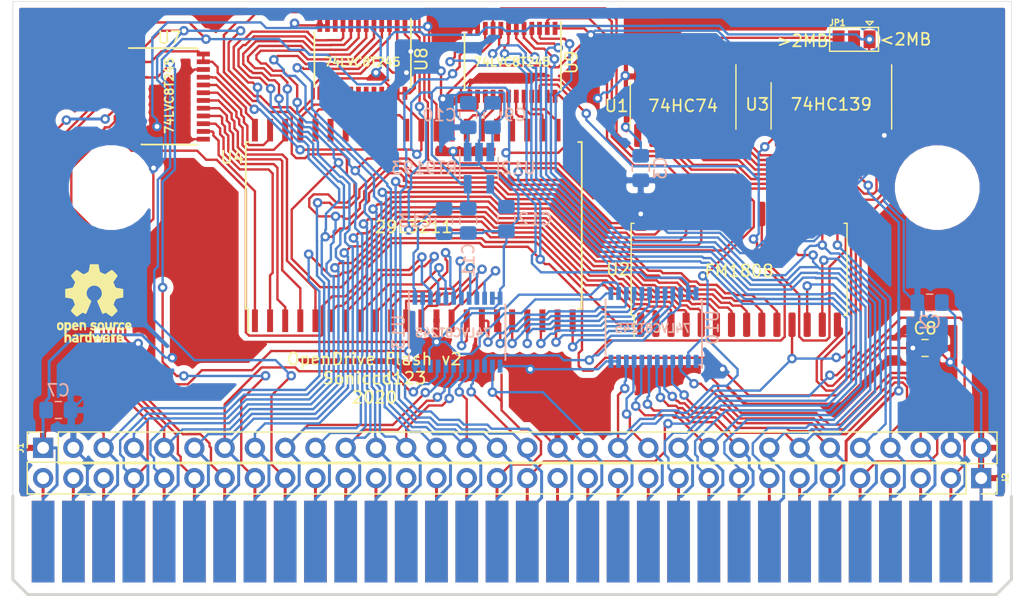
<source format=kicad_pcb>
(kicad_pcb (version 20171130) (host pcbnew "(5.1.4)-1")
  (layers (0 F.Cu signal) (31 B.Cu signal) (34 B.Paste user hide) (35 F.Paste user) (36 B.SilkS user) (37 F.SilkS user) (38 B.Mask user) (39 F.Mask user hide) (44 Edge.Cuts user))
  (net 0 "")
  (net 1 "Net-(CON1-PadB1)")
  (net 2 "Net-(CON1-PadB2)")
  (net 3 "Net-(CON1-PadB3)")
  (net 4 /A8)
  (net 5 /A9)
  (net 6 /A17)
  (net 7 /A18)
  (net 8 "Net-(CON1-PadB10)")
  (net 9 "Net-(CON1-PadB11)")
  (net 10 "Net-(CON1-PadB12)")
  (net 11 "Net-(CON1-PadB13)")
  (net 12 "Net-(CON1-PadB14)")
  (net 13 "Net-(CON1-PadB15)")
  (net 14 /OE)
  (net 15 /CE)
  (net 16 "Net-(CON1-PadB18)")
  (net 17 "Net-(CON1-PadB19)")
  (net 18 "Net-(CON1-PadB20)")
  (net 19 "Net-(CON1-PadB21)")
  (net 20 /D15)
  (net 21 /D14)
  (net 22 /D13)
  (net 23 /D12)
  (net 24 "Net-(CON1-PadB26)")
  (net 25 /RESET)
  (net 26 /WE)
  (net 27 "Net-(CON1-PadB29)")
  (net 28 "Net-(CON1-PadB30)")
  (net 29 /TIME)
  (net 30 GND)
  (net 31 /A10)
  (net 32 +5V)
  (net 33 /A7)
  (net 34 /A6)
  (net 35 /A12)
  (net 36 /A4)
  (net 37 /A11)
  (net 38 /A5)
  (net 39 /A2)
  (net 40 /A15)
  (net 41 /A3)
  (net 42 /A1)
  (net 43 /A16)
  (net 44 /D0)
  (net 45 /D7)
  (net 46 /A0)
  (net 47 /D8)
  (net 48 /D6)
  (net 49 /D4)
  (net 50 /D3)
  (net 51 /D11)
  (net 52 /D1)
  (net 53 /D9)
  (net 54 /D5)
  (net 55 /D2)
  (net 56 /D10)
  (net 57 /CART_A19)
  (net 58 /CART_A20)
  (net 59 /CART_A13)
  (net 60 /CART_A14)
  (net 61 "Net-(JP1-Pad2)")
  (net 62 "Net-(JP1-Pad3)")
  (net 63 /SRAM_CE)
  (net 64 "Net-(U3-Pad13)")
  (net 65 /ROM_CE)
  (net 66 /ROM_A20)
  (net 67 /ROM_A19)
  (net 68 /ROM_A8)
  (net 69 /ROM_A9)
  (net 70 /ROM_A10)
  (net 71 /ROM_A11)
  (net 72 /ROM_A12)
  (net 73 /ROM_A13)
  (net 74 /ROM_A14)
  (net 75 /ROM_A15)
  (net 76 /ROM_A16)
  (net 77 +3V3)
  (net 78 /ROM_D15)
  (net 79 /ROM_D7)
  (net 80 /ROM_D14)
  (net 81 /ROM_D6)
  (net 82 /ROM_D13)
  (net 83 /ROM_D5)
  (net 84 /ROM_D12)
  (net 85 /ROM_D11)
  (net 86 /ROM_D3)
  (net 87 /ROM_D4)
  (net 88 /ROM_D10)
  (net 89 /ROM_D2)
  (net 90 /ROM_D9)
  (net 91 /ROM_D1)
  (net 92 /ROM_D8)
  (net 93 /ROM_D0)
  (net 94 /3V_OE)
  (net 95 /3V_CE)
  (net 96 /ROM_A0)
  (net 97 /ROM_A1)
  (net 98 /ROM_A2)
  (net 99 /ROM_A3)
  (net 100 /ROM_A4)
  (net 101 /ROM_A5)
  (net 102 /ROM_A6)
  (net 103 /ROM_A7)
  (net 104 /ROM_A17)
  (net 105 /ROM_A18)
  (net 106 /3V_WE)
  (net 107 "Net-(C12-Pad1)")
  (module Logos:open_h (layer F.Cu) (at 57.2516 68.1228)
    (fp_text reference G*** hide)
    (fp_text value LOGO hide)
  )
  (module Package_SO:TSSOP-24_4.4x7.8mm_P0.65mm (layer B.Cu) (at 104.1908 70.1548 90)
    (fp_text reference U10 (at 0 4.95 -90) (layer B.SilkS) (effects (justify mirror)))
    (fp_text value 74LVC8T245)
    (pad 1 smd rect (at -2.85 3.575 90) (size 1.1 0.4) (layers B.Cu B.Paste B.Mask) (net 32 +5V))
    (pad 2 smd rect (at -2.85 2.925 90) (size 1.1 0.4) (layers B.Cu B.Paste B.Mask) (net 14 /OE))
    (pad 3 smd rect (at -2.85 2.275 90) (size 1.1 0.4) (layers B.Cu B.Paste B.Mask) (net 51 /D11))
    (pad 4 smd rect (at -2.85 1.625 90) (size 1.1 0.4) (layers B.Cu B.Paste B.Mask) (net 50 /D3))
    (pad 5 smd rect (at -2.85 0.975 90) (size 1.1 0.4) (layers B.Cu B.Paste B.Mask) (net 56 /D10))
    (pad 6 smd rect (at -2.85 0.325 90) (size 1.1 0.4) (layers B.Cu B.Paste B.Mask) (net 55 /D2))
    (pad 7 smd rect (at -2.85 -0.325 90) (size 1.1 0.4) (layers B.Cu B.Paste B.Mask) (net 53 /D9))
    (pad 8 smd rect (at -2.85 -0.975 90) (size 1.1 0.4) (layers B.Cu B.Paste B.Mask) (net 52 /D1))
    (pad 9 smd rect (at -2.85 -1.625 90) (size 1.1 0.4) (layers B.Cu B.Paste B.Mask) (net 47 /D8))
    (pad 10 smd rect (at -2.85 -2.275 90) (size 1.1 0.4) (layers B.Cu B.Paste B.Mask) (net 44 /D0))
    (pad 11 smd rect (at -2.85 -2.925 90) (size 1.1 0.4) (layers B.Cu B.Paste B.Mask) (net 30 GND))
    (pad 12 smd rect (at -2.85 -3.575 90) (size 1.1 0.4) (layers B.Cu B.Paste B.Mask) (net 30 GND))
    (pad 13 smd rect (at 2.85 -3.575 90) (size 1.1 0.4) (layers B.Cu B.Paste B.Mask) (net 30 GND))
    (pad 14 smd rect (at 2.85 -2.925 90) (size 1.1 0.4) (layers B.Cu B.Paste B.Mask) (net 93 /ROM_D0))
    (pad 15 smd rect (at 2.85 -2.275 90) (size 1.1 0.4) (layers B.Cu B.Paste B.Mask) (net 92 /ROM_D8))
    (pad 16 smd rect (at 2.85 -1.625 90) (size 1.1 0.4) (layers B.Cu B.Paste B.Mask) (net 91 /ROM_D1))
    (pad 17 smd rect (at 2.85 -0.975 90) (size 1.1 0.4) (layers B.Cu B.Paste B.Mask) (net 90 /ROM_D9))
    (pad 18 smd rect (at 2.85 -0.325 90) (size 1.1 0.4) (layers B.Cu B.Paste B.Mask) (net 89 /ROM_D2))
    (pad 19 smd rect (at 2.85 0.325 90) (size 1.1 0.4) (layers B.Cu B.Paste B.Mask) (net 88 /ROM_D10))
    (pad 20 smd rect (at 2.85 0.975 90) (size 1.1 0.4) (layers B.Cu B.Paste B.Mask) (net 86 /ROM_D3))
    (pad 21 smd rect (at 2.85 1.625 90) (size 1.1 0.4) (layers B.Cu B.Paste B.Mask) (net 85 /ROM_D11))
    (pad 22 smd rect (at 2.85 2.275 90) (size 1.1 0.4) (layers B.Cu B.Paste B.Mask) (net 65 /ROM_CE))
    (pad 23 smd rect (at 2.85 2.925 90) (size 1.1 0.4) (layers B.Cu B.Paste B.Mask) (net 77 +3V3))
    (pad 24 smd rect (at 2.85 3.575 90) (size 1.1 0.4) (layers B.Cu B.Paste B.Mask) (net 77 +3V3))
  )
  (module Package_SO:TSSOP-24_4.4x7.8mm_P0.65mm (layer F.Cu) (at 92.3544 47.9044 270)
    (fp_text reference U9 (at 0 -4.95 90) (layer F.SilkS))
    (fp_text value 74LVC8T245)
    (pad 1 smd rect (at -2.85 -3.575 270) (size 1.1 0.4) (layers F.Cu F.Paste F.Mask) (net 32 +5V))
    (pad 2 smd rect (at -2.85 -2.925 270) (size 1.1 0.4) (layers F.Cu F.Paste F.Mask) (net 14 /OE))
    (pad 3 smd rect (at -2.85 -2.275 270) (size 1.1 0.4) (layers F.Cu F.Paste F.Mask) (net 49 /D4))
    (pad 4 smd rect (at -2.85 -1.625 270) (size 1.1 0.4) (layers F.Cu F.Paste F.Mask) (net 23 /D12))
    (pad 5 smd rect (at -2.85 -0.975 270) (size 1.1 0.4) (layers F.Cu F.Paste F.Mask) (net 54 /D5))
    (pad 6 smd rect (at -2.85 -0.325 270) (size 1.1 0.4) (layers F.Cu F.Paste F.Mask) (net 22 /D13))
    (pad 7 smd rect (at -2.85 0.325 270) (size 1.1 0.4) (layers F.Cu F.Paste F.Mask) (net 48 /D6))
    (pad 8 smd rect (at -2.85 0.975 270) (size 1.1 0.4) (layers F.Cu F.Paste F.Mask) (net 21 /D14))
    (pad 9 smd rect (at -2.85 1.625 270) (size 1.1 0.4) (layers F.Cu F.Paste F.Mask) (net 45 /D7))
    (pad 10 smd rect (at -2.85 2.275 270) (size 1.1 0.4) (layers F.Cu F.Paste F.Mask) (net 20 /D15))
    (pad 11 smd rect (at -2.85 2.925 270) (size 1.1 0.4) (layers F.Cu F.Paste F.Mask) (net 30 GND))
    (pad 12 smd rect (at -2.85 3.575 270) (size 1.1 0.4) (layers F.Cu F.Paste F.Mask) (net 30 GND))
    (pad 13 smd rect (at 2.85 3.575 270) (size 1.1 0.4) (layers F.Cu F.Paste F.Mask) (net 30 GND))
    (pad 14 smd rect (at 2.85 2.925 270) (size 1.1 0.4) (layers F.Cu F.Paste F.Mask) (net 78 /ROM_D15))
    (pad 15 smd rect (at 2.85 2.275 270) (size 1.1 0.4) (layers F.Cu F.Paste F.Mask) (net 79 /ROM_D7))
    (pad 16 smd rect (at 2.85 1.625 270) (size 1.1 0.4) (layers F.Cu F.Paste F.Mask) (net 80 /ROM_D14))
    (pad 17 smd rect (at 2.85 0.975 270) (size 1.1 0.4) (layers F.Cu F.Paste F.Mask) (net 81 /ROM_D6))
    (pad 18 smd rect (at 2.85 0.325 270) (size 1.1 0.4) (layers F.Cu F.Paste F.Mask) (net 82 /ROM_D13))
    (pad 19 smd rect (at 2.85 -0.325 270) (size 1.1 0.4) (layers F.Cu F.Paste F.Mask) (net 83 /ROM_D5))
    (pad 20 smd rect (at 2.85 -0.975 270) (size 1.1 0.4) (layers F.Cu F.Paste F.Mask) (net 84 /ROM_D12))
    (pad 21 smd rect (at 2.85 -1.625 270) (size 1.1 0.4) (layers F.Cu F.Paste F.Mask) (net 87 /ROM_D4))
    (pad 22 smd rect (at 2.85 -2.275 270) (size 1.1 0.4) (layers F.Cu F.Paste F.Mask) (net 65 /ROM_CE))
    (pad 23 smd rect (at 2.85 -2.925 270) (size 1.1 0.4) (layers F.Cu F.Paste F.Mask) (net 77 +3V3))
    (pad 24 smd rect (at 2.85 -3.575 270) (size 1.1 0.4) (layers F.Cu F.Paste F.Mask) (net 77 +3V3))
  )
  (module Package_SO:TSSOP-24_4.4x7.8mm_P0.65mm (layer B.Cu) (at 87.7426 70.556 270)
    (fp_text reference U13 (at 0 4.95 90) (layer B.SilkS) (effects (justify mirror)))
    (fp_text value 74LVC8T245)
    (pad 24 smd rect (at 2.85 3.575 270) (size 1.1 0.4) (layers B.Cu B.Paste B.Mask) (net 32 +5V))
    (pad 23 smd rect (at 2.85 2.925 270) (size 1.1 0.4) (layers B.Cu B.Paste B.Mask) (net 32 +5V))
    (pad 22 smd rect (at 2.85 2.275 270) (size 1.1 0.4) (layers B.Cu B.Paste B.Mask) (net 30 GND))
    (pad 21 smd rect (at 2.85 1.625 270) (size 1.1 0.4) (layers B.Cu B.Paste B.Mask) (net 38 /A5))
    (pad 20 smd rect (at 2.85 0.975 270) (size 1.1 0.4) (layers B.Cu B.Paste B.Mask) (net 36 /A4))
    (pad 19 smd rect (at 2.85 0.325 270) (size 1.1 0.4) (layers B.Cu B.Paste B.Mask) (net 41 /A3))
    (pad 18 smd rect (at 2.85 -0.325 270) (size 1.1 0.4) (layers B.Cu B.Paste B.Mask) (net 39 /A2))
    (pad 17 smd rect (at 2.85 -0.975 270) (size 1.1 0.4) (layers B.Cu B.Paste B.Mask) (net 42 /A1))
    (pad 16 smd rect (at 2.85 -1.625 270) (size 1.1 0.4) (layers B.Cu B.Paste B.Mask) (net 46 /A0))
    (pad 15 smd rect (at 2.85 -2.275 270) (size 1.1 0.4) (layers B.Cu B.Paste B.Mask) (net 65 /ROM_CE))
    (pad 14 smd rect (at 2.85 -2.925 270) (size 1.1 0.4) (layers B.Cu B.Paste B.Mask) (net 14 /OE))
    (pad 13 smd rect (at 2.85 -3.575 270) (size 1.1 0.4) (layers B.Cu B.Paste B.Mask) (net 30 GND))
    (pad 12 smd rect (at -2.85 -3.575 270) (size 1.1 0.4) (layers B.Cu B.Paste B.Mask) (net 30 GND))
    (pad 11 smd rect (at -2.85 -2.925 270) (size 1.1 0.4) (layers B.Cu B.Paste B.Mask) (net 30 GND))
    (pad 10 smd rect (at -2.85 -2.275 270) (size 1.1 0.4) (layers B.Cu B.Paste B.Mask) (net 94 /3V_OE))
    (pad 9 smd rect (at -2.85 -1.625 270) (size 1.1 0.4) (layers B.Cu B.Paste B.Mask) (net 95 /3V_CE))
    (pad 8 smd rect (at -2.85 -0.975 270) (size 1.1 0.4) (layers B.Cu B.Paste B.Mask) (net 96 /ROM_A0))
    (pad 7 smd rect (at -2.85 -0.325 270) (size 1.1 0.4) (layers B.Cu B.Paste B.Mask) (net 97 /ROM_A1))
    (pad 6 smd rect (at -2.85 0.325 270) (size 1.1 0.4) (layers B.Cu B.Paste B.Mask) (net 98 /ROM_A2))
    (pad 5 smd rect (at -2.85 0.975 270) (size 1.1 0.4) (layers B.Cu B.Paste B.Mask) (net 99 /ROM_A3))
    (pad 4 smd rect (at -2.85 1.625 270) (size 1.1 0.4) (layers B.Cu B.Paste B.Mask) (net 100 /ROM_A4))
    (pad 3 smd rect (at -2.85 2.275 270) (size 1.1 0.4) (layers B.Cu B.Paste B.Mask) (net 101 /ROM_A5))
    (pad 2 smd rect (at -2.85 2.925 270) (size 1.1 0.4) (layers B.Cu B.Paste B.Mask) (net 30 GND))
    (pad 1 smd rect (at -2.85 3.575 270) (size 1.1 0.4) (layers B.Cu B.Paste B.Mask) (net 77 +3V3))
  )
  (module Package_SO:TSSOP-24_4.4x7.8mm_P0.65mm (layer F.Cu) (at 79.756 47.6504 270)
    (fp_text reference U8 (at 0 -4.95 90) (layer F.SilkS))
    (fp_text value 74LVC8T245)
    (pad 24 smd rect (at 2.85 -3.575 270) (size 1.1 0.4) (layers F.Cu F.Paste F.Mask) (net 77 +3V3))
    (pad 23 smd rect (at 2.85 -2.925 270) (size 1.1 0.4) (layers F.Cu F.Paste F.Mask) (net 77 +3V3))
    (pad 22 smd rect (at 2.85 -2.275 270) (size 1.1 0.4) (layers F.Cu F.Paste F.Mask) (net 30 GND))
    (pad 21 smd rect (at 2.85 -1.625 270) (size 1.1 0.4) (layers F.Cu F.Paste F.Mask) (net 76 /ROM_A16))
    (pad 20 smd rect (at 2.85 -0.975 270) (size 1.1 0.4) (layers F.Cu F.Paste F.Mask) (net 75 /ROM_A15))
    (pad 19 smd rect (at 2.85 -0.325 270) (size 1.1 0.4) (layers F.Cu F.Paste F.Mask) (net 74 /ROM_A14))
    (pad 18 smd rect (at 2.85 0.325 270) (size 1.1 0.4) (layers F.Cu F.Paste F.Mask) (net 73 /ROM_A13))
    (pad 17 smd rect (at 2.85 0.975 270) (size 1.1 0.4) (layers F.Cu F.Paste F.Mask) (net 72 /ROM_A12))
    (pad 16 smd rect (at 2.85 1.625 270) (size 1.1 0.4) (layers F.Cu F.Paste F.Mask) (net 71 /ROM_A11))
    (pad 15 smd rect (at 2.85 2.275 270) (size 1.1 0.4) (layers F.Cu F.Paste F.Mask) (net 70 /ROM_A10))
    (pad 14 smd rect (at 2.85 2.925 270) (size 1.1 0.4) (layers F.Cu F.Paste F.Mask) (net 69 /ROM_A9))
    (pad 13 smd rect (at 2.85 3.575 270) (size 1.1 0.4) (layers F.Cu F.Paste F.Mask) (net 30 GND))
    (pad 12 smd rect (at -2.85 3.575 270) (size 1.1 0.4) (layers F.Cu F.Paste F.Mask) (net 30 GND))
    (pad 11 smd rect (at -2.85 2.925 270) (size 1.1 0.4) (layers F.Cu F.Paste F.Mask) (net 30 GND))
    (pad 10 smd rect (at -2.85 2.275 270) (size 1.1 0.4) (layers F.Cu F.Paste F.Mask) (net 5 /A9))
    (pad 9 smd rect (at -2.85 1.625 270) (size 1.1 0.4) (layers F.Cu F.Paste F.Mask) (net 31 /A10))
    (pad 8 smd rect (at -2.85 0.975 270) (size 1.1 0.4) (layers F.Cu F.Paste F.Mask) (net 37 /A11))
    (pad 7 smd rect (at -2.85 0.325 270) (size 1.1 0.4) (layers F.Cu F.Paste F.Mask) (net 35 /A12))
    (pad 6 smd rect (at -2.85 -0.325 270) (size 1.1 0.4) (layers F.Cu F.Paste F.Mask) (net 59 /CART_A13))
    (pad 5 smd rect (at -2.85 -0.975 270) (size 1.1 0.4) (layers F.Cu F.Paste F.Mask) (net 60 /CART_A14))
    (pad 4 smd rect (at -2.85 -1.625 270) (size 1.1 0.4) (layers F.Cu F.Paste F.Mask) (net 40 /A15))
    (pad 3 smd rect (at -2.85 -2.275 270) (size 1.1 0.4) (layers F.Cu F.Paste F.Mask) (net 43 /A16))
    (pad 2 smd rect (at -2.85 -2.925 270) (size 1.1 0.4) (layers F.Cu F.Paste F.Mask) (net 77 +3V3))
    (pad 1 smd rect (at -2.85 -3.575 270) (size 1.1 0.4) (layers F.Cu F.Paste F.Mask) (net 32 +5V))
  )
  (module Package_SO:TSSOP-24_4.4x7.8mm_P0.65mm (layer F.Cu) (at 63.556 50.7798)
    (fp_text reference U7 (at 0 -4.95) (layer F.SilkS))
    (fp_text value 74LVC8T245)
    (pad 24 smd rect (at 2.85 -3.575) (size 1.1 0.4) (layers F.Cu F.Paste F.Mask) (net 77 +3V3))
    (pad 23 smd rect (at 2.85 -2.925) (size 1.1 0.4) (layers F.Cu F.Paste F.Mask) (net 77 +3V3))
    (pad 22 smd rect (at 2.85 -2.275) (size 1.1 0.4) (layers F.Cu F.Paste F.Mask) (net 30 GND))
    (pad 21 smd rect (at 2.85 -1.625) (size 1.1 0.4) (layers F.Cu F.Paste F.Mask) (net 66 /ROM_A20))
    (pad 20 smd rect (at 2.85 -0.975) (size 1.1 0.4) (layers F.Cu F.Paste F.Mask) (net 67 /ROM_A19))
    (pad 19 smd rect (at 2.85 -0.325) (size 1.1 0.4) (layers F.Cu F.Paste F.Mask) (net 68 /ROM_A8))
    (pad 18 smd rect (at 2.85 0.325) (size 1.1 0.4) (layers F.Cu F.Paste F.Mask) (net 102 /ROM_A6))
    (pad 17 smd rect (at 2.85 0.975) (size 1.1 0.4) (layers F.Cu F.Paste F.Mask) (net 103 /ROM_A7))
    (pad 16 smd rect (at 2.85 1.625) (size 1.1 0.4) (layers F.Cu F.Paste F.Mask) (net 104 /ROM_A17))
    (pad 15 smd rect (at 2.85 2.275) (size 1.1 0.4) (layers F.Cu F.Paste F.Mask) (net 105 /ROM_A18))
    (pad 14 smd rect (at 2.85 2.925) (size 1.1 0.4) (layers F.Cu F.Paste F.Mask) (net 106 /3V_WE))
    (pad 13 smd rect (at 2.85 3.575) (size 1.1 0.4) (layers F.Cu F.Paste F.Mask) (net 30 GND))
    (pad 12 smd rect (at -2.85 3.575) (size 1.1 0.4) (layers F.Cu F.Paste F.Mask) (net 30 GND))
    (pad 11 smd rect (at -2.85 2.925) (size 1.1 0.4) (layers F.Cu F.Paste F.Mask) (net 30 GND))
    (pad 10 smd rect (at -2.85 2.275) (size 1.1 0.4) (layers F.Cu F.Paste F.Mask) (net 26 /WE))
    (pad 9 smd rect (at -2.85 1.625) (size 1.1 0.4) (layers F.Cu F.Paste F.Mask) (net 7 /A18))
    (pad 8 smd rect (at -2.85 0.975) (size 1.1 0.4) (layers F.Cu F.Paste F.Mask) (net 6 /A17))
    (pad 7 smd rect (at -2.85 0.325) (size 1.1 0.4) (layers F.Cu F.Paste F.Mask) (net 33 /A7))
    (pad 6 smd rect (at -2.85 -0.325) (size 1.1 0.4) (layers F.Cu F.Paste F.Mask) (net 34 /A6))
    (pad 5 smd rect (at -2.85 -0.975) (size 1.1 0.4) (layers F.Cu F.Paste F.Mask) (net 4 /A8))
    (pad 4 smd rect (at -2.85 -1.625) (size 1.1 0.4) (layers F.Cu F.Paste F.Mask) (net 57 /CART_A19))
    (pad 3 smd rect (at -2.85 -2.275) (size 1.1 0.4) (layers F.Cu F.Paste F.Mask) (net 58 /CART_A20))
    (pad 2 smd rect (at -2.85 -2.925) (size 1.1 0.4) (layers F.Cu F.Paste F.Mask) (net 77 +3V3))
    (pad 1 smd rect (at -2.85 -3.575) (size 1.1 0.4) (layers F.Cu F.Paste F.Mask) (net 32 +5V))
  )
  (module db-smt:GENESIS-EDGE (layer F.Cu) (at 52.959 88.138)
    (fp_text reference CON1 hide)
    (fp_text value GENESIS-EDGE hide)
    (fp_line (start 81.28 3.175) (end 81.28 -3.81) (layer Edge.Cuts) (width 0.254))
    (fp_line (start 80.01 4.445) (end 81.28 3.175) (layer Edge.Cuts) (width 0.254))
    (fp_line (start -1.27 4.445) (end 80.01 4.445) (layer Edge.Cuts) (width 0.254))
    (fp_line (start -2.54 3.175) (end -1.27 4.445) (layer Edge.Cuts) (width 0.254))
    (fp_line (start -2.54 -3.81) (end -2.54 3.175) (layer Edge.Cuts) (width 0.254))
    (pad B1 smd rect (at 0 0) (size 1.905 6.858) (layers F.Cu) (net 1 "Net-(CON1-PadB1)"))
    (pad B2 smd rect (at 2.54 0) (size 1.905 6.858) (layers F.Cu) (net 2 "Net-(CON1-PadB2)"))
    (pad B3 smd rect (at 5.08 0) (size 1.905 6.858) (layers F.Cu) (net 3 "Net-(CON1-PadB3)"))
    (pad B4 smd rect (at 7.62 0) (size 1.905 6.858) (layers F.Cu) (net 4 /A8))
    (pad B5 smd rect (at 10.16 0) (size 1.905 6.858) (layers F.Cu) (net 5 /A9))
    (pad B6 smd rect (at 12.7 0) (size 1.905 6.858) (layers F.Cu) (net 6 /A17))
    (pad B7 smd rect (at 15.24 0) (size 1.905 6.858) (layers F.Cu) (net 7 /A18))
    (pad B8 smd rect (at 17.78 0) (size 1.905 6.858) (layers F.Cu) (net 57 /CART_A19))
    (pad B9 smd rect (at 20.32 0) (size 1.905 6.858) (layers F.Cu) (net 58 /CART_A20))
    (pad B10 smd rect (at 22.86 0) (size 1.905 6.858) (layers F.Cu) (net 8 "Net-(CON1-PadB10)"))
    (pad B11 smd rect (at 25.4 0) (size 1.905 6.858) (layers F.Cu) (net 9 "Net-(CON1-PadB11)"))
    (pad B12 smd rect (at 27.94 0) (size 1.905 6.858) (layers F.Cu) (net 10 "Net-(CON1-PadB12)"))
    (pad B13 smd rect (at 30.48 0) (size 1.905 6.858) (layers F.Cu) (net 11 "Net-(CON1-PadB13)"))
    (pad B14 smd rect (at 33.02 0) (size 1.905 6.858) (layers F.Cu) (net 12 "Net-(CON1-PadB14)"))
    (pad B15 smd rect (at 35.56 0) (size 1.905 6.858) (layers F.Cu) (net 13 "Net-(CON1-PadB15)"))
    (pad B16 smd rect (at 38.1 0) (size 1.905 6.858) (layers F.Cu) (net 14 /OE))
    (pad B17 smd rect (at 40.64 0) (size 1.905 6.858) (layers F.Cu) (net 15 /CE))
    (pad B18 smd rect (at 43.18 0) (size 1.905 6.858) (layers F.Cu) (net 16 "Net-(CON1-PadB18)"))
    (pad B19 smd rect (at 45.72 0) (size 1.905 6.858) (layers F.Cu) (net 17 "Net-(CON1-PadB19)"))
    (pad B20 smd rect (at 48.26 0) (size 1.905 6.858) (layers F.Cu) (net 18 "Net-(CON1-PadB20)"))
    (pad B21 smd rect (at 50.8 0) (size 1.905 6.858) (layers F.Cu) (net 19 "Net-(CON1-PadB21)"))
    (pad B22 smd rect (at 53.34 0) (size 1.905 6.858) (layers F.Cu) (net 20 /D15))
    (pad B23 smd rect (at 55.88 0) (size 1.905 6.858) (layers F.Cu) (net 21 /D14))
    (pad B24 smd rect (at 58.42 0) (size 1.905 6.858) (layers F.Cu) (net 22 /D13))
    (pad B25 smd rect (at 60.96 0) (size 1.905 6.858) (layers F.Cu) (net 23 /D12))
    (pad B26 smd rect (at 63.5 0) (size 1.905 6.858) (layers F.Cu) (net 24 "Net-(CON1-PadB26)"))
    (pad B27 smd rect (at 66.04 0) (size 1.905 6.858) (layers F.Cu) (net 25 /RESET))
    (pad B28 smd rect (at 68.58 0) (size 1.905 6.858) (layers F.Cu) (net 26 /WE))
    (pad B29 smd rect (at 71.12 0) (size 1.905 6.858) (layers F.Cu) (net 27 "Net-(CON1-PadB29)"))
    (pad B30 smd rect (at 73.66 0) (size 1.905 6.858) (layers F.Cu) (net 28 "Net-(CON1-PadB30)"))
    (pad B31 smd rect (at 76.2 0) (size 1.905 6.858) (layers F.Cu) (net 29 /TIME))
    (pad B32 smd rect (at 78.74 0) (size 1.905 6.858) (layers F.Cu) (net 30 GND))
    (pad A4 smd rect (at 7.62 0) (size 1.905 6.858) (layers B.Cu) (net 31 /A10))
    (pad A2 smd rect (at 2.54 0) (size 1.905 6.858) (layers B.Cu) (net 32 +5V))
    (pad A1 smd rect (at 0 0) (size 1.905 6.858) (layers B.Cu) (net 30 GND))
    (pad A3 smd rect (at 5.08 0) (size 1.905 6.858) (layers B.Cu) (net 33 /A7))
    (pad A5 smd rect (at 10.16 0) (size 1.905 6.858) (layers B.Cu) (net 34 /A6))
    (pad A8 smd rect (at 17.78 0) (size 1.905 6.858) (layers B.Cu) (net 35 /A12))
    (pad A9 smd rect (at 20.32 0) (size 1.905 6.858) (layers B.Cu) (net 36 /A4))
    (pad A6 smd rect (at 12.7 0) (size 1.905 6.858) (layers B.Cu) (net 37 /A11))
    (pad A7 smd rect (at 15.24 0) (size 1.905 6.858) (layers B.Cu) (net 38 /A5))
    (pad A10 smd rect (at 22.86 0) (size 1.905 6.858) (layers B.Cu) (net 59 /CART_A13))
    (pad A13 smd rect (at 30.48 0) (size 1.905 6.858) (layers B.Cu) (net 39 /A2))
    (pad A14 smd rect (at 33.02 0) (size 1.905 6.858) (layers B.Cu) (net 40 /A15))
    (pad A11 smd rect (at 25.4 0) (size 1.905 6.858) (layers B.Cu) (net 41 /A3))
    (pad A12 smd rect (at 27.94 0) (size 1.905 6.858) (layers B.Cu) (net 60 /CART_A14))
    (pad A15 smd rect (at 35.56 0) (size 1.905 6.858) (layers B.Cu) (net 42 /A1))
    (pad A16 smd rect (at 38.1 0) (size 1.905 6.858) (layers B.Cu) (net 43 /A16))
    (pad A18 smd rect (at 43.18 0) (size 1.905 6.858) (layers B.Cu) (net 30 GND))
    (pad A20 smd rect (at 48.26 0) (size 1.905 6.858) (layers B.Cu) (net 44 /D0))
    (pad A19 smd rect (at 45.72 0) (size 1.905 6.858) (layers B.Cu) (net 45 /D7))
    (pad A17 smd rect (at 40.64 0) (size 1.905 6.858) (layers B.Cu) (net 46 /A0))
    (pad A21 smd rect (at 50.8 0) (size 1.905 6.858) (layers B.Cu) (net 47 /D8))
    (pad A22 smd rect (at 53.34 0) (size 1.905 6.858) (layers B.Cu) (net 48 /D6))
    (pad A31 smd rect (at 76.2 0) (size 1.905 6.858) (layers B.Cu) (net 32 +5V))
    (pad A28 smd rect (at 68.58 0) (size 1.905 6.858) (layers B.Cu) (net 49 /D4))
    (pad A29 smd rect (at 71.12 0) (size 1.905 6.858) (layers B.Cu) (net 50 /D3))
    (pad A30 smd rect (at 73.66 0) (size 1.905 6.858) (layers B.Cu) (net 51 /D11))
    (pad A32 smd rect (at 78.74 0) (size 1.905 6.858) (layers B.Cu) (net 30 GND))
    (pad A23 smd rect (at 55.88 0) (size 1.905 6.858) (layers B.Cu) (net 52 /D1))
    (pad A24 smd rect (at 58.42 0) (size 1.905 6.858) (layers B.Cu) (net 53 /D9))
    (pad A25 smd rect (at 60.96 0) (size 1.905 6.858) (layers B.Cu) (net 54 /D5))
    (pad A26 smd rect (at 63.5 0) (size 1.905 6.858) (layers B.Cu) (net 55 /D2))
    (pad A27 smd rect (at 66.04 0) (size 1.905 6.858) (layers B.Cu) (net 56 /D10))
    (pad "" np_thru_hole circle (at 5.715 -29.718) (size 6.096 6.096) (drill 6.096) (layers *.Cu *.Mask))
    (pad "" np_thru_hole circle (at 75.057 -29.718) (size 6.096 6.096) (drill 6.096) (layers *.Cu *.Mask))
  )
  (module Package_SO:PSOP-44_16.9x27.17mm_P1.27mm (layer F.Cu) (at 84.074 61.595 90)
    (fp_text reference U4 (at 5.715 -15.24 180) (layer F.SilkS))
    (fp_text value 29L3211)
    (pad 44 smd rect (at 8 -13.335) (size 0.5 1.9) (layers F.Cu F.Paste F.Mask) (net 66 /ROM_A20))
    (pad 43 smd rect (at 8 -12.065) (size 0.5 1.9) (layers F.Cu F.Paste F.Mask) (net 67 /ROM_A19))
    (pad 42 smd rect (at 8 -10.795) (size 0.5 1.9) (layers F.Cu F.Paste F.Mask) (net 68 /ROM_A8))
    (pad 41 smd rect (at 8 -9.525) (size 0.5 1.9) (layers F.Cu F.Paste F.Mask) (net 69 /ROM_A9))
    (pad 40 smd rect (at 8 -8.255) (size 0.5 1.9) (layers F.Cu F.Paste F.Mask) (net 70 /ROM_A10))
    (pad 39 smd rect (at 8 -6.985) (size 0.5 1.9) (layers F.Cu F.Paste F.Mask) (net 71 /ROM_A11))
    (pad 38 smd rect (at 8 -5.715) (size 0.5 1.9) (layers F.Cu F.Paste F.Mask) (net 72 /ROM_A12))
    (pad 37 smd rect (at 8 -4.445) (size 0.5 1.9) (layers F.Cu F.Paste F.Mask) (net 73 /ROM_A13))
    (pad 36 smd rect (at 8 -3.175) (size 0.5 1.9) (layers F.Cu F.Paste F.Mask) (net 74 /ROM_A14))
    (pad 35 smd rect (at 8 -1.905) (size 0.5 1.9) (layers F.Cu F.Paste F.Mask) (net 75 /ROM_A15))
    (pad 34 smd rect (at 8 -0.635) (size 0.5 1.9) (layers F.Cu F.Paste F.Mask) (net 76 /ROM_A16))
    (pad 33 smd rect (at 8 0.635) (size 0.5 1.9) (layers F.Cu F.Paste F.Mask) (net 77 +3V3))
    (pad 32 smd rect (at 8 1.905) (size 0.5 1.9) (layers F.Cu F.Paste F.Mask) (net 30 GND))
    (pad 31 smd rect (at 8 3.175) (size 0.5 1.9) (layers F.Cu F.Paste F.Mask) (net 78 /ROM_D15))
    (pad 30 smd rect (at 8 4.445) (size 0.5 1.9) (layers F.Cu F.Paste F.Mask) (net 79 /ROM_D7))
    (pad 29 smd rect (at 8 5.715) (size 0.5 1.9) (layers F.Cu F.Paste F.Mask) (net 80 /ROM_D14))
    (pad 28 smd rect (at 8 6.985) (size 0.5 1.9) (layers F.Cu F.Paste F.Mask) (net 81 /ROM_D6))
    (pad 27 smd rect (at 8 8.255) (size 0.5 1.9) (layers F.Cu F.Paste F.Mask) (net 82 /ROM_D13))
    (pad 26 smd rect (at 8 9.525) (size 0.5 1.9) (layers F.Cu F.Paste F.Mask) (net 83 /ROM_D5))
    (pad 25 smd rect (at 8 10.795) (size 0.5 1.9) (layers F.Cu F.Paste F.Mask) (net 84 /ROM_D12))
    (pad 22 smd rect (at -8 13.335) (size 0.5 1.9) (layers F.Cu F.Paste F.Mask) (net 85 /ROM_D11))
    (pad 23 smd rect (at 8 13.335) (size 0.5 1.9) (layers F.Cu F.Paste F.Mask) (net 77 +3V3))
    (pad 21 smd rect (at -8 12.065) (size 0.5 1.9) (layers F.Cu F.Paste F.Mask) (net 86 /ROM_D3))
    (pad 24 smd rect (at 8 12.065) (size 0.5 1.9) (layers F.Cu F.Paste F.Mask) (net 87 /ROM_D4))
    (pad 20 smd rect (at -8 10.795) (size 0.5 1.9) (layers F.Cu F.Paste F.Mask) (net 88 /ROM_D10))
    (pad 19 smd rect (at -8 9.525) (size 0.5 1.9) (layers F.Cu F.Paste F.Mask) (net 89 /ROM_D2))
    (pad 18 smd rect (at -8 8.255) (size 0.5 1.9) (layers F.Cu F.Paste F.Mask) (net 90 /ROM_D9))
    (pad 17 smd rect (at -8 6.985) (size 0.5 1.9) (layers F.Cu F.Paste F.Mask) (net 91 /ROM_D1))
    (pad 16 smd rect (at -8 5.715) (size 0.5 1.9) (layers F.Cu F.Paste F.Mask) (net 92 /ROM_D8))
    (pad 15 smd rect (at -8 4.445) (size 0.5 1.9) (layers F.Cu F.Paste F.Mask) (net 93 /ROM_D0))
    (pad 14 smd rect (at -8 3.175) (size 0.5 1.9) (layers F.Cu F.Paste F.Mask) (net 94 /3V_OE))
    (pad 13 smd rect (at -8 1.905) (size 0.5 1.9) (layers F.Cu F.Paste F.Mask) (net 30 GND))
    (pad 12 smd rect (at -8 0.635) (size 0.5 1.9) (layers F.Cu F.Paste F.Mask) (net 95 /3V_CE))
    (pad 11 smd rect (at -8 -0.635) (size 0.5 1.9) (layers F.Cu F.Paste F.Mask) (net 96 /ROM_A0))
    (pad 10 smd rect (at -8 -1.905) (size 0.5 1.9) (layers F.Cu F.Paste F.Mask) (net 97 /ROM_A1))
    (pad 9 smd rect (at -8 -3.175) (size 0.5 1.9) (layers F.Cu F.Paste F.Mask) (net 98 /ROM_A2))
    (pad 8 smd rect (at -8 -4.445) (size 0.5 1.9) (layers F.Cu F.Paste F.Mask) (net 99 /ROM_A3))
    (pad 7 smd rect (at -8 -5.715) (size 0.5 1.9) (layers F.Cu F.Paste F.Mask) (net 100 /ROM_A4))
    (pad 6 smd rect (at -8 -6.985) (size 0.5 1.9) (layers F.Cu F.Paste F.Mask) (net 101 /ROM_A5))
    (pad 5 smd rect (at -8 -8.255) (size 0.5 1.9) (layers F.Cu F.Paste F.Mask) (net 102 /ROM_A6))
    (pad 4 smd rect (at -8 -9.525) (size 0.5 1.9) (layers F.Cu F.Paste F.Mask) (net 103 /ROM_A7))
    (pad 3 smd rect (at -8 -10.795) (size 0.5 1.9) (layers F.Cu F.Paste F.Mask) (net 104 /ROM_A17))
    (pad 2 smd rect (at -8 -12.065) (size 0.5 1.9) (layers F.Cu F.Paste F.Mask) (net 105 /ROM_A18))
    (pad 1 smd rect (at -8 -13.335) (size 0.5 1.9) (layers F.Cu F.Paste F.Mask) (net 106 /3V_WE))
  )
  (module Package_TO_SOT_SMD:SOT-23-5_HandSoldering (layer B.Cu) (at 89.545 56.791 270)
    (fp_text reference U12 (at -0.022 -3.292 180) (layer B.SilkS) (effects (justify mirror)))
    (fp_text value RT9193)
    (pad 5 smd rect (at 1.35 0.95 270) (size 1.56 0.65) (layers B.Cu B.Paste B.Mask) (net 77 +3V3))
    (pad 4 smd rect (at 1.35 -0.95 270) (size 1.56 0.65) (layers B.Cu B.Paste B.Mask) (net 107 "Net-(C12-Pad1)"))
    (pad 3 smd rect (at -1.35 -0.95 270) (size 1.56 0.65) (layers B.Cu B.Paste B.Mask) (net 32 +5V))
    (pad 2 smd rect (at -1.35 0 270) (size 1.56 0.65) (layers B.Cu B.Paste B.Mask) (net 30 GND))
    (pad 1 smd rect (at -1.35 0.95 270) (size 1.56 0.65) (layers B.Cu B.Paste B.Mask) (net 32 +5V))
  )
  (module Capacitor_SMD:C_0805_2012Metric_Pad1.15x1.40mm_HandSolder (layer B.Cu) (at 86.614 61.223 90)
    (fp_text reference C13 (at 0.009 -2.413 180) (layer B.SilkS) (effects (justify mirror)))
    (fp_text value 100nF)
    (pad 2 smd roundrect (at 1.025 0 90) (size 1.15 1.4) (layers B.Cu B.Paste B.Mask) (roundrect_rratio 0.217391) (net 77 +3V3))
    (pad 1 smd roundrect (at -1.025 0 90) (size 1.15 1.4) (layers B.Cu B.Paste B.Mask) (roundrect_rratio 0.217391) (net 30 GND))
  )
  (module Capacitor_SMD:C_0805_2012Metric_Pad1.15x1.40mm_HandSolder (layer B.Cu) (at 91.8464 61.0526 270)
    (fp_text reference C12 (at 0.009 -2.413 180) (layer B.SilkS) (effects (justify mirror)))
    (fp_text value 1uF)
    (pad 2 smd roundrect (at 1.025 0 270) (size 1.15 1.4) (layers B.Cu B.Paste B.Mask) (roundrect_rratio 0.217391) (net 30 GND))
    (pad 1 smd roundrect (at -1.025 0 270) (size 1.15 1.4) (layers B.Cu B.Paste B.Mask) (roundrect_rratio 0.217391) (net 107 "Net-(C12-Pad1)"))
  )
  (module Capacitor_SMD:C_0805_2012Metric_Pad1.15x1.40mm_HandSolder (layer B.Cu) (at 88.646 61.205 90)
    (fp_text reference C11 (at -3.311 0 90) (layer B.SilkS) (effects (justify mirror)))
    (fp_text value 10uF)
    (pad 2 smd roundrect (at 1.025 0 90) (size 1.15 1.4) (layers B.Cu B.Paste B.Mask) (roundrect_rratio 0.217391) (net 77 +3V3))
    (pad 1 smd roundrect (at -1.025 0 90) (size 1.15 1.4) (layers B.Cu B.Paste B.Mask) (roundrect_rratio 0.217391) (net 30 GND))
  )
  (module Capacitor_SMD:C_0805_2012Metric_Pad1.15x1.40mm_HandSolder (layer B.Cu) (at 88.646 52.333 90)
    (fp_text reference C10 (at 0 -2.413 180) (layer B.SilkS) (effects (justify mirror)))
    (fp_text value 10uF)
    (pad 1 smd roundrect (at -1.025 0 90) (size 1.15 1.4) (layers B.Cu B.Paste B.Mask) (roundrect_rratio 0.217391) (net 32 +5V))
    (pad 2 smd roundrect (at 1.025 0 90) (size 1.15 1.4) (layers B.Cu B.Paste B.Mask) (roundrect_rratio 0.217391) (net 30 GND))
  )
  (module Capacitor_SMD:C_0805_2012Metric_Pad1.15x1.40mm_HandSolder (layer B.Cu) (at 90.678 52.333 90)
    (fp_text reference C9 (at 0.009 1.905 180) (layer B.SilkS) (effects (justify mirror)))
    (fp_text value 100nF)
    (pad 2 smd roundrect (at 1.025 0 90) (size 1.15 1.4) (layers B.Cu B.Paste B.Mask) (roundrect_rratio 0.217391) (net 30 GND))
    (pad 1 smd roundrect (at -1.025 0 90) (size 1.15 1.4) (layers B.Cu B.Paste B.Mask) (roundrect_rratio 0.217391) (net 32 +5V))
  )
  (module Package_SO:SOIC-16_3.9x9.9mm_P1.27mm (layer F.Cu) (at 119.126 51.562 270)
    (fp_text reference U3 (at -0.127 6.223 180) (layer F.SilkS))
    (fp_text value 74LS139)
    (pad 1 smd roundrect (at -2.475 -4.445 270) (size 1.95 0.6) (layers F.Cu F.Paste F.Mask) (net 30 GND))
    (pad 2 smd roundrect (at -2.475 -3.175 270) (size 1.95 0.6) (layers F.Cu F.Paste F.Mask) (net 58 /CART_A20))
    (pad 3 smd roundrect (at -2.475 -1.905 270) (size 1.95 0.6) (layers F.Cu F.Paste F.Mask) (net 61 "Net-(JP1-Pad2)"))
    (pad 4 smd roundrect (at -2.475 -0.635 270) (size 1.95 0.6) (layers F.Cu F.Paste F.Mask))
    (pad 5 smd roundrect (at -2.475 0.635 270) (size 1.95 0.6) (layers F.Cu F.Paste F.Mask))
    (pad 6 smd roundrect (at -2.475 1.905 270) (size 1.95 0.6) (layers F.Cu F.Paste F.Mask))
    (pad 7 smd roundrect (at -2.475 3.175 270) (size 1.95 0.6) (layers F.Cu F.Paste F.Mask) (net 64 "Net-(U3-Pad13)"))
    (pad 8 smd roundrect (at -2.475 4.445 270) (size 1.95 0.6) (layers F.Cu F.Paste F.Mask) (net 30 GND))
    (pad 9 smd roundrect (at 2.475 4.445 270) (size 1.95 0.6) (layers F.Cu F.Paste F.Mask) (net 65 /ROM_CE))
    (pad 10 smd roundrect (at 2.475 3.175 270) (size 1.95 0.6) (layers F.Cu F.Paste F.Mask))
    (pad 11 smd roundrect (at 2.475 1.905 270) (size 1.95 0.6) (layers F.Cu F.Paste F.Mask))
    (pad 12 smd roundrect (at 2.475 0.635 270) (size 1.95 0.6) (layers F.Cu F.Paste F.Mask) (net 63 /SRAM_CE))
    (pad 13 smd roundrect (at 2.475 -0.635 270) (size 1.95 0.6) (layers F.Cu F.Paste F.Mask) (net 64 "Net-(U3-Pad13)"))
    (pad 14 smd roundrect (at 2.475 -1.905 270) (size 1.95 0.6) (layers F.Cu F.Paste F.Mask) (net 64 "Net-(U3-Pad13)"))
    (pad 15 smd roundrect (at 2.475 -3.175 270) (size 1.95 0.6) (layers F.Cu F.Paste F.Mask) (net 15 /CE))
    (pad 16 smd roundrect (at 2.475 -4.445 270) (size 1.95 0.6) (layers F.Cu F.Paste F.Mask) (net 32 +5V))
  )
  (module Package_SO:SOIC-28W_7.5x17.9mm_P1.27mm (layer F.Cu) (at 111.379 65.278 90)
    (fp_text reference U2 (at 0 -10.16 180) (layer F.SilkS))
    (fp_text value FM1808B-SG)
    (pad 28 smd roundrect (at 4.65 -8.255 90) (size 2.05 0.6) (layers F.Cu F.Paste F.Mask) (net 32 +5V))
    (pad 27 smd roundrect (at 4.65 -6.985 90) (size 2.05 0.6) (layers F.Cu F.Paste F.Mask) (net 26 /WE))
    (pad 26 smd roundrect (at 4.65 -5.715 90) (size 2.05 0.6) (layers F.Cu F.Paste F.Mask) (net 60 /CART_A14))
    (pad 25 smd roundrect (at 4.65 -4.445 90) (size 2.05 0.6) (layers F.Cu F.Paste F.Mask) (net 4 /A8))
    (pad 24 smd roundrect (at 4.65 -3.175 90) (size 2.05 0.6) (layers F.Cu F.Paste F.Mask) (net 5 /A9))
    (pad 23 smd roundrect (at 4.65 -1.905 90) (size 2.05 0.6) (layers F.Cu F.Paste F.Mask) (net 37 /A11))
    (pad 22 smd roundrect (at 4.65 -0.635 90) (size 2.05 0.6) (layers F.Cu F.Paste F.Mask) (net 14 /OE))
    (pad 21 smd roundrect (at 4.65 0.635 90) (size 2.05 0.6) (layers F.Cu F.Paste F.Mask) (net 31 /A10))
    (pad 20 smd roundrect (at 4.65 1.905 90) (size 2.05 0.6) (layers F.Cu F.Paste F.Mask) (net 63 /SRAM_CE))
    (pad 19 smd roundrect (at 4.65 3.175 90) (size 2.05 0.6) (layers F.Cu F.Paste F.Mask) (net 45 /D7))
    (pad 18 smd roundrect (at 4.65 4.445 90) (size 2.05 0.6) (layers F.Cu F.Paste F.Mask) (net 48 /D6))
    (pad 17 smd roundrect (at 4.65 5.715 90) (size 2.05 0.6) (layers F.Cu F.Paste F.Mask) (net 54 /D5))
    (pad 16 smd roundrect (at 4.65 6.985 90) (size 2.05 0.6) (layers F.Cu F.Paste F.Mask) (net 49 /D4))
    (pad 15 smd roundrect (at 4.65 8.255 90) (size 2.05 0.6) (layers F.Cu F.Paste F.Mask) (net 50 /D3))
    (pad 14 smd roundrect (at -4.65 8.255 90) (size 2.05 0.6) (layers F.Cu F.Paste F.Mask) (net 30 GND))
    (pad 13 smd roundrect (at -4.65 6.985 90) (size 2.05 0.6) (layers F.Cu F.Paste F.Mask) (net 55 /D2))
    (pad 12 smd roundrect (at -4.65 5.715 90) (size 2.05 0.6) (layers F.Cu F.Paste F.Mask) (net 52 /D1))
    (pad 11 smd roundrect (at -4.65 4.445 90) (size 2.05 0.6) (layers F.Cu F.Paste F.Mask) (net 44 /D0))
    (pad 10 smd roundrect (at -4.65 3.175 90) (size 2.05 0.6) (layers F.Cu F.Paste F.Mask) (net 46 /A0))
    (pad 9 smd roundrect (at -4.65 1.905 90) (size 2.05 0.6) (layers F.Cu F.Paste F.Mask) (net 42 /A1))
    (pad 8 smd roundrect (at -4.65 0.635 90) (size 2.05 0.6) (layers F.Cu F.Paste F.Mask) (net 39 /A2))
    (pad 7 smd roundrect (at -4.65 -0.635 90) (size 2.05 0.6) (layers F.Cu F.Paste F.Mask) (net 41 /A3))
    (pad 6 smd roundrect (at -4.65 -1.905 90) (size 2.05 0.6) (layers F.Cu F.Paste F.Mask) (net 36 /A4))
    (pad 5 smd roundrect (at -4.65 -3.175 90) (size 2.05 0.6) (layers F.Cu F.Paste F.Mask) (net 38 /A5))
    (pad 4 smd roundrect (at -4.65 -4.445 90) (size 2.05 0.6) (layers F.Cu F.Paste F.Mask) (net 34 /A6))
    (pad 3 smd roundrect (at -4.65 -5.715 90) (size 2.05 0.6) (layers F.Cu F.Paste F.Mask) (net 33 /A7))
    (pad 2 smd roundrect (at -4.65 -6.985 90) (size 2.05 0.6) (layers F.Cu F.Paste F.Mask) (net 35 /A12))
    (pad 1 smd roundrect (at -4.65 -8.255 90) (size 2.05 0.6) (layers F.Cu F.Paste F.Mask) (net 59 /CART_A13))
  )
  (module Package_SO:SOIC-14_3.9x8.7mm_P1.27mm (layer F.Cu) (at 106.68 51.562 270)
    (fp_text reference U1 (at 0 5.588 180) (layer F.SilkS))
    (fp_text value 74HC74)
    (pad 1 smd roundrect (at -2.475 -3.81 270) (size 1.95 0.6) (layers F.Cu F.Paste F.Mask) (net 25 /RESET))
    (pad 2 smd roundrect (at -2.475 -2.54 270) (size 1.95 0.6) (layers F.Cu F.Paste F.Mask) (net 44 /D0))
    (pad 3 smd roundrect (at -2.475 -1.27 270) (size 1.95 0.6) (layers F.Cu F.Paste F.Mask) (net 29 /TIME))
    (pad 4 smd roundrect (at -2.475 0 270) (size 1.95 0.6) (layers F.Cu F.Paste F.Mask) (net 32 +5V))
    (pad 5 smd roundrect (at -2.475 1.27 270) (size 1.95 0.6) (layers F.Cu F.Paste F.Mask) (net 62 "Net-(JP1-Pad3)"))
    (pad 6 smd roundrect (at -2.475 2.54 270) (size 1.95 0.6) (layers F.Cu F.Paste F.Mask))
    (pad 7 smd roundrect (at -2.475 3.81 270) (size 1.95 0.6) (layers F.Cu F.Paste F.Mask) (net 30 GND))
    (pad 8 smd roundrect (at 2.475 3.81 270) (size 1.95 0.6) (layers F.Cu F.Paste F.Mask))
    (pad 9 smd roundrect (at 2.475 2.54 270) (size 1.95 0.6) (layers F.Cu F.Paste F.Mask))
    (pad 10 smd roundrect (at 2.475 1.27 270) (size 1.95 0.6) (layers F.Cu F.Paste F.Mask))
    (pad 11 smd roundrect (at 2.475 0 270) (size 1.95 0.6) (layers F.Cu F.Paste F.Mask))
    (pad 12 smd roundrect (at 2.475 -1.27 270) (size 1.95 0.6) (layers F.Cu F.Paste F.Mask))
    (pad 13 smd roundrect (at 2.475 -2.54 270) (size 1.95 0.6) (layers F.Cu F.Paste F.Mask))
    (pad 14 smd roundrect (at 2.475 -3.81 270) (size 1.95 0.6) (layers F.Cu F.Paste F.Mask) (net 32 +5V))
  )
  (module Jumper:SolderJumper-3_P1.3mm_Open_Pad1.0x1.5mm (layer F.Cu) (at 121.031 45.974 180)
    (fp_text reference JP1 (at 1.397 1.397) (layer F.SilkS) (effects (font (size 0.5 0.5) (thickness 0.125))))
    (fp_text value <2M/4M)
    (pad 1 smd rect (at -1.3 0 180) (size 1 1.5) (layers F.Cu F.Mask) (net 58 /CART_A20))
    (pad 2 smd rect (at 0 0 180) (size 1 1.5) (layers F.Cu F.Mask) (net 61 "Net-(JP1-Pad2)"))
    (pad 3 smd rect (at 1.3 0 180) (size 1 1.5) (layers F.Cu F.Mask) (net 62 "Net-(JP1-Pad3)"))
  )
  (module Capacitor_SMD:C_0805_2012Metric_Pad1.15x1.40mm_HandSolder (layer F.Cu) (at 126.991 71.882)
    (fp_text reference C8 (at 0 -1.65) (layer F.SilkS))
    (fp_text value 100nF)
    (pad 2 smd roundrect (at 1.025 0) (size 1.15 1.4) (layers F.Cu F.Paste F.Mask) (roundrect_rratio 0.217391) (net 30 GND))
    (pad 1 smd roundrect (at -1.025 0) (size 1.15 1.4) (layers F.Cu F.Paste F.Mask) (roundrect_rratio 0.217391) (net 32 +5V))
  )
  (module Capacitor_SMD:C_0805_2012Metric_Pad1.15x1.40mm_HandSolder (layer B.Cu) (at 54.238 77.089 180)
    (fp_text reference C7 (at 0 1.65) (layer B.SilkS) (effects (justify mirror)))
    (fp_text value 100nF)
    (pad 2 smd roundrect (at 1.025 0 180) (size 1.15 1.4) (layers B.Cu B.Paste B.Mask) (roundrect_rratio 0.217391) (net 30 GND))
    (pad 1 smd roundrect (at -1.025 0 180) (size 1.15 1.4) (layers B.Cu B.Paste B.Mask) (roundrect_rratio 0.217391) (net 32 +5V))
  )
  (module Capacitor_SMD:C_0805_2012Metric_Pad1.15x1.40mm_HandSolder (layer B.Cu) (at 103.124 56.778 90)
    (fp_text reference C3 (at 0 1.65 90) (layer B.SilkS) (effects (justify mirror)))
    (fp_text value 100nF)
    (pad 2 smd roundrect (at 1.025 0 90) (size 1.15 1.4) (layers B.Cu B.Paste B.Mask) (roundrect_rratio 0.217391) (net 30 GND))
    (pad 1 smd roundrect (at -1.025 0 90) (size 1.15 1.4) (layers B.Cu B.Paste B.Mask) (roundrect_rratio 0.217391) (net 32 +5V))
  )
  (module Capacitor_SMD:C_0805_2012Metric_Pad1.15x1.40mm_HandSolder (layer B.Cu) (at 127.372 68.072)
    (fp_text reference C2 (at 0 1.65) (layer B.SilkS) (effects (justify mirror)))
    (fp_text value 100nF)
    (pad 2 smd roundrect (at 1.025 0) (size 1.15 1.4) (layers B.Cu B.Paste B.Mask) (roundrect_rratio 0.217391) (net 30 GND))
    (pad 1 smd roundrect (at -1.025 0) (size 1.15 1.4) (layers B.Cu B.Paste B.Mask) (roundrect_rratio 0.217391) (net 32 +5V))
  )
  (module Connector_PinSocket_2.54mm:PinSocket_1x32_P2.54mm_Vertical (layer F.Cu) (at 52.959 80.264 90)
    (fp_text reference J1 (at 0 -1.905 90) (layer F.SilkS) (effects (font (size 0.5 0.5) (thickness 0.125))))
    (fp_text value Conn_01x32_Male)
    (pad 32 thru_hole oval (at 0 78.74 90) (size 1.7 1.7) (drill 1) (layers *.Cu *.Mask) (net 30 GND))
    (pad 31 thru_hole oval (at 0 76.2 90) (size 1.7 1.7) (drill 1) (layers *.Cu *.Mask) (net 32 +5V))
    (pad 30 thru_hole oval (at 0 73.66 90) (size 1.7 1.7) (drill 1) (layers *.Cu *.Mask) (net 51 /D11))
    (pad 29 thru_hole oval (at 0 71.12 90) (size 1.7 1.7) (drill 1) (layers *.Cu *.Mask) (net 50 /D3))
    (pad 28 thru_hole oval (at 0 68.58 90) (size 1.7 1.7) (drill 1) (layers *.Cu *.Mask) (net 49 /D4))
    (pad 27 thru_hole oval (at 0 66.04 90) (size 1.7 1.7) (drill 1) (layers *.Cu *.Mask) (net 56 /D10))
    (pad 26 thru_hole oval (at 0 63.5 90) (size 1.7 1.7) (drill 1) (layers *.Cu *.Mask) (net 55 /D2))
    (pad 25 thru_hole oval (at 0 60.96 90) (size 1.7 1.7) (drill 1) (layers *.Cu *.Mask) (net 54 /D5))
    (pad 24 thru_hole oval (at 0 58.42 90) (size 1.7 1.7) (drill 1) (layers *.Cu *.Mask) (net 53 /D9))
    (pad 23 thru_hole oval (at 0 55.88 90) (size 1.7 1.7) (drill 1) (layers *.Cu *.Mask) (net 52 /D1))
    (pad 22 thru_hole oval (at 0 53.34 90) (size 1.7 1.7) (drill 1) (layers *.Cu *.Mask) (net 48 /D6))
    (pad 21 thru_hole oval (at 0 50.8 90) (size 1.7 1.7) (drill 1) (layers *.Cu *.Mask) (net 47 /D8))
    (pad 20 thru_hole oval (at 0 48.26 90) (size 1.7 1.7) (drill 1) (layers *.Cu *.Mask) (net 44 /D0))
    (pad 19 thru_hole oval (at 0 45.72 90) (size 1.7 1.7) (drill 1) (layers *.Cu *.Mask) (net 45 /D7))
    (pad 18 thru_hole oval (at 0 43.18 90) (size 1.7 1.7) (drill 1) (layers *.Cu *.Mask) (net 30 GND))
    (pad 17 thru_hole oval (at 0 40.64 90) (size 1.7 1.7) (drill 1) (layers *.Cu *.Mask) (net 46 /A0))
    (pad 16 thru_hole oval (at 0 38.1 90) (size 1.7 1.7) (drill 1) (layers *.Cu *.Mask) (net 43 /A16))
    (pad 15 thru_hole oval (at 0 35.56 90) (size 1.7 1.7) (drill 1) (layers *.Cu *.Mask) (net 42 /A1))
    (pad 14 thru_hole oval (at 0 33.02 90) (size 1.7 1.7) (drill 1) (layers *.Cu *.Mask) (net 40 /A15))
    (pad 13 thru_hole oval (at 0 30.48 90) (size 1.7 1.7) (drill 1) (layers *.Cu *.Mask) (net 39 /A2))
    (pad 12 thru_hole oval (at 0 27.94 90) (size 1.7 1.7) (drill 1) (layers *.Cu *.Mask) (net 60 /CART_A14))
    (pad 11 thru_hole oval (at 0 25.4 90) (size 1.7 1.7) (drill 1) (layers *.Cu *.Mask) (net 41 /A3))
    (pad 10 thru_hole oval (at 0 22.86 90) (size 1.7 1.7) (drill 1) (layers *.Cu *.Mask) (net 59 /CART_A13))
    (pad 9 thru_hole oval (at 0 20.32 90) (size 1.7 1.7) (drill 1) (layers *.Cu *.Mask) (net 36 /A4))
    (pad 8 thru_hole oval (at 0 17.78 90) (size 1.7 1.7) (drill 1) (layers *.Cu *.Mask) (net 35 /A12))
    (pad 7 thru_hole oval (at 0 15.24 90) (size 1.7 1.7) (drill 1) (layers *.Cu *.Mask) (net 38 /A5))
    (pad 6 thru_hole oval (at 0 12.7 90) (size 1.7 1.7) (drill 1) (layers *.Cu *.Mask) (net 37 /A11))
    (pad 5 thru_hole oval (at 0 10.16 90) (size 1.7 1.7) (drill 1) (layers *.Cu *.Mask) (net 34 /A6))
    (pad 4 thru_hole oval (at 0 7.62 90) (size 1.7 1.7) (drill 1) (layers *.Cu *.Mask) (net 31 /A10))
    (pad 3 thru_hole oval (at 0 5.08 90) (size 1.7 1.7) (drill 1) (layers *.Cu *.Mask) (net 33 /A7))
    (pad 2 thru_hole oval (at 0 2.54 90) (size 1.7 1.7) (drill 1) (layers *.Cu *.Mask) (net 32 +5V))
    (pad 1 thru_hole rect (at 0 0 90) (size 1.7 1.7) (drill 1) (layers *.Cu *.Mask) (net 30 GND))
  )
  (module Connector_PinSocket_2.54mm:PinSocket_1x32_P2.54mm_Vertical (layer F.Cu) (at 131.699 82.804 270)
    (fp_text reference J2 (at 0 -2.032 90) (layer F.SilkS) (effects (font (size 0.5 0.5) (thickness 0.125))))
    (fp_text value Conn_01x32_Male)
    (pad 32 thru_hole oval (at 0 78.74 270) (size 1.7 1.7) (drill 1) (layers *.Cu *.Mask) (net 1 "Net-(CON1-PadB1)"))
    (pad 31 thru_hole oval (at 0 76.2 270) (size 1.7 1.7) (drill 1) (layers *.Cu *.Mask) (net 2 "Net-(CON1-PadB2)"))
    (pad 30 thru_hole oval (at 0 73.66 270) (size 1.7 1.7) (drill 1) (layers *.Cu *.Mask) (net 3 "Net-(CON1-PadB3)"))
    (pad 29 thru_hole oval (at 0 71.12 270) (size 1.7 1.7) (drill 1) (layers *.Cu *.Mask) (net 4 /A8))
    (pad 28 thru_hole oval (at 0 68.58 270) (size 1.7 1.7) (drill 1) (layers *.Cu *.Mask) (net 5 /A9))
    (pad 27 thru_hole oval (at 0 66.04 270) (size 1.7 1.7) (drill 1) (layers *.Cu *.Mask) (net 6 /A17))
    (pad 26 thru_hole oval (at 0 63.5 270) (size 1.7 1.7) (drill 1) (layers *.Cu *.Mask) (net 7 /A18))
    (pad 25 thru_hole oval (at 0 60.96 270) (size 1.7 1.7) (drill 1) (layers *.Cu *.Mask) (net 57 /CART_A19))
    (pad 24 thru_hole oval (at 0 58.42 270) (size 1.7 1.7) (drill 1) (layers *.Cu *.Mask) (net 58 /CART_A20))
    (pad 23 thru_hole oval (at 0 55.88 270) (size 1.7 1.7) (drill 1) (layers *.Cu *.Mask) (net 8 "Net-(CON1-PadB10)"))
    (pad 22 thru_hole oval (at 0 53.34 270) (size 1.7 1.7) (drill 1) (layers *.Cu *.Mask) (net 9 "Net-(CON1-PadB11)"))
    (pad 21 thru_hole oval (at 0 50.8 270) (size 1.7 1.7) (drill 1) (layers *.Cu *.Mask) (net 10 "Net-(CON1-PadB12)"))
    (pad 20 thru_hole oval (at 0 48.26 270) (size 1.7 1.7) (drill 1) (layers *.Cu *.Mask) (net 11 "Net-(CON1-PadB13)"))
    (pad 19 thru_hole oval (at 0 45.72 270) (size 1.7 1.7) (drill 1) (layers *.Cu *.Mask) (net 12 "Net-(CON1-PadB14)"))
    (pad 18 thru_hole oval (at 0 43.18 270) (size 1.7 1.7) (drill 1) (layers *.Cu *.Mask) (net 13 "Net-(CON1-PadB15)"))
    (pad 17 thru_hole oval (at 0 40.64 270) (size 1.7 1.7) (drill 1) (layers *.Cu *.Mask) (net 14 /OE))
    (pad 16 thru_hole oval (at 0 38.1 270) (size 1.7 1.7) (drill 1) (layers *.Cu *.Mask) (net 15 /CE))
    (pad 15 thru_hole oval (at 0 35.56 270) (size 1.7 1.7) (drill 1) (layers *.Cu *.Mask) (net 16 "Net-(CON1-PadB18)"))
    (pad 14 thru_hole oval (at 0 33.02 270) (size 1.7 1.7) (drill 1) (layers *.Cu *.Mask) (net 17 "Net-(CON1-PadB19)"))
    (pad 13 thru_hole oval (at 0 30.48 270) (size 1.7 1.7) (drill 1) (layers *.Cu *.Mask) (net 18 "Net-(CON1-PadB20)"))
    (pad 12 thru_hole oval (at 0 27.94 270) (size 1.7 1.7) (drill 1) (layers *.Cu *.Mask) (net 19 "Net-(CON1-PadB21)"))
    (pad 11 thru_hole oval (at 0 25.4 270) (size 1.7 1.7) (drill 1) (layers *.Cu *.Mask) (net 20 /D15))
    (pad 10 thru_hole oval (at 0 22.86 270) (size 1.7 1.7) (drill 1) (layers *.Cu *.Mask) (net 21 /D14))
    (pad 9 thru_hole oval (at 0 20.32 270) (size 1.7 1.7) (drill 1) (layers *.Cu *.Mask) (net 22 /D13))
    (pad 8 thru_hole oval (at 0 17.78 270) (size 1.7 1.7) (drill 1) (layers *.Cu *.Mask) (net 23 /D12))
    (pad 7 thru_hole oval (at 0 15.24 270) (size 1.7 1.7) (drill 1) (layers *.Cu *.Mask) (net 24 "Net-(CON1-PadB26)"))
    (pad 6 thru_hole oval (at 0 12.7 270) (size 1.7 1.7) (drill 1) (layers *.Cu *.Mask) (net 25 /RESET))
    (pad 5 thru_hole oval (at 0 10.16 270) (size 1.7 1.7) (drill 1) (layers *.Cu *.Mask) (net 26 /WE))
    (pad 4 thru_hole oval (at 0 7.62 270) (size 1.7 1.7) (drill 1) (layers *.Cu *.Mask) (net 27 "Net-(CON1-PadB29)"))
    (pad 3 thru_hole oval (at 0 5.08 270) (size 1.7 1.7) (drill 1) (layers *.Cu *.Mask) (net 28 "Net-(CON1-PadB30)"))
    (pad 2 thru_hole oval (at 0 2.54 270) (size 1.7 1.7) (drill 1) (layers *.Cu *.Mask) (net 29 /TIME))
    (pad 1 thru_hole rect (at 0 0 270) (size 1.7 1.7) (drill 1) (layers *.Cu *.Mask) (net 30 GND))
  )
  (gr_text 74LVC8T245 (at 104.14 70.231) (layer B.SilkS) (effects (font (size 0.7 0.7)) (justify mirror)))
  (gr_text 74LVC8T245 (at 87.376 70.612) (layer B.SilkS) (effects (font (size 0.7 0.7)) (justify mirror)))
  (gr_text 74LVC8T245 (at 92.329 47.879) (layer F.SilkS) (effects (font (size 0.7 0.7))))
  (gr_text 74LVC8T245 (at 79.756 47.879) (layer F.SilkS) (effects (font (size 0.7 0.7))))
  (gr_text "OpenDrive Flash v2\nSoniccd123\n2020" (at 80.772 74.422) (layer F.SilkS) (effects (font (size 1 1))))
  (gr_text 74LVC8T245 (at 63.5508 50.6984 90) (layer F.SilkS) (effects (font (size 0.7 0.7))))
  (gr_line (start 50.419 42.799) (end 55.499 42.799) (layer Edge.Cuts) (width 0.05))
  (gr_text RT9193 (at 84.963 56.769) (layer B.SilkS) (effects (font (size 1 1)) (justify mirror)))
  (gr_text FM1808 (at 111.379 65.405) (layer F.SilkS) (effects (font (size 1 1))))
  (gr_text 29L3211 (at 84.074 61.722) (layer F.SilkS) (effects (font (size 1 1))))
  (gr_text "74HC74\n" (at 106.68 51.562) (layer F.SilkS) (effects (font (size 1 1))))
  (gr_text 74HC139 (at 119.126 51.435) (layer F.SilkS) (effects (font (size 1 1))))
  (gr_text <2MB (at 125.349 45.974) (layer F.SilkS) (effects (font (size 1 1))))
  (gr_text >2MB (at 116.713 46.101) (layer F.SilkS) (effects (font (size 1 1))))
  (gr_line (start 55.499 42.799) (end 134.239 42.799) (layer Edge.Cuts) (width 0.05))
  (gr_line (start 50.419 84.328) (end 50.419 42.799) (layer Edge.Cuts) (width 0.05))
  (gr_line (start 134.239 42.799) (end 134.239 84.328) (layer Edge.Cuts) (width 0.05))
  (segment (start 52.959 88.138) (end 52.959 84.459) (width 0.25) (layer F.Cu) (net 1))
  (segment (start 52.959 84.459) (end 52.959 82.804) (width 0.25) (layer F.Cu) (net 1))
  (segment (start 55.499 84.459) (end 55.499 82.804) (width 0.25) (layer F.Cu) (net 2))
  (segment (start 55.499 88.138) (end 55.499 84.459) (width 0.25) (layer F.Cu) (net 2))
  (segment (start 58.039 88.138) (end 58.039 84.459) (width 0.25) (layer F.Cu) (net 3))
  (segment (start 58.039 84.459) (end 58.039 82.804) (width 0.25) (layer F.Cu) (net 3))
  (segment (start 60.579 88.138) (end 60.579 84.459) (width 0.25) (layer F.Cu) (net 4))
  (segment (start 60.579 84.459) (end 60.579 82.804) (width 0.25) (layer F.Cu) (net 4))
  (via (at 76.00021 59.69) (size 0.8) (drill 0.4) (layers F.Cu B.Cu) (net 4))
  (segment (start 75.942999 59.747211) (end 76.00021 59.69) (width 0.2) (layer B.Cu) (net 4))
  (segment (start 75.942999 62.880536) (end 75.942999 59.747211) (width 0.2) (layer B.Cu) (net 4))
  (segment (start 75.949869 65.818379) (end 75.949869 62.887406) (width 0.2) (layer B.Cu) (net 4))
  (segment (start 76.54985 74.383849) (end 76.54985 66.41836) (width 0.2) (layer B.Cu) (net 4))
  (segment (start 61.68126 77.39396) (end 68.240547 77.39396) (width 0.2) (layer B.Cu) (net 4))
  (segment (start 69.834516 75.79999) (end 75.133709 75.79999) (width 0.2) (layer B.Cu) (net 4))
  (segment (start 59.428999 79.646221) (end 61.68126 77.39396) (width 0.2) (layer B.Cu) (net 4))
  (segment (start 75.949869 62.887406) (end 75.942999 62.880536) (width 0.2) (layer B.Cu) (net 4))
  (segment (start 59.428999 80.816001) (end 59.428999 79.646221) (width 0.2) (layer B.Cu) (net 4))
  (segment (start 59.729001 81.116003) (end 59.428999 80.816001) (width 0.2) (layer B.Cu) (net 4))
  (segment (start 75.133709 75.79999) (end 76.54985 74.383849) (width 0.2) (layer B.Cu) (net 4))
  (segment (start 68.240547 77.39396) (end 69.834516 75.79999) (width 0.2) (layer B.Cu) (net 4))
  (segment (start 59.729001 81.954001) (end 59.729001 81.116003) (width 0.2) (layer B.Cu) (net 4))
  (segment (start 76.54985 66.41836) (end 75.949869 65.818379) (width 0.2) (layer B.Cu) (net 4))
  (segment (start 60.579 82.804) (end 59.729001 81.954001) (width 0.2) (layer B.Cu) (net 4))
  (segment (start 106.934 62.357) (end 106.934 60.628) (width 0.2) (layer F.Cu) (net 4))
  (segment (start 101.903624 62.200432) (end 102.597443 62.894251) (width 0.2) (layer F.Cu) (net 4))
  (segment (start 100.323638 62.200432) (end 101.903624 62.200432) (width 0.2) (layer F.Cu) (net 4))
  (segment (start 79.502 58.585512) (end 81.675532 56.411979) (width 0.2) (layer F.Cu) (net 4))
  (segment (start 79.502 59.203641) (end 79.502 58.585512) (width 0.2) (layer F.Cu) (net 4))
  (segment (start 91.33532 57.188022) (end 92.33531 58.188011) (width 0.2) (layer F.Cu) (net 4))
  (segment (start 77.411351 60.079089) (end 78.626552 60.079089) (width 0.2) (layer F.Cu) (net 4))
  (segment (start 78.626552 60.079089) (end 79.502 59.203641) (width 0.2) (layer F.Cu) (net 4))
  (segment (start 76.00021 59.69) (end 77.022262 59.69) (width 0.2) (layer F.Cu) (net 4))
  (segment (start 81.675532 56.411979) (end 83.217379 56.411979) (width 0.2) (layer F.Cu) (net 4))
  (segment (start 77.022262 59.69) (end 77.411351 60.079089) (width 0.2) (layer F.Cu) (net 4))
  (segment (start 91.27498 57.18802) (end 91.274982 57.188022) (width 0.2) (layer F.Cu) (net 4))
  (segment (start 92.33531 58.188011) (end 93.530892 58.188011) (width 0.2) (layer F.Cu) (net 4))
  (segment (start 106.396749 62.894251) (end 106.934 62.357) (width 0.2) (layer F.Cu) (net 4))
  (segment (start 83.217379 56.411979) (end 83.99342 57.18802) (width 0.2) (layer F.Cu) (net 4))
  (segment (start 83.99342 57.18802) (end 91.27498 57.18802) (width 0.2) (layer F.Cu) (net 4))
  (segment (start 91.274982 57.188022) (end 91.33532 57.188022) (width 0.2) (layer F.Cu) (net 4))
  (segment (start 93.530892 58.188011) (end 93.539963 58.17894) (width 0.2) (layer F.Cu) (net 4))
  (segment (start 102.597443 62.894251) (end 106.396749 62.894251) (width 0.2) (layer F.Cu) (net 4))
  (segment (start 93.539963 58.17894) (end 96.302148 58.17894) (width 0.2) (layer F.Cu) (net 4))
  (segment (start 96.302148 58.17894) (end 100.323638 62.200432) (width 0.2) (layer F.Cu) (net 4))
  (segment (start 54.125969 54.528332) (end 58.010151 50.644151) (width 0.2) (layer F.Cu) (net 4))
  (segment (start 54.125969 60.524108) (end 54.125969 54.528332) (width 0.2) (layer F.Cu) (net 4))
  (segment (start 58.25195 64.650088) (end 54.125969 60.524108) (width 0.2) (layer F.Cu) (net 4))
  (segment (start 60.579 82.804) (end 61.729001 81.653999) (width 0.2) (layer F.Cu) (net 4))
  (segment (start 61.729001 81.653999) (end 61.729001 77.985001) (width 0.2) (layer F.Cu) (net 4))
  (segment (start 61.729001 77.985001) (end 58.6105 74.8665) (width 0.2) (layer F.Cu) (net 4))
  (segment (start 58.6105 74.8665) (end 58.6105 74.7395) (width 0.2) (layer F.Cu) (net 4))
  (segment (start 58.6105 74.7395) (end 58.25195 74.38095) (width 0.2) (layer F.Cu) (net 4))
  (segment (start 58.25195 74.38095) (end 58.25195 64.650088) (width 0.2) (layer F.Cu) (net 4))
  (segment (start 60.5096 49.8244) (end 60.4992 49.8348) (width 0.2) (layer F.Cu) (net 4))
  (segment (start 61.2596 49.8244) (end 60.5096 49.8244) (width 0.2) (layer F.Cu) (net 4))
  (segment (start 58.819502 49.8348) (end 58.010151 50.644151) (width 0.2) (layer F.Cu) (net 4))
  (segment (start 60.4992 49.8348) (end 58.819502 49.8348) (width 0.2) (layer F.Cu) (net 4))
  (segment (start 63.119 82.804) (end 63.119 88.138) (width 0.25) (layer F.Cu) (net 5))
  (via (at 77.510237 60.832596) (size 0.8) (drill 0.4) (layers F.Cu B.Cu) (net 5))
  (segment (start 77.496 44.914) (end 77.481 44.929) (width 0.2) (layer F.Cu) (net 5))
  (segment (start 77.510237 61.935763) (end 77.510237 60.832596) (width 0.2) (layer B.Cu) (net 5))
  (segment (start 77.343 62.103) (end 77.510237 61.935763) (width 0.2) (layer B.Cu) (net 5))
  (segment (start 77.343 62.992) (end 77.343 62.103) (width 0.2) (layer B.Cu) (net 5))
  (segment (start 63.119 82.804) (end 62.269001 81.954001) (width 0.2) (layer B.Cu) (net 5))
  (segment (start 62.269001 81.954001) (end 62.269001 81.116003) (width 0.2) (layer B.Cu) (net 5))
  (segment (start 62.269001 81.116003) (end 61.968999 80.816001) (width 0.2) (layer B.Cu) (net 5))
  (segment (start 61.968999 80.816001) (end 61.968999 79.711999) (width 0.2) (layer B.Cu) (net 5))
  (segment (start 61.968999 79.711999) (end 63.487018 78.19398) (width 0.2) (layer B.Cu) (net 5))
  (segment (start 75.451164 76.613933) (end 77.34987 74.715227) (width 0.2) (layer B.Cu) (net 5))
  (segment (start 63.487018 78.19398) (end 68.571924 78.19398) (width 0.2) (layer B.Cu) (net 5))
  (segment (start 77.113889 65.851001) (end 76.749889 65.487001) (width 0.2) (layer B.Cu) (net 5))
  (segment (start 68.571924 78.19398) (end 70.15197 76.613933) (width 0.2) (layer B.Cu) (net 5))
  (segment (start 70.15197 76.613933) (end 75.451164 76.613933) (width 0.2) (layer B.Cu) (net 5))
  (segment (start 76.749889 64.814999) (end 77.113889 64.450999) (width 0.2) (layer B.Cu) (net 5))
  (segment (start 77.34987 74.715227) (end 77.34987 65.851001) (width 0.2) (layer B.Cu) (net 5))
  (segment (start 77.113889 64.450999) (end 77.113889 63.221111) (width 0.2) (layer B.Cu) (net 5))
  (segment (start 77.34987 65.851001) (end 77.113889 65.851001) (width 0.2) (layer B.Cu) (net 5))
  (segment (start 76.749889 65.487001) (end 76.749889 64.814999) (width 0.2) (layer B.Cu) (net 5))
  (segment (start 77.113889 63.221111) (end 77.343 62.992) (width 0.2) (layer B.Cu) (net 5))
  (segment (start 108.204 62.992) (end 108.204 60.628) (width 0.2) (layer F.Cu) (net 5))
  (segment (start 107.901739 63.294261) (end 108.204 62.992) (width 0.2) (layer F.Cu) (net 5))
  (segment (start 102.431755 63.294261) (end 107.901739 63.294261) (width 0.2) (layer F.Cu) (net 5))
  (segment (start 101.748494 62.611) (end 102.431755 63.294261) (width 0.2) (layer F.Cu) (net 5))
  (segment (start 79.549959 60.166291) (end 79.549959 59.721381) (width 0.2) (layer F.Cu) (net 5))
  (segment (start 78.684625 61.031625) (end 79.549959 60.166291) (width 0.2) (layer F.Cu) (net 5))
  (segment (start 96.13646 58.57895) (end 100.168509 62.611) (width 0.2) (layer F.Cu) (net 5))
  (segment (start 91.16963 57.58803) (end 92.169621 58.588021) (width 0.2) (layer F.Cu) (net 5))
  (segment (start 77.510237 60.832596) (end 78.075922 60.832596) (width 0.2) (layer F.Cu) (net 5))
  (segment (start 79.549959 59.721381) (end 79.913959 59.357381) (width 0.2) (layer F.Cu) (net 5))
  (segment (start 79.913959 59.357381) (end 79.913959 58.739251) (width 0.2) (layer F.Cu) (net 5))
  (segment (start 100.168509 62.611) (end 101.748494 62.611) (width 0.2) (layer F.Cu) (net 5))
  (segment (start 81.841221 56.811989) (end 83.05169 56.811989) (width 0.2) (layer F.Cu) (net 5))
  (segment (start 78.274951 61.031625) (end 78.684625 61.031625) (width 0.2) (layer F.Cu) (net 5))
  (segment (start 78.075922 60.832596) (end 78.274951 61.031625) (width 0.2) (layer F.Cu) (net 5))
  (segment (start 83.05169 56.811989) (end 83.827731 57.58803) (width 0.2) (layer F.Cu) (net 5))
  (segment (start 93.696581 58.588021) (end 93.705652 58.57895) (width 0.2) (layer F.Cu) (net 5))
  (segment (start 83.827731 57.58803) (end 91.16963 57.58803) (width 0.2) (layer F.Cu) (net 5))
  (segment (start 92.169621 58.588021) (end 93.696581 58.588021) (width 0.2) (layer F.Cu) (net 5))
  (segment (start 79.913959 58.739251) (end 81.841221 56.811989) (width 0.2) (layer F.Cu) (net 5))
  (segment (start 93.705652 58.57895) (end 96.13646 58.57895) (width 0.2) (layer F.Cu) (net 5))
  (segment (start 75.967062 60.692854) (end 75.967062 60.832596) (width 0.2) (layer F.Cu) (net 5))
  (segment (start 75.300209 60.026001) (end 75.967062 60.692854) (width 0.2) (layer F.Cu) (net 5))
  (segment (start 75.664209 58.989999) (end 75.300209 59.353999) (width 0.2) (layer F.Cu) (net 5))
  (segment (start 76.887959 58.989999) (end 75.664209 58.989999) (width 0.2) (layer F.Cu) (net 5))
  (segment (start 79.10199 59.037953) (end 78.460864 59.679079) (width 0.2) (layer F.Cu) (net 5))
  (segment (start 79.10199 57.979446) (end 79.10199 59.037953) (width 0.2) (layer F.Cu) (net 5))
  (segment (start 75.967062 60.832596) (end 77.510237 60.832596) (width 0.2) (layer F.Cu) (net 5))
  (segment (start 75.279374 55.626011) (end 78.130411 55.626011) (width 0.2) (layer F.Cu) (net 5))
  (segment (start 78.456872 55.952472) (end 78.456872 57.334328) (width 0.2) (layer F.Cu) (net 5))
  (segment (start 78.130411 55.626011) (end 78.456872 55.952472) (width 0.2) (layer F.Cu) (net 5))
  (segment (start 69.197999 44.554989) (end 68.137001 45.615987) (width 0.2) (layer F.Cu) (net 5))
  (segment (start 77.481 44.8004) (end 77.481 44.0504) (width 0.2) (layer F.Cu) (net 5))
  (segment (start 73.533 52.07) (end 73.829001 52.366001) (width 0.2) (layer F.Cu) (net 5))
  (segment (start 77.577039 59.679079) (end 76.887959 58.989999) (width 0.2) (layer F.Cu) (net 5))
  (segment (start 70.049811 44.554989) (end 69.197999 44.554989) (width 0.2) (layer F.Cu) (net 5))
  (segment (start 70.549634 51.145194) (end 71.019938 51.145194) (width 0.2) (layer F.Cu) (net 5))
  (segment (start 77.1186 43.688) (end 70.9168 43.688) (width 0.2) (layer F.Cu) (net 5))
  (segment (start 74.960384 55.945001) (end 75.279374 55.626011) (width 0.2) (layer F.Cu) (net 5))
  (segment (start 78.460864 59.679079) (end 77.577039 59.679079) (width 0.2) (layer F.Cu) (net 5))
  (segment (start 68.137001 45.615987) (end 68.137001 48.732561) (width 0.2) (layer F.Cu) (net 5))
  (segment (start 68.137001 48.732561) (end 70.549634 51.145194) (width 0.2) (layer F.Cu) (net 5))
  (segment (start 75.300209 59.353999) (end 75.300209 60.026001) (width 0.2) (layer F.Cu) (net 5))
  (segment (start 78.456872 57.334328) (end 79.10199 57.979446) (width 0.2) (layer F.Cu) (net 5))
  (segment (start 71.019938 51.145194) (end 71.944744 52.07) (width 0.2) (layer F.Cu) (net 5))
  (segment (start 71.944744 52.07) (end 73.533 52.07) (width 0.2) (layer F.Cu) (net 5))
  (segment (start 77.481 44.0504) (end 77.1186 43.688) (width 0.2) (layer F.Cu) (net 5))
  (segment (start 73.829001 52.366001) (end 73.829001 55.581002) (width 0.2) (layer F.Cu) (net 5))
  (segment (start 73.829001 55.581002) (end 74.193 55.945001) (width 0.2) (layer F.Cu) (net 5))
  (segment (start 70.9168 43.688) (end 70.049811 44.554989) (width 0.2) (layer F.Cu) (net 5))
  (segment (start 74.193 55.945001) (end 74.960384 55.945001) (width 0.2) (layer F.Cu) (net 5))
  (segment (start 65.659 84.459) (end 65.659 82.804) (width 0.25) (layer F.Cu) (net 6))
  (segment (start 65.659 88.138) (end 65.659 84.459) (width 0.25) (layer F.Cu) (net 6))
  (segment (start 59.636898 51.7744) (end 61.2596 51.7744) (width 0.2) (layer F.Cu) (net 6))
  (segment (start 58.502948 53.361991) (end 58.983619 52.88132) (width 0.2) (layer F.Cu) (net 6))
  (segment (start 58.144009 53.361991) (end 58.502948 53.361991) (width 0.2) (layer F.Cu) (net 6))
  (segment (start 58.136269 53.369731) (end 58.144009 53.361991) (width 0.2) (layer F.Cu) (net 6))
  (segment (start 58.136269 53.43699) (end 58.136269 53.369731) (width 0.2) (layer F.Cu) (net 6))
  (segment (start 58.983619 52.88132) (end 58.983619 52.427679) (width 0.2) (layer F.Cu) (net 6))
  (segment (start 54.925989 60.19273) (end 54.925989 56.64727) (width 0.2) (layer F.Cu) (net 6))
  (segment (start 59.05197 64.318711) (end 54.925989 60.19273) (width 0.2) (layer F.Cu) (net 6))
  (segment (start 64.508999 81.653999) (end 64.508999 81.018999) (width 0.2) (layer F.Cu) (net 6))
  (segment (start 65.659 82.804) (end 64.508999 81.653999) (width 0.2) (layer F.Cu) (net 6))
  (segment (start 64.508999 81.018999) (end 64.269001 80.779001) (width 0.2) (layer F.Cu) (net 6))
  (segment (start 64.269001 80.779001) (end 64.269001 79.266605) (width 0.2) (layer F.Cu) (net 6))
  (segment (start 58.983619 52.427679) (end 59.636898 51.7744) (width 0.2) (layer F.Cu) (net 6))
  (segment (start 54.925989 56.64727) (end 58.136269 53.43699) (width 0.2) (layer F.Cu) (net 6))
  (segment (start 64.269001 79.266605) (end 59.05197 74.049574) (width 0.2) (layer F.Cu) (net 6))
  (segment (start 59.05197 74.049574) (end 59.05197 64.318711) (width 0.2) (layer F.Cu) (net 6))
  (segment (start 68.199 88.138) (end 68.199 84.459) (width 0.25) (layer F.Cu) (net 7))
  (segment (start 68.199 84.459) (end 68.199 82.804) (width 0.25) (layer F.Cu) (net 7))
  (segment (start 67.048999 81.653999) (end 67.349001 81.954001) (width 0.2) (layer F.Cu) (net 7))
  (segment (start 67.048999 80.256999) (end 67.048999 81.653999) (width 0.2) (layer F.Cu) (net 7))
  (segment (start 66.159999 79.113999) (end 66.929 79.883) (width 0.2) (layer F.Cu) (net 7))
  (segment (start 67.349001 81.954001) (end 68.199 82.804) (width 0.2) (layer F.Cu) (net 7))
  (segment (start 66.929 80.137) (end 67.048999 80.256999) (width 0.2) (layer F.Cu) (net 7))
  (segment (start 65.106999 79.113999) (end 66.159999 79.113999) (width 0.2) (layer F.Cu) (net 7))
  (segment (start 65.099998 79.121) (end 65.106999 79.113999) (width 0.2) (layer F.Cu) (net 7))
  (segment (start 59.45198 73.883886) (end 64.689094 79.121) (width 0.2) (layer F.Cu) (net 7))
  (segment (start 58.301958 53.837) (end 55.325999 56.812959) (width 0.2) (layer F.Cu) (net 7))
  (segment (start 66.929 79.883) (end 66.929 80.137) (width 0.2) (layer F.Cu) (net 7))
  (segment (start 55.325999 56.812959) (end 55.325999 60.027041) (width 0.2) (layer F.Cu) (net 7))
  (segment (start 55.325999 60.027041) (end 59.451978 64.153021) (width 0.2) (layer F.Cu) (net 7))
  (segment (start 59.451978 64.153021) (end 59.451978 64.658978) (width 0.2) (layer F.Cu) (net 7))
  (segment (start 64.689094 79.121) (end 65.099998 79.121) (width 0.2) (layer F.Cu) (net 7))
  (segment (start 59.451978 64.658978) (end 59.45198 64.65898) (width 0.2) (layer F.Cu) (net 7))
  (segment (start 59.45198 64.65898) (end 59.45198 73.883886) (width 0.2) (layer F.Cu) (net 7))
  (segment (start 58.593638 53.837) (end 58.301958 53.837) (width 0.2) (layer F.Cu) (net 7))
  (segment (start 60.006238 52.4244) (end 58.593638 53.837) (width 0.2) (layer F.Cu) (net 7))
  (segment (start 61.2596 52.4244) (end 60.006238 52.4244) (width 0.2) (layer F.Cu) (net 7))
  (segment (start 75.819 84.459) (end 75.819 82.804) (width 0.25) (layer F.Cu) (net 8))
  (segment (start 75.819 88.138) (end 75.819 84.459) (width 0.25) (layer F.Cu) (net 8))
  (segment (start 78.359 84.459) (end 78.359 82.804) (width 0.25) (layer F.Cu) (net 9))
  (segment (start 78.359 88.138) (end 78.359 84.459) (width 0.25) (layer F.Cu) (net 9))
  (segment (start 80.899 88.138) (end 80.899 84.459) (width 0.25) (layer F.Cu) (net 10))
  (segment (start 80.899 84.459) (end 80.899 82.804) (width 0.25) (layer F.Cu) (net 10))
  (segment (start 83.439 88.138) (end 83.439 84.459) (width 0.25) (layer F.Cu) (net 11))
  (segment (start 83.439 84.459) (end 83.439 82.804) (width 0.25) (layer F.Cu) (net 11))
  (segment (start 85.979 84.459) (end 85.979 82.804) (width 0.25) (layer F.Cu) (net 12))
  (segment (start 85.979 88.138) (end 85.979 84.459) (width 0.25) (layer F.Cu) (net 12))
  (segment (start 88.519 84.459) (end 88.519 82.804) (width 0.25) (layer F.Cu) (net 13))
  (segment (start 88.519 88.138) (end 88.519 84.459) (width 0.25) (layer F.Cu) (net 13))
  (segment (start 91.059 84.459) (end 91.059 82.804) (width 0.25) (layer F.Cu) (net 14))
  (segment (start 91.059 88.138) (end 91.059 84.459) (width 0.25) (layer F.Cu) (net 14))
  (segment (start 94.749001 79.711999) (end 93.750991 78.713989) (width 0.2) (layer F.Cu) (net 14))
  (segment (start 94.749001 80.816001) (end 94.749001 79.711999) (width 0.2) (layer F.Cu) (net 14))
  (segment (start 93.911003 81.653999) (end 94.749001 80.816001) (width 0.2) (layer F.Cu) (net 14))
  (segment (start 91.059 82.804) (end 92.209001 81.653999) (width 0.2) (layer F.Cu) (net 14))
  (segment (start 92.209001 81.653999) (end 93.911003 81.653999) (width 0.2) (layer F.Cu) (net 14))
  (segment (start 93.750991 78.713989) (end 93.244011 78.713989) (width 0.2) (layer F.Cu) (net 14))
  (segment (start 110.744 59.503) (end 110.744 60.628) (width 0.2) (layer F.Cu) (net 14))
  (segment (start 112.61401 59.566598) (end 112.350402 59.30299) (width 0.2) (layer F.Cu) (net 14))
  (segment (start 110.94401 59.30299) (end 110.744 59.503) (width 0.2) (layer F.Cu) (net 14))
  (segment (start 93.244011 78.713989) (end 93.052311 78.713989) (width 0.2) (layer F.Cu) (net 14))
  (segment (start 106.976216 77.32399) (end 106.464689 77.32399) (width 0.2) (layer B.Cu) (net 14))
  (segment (start 109.22 75.080206) (end 106.976216 77.32399) (width 0.2) (layer B.Cu) (net 14))
  (segment (start 109.22 75.057) (end 109.22 75.080206) (width 0.2) (layer B.Cu) (net 14))
  (segment (start 110.363 75.057) (end 109.22 75.057) (width 0.2) (layer B.Cu) (net 14))
  (segment (start 111.252 74.168) (end 110.363 75.057) (width 0.2) (layer B.Cu) (net 14))
  (segment (start 106.464689 77.32399) (end 106.272688 77.131989) (width 0.2) (layer B.Cu) (net 14))
  (segment (start 106.272688 77.131989) (end 104.908311 77.131989) (width 0.2) (layer B.Cu) (net 14))
  (segment (start 100.717696 79.063302) (end 100.666999 79.113999) (width 0.2) (layer B.Cu) (net 14))
  (segment (start 104.908311 77.131989) (end 104.20831 77.83199) (width 0.2) (layer B.Cu) (net 14))
  (segment (start 104.20831 77.83199) (end 103.085311 77.83199) (width 0.2) (layer B.Cu) (net 14))
  (segment (start 103.085311 77.83199) (end 101.854 79.063302) (width 0.2) (layer B.Cu) (net 14))
  (segment (start 101.854 79.063302) (end 100.717696 79.063302) (width 0.2) (layer B.Cu) (net 14))
  (segment (start 100.666999 79.113999) (end 98.432001 79.113999) (width 0.2) (layer B.Cu) (net 14))
  (segment (start 91.44 77.101678) (end 92.513161 78.174839) (width 0.2) (layer F.Cu) (net 14))
  (segment (start 93.052311 78.713989) (end 92.513161 78.174839) (width 0.2) (layer F.Cu) (net 14))
  (segment (start 110.297999 72.705999) (end 111.252 73.66) (width 0.2) (layer B.Cu) (net 14))
  (segment (start 107.076 73.337) (end 107.076 72.837) (width 0.2) (layer B.Cu) (net 14))
  (segment (start 111.252 73.66) (end 111.252 74.168) (width 0.2) (layer B.Cu) (net 14))
  (segment (start 111.722705 59.30299) (end 111.125 58.705284) (width 0.2) (layer F.Cu) (net 14))
  (segment (start 111.75399 59.30299) (end 111.722705 59.30299) (width 0.2) (layer F.Cu) (net 14))
  (segment (start 111.75399 59.30299) (end 110.94401 59.30299) (width 0.2) (layer F.Cu) (net 14))
  (segment (start 112.350402 59.30299) (end 111.75399 59.30299) (width 0.2) (layer F.Cu) (net 14))
  (segment (start 111.125 58.705284) (end 110.531796 58.11208) (width 0.2) (layer F.Cu) (net 14))
  (segment (start 106.880872 58.11208) (end 105.41 56.641206) (width 0.2) (layer F.Cu) (net 14))
  (segment (start 110.531796 58.11208) (end 106.880872 58.11208) (width 0.2) (layer F.Cu) (net 14))
  (segment (start 105.41 56.641206) (end 105.340824 56.57203) (width 0.2) (layer F.Cu) (net 14))
  (via (at 108.331 65.83199) (size 0.8) (drill 0.4) (layers F.Cu B.Cu) (net 14))
  (segment (start 108.500708 65.83199) (end 108.331 65.83199) (width 0.2) (layer F.Cu) (net 14))
  (segment (start 112.61401 61.718688) (end 108.500708 65.83199) (width 0.2) (layer F.Cu) (net 14))
  (segment (start 112.61401 61.56001) (end 112.61401 61.718688) (width 0.2) (layer F.Cu) (net 14))
  (segment (start 112.61401 61.56001) (end 112.61401 59.566598) (width 0.2) (layer F.Cu) (net 14))
  (segment (start 108.730999 66.231989) (end 108.730999 71.138999) (width 0.2) (layer B.Cu) (net 14))
  (segment (start 108.331 65.83199) (end 108.730999 66.231989) (width 0.2) (layer B.Cu) (net 14))
  (segment (start 102.557632 56.57203) (end 103.70197 56.57203) (width 0.2) (layer F.Cu) (net 14))
  (segment (start 100.29198 54.306378) (end 102.557632 56.57203) (width 0.2) (layer F.Cu) (net 14))
  (segment (start 100.29198 45.72) (end 100.29198 54.306378) (width 0.2) (layer F.Cu) (net 14))
  (segment (start 105.340824 56.57203) (end 103.70197 56.57203) (width 0.2) (layer F.Cu) (net 14))
  (via (at 90.678 75.5904) (size 0.8) (drill 0.4) (layers F.Cu B.Cu) (net 14))
  (segment (start 91.44 76.3524) (end 90.678 75.5904) (width 0.2) (layer F.Cu) (net 14))
  (segment (start 91.44 76.8096) (end 91.44 76.3524) (width 0.2) (layer F.Cu) (net 14))
  (segment (start 91.44 76.8096) (end 91.44 77.101678) (width 0.2) (layer F.Cu) (net 14))
  (segment (start 91.44 74.106) (end 91.44 76.8096) (width 0.2) (layer F.Cu) (net 14))
  (segment (start 94.908402 75.5904) (end 95.206201 75.888199) (width 0.2) (layer B.Cu) (net 14))
  (segment (start 90.678 75.5904) (end 94.908402 75.5904) (width 0.2) (layer B.Cu) (net 14))
  (segment (start 98.432001 79.113999) (end 95.206201 75.888199) (width 0.2) (layer B.Cu) (net 14))
  (segment (start 90.6676 75.58) (end 90.678 75.5904) (width 0.2) (layer B.Cu) (net 14))
  (segment (start 90.6676 73.406) (end 90.6676 75.58) (width 0.2) (layer B.Cu) (net 14))
  (segment (start 98.776379 44.204399) (end 99.67599 45.10401) (width 0.2) (layer F.Cu) (net 14))
  (segment (start 95.489399 44.204399) (end 98.776379 44.204399) (width 0.2) (layer F.Cu) (net 14))
  (segment (start 95.2794 44.414398) (end 95.489399 44.204399) (width 0.2) (layer F.Cu) (net 14))
  (segment (start 95.2794 45.0544) (end 95.2794 44.414398) (width 0.2) (layer F.Cu) (net 14))
  (segment (start 99.67599 45.10401) (end 100.29198 45.72) (width 0.2) (layer F.Cu) (net 14))
  (segment (start 108.149 71.2216) (end 108.8136 71.2216) (width 0.2) (layer B.Cu) (net 14))
  (segment (start 107.1158 72.2548) (end 108.149 71.2216) (width 0.2) (layer B.Cu) (net 14))
  (segment (start 107.1158 73.0048) (end 107.1158 72.2548) (width 0.2) (layer B.Cu) (net 14))
  (segment (start 108.730999 71.138999) (end 108.8136 71.2216) (width 0.2) (layer B.Cu) (net 14))
  (segment (start 108.8136 71.2216) (end 110.297999 72.705999) (width 0.2) (layer B.Cu) (net 14))
  (segment (start 93.599 84.459) (end 93.599 82.804) (width 0.25) (layer F.Cu) (net 15))
  (segment (start 93.599 88.138) (end 93.599 84.459) (width 0.25) (layer F.Cu) (net 15))
  (via (at 105.41 78.232) (size 0.8) (drill 0.4) (layers F.Cu B.Cu) (net 15))
  (segment (start 105.148999 78.493001) (end 105.41 78.232) (width 0.2) (layer F.Cu) (net 15))
  (segment (start 105.148999 80.576003) (end 105.148999 78.493001) (width 0.2) (layer F.Cu) (net 15))
  (segment (start 104.311001 81.414001) (end 105.148999 80.576003) (width 0.2) (layer F.Cu) (net 15))
  (segment (start 93.599 82.804) (end 94.988999 81.414001) (width 0.2) (layer F.Cu) (net 15))
  (segment (start 94.988999 81.414001) (end 104.311001 81.414001) (width 0.2) (layer F.Cu) (net 15))
  (via (at 118.999 74.168) (size 0.8) (drill 0.4) (layers F.Cu B.Cu) (net 15))
  (segment (start 118.999 74.168) (end 119.564685 74.168) (width 0.2) (layer F.Cu) (net 15))
  (segment (start 121.57702 72.155665) (end 121.57702 61.360678) (width 0.2) (layer F.Cu) (net 15))
  (segment (start 122.301 55.626) (end 122.301 54.037) (width 0.2) (layer F.Cu) (net 15))
  (segment (start 121.57702 61.360678) (end 123.71701 59.220689) (width 0.2) (layer F.Cu) (net 15))
  (segment (start 123.71701 59.220689) (end 123.71701 57.04201) (width 0.2) (layer F.Cu) (net 15))
  (segment (start 119.564685 74.168) (end 121.57702 72.155665) (width 0.2) (layer F.Cu) (net 15))
  (segment (start 123.71701 57.04201) (end 122.301 55.626) (width 0.2) (layer F.Cu) (net 15))
  (segment (start 117.253081 75.913919) (end 118.999 74.168) (width 0.2) (layer B.Cu) (net 15))
  (segment (start 109.517684 75.913919) (end 117.253081 75.913919) (width 0.2) (layer B.Cu) (net 15))
  (segment (start 107.199603 78.232) (end 109.517684 75.913919) (width 0.2) (layer B.Cu) (net 15))
  (segment (start 105.41 78.232) (end 107.199603 78.232) (width 0.2) (layer B.Cu) (net 15))
  (segment (start 96.139 84.459) (end 96.139 82.804) (width 0.25) (layer F.Cu) (net 16))
  (segment (start 96.139 88.138) (end 96.139 84.459) (width 0.25) (layer F.Cu) (net 16))
  (segment (start 98.679 84.459) (end 98.679 82.804) (width 0.25) (layer F.Cu) (net 17))
  (segment (start 98.679 88.138) (end 98.679 84.459) (width 0.25) (layer F.Cu) (net 17))
  (segment (start 101.219 88.138) (end 101.219 82.804) (width 0.25) (layer F.Cu) (net 18))
  (segment (start 103.759 88.138) (end 103.759 84.459) (width 0.25) (layer F.Cu) (net 19))
  (segment (start 103.759 84.459) (end 103.759 82.804) (width 0.25) (layer F.Cu) (net 19))
  (segment (start 106.299 84.459) (end 106.299 82.804) (width 0.25) (layer F.Cu) (net 20))
  (segment (start 106.299 88.138) (end 106.299 84.459) (width 0.25) (layer F.Cu) (net 20))
  (segment (start 90.065 44.9) (end 90.065 46.2093) (width 0.2) (layer F.Cu) (net 20))
  (via (at 87.122 47.85502) (size 0.8) (drill 0.4) (layers F.Cu B.Cu) (net 20))
  (segment (start 87.521999 47.455021) (end 87.521999 47.098001) (width 0.2) (layer F.Cu) (net 20))
  (segment (start 87.122 47.85502) (end 87.521999 47.455021) (width 0.2) (layer F.Cu) (net 20))
  (segment (start 88.00935 46.61065) (end 89.66365 46.61065) (width 0.2) (layer F.Cu) (net 20))
  (segment (start 87.521999 47.098001) (end 88.00935 46.61065) (width 0.2) (layer F.Cu) (net 20))
  (segment (start 90.065 46.2093) (end 89.66365 46.61065) (width 0.2) (layer F.Cu) (net 20))
  (segment (start 91.153976 48.165024) (end 89.567024 48.165024) (width 0.2) (layer B.Cu) (net 20))
  (segment (start 92.494581 47.882001) (end 91.436999 47.882001) (width 0.2) (layer B.Cu) (net 20))
  (segment (start 93.537001 48.924421) (end 92.494581 47.882001) (width 0.2) (layer B.Cu) (net 20))
  (segment (start 91.436999 47.882001) (end 91.153976 48.165024) (width 0.2) (layer B.Cu) (net 20))
  (segment (start 93.537001 57.342001) (end 93.537001 48.924421) (width 0.2) (layer B.Cu) (net 20))
  (segment (start 93.54197 57.34697) (end 93.537001 57.342001) (width 0.2) (layer B.Cu) (net 20))
  (segment (start 100.726797 65.13199) (end 93.54197 57.947164) (width 0.2) (layer B.Cu) (net 20))
  (segment (start 106.299 82.804) (end 105.449001 81.954001) (width 0.2) (layer B.Cu) (net 20))
  (segment (start 105.866998 78.994) (end 107.003302 78.994) (width 0.2) (layer B.Cu) (net 20))
  (segment (start 87.211995 47.765025) (end 87.122 47.85502) (width 0.2) (layer B.Cu) (net 20))
  (segment (start 93.54197 57.947164) (end 93.54197 57.34697) (width 0.2) (layer B.Cu) (net 20))
  (segment (start 109.131009 65.620445) (end 109.131009 65.595997) (width 0.2) (layer B.Cu) (net 20))
  (segment (start 105.449001 81.954001) (end 105.449001 81.116003) (width 0.2) (layer B.Cu) (net 20))
  (segment (start 105.449001 81.116003) (end 105.148999 80.816001) (width 0.2) (layer B.Cu) (net 20))
  (segment (start 89.567024 48.165024) (end 89.167025 47.765025) (width 0.2) (layer B.Cu) (net 20))
  (segment (start 118.631071 76.313929) (end 120.38993 74.55507) (width 0.2) (layer B.Cu) (net 20))
  (segment (start 105.148999 80.816001) (end 105.148999 79.711999) (width 0.2) (layer B.Cu) (net 20))
  (segment (start 111.685585 68.175021) (end 109.131009 65.620445) (width 0.2) (layer B.Cu) (net 20))
  (segment (start 105.148999 79.711999) (end 105.866998 78.994) (width 0.2) (layer B.Cu) (net 20))
  (segment (start 119.182927 68.175021) (end 111.685585 68.175021) (width 0.2) (layer B.Cu) (net 20))
  (segment (start 107.003302 78.994) (end 109.683372 76.313929) (width 0.2) (layer B.Cu) (net 20))
  (segment (start 109.683372 76.313929) (end 118.631071 76.313929) (width 0.2) (layer B.Cu) (net 20))
  (segment (start 120.38993 74.55507) (end 120.38993 69.382024) (width 0.2) (layer B.Cu) (net 20))
  (segment (start 89.167025 47.765025) (end 87.211995 47.765025) (width 0.2) (layer B.Cu) (net 20))
  (segment (start 120.38993 69.382024) (end 119.182927 68.175021) (width 0.2) (layer B.Cu) (net 20))
  (segment (start 109.131009 65.595997) (end 108.667001 65.131989) (width 0.2) (layer B.Cu) (net 20))
  (segment (start 108.667001 65.131989) (end 100.726797 65.13199) (width 0.2) (layer B.Cu) (net 20))
  (segment (start 108.839 88.138) (end 108.839 84.459) (width 0.25) (layer F.Cu) (net 21))
  (segment (start 108.839 84.459) (end 108.839 82.804) (width 0.25) (layer F.Cu) (net 21))
  (segment (start 91.369 45.769699) (end 91.369 44.929) (width 0.2) (layer F.Cu) (net 21))
  (via (at 90.693999 47.182001) (size 0.8) (drill 0.4) (layers F.Cu B.Cu) (net 21))
  (segment (start 91.365 45.825) (end 91.365 44.9) (width 0.2) (layer F.Cu) (net 21))
  (segment (start 91.240001 45.949999) (end 91.365 45.825) (width 0.2) (layer F.Cu) (net 21))
  (segment (start 91.240001 46.635999) (end 91.240001 45.949999) (width 0.2) (layer F.Cu) (net 21))
  (segment (start 90.693999 47.182001) (end 91.240001 46.635999) (width 0.2) (layer F.Cu) (net 21))
  (segment (start 92.837 46.482) (end 91.394 46.482) (width 0.2) (layer B.Cu) (net 21))
  (segment (start 93.472 47.117) (end 92.837 46.482) (width 0.2) (layer B.Cu) (net 21))
  (segment (start 94.34199 57.615786) (end 94.34199 48.36799) (width 0.2) (layer B.Cu) (net 21))
  (segment (start 100.937244 64.21104) (end 94.34199 57.615786) (width 0.2) (layer B.Cu) (net 21))
  (segment (start 108.274639 64.21104) (end 100.937244 64.21104) (width 0.2) (layer B.Cu) (net 21))
  (segment (start 108.839 82.804) (end 107.899011 81.864011) (width 0.2) (layer B.Cu) (net 21))
  (segment (start 107.899011 81.864011) (end 107.899011 81.026013) (width 0.2) (layer B.Cu) (net 21))
  (segment (start 110.287049 77.113949) (end 118.962449 77.113949) (width 0.2) (layer B.Cu) (net 21))
  (segment (start 107.899011 81.026013) (end 107.688999 80.816001) (width 0.2) (layer B.Cu) (net 21))
  (segment (start 121.18995 69.050648) (end 119.430292 67.29099) (width 0.2) (layer B.Cu) (net 21))
  (segment (start 108.39557 64.331971) (end 108.274639 64.21104) (width 0.2) (layer B.Cu) (net 21))
  (segment (start 107.688999 80.816001) (end 107.688999 79.711999) (width 0.2) (layer B.Cu) (net 21))
  (segment (start 93.472 47.728023) (end 93.472 47.117) (width 0.2) (layer B.Cu) (net 21))
  (segment (start 107.688999 79.711999) (end 110.287049 77.113949) (width 0.2) (layer B.Cu) (net 21))
  (segment (start 94.34199 48.36799) (end 94.111967 48.36799) (width 0.2) (layer B.Cu) (net 21))
  (segment (start 118.962449 77.113949) (end 121.18995 74.886448) (width 0.2) (layer B.Cu) (net 21))
  (segment (start 121.18995 74.886448) (end 121.18995 69.050648) (width 0.2) (layer B.Cu) (net 21))
  (segment (start 119.430292 67.29099) (end 118.744332 67.29099) (width 0.2) (layer B.Cu) (net 21))
  (segment (start 109.94398 65.277572) (end 108.99838 64.331971) (width 0.2) (layer B.Cu) (net 21))
  (segment (start 118.744332 67.29099) (end 118.660321 67.375001) (width 0.2) (layer B.Cu) (net 21))
  (segment (start 118.660321 67.375001) (end 112.016962 67.375001) (width 0.2) (layer B.Cu) (net 21))
  (segment (start 91.394 46.482) (end 90.693999 47.182001) (width 0.2) (layer B.Cu) (net 21))
  (segment (start 112.016962 67.375001) (end 109.94398 65.302019) (width 0.2) (layer B.Cu) (net 21))
  (segment (start 109.94398 65.302019) (end 109.94398 65.277572) (width 0.2) (layer B.Cu) (net 21))
  (segment (start 94.111967 48.36799) (end 93.472 47.728023) (width 0.2) (layer B.Cu) (net 21))
  (segment (start 108.99838 64.331971) (end 108.39557 64.331971) (width 0.2) (layer B.Cu) (net 21))
  (segment (start 111.379 88.138) (end 111.379 82.804) (width 0.25) (layer F.Cu) (net 22))
  (via (at 94.234 47.454021) (size 0.8) (drill 0.4) (layers F.Cu B.Cu) (net 22))
  (segment (start 92.669 45.854) (end 92.669 44.929) (width 0.2) (layer F.Cu) (net 22))
  (segment (start 92.665 45.885021) (end 94.234 47.454021) (width 0.2) (layer F.Cu) (net 22))
  (segment (start 92.665 44.9) (end 92.665 45.885021) (width 0.2) (layer F.Cu) (net 22))
  (segment (start 94.633999 47.85402) (end 94.234 47.454021) (width 0.2) (layer B.Cu) (net 22))
  (segment (start 94.71702 47.85402) (end 94.633999 47.85402) (width 0.2) (layer B.Cu) (net 22))
  (segment (start 101.102933 63.81103) (end 94.742 57.450097) (width 0.2) (layer B.Cu) (net 22))
  (segment (start 109.043136 63.81103) (end 101.102933 63.81103) (width 0.2) (layer B.Cu) (net 22))
  (segment (start 110.34399 65.111883) (end 109.043136 63.81103) (width 0.2) (layer B.Cu) (net 22))
  (segment (start 111.379 82.804) (end 111.379 81.966002) (width 0.2) (layer B.Cu) (net 22))
  (segment (start 94.742 47.879) (end 94.71702 47.85402) (width 0.2) (layer B.Cu) (net 22))
  (segment (start 111.379 81.966002) (end 110.146999 80.734001) (width 0.2) (layer B.Cu) (net 22))
  (segment (start 110.34399 65.13633) (end 110.34399 65.111883) (width 0.2) (layer B.Cu) (net 22))
  (segment (start 110.146999 80.734001) (end 110.146999 79.793999) (width 0.2) (layer B.Cu) (net 22))
  (segment (start 117.782599 65.974999) (end 116.757999 65.974999) (width 0.2) (layer B.Cu) (net 22))
  (segment (start 94.742 57.450097) (end 94.742 47.879) (width 0.2) (layer B.Cu) (net 22))
  (segment (start 110.146999 79.793999) (end 112.027029 77.913969) (width 0.2) (layer B.Cu) (net 22))
  (segment (start 112.027029 77.913969) (end 119.315969 77.913969) (width 0.2) (layer B.Cu) (net 22))
  (segment (start 119.315969 77.891827) (end 121.98997 75.217826) (width 0.2) (layer B.Cu) (net 22))
  (segment (start 119.315969 77.913969) (end 119.315969 77.891827) (width 0.2) (layer B.Cu) (net 22))
  (segment (start 121.98997 75.217826) (end 121.98997 68.43046) (width 0.2) (layer B.Cu) (net 22))
  (segment (start 117.823621 66.016021) (end 117.782599 65.974999) (width 0.2) (layer B.Cu) (net 22))
  (segment (start 121.98997 68.43046) (end 119.575531 66.016021) (width 0.2) (layer B.Cu) (net 22))
  (segment (start 119.575531 66.016021) (end 117.823621 66.016021) (width 0.2) (layer B.Cu) (net 22))
  (segment (start 116.757999 65.974999) (end 115.758009 66.974991) (width 0.2) (layer B.Cu) (net 22))
  (segment (start 115.758009 66.974991) (end 112.182651 66.974991) (width 0.2) (layer B.Cu) (net 22))
  (segment (start 112.182651 66.974991) (end 110.34399 65.13633) (width 0.2) (layer B.Cu) (net 22))
  (segment (start 113.919 84.459) (end 113.919 82.804) (width 0.25) (layer F.Cu) (net 23))
  (segment (start 113.919 88.138) (end 113.919 84.459) (width 0.25) (layer F.Cu) (net 23))
  (segment (start 93.965 44.9) (end 93.965 45.825) (width 0.2) (layer F.Cu) (net 23))
  (via (at 96.201362 46.674807) (size 0.8) (drill 0.4) (layers F.Cu B.Cu) (net 23))
  (segment (start 95.851566 46.325011) (end 96.201362 46.674807) (width 0.2) (layer F.Cu) (net 23))
  (segment (start 93.965 45.825) (end 94.465011 46.325011) (width 0.2) (layer F.Cu) (net 23))
  (segment (start 94.465011 46.325011) (end 95.851566 46.325011) (width 0.2) (layer F.Cu) (net 23))
  (segment (start 95.182987 46.930013) (end 95.438193 46.674807) (width 0.2) (layer B.Cu) (net 23))
  (segment (start 95.182987 57.325385) (end 95.182987 46.930013) (width 0.2) (layer B.Cu) (net 23))
  (segment (start 109.208826 63.411021) (end 101.268622 63.41102) (width 0.2) (layer B.Cu) (net 23))
  (segment (start 110.744 64.946195) (end 109.208826 63.411021) (width 0.2) (layer B.Cu) (net 23))
  (segment (start 110.744 64.970641) (end 110.744 64.946195) (width 0.2) (layer B.Cu) (net 23))
  (segment (start 116.102649 66.064652) (end 115.59232 66.574981) (width 0.2) (layer B.Cu) (net 23))
  (segment (start 113.069001 81.954001) (end 113.069001 81.352947) (width 0.2) (layer B.Cu) (net 23))
  (segment (start 119.741219 65.616011) (end 117.98931 65.616011) (width 0.2) (layer B.Cu) (net 23))
  (segment (start 113.069001 81.352947) (end 112.529001 80.812947) (width 0.2) (layer B.Cu) (net 23))
  (segment (start 112.529001 80.812947) (end 112.529001 79.890001) (width 0.2) (layer B.Cu) (net 23))
  (segment (start 115.59232 66.574981) (end 112.34834 66.574981) (width 0.2) (layer B.Cu) (net 23))
  (segment (start 113.825012 78.59399) (end 116.997612 78.59399) (width 0.2) (layer B.Cu) (net 23))
  (segment (start 112.529001 79.890001) (end 113.825012 78.59399) (width 0.2) (layer B.Cu) (net 23))
  (segment (start 95.438193 46.674807) (end 96.201362 46.674807) (width 0.2) (layer B.Cu) (net 23))
  (segment (start 116.997612 78.59399) (end 117.277623 78.313979) (width 0.2) (layer B.Cu) (net 23))
  (segment (start 113.919 82.804) (end 113.069001 81.954001) (width 0.2) (layer B.Cu) (net 23))
  (segment (start 117.277623 78.313979) (end 119.481658 78.313979) (width 0.2) (layer B.Cu) (net 23))
  (segment (start 119.481658 78.313979) (end 122.38998 75.405657) (width 0.2) (layer B.Cu) (net 23))
  (segment (start 122.38998 68.264772) (end 119.741219 65.616011) (width 0.2) (layer B.Cu) (net 23))
  (segment (start 112.34834 66.574981) (end 110.744 64.970641) (width 0.2) (layer B.Cu) (net 23))
  (segment (start 122.38998 75.405657) (end 122.38998 68.264772) (width 0.2) (layer B.Cu) (net 23))
  (segment (start 101.268622 63.41102) (end 95.182987 57.325385) (width 0.2) (layer B.Cu) (net 23))
  (segment (start 117.98931 65.616011) (end 117.948288 65.574989) (width 0.2) (layer B.Cu) (net 23))
  (segment (start 117.948288 65.574989) (end 116.59231 65.574989) (width 0.2) (layer B.Cu) (net 23))
  (segment (start 116.59231 65.574989) (end 116.102649 66.064649) (width 0.2) (layer B.Cu) (net 23))
  (segment (start 116.102649 66.064649) (end 116.102649 66.064652) (width 0.2) (layer B.Cu) (net 23))
  (segment (start 116.459 84.459) (end 116.459 82.804) (width 0.25) (layer F.Cu) (net 24))
  (segment (start 116.459 88.138) (end 116.459 84.459) (width 0.25) (layer F.Cu) (net 24))
  (segment (start 118.999 84.459) (end 118.999 82.804) (width 0.25) (layer F.Cu) (net 25))
  (segment (start 118.999 88.138) (end 118.999 84.459) (width 0.25) (layer F.Cu) (net 25))
  (via (at 124.779 75.481029) (size 0.8) (drill 0.4) (layers F.Cu B.Cu) (net 25))
  (segment (start 124.582969 75.481029) (end 124.779 75.481029) (width 0.25) (layer F.Cu) (net 25))
  (segment (start 120.363999 79.699999) (end 124.582969 75.481029) (width 0.25) (layer F.Cu) (net 25))
  (segment (start 118.999 82.804) (end 120.363999 81.439001) (width 0.25) (layer F.Cu) (net 25))
  (segment (start 120.363999 81.439001) (end 120.363999 79.699999) (width 0.25) (layer F.Cu) (net 25))
  (segment (start 124.779 75.481029) (end 124.779 67.317998) (width 0.25) (layer B.Cu) (net 25))
  (segment (start 110.49 49.087) (end 111.09001 49.68701) (width 0.2) (layer F.Cu) (net 25))
  (via (at 122.21699 58.228) (size 0.8) (drill 0.4) (layers F.Cu B.Cu) (net 25))
  (segment (start 124.779 61.355695) (end 124.779 67.317998) (width 0.2) (layer B.Cu) (net 25))
  (segment (start 122.21699 58.793685) (end 124.779 61.355695) (width 0.2) (layer B.Cu) (net 25))
  (segment (start 122.21699 58.228) (end 122.21699 58.793685) (width 0.2) (layer B.Cu) (net 25))
  (segment (start 111.09001 49.68701) (end 111.09001 51.21599) (width 0.2) (layer F.Cu) (net 25))
  (segment (start 111.09001 52.79701) (end 111.09001 51.21599) (width 0.2) (layer F.Cu) (net 25))
  (segment (start 111.09001 53.579012) (end 111.09001 52.79701) (width 0.2) (layer F.Cu) (net 25))
  (segment (start 113.213898 55.7029) (end 111.09001 53.579012) (width 0.2) (layer F.Cu) (net 25))
  (segment (start 116.4089 55.7029) (end 113.213898 55.7029) (width 0.2) (layer F.Cu) (net 25))
  (segment (start 117.16397 56.45797) (end 116.4089 55.7029) (width 0.2) (layer F.Cu) (net 25))
  (segment (start 117.979576 56.45797) (end 117.16397 56.45797) (width 0.2) (layer F.Cu) (net 25))
  (segment (start 118.618 57.096395) (end 117.979576 56.45797) (width 0.2) (layer F.Cu) (net 25))
  (segment (start 121.085385 57.096395) (end 118.618 57.096395) (width 0.2) (layer F.Cu) (net 25))
  (segment (start 122.21699 58.228) (end 121.085385 57.096395) (width 0.2) (layer F.Cu) (net 25))
  (segment (start 121.539 88.138) (end 121.539 82.804) (width 0.25) (layer F.Cu) (net 26))
  (segment (start 127.373999 81.414001) (end 128.008999 80.779001) (width 0.2) (layer F.Cu) (net 26))
  (segment (start 121.539 82.804) (end 122.928999 81.414001) (width 0.2) (layer F.Cu) (net 26))
  (segment (start 122.928999 81.414001) (end 127.373999 81.414001) (width 0.2) (layer F.Cu) (net 26))
  (segment (start 128.008999 80.779001) (end 128.008999 79.890001) (width 0.2) (layer F.Cu) (net 26))
  (segment (start 102.787598 61.95301) (end 102.235 61.400412) (width 0.2) (layer F.Cu) (net 26))
  (segment (start 103.460402 61.95301) (end 102.787598 61.95301) (width 0.2) (layer F.Cu) (net 26))
  (segment (start 104.394 60.628) (end 104.394 61.019412) (width 0.2) (layer F.Cu) (net 26))
  (segment (start 104.394 61.019412) (end 103.460402 61.95301) (width 0.2) (layer F.Cu) (net 26))
  (segment (start 100.655016 61.400412) (end 96.042614 56.78801) (width 0.2) (layer F.Cu) (net 26))
  (segment (start 102.235 61.400412) (end 100.655016 61.400412) (width 0.2) (layer F.Cu) (net 26))
  (via (at 92.837 57.088) (size 0.8) (drill 0.4) (layers F.Cu B.Cu) (net 26))
  (segment (start 96.042614 56.78801) (end 93.13699 56.78801) (width 0.2) (layer F.Cu) (net 26))
  (segment (start 93.13699 56.78801) (end 92.837 57.088) (width 0.2) (layer F.Cu) (net 26))
  (segment (start 94.691525 59.662416) (end 94.691525 61.552296) (width 0.2) (layer B.Cu) (net 26))
  (segment (start 92.837 57.807891) (end 94.691525 59.662416) (width 0.2) (layer B.Cu) (net 26))
  (segment (start 92.837 57.088) (end 92.837 57.807891) (width 0.2) (layer B.Cu) (net 26))
  (via (at 94.691525 64.439475) (size 0.8) (drill 0.4) (layers F.Cu B.Cu) (net 26))
  (segment (start 94.691525 62.026475) (end 94.691525 64.439475) (width 0.2) (layer B.Cu) (net 26))
  (segment (start 94.691525 62.026475) (end 94.691525 61.552296) (width 0.2) (layer B.Cu) (net 26))
  (segment (start 123.278979 74.968021) (end 123.278979 74.81365) (width 0.2) (layer F.Cu) (net 26))
  (segment (start 118.953979 78.313979) (end 119.933021 78.313979) (width 0.2) (layer F.Cu) (net 26))
  (segment (start 118.618 77.978) (end 118.953979 78.313979) (width 0.2) (layer F.Cu) (net 26))
  (segment (start 119.933021 78.313979) (end 123.278979 74.968021) (width 0.2) (layer F.Cu) (net 26))
  (segment (start 117.856 77.343) (end 118.491 77.978) (width 0.2) (layer F.Cu) (net 26))
  (segment (start 111.552097 77.343) (end 117.856 77.343) (width 0.2) (layer F.Cu) (net 26))
  (segment (start 98.189999 72.043051) (end 97.917 72.31605) (width 0.2) (layer F.Cu) (net 26))
  (segment (start 94.691525 64.439475) (end 95.091524 64.839474) (width 0.2) (layer F.Cu) (net 26))
  (segment (start 118.491 77.978) (end 118.618 77.978) (width 0.2) (layer F.Cu) (net 26))
  (segment (start 97.917 73.406) (end 98.298 73.787) (width 0.2) (layer F.Cu) (net 26))
  (segment (start 109.624061 75.414965) (end 111.552097 77.343) (width 0.2) (layer F.Cu) (net 26))
  (segment (start 97.917 72.31605) (end 97.917 73.406) (width 0.2) (layer F.Cu) (net 26))
  (segment (start 98.298 73.787) (end 99.06 73.787) (width 0.2) (layer F.Cu) (net 26))
  (segment (start 108.777001 74.105988) (end 109.624061 74.953048) (width 0.2) (layer F.Cu) (net 26))
  (segment (start 99.06 73.787) (end 100.141001 72.705999) (width 0.2) (layer F.Cu) (net 26))
  (segment (start 100.141001 72.705999) (end 108.413001 72.705999) (width 0.2) (layer F.Cu) (net 26))
  (segment (start 109.624061 74.953048) (end 109.624061 75.414965) (width 0.2) (layer F.Cu) (net 26))
  (segment (start 108.413001 72.705999) (end 108.777001 73.069999) (width 0.2) (layer F.Cu) (net 26))
  (segment (start 108.777001 73.069999) (end 108.777001 74.105988) (width 0.2) (layer F.Cu) (net 26))
  (segment (start 95.446474 64.839474) (end 98.189999 67.582999) (width 0.2) (layer F.Cu) (net 26))
  (segment (start 95.091524 64.839474) (end 95.446474 64.839474) (width 0.2) (layer F.Cu) (net 26))
  (segment (start 98.189999 67.582999) (end 98.189999 72.043051) (width 0.2) (layer F.Cu) (net 26))
  (segment (start 124.111622 73.981008) (end 123.557315 74.535315) (width 0.2) (layer F.Cu) (net 26))
  (segment (start 125.446379 73.981008) (end 124.111622 73.981008) (width 0.2) (layer F.Cu) (net 26))
  (segment (start 128.008999 76.543629) (end 125.446379 73.981008) (width 0.2) (layer F.Cu) (net 26))
  (segment (start 128.008999 79.890001) (end 128.008999 76.543629) (width 0.2) (layer F.Cu) (net 26))
  (segment (start 123.278979 74.81365) (end 123.557315 74.535315) (width 0.2) (layer F.Cu) (net 26))
  (segment (start 89.614041 63.071041) (end 89.931141 63.388141) (width 0.2) (layer F.Cu) (net 26))
  (segment (start 82.239847 63.071041) (end 89.614041 63.071041) (width 0.2) (layer F.Cu) (net 26))
  (segment (start 80.115275 65.195612) (end 82.239847 63.071041) (width 0.2) (layer F.Cu) (net 26))
  (segment (start 80.115275 65.764275) (end 80.115275 65.195612) (width 0.2) (layer F.Cu) (net 26))
  (segment (start 89.931141 63.388141) (end 93.640191 63.388141) (width 0.2) (layer F.Cu) (net 26))
  (segment (start 65.892198 55.3212) (end 66.652202 56.081204) (width 0.2) (layer F.Cu) (net 26))
  (segment (start 69.977 58.532893) (end 69.977 70.573002) (width 0.2) (layer F.Cu) (net 26))
  (segment (start 69.977 70.573002) (end 70.248999 70.845001) (width 0.2) (layer F.Cu) (net 26))
  (segment (start 60.382398 55.3212) (end 65.892198 55.3212) (width 0.2) (layer F.Cu) (net 26))
  (segment (start 76.369001 68.404999) (end 77.228999 67.545001) (width 0.2) (layer F.Cu) (net 26))
  (segment (start 59.622999 54.561801) (end 60.382398 55.3212) (width 0.2) (layer F.Cu) (net 26))
  (segment (start 61.2596 53.0744) (end 60.2096 53.0744) (width 0.2) (layer F.Cu) (net 26))
  (segment (start 93.640191 63.388141) (end 94.691525 64.439475) (width 0.2) (layer F.Cu) (net 26))
  (segment (start 67.525311 56.081204) (end 69.977 58.532893) (width 0.2) (layer F.Cu) (net 26))
  (segment (start 70.248999 70.845001) (end 76.309001 70.845001) (width 0.2) (layer F.Cu) (net 26))
  (segment (start 76.369001 70.785001) (end 76.369001 68.404999) (width 0.2) (layer F.Cu) (net 26))
  (segment (start 76.309001 70.845001) (end 76.369001 70.785001) (width 0.2) (layer F.Cu) (net 26))
  (segment (start 77.228999 67.545001) (end 78.33455 67.545001) (width 0.2) (layer F.Cu) (net 26))
  (segment (start 66.652202 56.081204) (end 67.525311 56.081204) (width 0.2) (layer F.Cu) (net 26))
  (segment (start 78.33455 67.545001) (end 80.115275 65.764275) (width 0.2) (layer F.Cu) (net 26))
  (segment (start 59.9248 53.086) (end 59.910336 53.086) (width 0.2) (layer F.Cu) (net 26))
  (segment (start 60.706 53.0548) (end 59.956 53.0548) (width 0.2) (layer F.Cu) (net 26))
  (segment (start 59.956 53.0548) (end 59.9248 53.086) (width 0.2) (layer F.Cu) (net 26))
  (segment (start 59.622999 53.373337) (end 59.622999 53.984199) (width 0.2) (layer F.Cu) (net 26))
  (segment (start 59.910336 53.086) (end 59.622999 53.373337) (width 0.2) (layer F.Cu) (net 26))
  (segment (start 59.622999 53.984199) (end 59.622999 54.561801) (width 0.2) (layer F.Cu) (net 26))
  (segment (start 124.079 88.138) (end 124.079 82.804) (width 0.25) (layer F.Cu) (net 27))
  (segment (start 126.619 88.138) (end 126.619 84.459) (width 0.25) (layer F.Cu) (net 28))
  (segment (start 126.619 84.459) (end 126.619 82.804) (width 0.25) (layer F.Cu) (net 28))
  (segment (start 130.309001 79.711999) (end 130.309001 81.653999) (width 0.2) (layer F.Cu) (net 29))
  (segment (start 130.309001 81.653999) (end 129.159 82.804) (width 0.2) (layer F.Cu) (net 29))
  (segment (start 130.309001 75.445001) (end 130.309001 79.711999) (width 0.25) (layer F.Cu) (net 29))
  (segment (start 122.289383 72.009) (end 122.301 72.009) (width 0.25) (layer F.Cu) (net 29))
  (segment (start 122.289381 72.009002) (end 122.300998 72.009002) (width 0.2) (layer F.Cu) (net 29))
  (segment (start 122.168192 72.130192) (end 122.289381 72.009002) (width 0.2) (layer F.Cu) (net 29))
  (segment (start 122.168192 72.130192) (end 122.289383 72.009) (width 0.2) (layer F.Cu) (net 29))
  (segment (start 122.300998 72.009002) (end 124.968 69.342) (width 0.2) (layer F.Cu) (net 29))
  (segment (start 124.968 69.342) (end 129.921 69.342) (width 0.2) (layer F.Cu) (net 29))
  (segment (start 130.309001 69.730001) (end 130.309001 74.556001) (width 0.2) (layer F.Cu) (net 29))
  (segment (start 129.921 69.342) (end 130.309001 69.730001) (width 0.2) (layer F.Cu) (net 29))
  (segment (start 130.309001 74.556001) (end 130.309001 75.445001) (width 0.2) (layer F.Cu) (net 29))
  (segment (start 129.159 88.138) (end 129.159 84.459) (width 0.25) (layer F.Cu) (net 29))
  (segment (start 129.159 84.459) (end 129.159 82.804) (width 0.25) (layer F.Cu) (net 29))
  (segment (start 118.851998 75.057) (end 119.241383 75.057) (width 0.2) (layer F.Cu) (net 29))
  (segment (start 111.360236 56.11203) (end 112.551146 57.30294) (width 0.2) (layer F.Cu) (net 29))
  (segment (start 118.161789 58.90298) (end 120.13609 58.90298) (width 0.2) (layer F.Cu) (net 29))
  (segment (start 119.241383 75.057) (end 122.168192 72.130192) (width 0.2) (layer F.Cu) (net 29))
  (segment (start 108.413618 56.11203) (end 111.360236 56.11203) (width 0.2) (layer F.Cu) (net 29))
  (segment (start 107.34999 55.048402) (end 108.413618 56.11203) (width 0.2) (layer F.Cu) (net 29))
  (segment (start 107.34999 53.025598) (end 107.34999 55.048402) (width 0.2) (layer F.Cu) (net 29))
  (segment (start 107.95 52.425588) (end 107.34999 53.025598) (width 0.2) (layer F.Cu) (net 29))
  (segment (start 107.95 49.087) (end 107.95 52.425588) (width 0.2) (layer F.Cu) (net 29))
  (segment (start 112.551146 57.30294) (end 115.642037 57.30294) (width 0.2) (layer F.Cu) (net 29))
  (segment (start 118.298999 74.504001) (end 118.851998 75.057) (width 0.2) (layer F.Cu) (net 29))
  (segment (start 115.642037 57.30294) (end 116.432087 58.09299) (width 0.2) (layer F.Cu) (net 29))
  (segment (start 120.13609 58.90298) (end 120.777 59.54389) (width 0.2) (layer F.Cu) (net 29))
  (segment (start 116.432087 58.09299) (end 117.3518 58.09299) (width 0.2) (layer F.Cu) (net 29))
  (segment (start 120.777 59.54389) (end 120.777 70.446412) (width 0.2) (layer F.Cu) (net 29))
  (segment (start 117.3518 58.09299) (end 118.161789 58.90298) (width 0.2) (layer F.Cu) (net 29))
  (segment (start 118.298999 72.924413) (end 118.298999 74.504001) (width 0.2) (layer F.Cu) (net 29))
  (segment (start 120.777 70.446412) (end 118.298999 72.924413) (width 0.2) (layer F.Cu) (net 29))
  (segment (start 96.139 80.264) (end 97.3415 81.4665) (width 0.25) (layer B.Cu) (net 30))
  (segment (start 97.3415 81.4665) (end 97.3415 84.459) (width 0.25) (layer B.Cu) (net 30))
  (segment (start 96.139 85.6615) (end 96.139 88.138) (width 0.25) (layer B.Cu) (net 30))
  (segment (start 97.3415 84.459) (end 96.139 85.6615) (width 0.25) (layer B.Cu) (net 30))
  (segment (start 131.699 82.804) (end 131.699 81.704) (width 0.25) (layer B.Cu) (net 30))
  (segment (start 131.699 81.704) (end 131.699 80.264) (width 0.25) (layer B.Cu) (net 30))
  (segment (start 131.699 88.138) (end 131.699 85.6615) (width 0.25) (layer B.Cu) (net 30))
  (segment (start 131.699 85.6615) (end 131.699 82.804) (width 0.25) (layer B.Cu) (net 30))
  (segment (start 54.059 80.264) (end 52.959 80.264) (width 0.25) (layer B.Cu) (net 30))
  (segment (start 131.699 88.138) (end 131.699 84.459) (width 0.25) (layer F.Cu) (net 30))
  (segment (start 52.959 84.543002) (end 54.134001 83.368001) (width 0.25) (layer B.Cu) (net 30))
  (segment (start 131.699 84.459) (end 131.699 82.804) (width 0.25) (layer F.Cu) (net 30))
  (segment (start 54.134001 80.339001) (end 54.059 80.264) (width 0.25) (layer B.Cu) (net 30))
  (segment (start 54.134001 83.368001) (end 54.134001 80.339001) (width 0.25) (layer B.Cu) (net 30))
  (segment (start 52.959 88.138) (end 52.959 84.543002) (width 0.25) (layer B.Cu) (net 30))
  (segment (start 114.88101 47.81199) (end 114.681 48.012) (width 0.2) (layer F.Cu) (net 30))
  (segment (start 123.571 49.087) (end 123.571 50.162) (width 0.2) (layer F.Cu) (net 30))
  (segment (start 123.571 50.162) (end 123.37099 50.36201) (width 0.2) (layer F.Cu) (net 30))
  (segment (start 120.097402 47.81199) (end 114.88101 47.81199) (width 0.2) (layer F.Cu) (net 30))
  (segment (start 123.37099 50.36201) (end 120.694598 50.36201) (width 0.2) (layer F.Cu) (net 30))
  (segment (start 120.694598 50.36201) (end 120.43099 50.098402) (width 0.2) (layer F.Cu) (net 30))
  (segment (start 114.681 48.012) (end 114.681 49.087) (width 0.2) (layer F.Cu) (net 30))
  (segment (start 120.43099 50.098402) (end 120.43099 48.145578) (width 0.2) (layer F.Cu) (net 30))
  (segment (start 120.43099 48.145578) (end 120.097402 47.81199) (width 0.2) (layer F.Cu) (net 30))
  (segment (start 106.807 46.609) (end 113.67802 46.609) (width 0.2) (layer F.Cu) (net 30))
  (segment (start 106.097294 47.318706) (end 106.807 46.609) (width 0.2) (layer F.Cu) (net 30))
  (segment (start 106.097294 48.058294) (end 106.097294 47.318706) (width 0.2) (layer F.Cu) (net 30))
  (segment (start 102.87 50.162) (end 103.07001 50.36201) (width 0.2) (layer F.Cu) (net 30))
  (segment (start 102.87 49.087) (end 102.87 50.162) (width 0.2) (layer F.Cu) (net 30))
  (segment (start 103.07001 50.36201) (end 105.746402 50.36201) (width 0.2) (layer F.Cu) (net 30))
  (segment (start 105.746402 50.36201) (end 106.01001 50.098402) (width 0.2) (layer F.Cu) (net 30))
  (segment (start 106.01001 50.098402) (end 106.01001 48.145578) (width 0.2) (layer F.Cu) (net 30))
  (segment (start 106.01001 48.145578) (end 106.097294 48.058294) (width 0.2) (layer F.Cu) (net 30))
  (via (at 85.979 71.374) (size 0.8) (drill 0.4) (layers F.Cu B.Cu) (net 30))
  (segment (start 85.979 71.374) (end 85.979 69.595) (width 0.2) (layer F.Cu) (net 30))
  (segment (start 131.699 79.061919) (end 131.699 80.264) (width 0.2) (layer F.Cu) (net 30))
  (segment (start 123.971 49.087) (end 131.699 56.815) (width 0.2) (layer F.Cu) (net 30))
  (segment (start 123.571 49.087) (end 123.971 49.087) (width 0.2) (layer F.Cu) (net 30))
  (segment (start 113.67802 46.609) (end 114.24301 47.17399) (width 0.2) (layer F.Cu) (net 30))
  (segment (start 114.24301 47.17399) (end 114.88101 47.81199) (width 0.2) (layer F.Cu) (net 30))
  (segment (start 89.878 62.23) (end 88.646 62.23) (width 0.2) (layer B.Cu) (net 30))
  (segment (start 88.628 62.248) (end 88.646 62.23) (width 0.2) (layer B.Cu) (net 30))
  (segment (start 86.614 62.248) (end 88.628 62.248) (width 0.2) (layer B.Cu) (net 30))
  (segment (start 89.269372 51.931372) (end 88.646 51.308) (width 0.2) (layer B.Cu) (net 30))
  (segment (start 89.64601 52.30801) (end 89.269372 51.931372) (width 0.2) (layer B.Cu) (net 30))
  (segment (start 89.64601 54.35999) (end 89.64601 52.30801) (width 0.2) (layer B.Cu) (net 30))
  (segment (start 89.545 54.461) (end 89.64601 54.35999) (width 0.2) (layer B.Cu) (net 30))
  (segment (start 89.545 55.441) (end 89.545 54.461) (width 0.2) (layer B.Cu) (net 30))
  (segment (start 90.022648 51.931372) (end 89.64601 52.30801) (width 0.2) (layer B.Cu) (net 30))
  (segment (start 90.054628 51.931372) (end 90.022648 51.931372) (width 0.2) (layer B.Cu) (net 30))
  (segment (start 90.678 51.308) (end 90.054628 51.931372) (width 0.2) (layer B.Cu) (net 30))
  (segment (start 89.545 56.421) (end 89.444999 56.521001) (width 0.2) (layer B.Cu) (net 30))
  (via (at 87.376 55.372) (size 0.8) (drill 0.4) (layers F.Cu B.Cu) (net 30))
  (segment (start 87.056 55.372) (end 87.376 55.372) (width 0.2) (layer F.Cu) (net 30))
  (segment (start 85.979 53.595) (end 85.979 54.295) (width 0.2) (layer F.Cu) (net 30))
  (segment (start 85.979 54.295) (end 87.056 55.372) (width 0.2) (layer F.Cu) (net 30))
  (segment (start 87.959316 56.521001) (end 88.131999 56.521001) (width 0.2) (layer B.Cu) (net 30))
  (segment (start 87.376 55.937685) (end 87.959316 56.521001) (width 0.2) (layer B.Cu) (net 30))
  (segment (start 87.376 55.372) (end 87.376 55.937685) (width 0.2) (layer B.Cu) (net 30))
  (segment (start 89.444999 56.521001) (end 88.131999 56.521001) (width 0.2) (layer B.Cu) (net 30))
  (segment (start 85.979 53.595) (end 85.979 52.445) (width 0.2) (layer F.Cu) (net 30))
  (via (at 129.108525 73.075475) (size 0.8) (drill 0.4) (layers F.Cu B.Cu) (net 30))
  (segment (start 131.699 80.264) (end 131.699 75.66595) (width 0.2) (layer B.Cu) (net 30))
  (segment (start 131.699 75.66595) (end 129.108525 73.075475) (width 0.2) (layer B.Cu) (net 30))
  (segment (start 128.44206 72.40901) (end 129.108525 73.075475) (width 0.2) (layer F.Cu) (net 30))
  (segment (start 120.00471 70.29871) (end 120.00471 70.653004) (width 0.2) (layer F.Cu) (net 30))
  (segment (start 119.634 69.928) (end 120.00471 70.29871) (width 0.2) (layer F.Cu) (net 30))
  (segment (start 117.898989 72.758725) (end 117.898989 74.66969) (width 0.2) (layer F.Cu) (net 30))
  (segment (start 120.00471 70.653004) (end 117.898989 72.758725) (width 0.2) (layer F.Cu) (net 30))
  (segment (start 117.898989 74.66969) (end 118.686309 75.45701) (width 0.2) (layer F.Cu) (net 30))
  (segment (start 118.686309 75.45701) (end 119.407072 75.45701) (width 0.2) (layer F.Cu) (net 30))
  (segment (start 52.959 77.343) (end 53.213 77.089) (width 0.25) (layer B.Cu) (net 30))
  (segment (start 52.959 80.264) (end 52.959 77.343) (width 0.25) (layer B.Cu) (net 30))
  (segment (start 122.371014 72.54004) (end 122.32404 72.54004) (width 0.2) (layer F.Cu) (net 30))
  (segment (start 127.81599 70.88199) (end 124.029064 70.88199) (width 0.2) (layer F.Cu) (net 30))
  (segment (start 128.016 71.082) (end 127.81599 70.88199) (width 0.2) (layer F.Cu) (net 30))
  (segment (start 128.016 71.882) (end 128.016 71.082) (width 0.2) (layer F.Cu) (net 30))
  (segment (start 124.029064 70.88199) (end 122.371014 72.54004) (width 0.2) (layer F.Cu) (net 30))
  (segment (start 119.407072 75.45701) (end 122.32404 72.54004) (width 0.2) (layer F.Cu) (net 30))
  (segment (start 131.699 56.815) (end 131.699 79.061919) (width 0.2) (layer F.Cu) (net 30))
  (segment (start 129.020372 68.695372) (end 128.397 68.072) (width 0.2) (layer B.Cu) (net 30))
  (segment (start 129.508524 69.183524) (end 129.020372 68.695372) (width 0.2) (layer B.Cu) (net 30))
  (segment (start 129.508524 72.675476) (end 129.508524 69.183524) (width 0.2) (layer B.Cu) (net 30))
  (segment (start 129.108525 73.075475) (end 129.508524 72.675476) (width 0.2) (layer B.Cu) (net 30))
  (segment (start 102.87 49.087) (end 101.88899 49.087) (width 0.2) (layer F.Cu) (net 30))
  (segment (start 101.88899 49.087) (end 101.82399 49.022) (width 0.2) (layer F.Cu) (net 30))
  (via (at 101.854 53.34) (size 0.8) (drill 0.4) (layers F.Cu B.Cu) (net 30))
  (segment (start 101.854 49.05201) (end 101.82399 49.022) (width 0.2) (layer F.Cu) (net 30))
  (segment (start 101.854 53.34) (end 101.854 49.05201) (width 0.2) (layer F.Cu) (net 30))
  (segment (start 93.853 77.978) (end 94.0435 78.1685) (width 0.2) (layer F.Cu) (net 30))
  (segment (start 94.0435 78.1685) (end 96.139 80.264) (width 0.2) (layer F.Cu) (net 30))
  (segment (start 85.979 52.445) (end 85.979 51.435) (width 0.2) (layer F.Cu) (net 30))
  (via (at 80.899 48.767999) (size 0.8) (drill 0.4) (layers F.Cu B.Cu) (net 30))
  (segment (start 80.899 48.772) (end 80.899 48.767999) (width 0.2) (layer F.Cu) (net 30))
  (segment (start 82.031 50.829) (end 82.031 49.904) (width 0.2) (layer F.Cu) (net 30))
  (segment (start 82.031 49.904) (end 80.899 48.772) (width 0.2) (layer F.Cu) (net 30))
  (segment (start 80.899 48.767999) (end 81.298999 48.368) (width 0.2) (layer B.Cu) (net 30))
  (segment (start 93.853 73.533) (end 93.853 73.66) (width 0.2) (layer F.Cu) (net 30))
  (segment (start 85.979 71.374) (end 87.718999 73.113999) (width 0.2) (layer F.Cu) (net 30))
  (segment (start 87.718999 73.113999) (end 90.620997 73.113999) (width 0.2) (layer F.Cu) (net 30))
  (segment (start 93.726 73.406) (end 93.853 73.533) (width 0.2) (layer F.Cu) (net 30))
  (segment (start 90.620997 73.113999) (end 90.912998 73.406) (width 0.2) (layer F.Cu) (net 30))
  (segment (start 93.853 73.66) (end 93.853 77.978) (width 0.2) (layer F.Cu) (net 30))
  (segment (start 90.912998 73.406) (end 93.726 73.406) (width 0.2) (layer F.Cu) (net 30))
  (via (at 93.853 73.66) (size 0.8) (drill 0.4) (layers F.Cu B.Cu) (net 30))
  (segment (start 94.418685 73.66) (end 93.853 73.66) (width 0.2) (layer B.Cu) (net 30))
  (via (at 101.82399 49.022) (size 0.8) (drill 0.4) (layers F.Cu B.Cu) (net 30))
  (via (at 99.503 50.927) (size 0.8) (drill 0.4) (layers F.Cu B.Cu) (net 30))
  (segment (start 99.503 50.927) (end 99.99199 50.43801) (width 0.2) (layer B.Cu) (net 30))
  (segment (start 100.40798 50.43801) (end 101.82399 49.022) (width 0.2) (layer B.Cu) (net 30))
  (segment (start 99.99199 50.43801) (end 100.40798 50.43801) (width 0.2) (layer B.Cu) (net 30))
  (segment (start 81.298999 45.865999) (end 80.391 44.958) (width 0.2) (layer B.Cu) (net 30))
  (segment (start 81.298999 46.119999) (end 81.298999 45.865999) (width 0.2) (layer B.Cu) (net 30))
  (segment (start 81.298999 48.368) (end 81.298999 46.119999) (width 0.2) (layer B.Cu) (net 30))
  (segment (start 53.467 73.025) (end 55.716001 70.775999) (width 0.25) (layer B.Cu) (net 30))
  (segment (start 61.253001 70.775999) (end 62.167501 71.690499) (width 0.25) (layer B.Cu) (net 30))
  (segment (start 53.213 76.289) (end 53.467 76.035) (width 0.25) (layer B.Cu) (net 30))
  (segment (start 53.213 77.089) (end 53.213 76.289) (width 0.25) (layer B.Cu) (net 30))
  (segment (start 53.467 76.035) (end 53.467 73.025) (width 0.25) (layer B.Cu) (net 30))
  (segment (start 55.716001 70.775999) (end 61.253001 70.775999) (width 0.25) (layer B.Cu) (net 30))
  (segment (start 85.37699 73.367311) (end 85.37699 73.406) (width 0.2) (layer B.Cu) (net 30))
  (segment (start 85.979 71.374) (end 85.37699 71.97601) (width 0.2) (layer B.Cu) (net 30))
  (segment (start 85.37699 71.97601) (end 85.37699 73.367311) (width 0.2) (layer B.Cu) (net 30))
  (segment (start 93.599 73.406) (end 93.853 73.66) (width 0.2) (layer B.Cu) (net 30))
  (segment (start 91.3176 73.406) (end 93.599 73.406) (width 0.2) (layer B.Cu) (net 30))
  (segment (start 91.3176 67.706) (end 90.6676 67.706) (width 0.2) (layer B.Cu) (net 30))
  (segment (start 91.3176 66.956) (end 91.632001 66.641599) (width 0.2) (layer B.Cu) (net 30))
  (segment (start 91.3176 67.706) (end 91.3176 66.956) (width 0.2) (layer B.Cu) (net 30))
  (segment (start 84.8176 70.2126) (end 85.979 71.374) (width 0.2) (layer B.Cu) (net 30))
  (segment (start 84.8176 67.706) (end 84.8176 70.2126) (width 0.2) (layer B.Cu) (net 30))
  (segment (start 92.469772 61.454228) (end 91.8464 62.0776) (width 0.2) (layer B.Cu) (net 30))
  (segment (start 92.84641 58.96281) (end 92.84641 61.07759) (width 0.2) (layer B.Cu) (net 30))
  (segment (start 90.944599 57.060999) (end 92.84641 58.96281) (width 0.2) (layer B.Cu) (net 30))
  (segment (start 90.184999 57.060999) (end 90.944599 57.060999) (width 0.2) (layer B.Cu) (net 30))
  (segment (start 89.545 56.421) (end 90.184999 57.060999) (width 0.2) (layer B.Cu) (net 30))
  (segment (start 92.84641 61.07759) (end 92.469772 61.454228) (width 0.2) (layer B.Cu) (net 30))
  (segment (start 89.545 55.441) (end 89.545 56.421) (width 0.2) (layer B.Cu) (net 30))
  (segment (start 90.0304 62.0776) (end 91.8464 62.0776) (width 0.2) (layer B.Cu) (net 30))
  (segment (start 89.878 62.23) (end 90.0304 62.0776) (width 0.2) (layer B.Cu) (net 30))
  (segment (start 91.8464 63.0936) (end 91.8464 62.0776) (width 0.2) (layer B.Cu) (net 30))
  (segment (start 91.632001 63.307999) (end 91.8464 63.0936) (width 0.2) (layer B.Cu) (net 30))
  (segment (start 91.632001 66.641599) (end 91.632001 63.307999) (width 0.2) (layer B.Cu) (net 30))
  (segment (start 60.706 53.7048) (end 60.706 54.3548) (width 0.2) (layer F.Cu) (net 30))
  (segment (start 62.9908 54.3548) (end 62.5856 53.9496) (width 0.2) (layer F.Cu) (net 30))
  (segment (start 66.406 54.3548) (end 62.9908 54.3548) (width 0.2) (layer F.Cu) (net 30))
  (segment (start 62.5856 53.383915) (end 62.5856 53.9496) (width 0.2) (layer F.Cu) (net 30))
  (segment (start 62.5856 51.5752) (end 62.5856 53.383915) (width 0.2) (layer F.Cu) (net 30))
  (segment (start 65.656 48.5048) (end 62.5856 51.5752) (width 0.2) (layer F.Cu) (net 30))
  (segment (start 66.406 48.5048) (end 65.656 48.5048) (width 0.2) (layer F.Cu) (net 30))
  (segment (start 80.499001 49.167998) (end 80.899 48.767999) (width 0.2) (layer F.Cu) (net 30))
  (segment (start 80.413771 49.253228) (end 80.499001 49.167998) (width 0.2) (layer F.Cu) (net 30))
  (segment (start 76.78847 49.253228) (end 80.413771 49.253228) (width 0.2) (layer F.Cu) (net 30))
  (segment (start 76.181 49.860698) (end 76.78847 49.253228) (width 0.2) (layer F.Cu) (net 30))
  (segment (start 76.181 50.5004) (end 76.181 49.860698) (width 0.2) (layer F.Cu) (net 30))
  (segment (start 76.181 44.8004) (end 76.831 44.8004) (width 0.2) (layer F.Cu) (net 30))
  (via (at 74.0664 44.62901) (size 0.8) (drill 0.4) (layers F.Cu B.Cu) (net 30))
  (segment (start 76.181 44.8004) (end 74.23779 44.8004) (width 0.2) (layer F.Cu) (net 30))
  (segment (start 74.23779 44.8004) (end 74.0664 44.62901) (width 0.2) (layer F.Cu) (net 30))
  (segment (start 73.666401 45.029009) (end 71.699009 45.029009) (width 0.2) (layer B.Cu) (net 30))
  (segment (start 71.699009 45.029009) (end 71.224989 44.554989) (width 0.2) (layer B.Cu) (net 30))
  (segment (start 74.0664 44.62901) (end 73.666401 45.029009) (width 0.2) (layer B.Cu) (net 30))
  (segment (start 71.224989 44.554989) (end 63.395011 44.554989) (width 0.2) (layer B.Cu) (net 30))
  (segment (start 63.395011 44.554989) (end 62.129981 45.820019) (width 0.2) (layer B.Cu) (net 30))
  (segment (start 76.027391 45.029009) (end 76.0984 44.958) (width 0.2) (layer B.Cu) (net 30))
  (segment (start 73.666401 45.029009) (end 76.027391 45.029009) (width 0.2) (layer B.Cu) (net 30))
  (segment (start 75.946 44.958) (end 76.0984 44.958) (width 0.2) (layer B.Cu) (net 30))
  (segment (start 76.0984 44.958) (end 80.391 44.958) (width 0.2) (layer B.Cu) (net 30))
  (segment (start 85.979 51.435) (end 85.359021 50.815021) (width 0.2) (layer F.Cu) (net 30))
  (segment (start 85.359021 50.815021) (end 85.359021 45.043673) (width 0.2) (layer F.Cu) (net 30))
  (segment (start 85.359021 45.043673) (end 85.181674 44.866326) (width 0.2) (layer F.Cu) (net 30))
  (segment (start 97.917 50.8) (end 98.044 50.927) (width 0.2) (layer F.Cu) (net 30))
  (segment (start 97.720698 50.8) (end 97.917 50.8) (width 0.2) (layer F.Cu) (net 30))
  (segment (start 85.979 52.895) (end 88.0364 50.8376) (width 0.2) (layer F.Cu) (net 30))
  (segment (start 98.044 50.927) (end 99.503 50.927) (width 0.2) (layer F.Cu) (net 30))
  (segment (start 88.0364 50.8376) (end 88.0364 50.1396) (width 0.2) (layer F.Cu) (net 30))
  (segment (start 88.0364 50.1396) (end 88.801011 49.374989) (width 0.2) (layer F.Cu) (net 30))
  (segment (start 85.979 53.595) (end 85.979 52.895) (width 0.2) (layer F.Cu) (net 30))
  (segment (start 88.801011 49.374989) (end 96.295688 49.374989) (width 0.2) (layer F.Cu) (net 30))
  (segment (start 96.295688 49.374989) (end 97.720698 50.8) (width 0.2) (layer F.Cu) (net 30))
  (segment (start 88.801011 49.830389) (end 88.801011 49.374989) (width 0.2) (layer F.Cu) (net 30))
  (segment (start 88.7286 49.9028) (end 88.801011 49.830389) (width 0.2) (layer F.Cu) (net 30))
  (segment (start 88.7286 50.6528) (end 88.7286 49.9028) (width 0.2) (layer F.Cu) (net 30))
  (segment (start 88.7794 45.0544) (end 89.4294 45.0544) (width 0.2) (layer F.Cu) (net 30))
  (segment (start 85.180174 44.958) (end 85.245174 44.893) (width 0.2) (layer B.Cu) (net 30))
  (segment (start 81.28 44.958) (end 83.566 44.958) (width 0.2) (layer B.Cu) (net 30))
  (segment (start 83.566 44.958) (end 85.180174 44.958) (width 0.2) (layer B.Cu) (net 30))
  (segment (start 80.391 44.958) (end 81.28 44.958) (width 0.2) (layer B.Cu) (net 30))
  (via (at 85.245174 44.893) (size 0.8) (drill 0.4) (layers F.Cu B.Cu) (net 30))
  (segment (start 88.618 44.893) (end 88.7794 45.0544) (width 0.2) (layer F.Cu) (net 30))
  (segment (start 85.245174 44.893) (end 88.618 44.893) (width 0.2) (layer F.Cu) (net 30))
  (segment (start 100.6158 73.0048) (end 101.2658 73.0048) (width 0.2) (layer B.Cu) (net 30))
  (segment (start 99.5606 73.66) (end 99.3648 73.66) (width 0.2) (layer B.Cu) (net 30))
  (segment (start 100.2158 73.0048) (end 99.5606 73.66) (width 0.2) (layer B.Cu) (net 30))
  (segment (start 100.6158 73.0048) (end 100.2158 73.0048) (width 0.2) (layer B.Cu) (net 30))
  (segment (start 99.3648 73.66) (end 94.418685 73.66) (width 0.2) (layer B.Cu) (net 30))
  (segment (start 91.3176 68.056) (end 91.3176 67.706) (width 0.2) (layer B.Cu) (net 30))
  (segment (start 90.817599 68.556001) (end 91.3176 68.056) (width 0.2) (layer B.Cu) (net 30))
  (segment (start 88.796999 68.556001) (end 90.817599 68.556001) (width 0.2) (layer B.Cu) (net 30))
  (segment (start 85.979 71.374) (end 88.796999 68.556001) (width 0.2) (layer B.Cu) (net 30))
  (segment (start 99.71259 67.80801) (end 100.2158 67.3048) (width 0.2) (layer B.Cu) (net 30))
  (segment (start 94.267195 67.80801) (end 99.71259 67.80801) (width 0.2) (layer B.Cu) (net 30))
  (segment (start 93.119194 68.956011) (end 94.267195 67.80801) (width 0.2) (layer B.Cu) (net 30))
  (segment (start 91.699119 68.956011) (end 93.119194 68.956011) (width 0.2) (layer B.Cu) (net 30))
  (segment (start 89.601955 71.053175) (end 91.699119 68.956011) (width 0.2) (layer B.Cu) (net 30))
  (segment (start 89.601955 71.725177) (end 89.601955 71.053175) (width 0.2) (layer B.Cu) (net 30))
  (segment (start 88.948331 72.378801) (end 89.601955 71.725177) (width 0.2) (layer B.Cu) (net 30))
  (segment (start 87.751199 72.378801) (end 88.948331 72.378801) (width 0.2) (layer B.Cu) (net 30))
  (segment (start 86.746398 71.374) (end 87.751199 72.378801) (width 0.2) (layer B.Cu) (net 30))
  (segment (start 100.2158 67.3048) (end 100.6158 67.3048) (width 0.2) (layer B.Cu) (net 30))
  (segment (start 85.979 71.374) (end 86.746398 71.374) (width 0.2) (layer B.Cu) (net 30))
  (via (at 62.517598 53.2892) (size 0.8) (drill 0.4) (layers F.Cu B.Cu) (net 30))
  (segment (start 61.056 54.3548) (end 60.706 54.3548) (width 0.2) (layer F.Cu) (net 30))
  (segment (start 61.456 53.9548) (end 61.056 54.3548) (width 0.2) (layer F.Cu) (net 30))
  (segment (start 61.456 53.6048) (end 61.456 53.9548) (width 0.2) (layer F.Cu) (net 30))
  (segment (start 61.7716 53.2892) (end 61.456 53.6048) (width 0.2) (layer F.Cu) (net 30))
  (segment (start 62.517598 53.2892) (end 61.7716 53.2892) (width 0.2) (layer F.Cu) (net 30))
  (segment (start 62.517598 53.881598) (end 62.9908 54.3548) (width 0.2) (layer F.Cu) (net 30))
  (segment (start 62.517598 53.2892) (end 62.517598 53.881598) (width 0.2) (layer F.Cu) (net 30))
  (segment (start 62.129981 52.335898) (end 62.129981 51.001619) (width 0.2) (layer B.Cu) (net 30))
  (segment (start 62.517598 52.723515) (end 62.129981 52.335898) (width 0.2) (layer B.Cu) (net 30))
  (segment (start 62.517598 53.2892) (end 62.517598 52.723515) (width 0.2) (layer B.Cu) (net 30))
  (segment (start 62.129981 45.820019) (end 62.129981 51.001619) (width 0.2) (layer B.Cu) (net 30))
  (segment (start 70.2123 71.374) (end 75.184 71.374) (width 0.2) (layer F.Cu) (net 30))
  (segment (start 75.184 71.374) (end 85.413315 71.374) (width 0.2) (layer F.Cu) (net 30))
  (segment (start 85.413315 71.374) (end 85.979 71.374) (width 0.2) (layer F.Cu) (net 30))
  (via (at 63.8048 72.6948) (size 0.8) (drill 0.4) (layers F.Cu B.Cu) (net 30))
  (segment (start 70.2123 71.374) (end 65.1256 71.374) (width 0.2) (layer F.Cu) (net 30))
  (segment (start 65.1256 71.374) (end 63.8048 72.6948) (width 0.2) (layer F.Cu) (net 30))
  (segment (start 62.412614 71.868299) (end 62.345301 71.868299) (width 0.2) (layer B.Cu) (net 30))
  (segment (start 63.239115 72.6948) (end 62.412614 71.868299) (width 0.2) (layer B.Cu) (net 30))
  (segment (start 63.8048 72.6948) (end 63.239115 72.6948) (width 0.2) (layer B.Cu) (net 30))
  (segment (start 62.167501 71.690499) (end 62.345301 71.868299) (width 0.2) (layer B.Cu) (net 30))
  (segment (start 103.124 54.61) (end 101.854 53.34) (width 0.2) (layer B.Cu) (net 30))
  (segment (start 103.124 55.753) (end 103.124 54.61) (width 0.2) (layer B.Cu) (net 30))
  (segment (start 60.579 88.138) (end 60.579 84.543002) (width 0.25) (layer B.Cu) (net 31))
  (segment (start 60.579 84.543002) (end 61.754001 83.368001) (width 0.25) (layer B.Cu) (net 31))
  (segment (start 61.754001 83.368001) (end 61.754001 81.439001) (width 0.25) (layer B.Cu) (net 31))
  (segment (start 61.754001 81.439001) (end 61.428999 81.113999) (width 0.25) (layer B.Cu) (net 31))
  (segment (start 61.428999 81.113999) (end 60.579 80.264) (width 0.25) (layer B.Cu) (net 31))
  (via (at 76.643 62.544535) (size 0.8) (drill 0.4) (layers F.Cu B.Cu) (net 31))
  (via (at 70.961828 50.00174) (size 0.8) (drill 0.4) (layers F.Cu B.Cu) (net 31))
  (segment (start 77.957852 46.042148) (end 78.146 45.854) (width 0.2) (layer F.Cu) (net 31))
  (segment (start 76.846 46.042148) (end 77.957852 46.042148) (width 0.2) (layer F.Cu) (net 31))
  (segment (start 76.835 46.053148) (end 76.846 46.042148) (width 0.2) (layer F.Cu) (net 31))
  (segment (start 75.830146 46.053148) (end 76.835 46.053148) (width 0.2) (layer F.Cu) (net 31))
  (segment (start 75.17401 45.32901) (end 75.17401 45.397012) (width 0.2) (layer F.Cu) (net 31))
  (segment (start 70.495982 45.32901) (end 75.17401 45.32901) (width 0.2) (layer F.Cu) (net 31))
  (segment (start 69.870001 45.954991) (end 70.495982 45.32901) (width 0.2) (layer F.Cu) (net 31))
  (segment (start 75.17401 45.397012) (end 75.830146 46.053148) (width 0.2) (layer F.Cu) (net 31))
  (segment (start 70.961828 50.00174) (end 70.561829 49.601741) (width 0.2) (layer F.Cu) (net 31))
  (segment (start 70.561829 49.601741) (end 70.175741 49.601741) (width 0.2) (layer F.Cu) (net 31))
  (segment (start 70.175741 49.601741) (end 68.961 48.387) (width 0.2) (layer F.Cu) (net 31))
  (segment (start 68.961 48.387) (end 68.961 46.609) (width 0.2) (layer F.Cu) (net 31))
  (segment (start 68.961 46.609) (end 69.615009 45.954991) (width 0.2) (layer F.Cu) (net 31))
  (segment (start 69.615009 45.954991) (end 69.870001 45.954991) (width 0.2) (layer F.Cu) (net 31))
  (segment (start 78.146 44.944) (end 78.131 44.929) (width 0.2) (layer F.Cu) (net 31))
  (segment (start 78.146 45.854) (end 78.146 44.944) (width 0.2) (layer F.Cu) (net 31))
  (segment (start 76.349879 62.837656) (end 76.643 62.544535) (width 0.2) (layer B.Cu) (net 31))
  (segment (start 76.349879 65.65269) (end 76.349879 62.837656) (width 0.2) (layer B.Cu) (net 31))
  (segment (start 76.94986 74.549538) (end 76.94986 66.25267) (width 0.2) (layer B.Cu) (net 31))
  (segment (start 75.299398 76.2) (end 76.94986 74.549538) (width 0.2) (layer B.Cu) (net 31))
  (segment (start 70.000205 76.2) (end 75.299398 76.2) (width 0.2) (layer B.Cu) (net 31))
  (segment (start 76.94986 66.25267) (end 76.349879 65.65269) (width 0.2) (layer B.Cu) (net 31))
  (segment (start 68.406235 77.79397) (end 70.000205 76.2) (width 0.2) (layer B.Cu) (net 31))
  (segment (start 61.846949 77.79397) (end 68.406235 77.79397) (width 0.2) (layer B.Cu) (net 31))
  (segment (start 60.579 79.061919) (end 61.846949 77.79397) (width 0.2) (layer B.Cu) (net 31))
  (segment (start 60.579 80.264) (end 60.579 79.061919) (width 0.2) (layer B.Cu) (net 31))
  (segment (start 112.014 61.753) (end 112.014 60.628) (width 0.2) (layer F.Cu) (net 31))
  (segment (start 110.072729 63.694271) (end 112.014 61.753) (width 0.2) (layer F.Cu) (net 31))
  (segment (start 102.266067 63.694271) (end 110.072729 63.694271) (width 0.2) (layer F.Cu) (net 31))
  (segment (start 100.00282 63.01101) (end 101.582806 63.01101) (width 0.2) (layer F.Cu) (net 31))
  (segment (start 95.970772 58.97896) (end 100.00282 63.01101) (width 0.2) (layer F.Cu) (net 31))
  (segment (start 93.86227 58.988031) (end 93.871341 58.97896) (width 0.2) (layer F.Cu) (net 31))
  (segment (start 79.949969 60.331979) (end 79.949969 59.88707) (width 0.2) (layer F.Cu) (net 31))
  (segment (start 78.432948 61.849) (end 79.949969 60.331979) (width 0.2) (layer F.Cu) (net 31))
  (segment (start 77.90422 61.849) (end 78.432948 61.849) (width 0.2) (layer F.Cu) (net 31))
  (segment (start 76.643 62.544535) (end 77.208685 62.544535) (width 0.2) (layer F.Cu) (net 31))
  (segment (start 80.313969 59.52307) (end 80.313969 58.90494) (width 0.2) (layer F.Cu) (net 31))
  (segment (start 80.313969 58.90494) (end 82.00691 57.211999) (width 0.2) (layer F.Cu) (net 31))
  (segment (start 82.00691 57.211999) (end 82.886001 57.211999) (width 0.2) (layer F.Cu) (net 31))
  (segment (start 101.582806 63.01101) (end 102.266067 63.694271) (width 0.2) (layer F.Cu) (net 31))
  (segment (start 77.208685 62.544535) (end 77.90422 61.849) (width 0.2) (layer F.Cu) (net 31))
  (segment (start 82.886001 57.211999) (end 83.250001 57.575999) (width 0.2) (layer F.Cu) (net 31))
  (segment (start 93.871341 58.97896) (end 95.970772 58.97896) (width 0.2) (layer F.Cu) (net 31))
  (segment (start 83.524003 57.850001) (end 83.662042 57.98804) (width 0.2) (layer F.Cu) (net 31))
  (segment (start 83.250001 57.575999) (end 83.250001 57.850001) (width 0.2) (layer F.Cu) (net 31))
  (segment (start 83.250001 57.850001) (end 83.524003 57.850001) (width 0.2) (layer F.Cu) (net 31))
  (segment (start 79.949969 59.88707) (end 80.313969 59.52307) (width 0.2) (layer F.Cu) (net 31))
  (segment (start 83.662042 57.98804) (end 91.003942 57.98804) (width 0.2) (layer F.Cu) (net 31))
  (segment (start 91.003942 57.98804) (end 92.003932 58.988031) (width 0.2) (layer F.Cu) (net 31))
  (segment (start 92.003932 58.988031) (end 93.86227 58.988031) (width 0.2) (layer F.Cu) (net 31))
  (segment (start 76.700211 61.921639) (end 76.643 61.97885) (width 0.2) (layer B.Cu) (net 31))
  (segment (start 76.700211 60.60662) (end 76.700211 61.921639) (width 0.2) (layer B.Cu) (net 31))
  (segment (start 77.810228 59.496603) (end 76.700211 60.60662) (width 0.2) (layer B.Cu) (net 31))
  (segment (start 70.961828 50.00174) (end 70.961828 51.112129) (width 0.2) (layer B.Cu) (net 31))
  (segment (start 70.961828 51.112129) (end 74.394698 54.544999) (width 0.2) (layer B.Cu) (net 31))
  (segment (start 74.394698 54.544999) (end 74.865002 54.544999) (width 0.2) (layer B.Cu) (net 31))
  (segment (start 74.865002 54.544999) (end 75.229002 54.908998) (width 0.2) (layer B.Cu) (net 31))
  (segment (start 76.643 61.97885) (end 76.643 62.544535) (width 0.2) (layer B.Cu) (net 31))
  (segment (start 77.810228 58.546766) (end 77.810228 59.496603) (width 0.2) (layer B.Cu) (net 31))
  (segment (start 75.229002 54.908998) (end 75.229002 55.965541) (width 0.2) (layer B.Cu) (net 31))
  (segment (start 75.229002 55.965541) (end 77.810228 58.546766) (width 0.2) (layer B.Cu) (net 31))
  (segment (start 130.008999 81.113999) (end 129.159 80.264) (width 0.25) (layer B.Cu) (net 32))
  (segment (start 55.499 88.138) (end 55.499 84.543002) (width 0.25) (layer B.Cu) (net 32))
  (segment (start 129.159 88.138) (end 129.159 84.543002) (width 0.25) (layer B.Cu) (net 32))
  (segment (start 130.334001 83.368001) (end 130.334001 81.439001) (width 0.25) (layer B.Cu) (net 32))
  (segment (start 56.674001 81.439001) (end 56.348999 81.113999) (width 0.25) (layer B.Cu) (net 32))
  (segment (start 56.674001 83.368001) (end 56.674001 81.439001) (width 0.25) (layer B.Cu) (net 32))
  (segment (start 56.348999 81.113999) (end 55.499 80.264) (width 0.25) (layer B.Cu) (net 32))
  (segment (start 129.159 84.543002) (end 130.334001 83.368001) (width 0.25) (layer B.Cu) (net 32))
  (segment (start 130.334001 81.439001) (end 130.008999 81.113999) (width 0.25) (layer B.Cu) (net 32))
  (segment (start 55.499 84.543002) (end 56.674001 83.368001) (width 0.25) (layer B.Cu) (net 32))
  (segment (start 119.424598 55.31201) (end 119.09101 54.978422) (width 0.2) (layer F.Cu) (net 32))
  (segment (start 121.367402 55.31201) (end 119.424598 55.31201) (width 0.2) (layer F.Cu) (net 32))
  (segment (start 121.63101 55.048402) (end 121.367402 55.31201) (width 0.2) (layer F.Cu) (net 32))
  (segment (start 121.63101 53.095578) (end 121.63101 55.048402) (width 0.2) (layer F.Cu) (net 32))
  (segment (start 121.964598 52.76199) (end 121.63101 53.095578) (width 0.2) (layer F.Cu) (net 32))
  (segment (start 123.37099 52.76199) (end 121.964598 52.76199) (width 0.2) (layer F.Cu) (net 32))
  (segment (start 123.571 52.962) (end 123.37099 52.76199) (width 0.2) (layer F.Cu) (net 32))
  (segment (start 123.571 54.037) (end 123.571 52.962) (width 0.2) (layer F.Cu) (net 32))
  (segment (start 106.68 49.087) (end 106.68 47.301698) (width 0.2) (layer F.Cu) (net 32))
  (segment (start 106.68 47.301698) (end 106.972688 47.00901) (width 0.2) (layer F.Cu) (net 32))
  (segment (start 111.90601 47.00901) (end 112.70599 47.80899) (width 0.2) (layer F.Cu) (net 32))
  (segment (start 106.972688 47.00901) (end 111.90601 47.00901) (width 0.2) (layer F.Cu) (net 32))
  (segment (start 112.70599 47.80899) (end 112.70599 47.93599) (width 0.2) (layer F.Cu) (net 32))
  (segment (start 119.09101 52.092708) (end 119.09101 53.12099) (width 0.2) (layer F.Cu) (net 32))
  (segment (start 119.09101 54.978422) (end 119.09101 53.12099) (width 0.2) (layer F.Cu) (net 32))
  (segment (start 112.70599 47.93599) (end 112.70599 48.723402) (width 0.2) (layer F.Cu) (net 32))
  (segment (start 112.70599 48.723402) (end 115.179598 51.19701) (width 0.2) (layer F.Cu) (net 32))
  (segment (start 115.179598 51.19701) (end 118.195312 51.19701) (width 0.2) (layer F.Cu) (net 32))
  (segment (start 118.195312 51.19701) (end 119.09101 52.092708) (width 0.2) (layer F.Cu) (net 32))
  (segment (start 88.595 53.409) (end 88.646 53.358) (width 0.2) (layer B.Cu) (net 32))
  (segment (start 88.595 55.441) (end 88.595 53.409) (width 0.2) (layer B.Cu) (net 32))
  (segment (start 90.678 53.358) (end 90.678 54.864) (width 0.2) (layer B.Cu) (net 32))
  (segment (start 90.495 55.047) (end 90.495 55.441) (width 0.2) (layer B.Cu) (net 32))
  (segment (start 90.678 54.864) (end 90.495 55.047) (width 0.2) (layer B.Cu) (net 32))
  (segment (start 87.64599 52.35799) (end 88.646 53.358) (width 0.2) (layer B.Cu) (net 32))
  (segment (start 91.67801 52.35799) (end 91.67801 50.53001) (width 0.2) (layer B.Cu) (net 32))
  (segment (start 90.678 53.358) (end 91.67801 52.35799) (width 0.2) (layer B.Cu) (net 32))
  (segment (start 91.67801 50.53001) (end 91.58099 50.43299) (width 0.2) (layer B.Cu) (net 32))
  (segment (start 87.87001 50.43299) (end 87.64599 50.65701) (width 0.2) (layer B.Cu) (net 32))
  (segment (start 87.64599 50.65701) (end 87.64599 52.35799) (width 0.2) (layer B.Cu) (net 32))
  (segment (start 129.159 80.264) (end 129.159 77.978) (width 0.2) (layer B.Cu) (net 32))
  (via (at 123.571 54.037) (size 0.8) (drill 0.4) (layers F.Cu B.Cu) (net 32))
  (segment (start 125.20401 61.215007) (end 123.571 59.581997) (width 0.2) (layer B.Cu) (net 32))
  (segment (start 123.571 56.007) (end 123.571 54.037) (width 0.2) (layer B.Cu) (net 32))
  (via (at 60.942 71.501) (size 0.8) (drill 0.4) (layers F.Cu B.Cu) (net 32))
  (segment (start 55.499 76.944) (end 55.499 80.264) (width 0.2) (layer B.Cu) (net 32))
  (segment (start 60.942 71.501) (end 55.499 76.944) (width 0.2) (layer B.Cu) (net 32))
  (via (at 62.23 56.769) (size 0.8) (drill 0.4) (layers F.Cu B.Cu) (net 32))
  (via (at 69.534 45.25499) (size 0.8) (drill 0.4) (layers F.Cu B.Cu) (net 32))
  (segment (start 91.58099 50.43299) (end 89.52101 50.43299) (width 0.2) (layer B.Cu) (net 32))
  (segment (start 89.52101 50.43299) (end 87.87001 50.43299) (width 0.2) (layer B.Cu) (net 32))
  (segment (start 126.873 68.74298) (end 125.20401 67.07399) (width 0.2) (layer B.Cu) (net 32))
  (segment (start 125.20401 67.07399) (end 125.20401 61.215007) (width 0.2) (layer B.Cu) (net 32))
  (segment (start 129.159 77.978) (end 126.873 75.692) (width 0.2) (layer B.Cu) (net 32))
  (segment (start 126.873 73.025) (end 126.873 68.74298) (width 0.2) (layer B.Cu) (net 32))
  (segment (start 55.499 77.325) (end 55.263 77.089) (width 0.25) (layer B.Cu) (net 32))
  (segment (start 55.499 80.264) (end 55.499 77.325) (width 0.25) (layer B.Cu) (net 32))
  (segment (start 126.873 68.598) (end 126.347 68.072) (width 0.2) (layer B.Cu) (net 32))
  (segment (start 126.873 68.74298) (end 126.873 68.598) (width 0.2) (layer B.Cu) (net 32))
  (via (at 86.510676 50.979675) (size 0.8) (drill 0.4) (layers F.Cu B.Cu) (net 32))
  (segment (start 87.64599 50.65701) (end 86.833341 50.65701) (width 0.2) (layer B.Cu) (net 32))
  (segment (start 86.833341 50.65701) (end 86.510676 50.979675) (width 0.2) (layer B.Cu) (net 32))
  (via (at 86.36 48.63298) (size 0.8) (drill 0.4) (layers F.Cu B.Cu) (net 32))
  (segment (start 86.22498 48.768) (end 86.36 48.63298) (width 0.2) (layer B.Cu) (net 32))
  (segment (start 62.529991 47.50431) (end 64.779312 45.25499) (width 0.2) (layer B.Cu) (net 32))
  (segment (start 62.23 56.769) (end 62.629999 56.369001) (width 0.2) (layer B.Cu) (net 32))
  (segment (start 62.629999 56.369001) (end 62.756999 56.369001) (width 0.2) (layer B.Cu) (net 32))
  (segment (start 62.756999 56.369001) (end 63.217598 55.908402) (width 0.2) (layer B.Cu) (net 32))
  (segment (start 63.217598 55.908402) (end 63.217598 50.067296) (width 0.2) (layer B.Cu) (net 32))
  (segment (start 63.217598 50.067296) (end 62.529991 49.379689) (width 0.2) (layer B.Cu) (net 32))
  (segment (start 62.529991 49.379689) (end 62.529991 47.50431) (width 0.2) (layer B.Cu) (net 32))
  (segment (start 123.571 56.769) (end 123.571 56.007) (width 0.2) (layer B.Cu) (net 32))
  (segment (start 123.571 59.581997) (end 123.571 56.769) (width 0.2) (layer B.Cu) (net 32))
  (segment (start 86.36 50.828999) (end 86.510676 50.979675) (width 0.2) (layer F.Cu) (net 32))
  (segment (start 86.36 48.63298) (end 86.36 50.828999) (width 0.2) (layer F.Cu) (net 32))
  (segment (start 72.110433 51.66999) (end 73.698689 51.66999) (width 0.2) (layer F.Cu) (net 32))
  (segment (start 79.612481 48.853218) (end 80.713698 47.752) (width 0.2) (layer F.Cu) (net 32))
  (segment (start 71.185627 50.745184) (end 72.110433 51.66999) (width 0.2) (layer F.Cu) (net 32))
  (segment (start 68.537011 48.566873) (end 70.715322 50.745184) (width 0.2) (layer F.Cu) (net 32))
  (segment (start 69.534 45.25499) (end 68.537011 46.251979) (width 0.2) (layer F.Cu) (net 32))
  (segment (start 75.432027 51.144971) (end 75.670999 50.905999) (width 0.2) (layer F.Cu) (net 32))
  (segment (start 68.537011 46.251979) (end 68.537011 48.566873) (width 0.2) (layer F.Cu) (net 32))
  (segment (start 76.622782 48.853218) (end 79.612481 48.853218) (width 0.2) (layer F.Cu) (net 32))
  (segment (start 74.225699 52.197) (end 74.3456 52.197) (width 0.2) (layer F.Cu) (net 32))
  (segment (start 75.39763 51.144971) (end 75.432027 51.144971) (width 0.2) (layer F.Cu) (net 32))
  (segment (start 74.3456 52.197) (end 75.39763 51.144971) (width 0.2) (layer F.Cu) (net 32))
  (segment (start 73.698689 51.66999) (end 74.225699 52.197) (width 0.2) (layer F.Cu) (net 32))
  (segment (start 75.670999 50.905999) (end 75.670999 49.805001) (width 0.2) (layer F.Cu) (net 32))
  (segment (start 70.715322 50.745184) (end 71.185627 50.745184) (width 0.2) (layer F.Cu) (net 32))
  (segment (start 75.670999 49.805001) (end 76.622782 48.853218) (width 0.2) (layer F.Cu) (net 32))
  (segment (start 80.713698 47.752) (end 81.28 47.752) (width 0.2) (layer F.Cu) (net 32))
  (via (at 83.458991 48.768) (size 0.8) (drill 0.4) (layers F.Cu B.Cu) (net 32))
  (segment (start 84.963 48.768) (end 83.458991 48.768) (width 0.2) (layer B.Cu) (net 32))
  (segment (start 84.963 48.768) (end 86.22498 48.768) (width 0.2) (layer B.Cu) (net 32))
  (segment (start 82.296 48.768) (end 83.458991 48.768) (width 0.2) (layer F.Cu) (net 32))
  (segment (start 81.915 48.387) (end 82.296 48.768) (width 0.2) (layer F.Cu) (net 32))
  (via (at 125.966 71.882) (size 0.8) (drill 0.4) (layers F.Cu B.Cu) (net 32))
  (segment (start 118.154598 52.76199) (end 118.827402 52.76199) (width 0.2) (layer F.Cu) (net 32))
  (segment (start 117.813887 56.85798) (end 118.658856 57.70295) (width 0.2) (layer F.Cu) (net 32))
  (segment (start 116.894172 56.85798) (end 117.813887 56.85798) (width 0.2) (layer F.Cu) (net 32))
  (segment (start 113.04821 56.10291) (end 116.139104 56.10291) (width 0.2) (layer F.Cu) (net 32))
  (segment (start 122.682 58.928) (end 122.91699 58.69301) (width 0.2) (layer F.Cu) (net 32))
  (segment (start 119.09101 53.025598) (end 119.09101 53.12099) (width 0.2) (layer F.Cu) (net 32))
  (segment (start 110.9823 54.037) (end 113.04821 56.10291) (width 0.2) (layer F.Cu) (net 32))
  (segment (start 110.49 54.037) (end 110.9823 54.037) (width 0.2) (layer F.Cu) (net 32))
  (segment (start 118.658856 57.70295) (end 120.633156 57.70295) (width 0.2) (layer F.Cu) (net 32))
  (segment (start 120.633156 57.70295) (end 121.858205 58.928) (width 0.2) (layer F.Cu) (net 32))
  (segment (start 121.858205 58.928) (end 122.682 58.928) (width 0.2) (layer F.Cu) (net 32))
  (segment (start 122.91699 57.487728) (end 121.541292 56.11203) (width 0.2) (layer F.Cu) (net 32))
  (segment (start 117.89099 55.077688) (end 117.89099 53.025598) (width 0.2) (layer F.Cu) (net 32))
  (segment (start 122.91699 58.69301) (end 122.91699 57.487728) (width 0.2) (layer F.Cu) (net 32))
  (segment (start 118.827402 52.76199) (end 119.09101 53.025598) (width 0.2) (layer F.Cu) (net 32))
  (segment (start 121.541292 56.11203) (end 118.925331 56.11203) (width 0.2) (layer F.Cu) (net 32))
  (segment (start 118.925331 56.11203) (end 117.89099 55.077688) (width 0.2) (layer F.Cu) (net 32))
  (segment (start 116.139104 56.10291) (end 116.894172 56.85798) (width 0.2) (layer F.Cu) (net 32))
  (segment (start 117.89099 53.025598) (end 118.154598 52.76199) (width 0.2) (layer F.Cu) (net 32))
  (segment (start 118.977994 60.430994) (end 122.639988 56.769) (width 0.2) (layer B.Cu) (net 32))
  (segment (start 117.663999 62.909999) (end 118.977994 61.596004) (width 0.2) (layer B.Cu) (net 32))
  (segment (start 113.422362 62.909999) (end 117.663999 62.909999) (width 0.2) (layer B.Cu) (net 32))
  (segment (start 118.977994 61.596004) (end 118.977994 60.430994) (width 0.2) (layer B.Cu) (net 32))
  (segment (start 112.41671 63.91565) (end 113.422362 62.909999) (width 0.2) (layer B.Cu) (net 32))
  (segment (start 111.47135 63.91565) (end 112.41671 63.91565) (width 0.2) (layer B.Cu) (net 32))
  (segment (start 103.124 57.803) (end 103.124 60.628) (width 0.2) (layer B.Cu) (net 32))
  (segment (start 122.639988 56.769) (end 123.571 56.769) (width 0.2) (layer B.Cu) (net 32))
  (segment (start 103.124 60.628) (end 103.49471 60.99871) (width 0.2) (layer B.Cu) (net 32))
  (segment (start 103.49471 60.99871) (end 104.17871 60.99871) (width 0.2) (layer B.Cu) (net 32))
  (segment (start 104.17871 60.99871) (end 105.39099 62.21099) (width 0.2) (layer B.Cu) (net 32))
  (segment (start 105.39099 62.21099) (end 109.766689 62.21099) (width 0.2) (layer B.Cu) (net 32))
  (segment (start 109.766689 62.21099) (end 111.47135 63.91565) (width 0.2) (layer B.Cu) (net 32))
  (via (at 98.929232 45.6) (size 0.8) (drill 0.4) (layers F.Cu B.Cu) (net 32))
  (segment (start 96.206458 48.322774) (end 98.529233 45.999999) (width 0.2) (layer F.Cu) (net 32))
  (segment (start 86.510676 50.979675) (end 86.910675 50.579676) (width 0.2) (layer F.Cu) (net 32))
  (segment (start 86.910675 50.579676) (end 86.910675 50.537271) (width 0.2) (layer F.Cu) (net 32))
  (segment (start 98.529233 45.999999) (end 98.929232 45.6) (width 0.2) (layer F.Cu) (net 32))
  (segment (start 86.910675 50.537271) (end 89.271957 48.175989) (width 0.2) (layer F.Cu) (net 32))
  (segment (start 89.271957 48.175989) (end 95.400201 48.175989) (width 0.2) (layer F.Cu) (net 32))
  (segment (start 95.400201 48.175989) (end 95.546986 48.322774) (width 0.2) (layer F.Cu) (net 32))
  (segment (start 95.546986 48.322774) (end 96.206458 48.322774) (width 0.2) (layer F.Cu) (net 32))
  (via (at 103.124 60.628) (size 0.8) (drill 0.4) (layers F.Cu B.Cu) (net 32))
  (via (at 64.779312 45.25499) (size 0.8) (drill 0.4) (layers F.Cu B.Cu) (net 32))
  (segment (start 65.27019 45.25499) (end 64.779312 45.25499) (width 0.2) (layer B.Cu) (net 32))
  (segment (start 65.27019 45.25499) (end 69.534 45.25499) (width 0.2) (layer B.Cu) (net 32))
  (segment (start 64.779312 45.25499) (end 62.82901 45.25499) (width 0.2) (layer F.Cu) (net 32))
  (segment (start 60.706 46.8048) (end 60.706 47.2048) (width 0.2) (layer F.Cu) (net 32))
  (segment (start 60.784 46.7268) (end 60.706 46.8048) (width 0.2) (layer F.Cu) (net 32))
  (segment (start 61.3572 46.7268) (end 60.784 46.7268) (width 0.2) (layer F.Cu) (net 32))
  (segment (start 62.82901 45.25499) (end 61.3572 46.7268) (width 0.2) (layer F.Cu) (net 32))
  (segment (start 84.5676 73.406) (end 84.71199 73.406) (width 0.2) (layer B.Cu) (net 32))
  (segment (start 84.1676 73.406) (end 84.5676 73.406) (width 0.2) (layer B.Cu) (net 32))
  (via (at 83.65001 72.136) (size 0.8) (drill 0.4) (layers F.Cu B.Cu) (net 32))
  (segment (start 84.1676 73.406) (end 84.1676 72.65359) (width 0.2) (layer B.Cu) (net 32))
  (segment (start 84.1676 72.65359) (end 83.65001 72.136) (width 0.2) (layer B.Cu) (net 32))
  (segment (start 81.28 47.752) (end 81.915 48.387) (width 0.2) (layer F.Cu) (net 32))
  (via (at 83.82 46.99) (size 0.8) (drill 0.4) (layers F.Cu B.Cu) (net 32))
  (segment (start 83.82 46.0394) (end 83.82 46.99) (width 0.2) (layer F.Cu) (net 32))
  (segment (start 83.331 44.8004) (end 83.331 45.5504) (width 0.2) (layer F.Cu) (net 32))
  (segment (start 83.331 45.5504) (end 83.82 46.0394) (width 0.2) (layer F.Cu) (net 32))
  (segment (start 85.46298 48.63298) (end 86.36 48.63298) (width 0.2) (layer B.Cu) (net 32))
  (segment (start 83.82 46.99) (end 85.46298 48.63298) (width 0.2) (layer B.Cu) (net 32))
  (segment (start 98.383632 45.0544) (end 98.929232 45.6) (width 0.2) (layer F.Cu) (net 32))
  (segment (start 95.9294 45.0544) (end 98.383632 45.0544) (width 0.2) (layer F.Cu) (net 32))
  (via (at 109.982 73.66) (size 0.8) (drill 0.4) (layers F.Cu B.Cu) (net 32))
  (segment (start 112.17902 75.85702) (end 109.982 73.66) (width 0.2) (layer F.Cu) (net 32))
  (segment (start 119.619732 75.85702) (end 112.17902 75.85702) (width 0.2) (layer F.Cu) (net 32))
  (segment (start 125.966 71.882) (end 123.594752 71.882) (width 0.2) (layer F.Cu) (net 32))
  (segment (start 123.594752 71.882) (end 119.619732 75.85702) (width 0.2) (layer F.Cu) (net 32))
  (segment (start 109.3268 73.0048) (end 107.7658 73.0048) (width 0.2) (layer B.Cu) (net 32))
  (segment (start 109.982 73.66) (end 109.3268 73.0048) (width 0.2) (layer B.Cu) (net 32))
  (segment (start 126.589372 73.300172) (end 126.873 73.5838) (width 0.2) (layer B.Cu) (net 32))
  (segment (start 126.589372 72.505372) (end 126.589372 73.300172) (width 0.2) (layer B.Cu) (net 32))
  (segment (start 125.966 71.882) (end 126.589372 72.505372) (width 0.2) (layer B.Cu) (net 32))
  (segment (start 126.873 75.692) (end 126.873 73.5838) (width 0.2) (layer B.Cu) (net 32))
  (segment (start 126.873 73.5838) (end 126.873 73.025) (width 0.2) (layer B.Cu) (net 32))
  (segment (start 72.106944 72.136) (end 83.65001 72.136) (width 0.2) (layer F.Cu) (net 32))
  (segment (start 60.942 71.501) (end 60.942 73.896) (width 0.2) (layer F.Cu) (net 32))
  (segment (start 60.942 73.896) (end 61.976 74.93) (width 0.2) (layer F.Cu) (net 32))
  (segment (start 61.976 74.93) (end 65.106001 74.930001) (width 0.2) (layer F.Cu) (net 32))
  (segment (start 65.106001 74.930001) (end 66.290999 73.745003) (width 0.2) (layer F.Cu) (net 32))
  (segment (start 66.290999 73.745003) (end 70.497941 73.745003) (width 0.2) (layer F.Cu) (net 32))
  (segment (start 70.497941 73.745003) (end 72.106944 72.136) (width 0.2) (layer F.Cu) (net 32))
  (segment (start 62.212 56.787) (end 62.23 56.769) (width 0.2) (layer F.Cu) (net 32))
  (segment (start 62.212 61.049) (end 62.212 56.787) (width 0.2) (layer F.Cu) (net 32))
  (segment (start 61.2358 62.0252) (end 62.212 61.049) (width 0.2) (layer F.Cu) (net 32))
  (segment (start 61.2358 62.1502) (end 61.2358 62.0252) (width 0.2) (layer F.Cu) (net 32))
  (segment (start 60.942 71.501) (end 60.267 71.501) (width 0.2) (layer F.Cu) (net 32))
  (segment (start 60.267 71.501) (end 59.85199 71.08599) (width 0.2) (layer F.Cu) (net 32))
  (segment (start 59.85199 71.08599) (end 59.85199 64.80001) (width 0.2) (layer F.Cu) (net 32))
  (segment (start 59.85199 64.80001) (end 60.452 64.2) (width 0.2) (layer F.Cu) (net 32))
  (segment (start 60.452 64.2) (end 60.452 62.934) (width 0.2) (layer F.Cu) (net 32))
  (segment (start 60.452 62.934) (end 61.2358 62.1502) (width 0.2) (layer F.Cu) (net 32))
  (segment (start 117.952979 48.418979) (end 123.571 54.037) (width 0.2) (layer B.Cu) (net 32))
  (segment (start 115.85435 46.32035) (end 117.952979 48.418979) (width 0.2) (layer B.Cu) (net 32))
  (segment (start 110.65165 46.32035) (end 115.85435 46.32035) (width 0.2) (layer B.Cu) (net 32))
  (segment (start 109.581322 45.25002) (end 110.65165 46.32035) (width 0.2) (layer B.Cu) (net 32))
  (segment (start 99.279212 45.25002) (end 109.581322 45.25002) (width 0.2) (layer B.Cu) (net 32))
  (segment (start 98.929232 45.6) (end 99.279212 45.25002) (width 0.2) (layer B.Cu) (net 32))
  (segment (start 58.888999 81.113999) (end 58.039 80.264) (width 0.25) (layer B.Cu) (net 33))
  (segment (start 58.039 88.138) (end 58.039 84.543002) (width 0.25) (layer B.Cu) (net 33))
  (segment (start 58.039 84.543002) (end 59.214001 83.368001) (width 0.25) (layer B.Cu) (net 33))
  (segment (start 59.214001 83.368001) (end 59.214001 81.439001) (width 0.25) (layer B.Cu) (net 33))
  (segment (start 59.214001 81.439001) (end 58.888999 81.113999) (width 0.25) (layer B.Cu) (net 33))
  (via (at 75.249869 64.008) (size 0.8) (drill 0.4) (layers F.Cu B.Cu) (net 33))
  (via (at 54.911675 52.752675) (size 0.8) (drill 0.4) (layers F.Cu B.Cu) (net 33))
  (via (at 58.166947 52.66199) (size 0.8) (drill 0.4) (layers F.Cu B.Cu) (net 33))
  (segment (start 55.00236 52.66199) (end 54.911675 52.752675) (width 0.25) (layer B.Cu) (net 33))
  (segment (start 58.166947 52.66199) (end 55.00236 52.66199) (width 0.25) (layer B.Cu) (net 33))
  (segment (start 58.039 79.061919) (end 58.039 80.264) (width 0.2) (layer F.Cu) (net 33))
  (segment (start 57.85194 65.08406) (end 57.85194 78.874859) (width 0.2) (layer F.Cu) (net 33))
  (segment (start 57.85194 78.874859) (end 58.039 79.061919) (width 0.2) (layer F.Cu) (net 33))
  (segment (start 54.911675 52.752675) (end 53.725959 53.938391) (width 0.2) (layer F.Cu) (net 33))
  (segment (start 53.725959 53.938391) (end 53.725959 60.689797) (width 0.2) (layer F.Cu) (net 33))
  (segment (start 53.725959 60.689797) (end 56.555173 63.51901) (width 0.2) (layer F.Cu) (net 33))
  (segment (start 56.555173 63.51901) (end 57.851938 64.815776) (width 0.2) (layer F.Cu) (net 33))
  (segment (start 57.851938 64.815776) (end 57.851938 65.084058) (width 0.2) (layer F.Cu) (net 33))
  (segment (start 57.851938 65.084058) (end 57.85194 65.08406) (width 0.2) (layer F.Cu) (net 33))
  (segment (start 77.785891 65.851001) (end 77.09287 65.851001) (width 0.2) (layer F.Cu) (net 33))
  (segment (start 102.61998 68.20298) (end 101.346 66.929) (width 0.2) (layer F.Cu) (net 33))
  (segment (start 103.626091 68.20298) (end 102.61998 68.20298) (width 0.2) (layer F.Cu) (net 33))
  (segment (start 78.085882 65.55101) (end 77.785891 65.851001) (width 0.2) (layer F.Cu) (net 33))
  (segment (start 103.826101 68.40299) (end 103.626091 68.20298) (width 0.2) (layer F.Cu) (net 33))
  (segment (start 105.35999 68.40299) (end 103.826101 68.40299) (width 0.2) (layer F.Cu) (net 33))
  (segment (start 98.677308 66.21109) (end 94.654331 62.188111) (width 0.2) (layer F.Cu) (net 33))
  (segment (start 105.664 68.707) (end 105.35999 68.40299) (width 0.2) (layer F.Cu) (net 33))
  (segment (start 105.664 69.928) (end 105.664 68.707) (width 0.2) (layer F.Cu) (net 33))
  (segment (start 100.257302 66.21109) (end 98.677308 66.21109) (width 0.2) (layer F.Cu) (net 33))
  (segment (start 90.678428 62.188111) (end 89.761349 61.27103) (width 0.2) (layer F.Cu) (net 33))
  (segment (start 82.90846 61.27103) (end 78.62848 65.55101) (width 0.2) (layer F.Cu) (net 33))
  (segment (start 101.346 66.929) (end 100.975212 66.929) (width 0.2) (layer F.Cu) (net 33))
  (segment (start 77.09287 65.851001) (end 75.249869 64.008) (width 0.2) (layer F.Cu) (net 33))
  (segment (start 94.654331 62.188111) (end 90.678428 62.188111) (width 0.2) (layer F.Cu) (net 33))
  (segment (start 100.975212 66.929) (end 100.257302 66.21109) (width 0.2) (layer F.Cu) (net 33))
  (segment (start 89.761349 61.27103) (end 82.90846 61.27103) (width 0.2) (layer F.Cu) (net 33))
  (segment (start 78.62848 65.55101) (end 78.085882 65.55101) (width 0.2) (layer F.Cu) (net 33))
  (segment (start 75.249869 66.232869) (end 75.249869 64.008) (width 0.2) (layer B.Cu) (net 33))
  (segment (start 76.14984 67.13284) (end 75.249869 66.232869) (width 0.2) (layer B.Cu) (net 33))
  (segment (start 58.039 80.264) (end 61.37112 76.93188) (width 0.2) (layer B.Cu) (net 33))
  (segment (start 61.37112 76.93188) (end 68.13693 76.93188) (width 0.2) (layer B.Cu) (net 33))
  (segment (start 68.13693 76.93188) (end 69.668827 75.39998) (width 0.2) (layer B.Cu) (net 33))
  (segment (start 69.668827 75.39998) (end 74.96802 75.39998) (width 0.2) (layer B.Cu) (net 33))
  (segment (start 74.96802 75.39998) (end 76.14984 74.21816) (width 0.2) (layer B.Cu) (net 33))
  (segment (start 76.14984 74.21816) (end 76.14984 67.13284) (width 0.2) (layer B.Cu) (net 33))
  (segment (start 58.566946 52.261991) (end 58.583609 52.261991) (width 0.2) (layer F.Cu) (net 33))
  (segment (start 58.166947 52.66199) (end 58.566946 52.261991) (width 0.2) (layer F.Cu) (net 33))
  (segment (start 59.7212 51.1244) (end 61.2596 51.1244) (width 0.2) (layer F.Cu) (net 33))
  (segment (start 58.583609 52.261991) (end 59.7212 51.1244) (width 0.2) (layer F.Cu) (net 33))
  (segment (start 63.119 88.138) (end 63.119 84.543002) (width 0.25) (layer B.Cu) (net 34))
  (segment (start 63.119 84.543002) (end 64.294001 83.368001) (width 0.25) (layer B.Cu) (net 34))
  (segment (start 63.968999 81.113999) (end 63.119 80.264) (width 0.25) (layer B.Cu) (net 34))
  (segment (start 64.294001 81.439001) (end 63.968999 81.113999) (width 0.25) (layer B.Cu) (net 34))
  (segment (start 64.294001 83.368001) (end 64.294001 81.439001) (width 0.25) (layer B.Cu) (net 34))
  (via (at 77.44989 65.151) (size 0.8) (drill 0.4) (layers F.Cu B.Cu) (net 34))
  (segment (start 63.119 78.682302) (end 63.119 80.264) (width 0.2) (layer F.Cu) (net 34))
  (segment (start 58.65196 74.215262) (end 63.119 78.682302) (width 0.2) (layer F.Cu) (net 34))
  (segment (start 58.65196 64.79204) (end 58.65196 74.215262) (width 0.2) (layer F.Cu) (net 34))
  (segment (start 57.983 51.237) (end 54.525979 54.694021) (width 0.2) (layer F.Cu) (net 34))
  (segment (start 54.525979 54.694021) (end 54.525979 60.358419) (width 0.2) (layer F.Cu) (net 34))
  (segment (start 54.525979 60.358419) (end 58.651958 64.484398) (width 0.2) (layer F.Cu) (net 34))
  (segment (start 58.651958 64.484398) (end 58.651958 64.792038) (width 0.2) (layer F.Cu) (net 34))
  (segment (start 58.651958 64.792038) (end 58.65196 64.79204) (width 0.2) (layer F.Cu) (net 34))
  (segment (start 106.934 68.834) (end 106.934 69.928) (width 0.2) (layer F.Cu) (net 34))
  (segment (start 106.807 68.707) (end 106.934 68.834) (width 0.2) (layer F.Cu) (net 34))
  (segment (start 90.844117 61.788101) (end 94.820019 61.788101) (width 0.2) (layer F.Cu) (net 34))
  (segment (start 89.927038 60.87102) (end 90.844117 61.788101) (width 0.2) (layer F.Cu) (net 34))
  (segment (start 82.742772 60.87102) (end 89.927038 60.87102) (width 0.2) (layer F.Cu) (net 34))
  (segment (start 100.42299 65.81108) (end 101.106251 66.494341) (width 0.2) (layer F.Cu) (net 34))
  (segment (start 105.525679 68.00298) (end 106.229699 68.707) (width 0.2) (layer F.Cu) (net 34))
  (segment (start 77.44989 65.151) (end 77.849889 64.751001) (width 0.2) (layer F.Cu) (net 34))
  (segment (start 94.820019 61.788101) (end 98.842997 65.81108) (width 0.2) (layer F.Cu) (net 34))
  (segment (start 98.842997 65.81108) (end 100.42299 65.81108) (width 0.2) (layer F.Cu) (net 34))
  (segment (start 101.106251 66.494341) (end 101.477039 66.494341) (width 0.2) (layer F.Cu) (net 34))
  (segment (start 101.477039 66.494341) (end 102.785668 67.80297) (width 0.2) (layer F.Cu) (net 34))
  (segment (start 102.785668 67.80297) (end 103.79178 67.80297) (width 0.2) (layer F.Cu) (net 34))
  (segment (start 77.849889 64.751001) (end 78.862791 64.751001) (width 0.2) (layer F.Cu) (net 34))
  (segment (start 103.79178 67.80297) (end 103.99179 68.00298) (width 0.2) (layer F.Cu) (net 34))
  (segment (start 103.99179 68.00298) (end 105.525679 68.00298) (width 0.2) (layer F.Cu) (net 34))
  (segment (start 78.862791 64.751001) (end 82.742772 60.87102) (width 0.2) (layer F.Cu) (net 34))
  (segment (start 106.229699 68.707) (end 106.807 68.707) (width 0.2) (layer F.Cu) (net 34))
  (segment (start 77.74988 65.45099) (end 77.44989 65.151) (width 0.2) (layer B.Cu) (net 34))
  (segment (start 77.74988 74.90412) (end 77.74988 65.45099) (width 0.2) (layer B.Cu) (net 34))
  (segment (start 75.640057 77.013943) (end 77.74988 74.90412) (width 0.2) (layer B.Cu) (net 34))
  (segment (start 63.119 80.264) (end 64.669009 78.713991) (width 0.2) (layer B.Cu) (net 34))
  (segment (start 64.669009 78.713991) (end 66.64331 78.713991) (width 0.2) (layer B.Cu) (net 34))
  (segment (start 66.64331 78.713991) (end 66.643312 78.713989) (width 0.2) (layer B.Cu) (net 34))
  (segment (start 66.643312 78.713989) (end 68.617614 78.713989) (width 0.2) (layer B.Cu) (net 34))
  (segment (start 68.617614 78.713989) (end 70.317659 77.013943) (width 0.2) (layer B.Cu) (net 34))
  (segment (start 70.317659 77.013943) (end 75.640057 77.013943) (width 0.2) (layer B.Cu) (net 34))
  (segment (start 58.7456 50.4744) (end 61.2596 50.4744) (width 0.2) (layer F.Cu) (net 34))
  (segment (start 57.983 51.237) (end 58.7456 50.4744) (width 0.2) (layer F.Cu) (net 34))
  (segment (start 71.588999 81.113999) (end 70.739 80.264) (width 0.25) (layer B.Cu) (net 35))
  (segment (start 70.739 88.138) (end 70.739 84.543002) (width 0.25) (layer B.Cu) (net 35))
  (segment (start 70.739 84.543002) (end 71.914001 83.368001) (width 0.25) (layer B.Cu) (net 35))
  (segment (start 71.914001 83.368001) (end 71.914001 81.439001) (width 0.25) (layer B.Cu) (net 35))
  (segment (start 71.914001 81.439001) (end 71.588999 81.113999) (width 0.25) (layer B.Cu) (net 35))
  (segment (start 104.394 69.928) (end 104.394 68.803) (width 0.2) (layer F.Cu) (net 35))
  (segment (start 90.512739 62.588121) (end 89.895648 61.97103) (width 0.2) (layer F.Cu) (net 35))
  (segment (start 100.809523 67.32901) (end 100.091613 66.6111) (width 0.2) (layer F.Cu) (net 35))
  (segment (start 100.091613 66.6111) (end 98.511619 66.6111) (width 0.2) (layer F.Cu) (net 35))
  (segment (start 98.511619 66.6111) (end 94.48864 62.588121) (width 0.2) (layer F.Cu) (net 35))
  (segment (start 94.48864 62.588121) (end 90.512739 62.588121) (width 0.2) (layer F.Cu) (net 35))
  (via (at 84.559001 51.6255) (size 0.8) (drill 0.4) (layers F.Cu B.Cu) (net 35))
  (via (at 72.761447 50.945417) (size 0.8) (drill 0.4) (layers F.Cu B.Cu) (net 35))
  (segment (start 84.559001 52.191185) (end 85.108999 52.741183) (width 0.2) (layer B.Cu) (net 35))
  (segment (start 84.559001 51.6255) (end 84.559001 52.191185) (width 0.2) (layer B.Cu) (net 35))
  (segment (start 103.460402 68.60299) (end 102.364688 68.60299) (width 0.2) (layer F.Cu) (net 35))
  (segment (start 104.394 68.803) (end 103.660412 68.803) (width 0.2) (layer F.Cu) (net 35))
  (segment (start 103.660412 68.803) (end 103.460402 68.60299) (width 0.2) (layer F.Cu) (net 35))
  (segment (start 101.090708 67.32901) (end 100.809523 67.32901) (width 0.2) (layer F.Cu) (net 35))
  (segment (start 102.364688 68.60299) (end 101.090708 67.32901) (width 0.2) (layer F.Cu) (net 35))
  (via (at 83.65001 61.971031) (size 0.8) (drill 0.4) (layers F.Cu B.Cu) (net 35))
  (segment (start 83.650011 61.97103) (end 83.65001 61.971031) (width 0.2) (layer F.Cu) (net 35))
  (segment (start 85.23743 61.97103) (end 83.650011 61.97103) (width 0.2) (layer F.Cu) (net 35))
  (segment (start 89.895648 61.97103) (end 85.23743 61.97103) (width 0.2) (layer F.Cu) (net 35))
  (segment (start 83.65001 58.666699) (end 83.83901 58.477699) (width 0.2) (layer B.Cu) (net 35))
  (segment (start 83.65001 61.971031) (end 83.65001 58.666699) (width 0.2) (layer B.Cu) (net 35))
  (segment (start 83.83901 57.33419) (end 85.108999 56.064201) (width 0.2) (layer B.Cu) (net 35))
  (segment (start 83.83901 58.477699) (end 83.83901 57.33419) (width 0.2) (layer B.Cu) (net 35))
  (segment (start 85.108999 52.741183) (end 85.108999 56.064201) (width 0.2) (layer B.Cu) (net 35))
  (segment (start 84.559001 45.824999) (end 84.559001 51.6255) (width 0.2) (layer F.Cu) (net 35))
  (segment (start 84.145163 45.411161) (end 84.559001 45.824999) (width 0.2) (layer F.Cu) (net 35))
  (segment (start 83.146001 43.903999) (end 83.184002 43.942) (width 0.2) (layer F.Cu) (net 35))
  (segment (start 79.615999 43.903999) (end 83.146001 43.903999) (width 0.2) (layer F.Cu) (net 35))
  (segment (start 79.431 44.088998) (end 79.615999 43.903999) (width 0.2) (layer F.Cu) (net 35))
  (segment (start 79.431 44.929) (end 79.431 44.088998) (width 0.2) (layer F.Cu) (net 35))
  (segment (start 70.57642 48.801721) (end 70.415699 48.641) (width 0.2) (layer F.Cu) (net 35))
  (segment (start 83.184002 43.942) (end 83.863902 43.942) (width 0.2) (layer F.Cu) (net 35))
  (segment (start 71.317457 48.801721) (end 70.57642 48.801721) (width 0.2) (layer F.Cu) (net 35))
  (segment (start 74.774631 46.12903) (end 75.498769 46.853168) (width 0.2) (layer F.Cu) (net 35))
  (segment (start 71.927144 49.411408) (end 71.317457 48.801721) (width 0.2) (layer F.Cu) (net 35))
  (segment (start 83.863902 43.942) (end 84.145163 44.223261) (width 0.2) (layer F.Cu) (net 35))
  (segment (start 72.397448 49.411408) (end 71.927144 49.411408) (width 0.2) (layer F.Cu) (net 35))
  (segment (start 84.145163 44.223261) (end 84.145163 45.411161) (width 0.2) (layer F.Cu) (net 35))
  (segment (start 70.415699 48.641) (end 70.346396 48.641) (width 0.2) (layer F.Cu) (net 35))
  (segment (start 72.761447 50.945417) (end 72.761447 49.775407) (width 0.2) (layer F.Cu) (net 35))
  (segment (start 70.346396 48.641) (end 69.76102 48.055624) (width 0.2) (layer F.Cu) (net 35))
  (segment (start 69.76102 48.055624) (end 69.76102 47.19537) (width 0.2) (layer F.Cu) (net 35))
  (segment (start 69.76102 47.19537) (end 70.827358 46.12903) (width 0.2) (layer F.Cu) (net 35))
  (segment (start 72.761447 49.775407) (end 72.397448 49.411408) (width 0.2) (layer F.Cu) (net 35))
  (segment (start 79.446 44.944) (end 79.431 44.929) (width 0.2) (layer F.Cu) (net 35))
  (segment (start 75.498769 46.853168) (end 78.446832 46.853168) (width 0.2) (layer F.Cu) (net 35))
  (segment (start 78.446832 46.853168) (end 79.446 45.854) (width 0.2) (layer F.Cu) (net 35))
  (segment (start 70.827358 46.12903) (end 74.774631 46.12903) (width 0.2) (layer F.Cu) (net 35))
  (segment (start 79.446 45.854) (end 79.446 44.944) (width 0.2) (layer F.Cu) (net 35))
  (segment (start 71.586948 78.213971) (end 70.739 79.061919) (width 0.2) (layer B.Cu) (net 35))
  (segment (start 76.137125 78.213971) (end 71.586948 78.213971) (width 0.2) (layer B.Cu) (net 35))
  (segment (start 78.94991 75.401186) (end 76.137125 78.213971) (width 0.2) (layer B.Cu) (net 35))
  (segment (start 78.94991 63.45591) (end 78.94991 75.401186) (width 0.2) (layer B.Cu) (net 35))
  (segment (start 75.19638 53.744979) (end 76.029022 54.577622) (width 0.2) (layer B.Cu) (net 35))
  (segment (start 70.739 79.061919) (end 70.739 80.264) (width 0.2) (layer B.Cu) (net 35))
  (segment (start 76.029022 55.634163) (end 77.900459 57.5056) (width 0.2) (layer B.Cu) (net 35))
  (segment (start 74.726074 53.744979) (end 75.19638 53.744979) (width 0.2) (layer B.Cu) (net 35))
  (segment (start 78.062446 57.5056) (end 78.672463 58.115617) (width 0.2) (layer B.Cu) (net 35))
  (segment (start 72.898 51.647655) (end 72.898 51.916905) (width 0.2) (layer B.Cu) (net 35))
  (segment (start 72.761447 50.945417) (end 72.761447 51.511102) (width 0.2) (layer B.Cu) (net 35))
  (segment (start 72.761447 51.511102) (end 72.898 51.647655) (width 0.2) (layer B.Cu) (net 35))
  (segment (start 72.898 51.916905) (end 74.726074 53.744979) (width 0.2) (layer B.Cu) (net 35))
  (segment (start 77.900459 57.5056) (end 78.062446 57.5056) (width 0.2) (layer B.Cu) (net 35))
  (segment (start 78.308463 62.988467) (end 78.672463 63.352467) (width 0.2) (layer B.Cu) (net 35))
  (segment (start 78.672463 58.115617) (end 78.672463 61.952465) (width 0.2) (layer B.Cu) (net 35))
  (segment (start 76.029022 54.577622) (end 76.029022 55.634163) (width 0.2) (layer B.Cu) (net 35))
  (segment (start 78.672463 61.952465) (end 78.308463 62.316465) (width 0.2) (layer B.Cu) (net 35))
  (segment (start 78.308463 62.316465) (end 78.308463 62.988467) (width 0.2) (layer B.Cu) (net 35))
  (segment (start 78.672463 63.352467) (end 78.846467 63.352467) (width 0.2) (layer B.Cu) (net 35))
  (segment (start 78.846467 63.352467) (end 78.94991 63.45591) (width 0.2) (layer B.Cu) (net 35))
  (segment (start 74.454001 81.439001) (end 74.128999 81.113999) (width 0.25) (layer B.Cu) (net 36))
  (segment (start 74.454001 83.368001) (end 74.454001 81.439001) (width 0.25) (layer B.Cu) (net 36))
  (segment (start 73.279 84.543002) (end 74.454001 83.368001) (width 0.25) (layer B.Cu) (net 36))
  (segment (start 74.128999 81.113999) (end 73.279 80.264) (width 0.25) (layer B.Cu) (net 36))
  (segment (start 73.279 88.138) (end 73.279 84.543002) (width 0.25) (layer B.Cu) (net 36))
  (segment (start 74.929019 78.613981) (end 76.90332 78.613981) (width 0.2) (layer B.Cu) (net 36))
  (segment (start 73.279 80.264) (end 74.929019 78.613981) (width 0.2) (layer B.Cu) (net 36))
  (segment (start 76.90332 78.613981) (end 79.247019 78.613981) (width 0.2) (layer B.Cu) (net 36))
  (segment (start 79.629 75.934396) (end 79.34992 75.655317) (width 0.2) (layer B.Cu) (net 36))
  (segment (start 79.247019 78.613981) (end 79.629 78.232) (width 0.2) (layer B.Cu) (net 36))
  (segment (start 79.629 78.232) (end 79.629 75.934396) (width 0.2) (layer B.Cu) (net 36))
  (via (at 79.008464 62.652466) (size 0.8) (drill 0.4) (layers F.Cu B.Cu) (net 36))
  (segment (start 79.34992 75.655317) (end 79.34992 62.993922) (width 0.2) (layer B.Cu) (net 36))
  (segment (start 79.34992 62.993922) (end 79.008464 62.652466) (width 0.2) (layer B.Cu) (net 36))
  (segment (start 75.20301 78.33999) (end 73.279 80.264) (width 0.2) (layer F.Cu) (net 36))
  (segment (start 81.696007 78.33999) (end 75.20301 78.33999) (width 0.2) (layer F.Cu) (net 36))
  (segment (start 100.754366 65.01106) (end 101.437627 65.694321) (width 0.2) (layer F.Cu) (net 36))
  (segment (start 95.151399 60.988081) (end 99.174375 65.01106) (width 0.2) (layer F.Cu) (net 36))
  (segment (start 79.008464 62.652466) (end 79.408463 62.252467) (width 0.2) (layer F.Cu) (net 36))
  (segment (start 79.408463 62.252467) (end 80.229929 62.252467) (width 0.2) (layer F.Cu) (net 36))
  (segment (start 99.174375 65.01106) (end 100.754366 65.01106) (width 0.2) (layer F.Cu) (net 36))
  (segment (start 80.229929 62.252467) (end 82.411396 60.071) (width 0.2) (layer F.Cu) (net 36))
  (segment (start 82.411396 60.071) (end 90.258416 60.071) (width 0.2) (layer F.Cu) (net 36))
  (segment (start 90.258416 60.071) (end 91.175495 60.988081) (width 0.2) (layer F.Cu) (net 36))
  (segment (start 91.175495 60.988081) (end 95.151399 60.988081) (width 0.2) (layer F.Cu) (net 36))
  (via (at 85.043639 75.621066) (size 0.8) (drill 0.4) (layers F.Cu B.Cu) (net 36))
  (segment (start 81.696007 78.33999) (end 82.324715 78.33999) (width 0.2) (layer F.Cu) (net 36))
  (segment (start 82.324715 78.33999) (end 85.043639 75.621066) (width 0.2) (layer F.Cu) (net 36))
  (segment (start 85.099705 75.565) (end 85.043639 75.621066) (width 0.2) (layer B.Cu) (net 36))
  (segment (start 85.465482 75.565) (end 85.099705 75.565) (width 0.2) (layer B.Cu) (net 36))
  (segment (start 86.253489 74.776993) (end 85.465482 75.565) (width 0.2) (layer B.Cu) (net 36))
  (segment (start 107.715008 68.179992) (end 107.69202 68.20298) (width 0.2) (layer F.Cu) (net 36))
  (segment (start 108.819992 68.179992) (end 107.715008 68.179992) (width 0.2) (layer F.Cu) (net 36))
  (segment (start 109.474 68.834) (end 108.819992 68.179992) (width 0.2) (layer F.Cu) (net 36))
  (segment (start 109.474 68.834) (end 109.474 69.928) (width 0.2) (layer F.Cu) (net 36))
  (segment (start 107.434377 68.20298) (end 107.138378 67.90698) (width 0.2) (layer F.Cu) (net 36))
  (segment (start 107.69202 68.20298) (end 107.434377 68.20298) (width 0.2) (layer F.Cu) (net 36))
  (segment (start 106.561075 67.90698) (end 105.857057 67.20296) (width 0.2) (layer F.Cu) (net 36))
  (segment (start 107.138378 67.90698) (end 106.561075 67.90698) (width 0.2) (layer F.Cu) (net 36))
  (segment (start 104.123158 67.00295) (end 103.117044 67.00295) (width 0.2) (layer F.Cu) (net 36))
  (segment (start 105.857057 67.20296) (end 104.323168 67.20296) (width 0.2) (layer F.Cu) (net 36))
  (segment (start 104.323168 67.20296) (end 104.123158 67.00295) (width 0.2) (layer F.Cu) (net 36))
  (segment (start 101.564681 65.694323) (end 101.564679 65.694321) (width 0.2) (layer F.Cu) (net 36))
  (segment (start 101.808417 65.694323) (end 101.564681 65.694323) (width 0.2) (layer F.Cu) (net 36))
  (segment (start 103.117044 67.00295) (end 101.808417 65.694323) (width 0.2) (layer F.Cu) (net 36))
  (segment (start 101.437627 65.694321) (end 101.564679 65.694321) (width 0.2) (layer F.Cu) (net 36))
  (segment (start 86.676992 73.69869) (end 86.676992 73.406) (width 0.2) (layer B.Cu) (net 36))
  (segment (start 86.253489 74.776993) (end 86.676992 74.35349) (width 0.2) (layer B.Cu) (net 36))
  (segment (start 86.676992 74.35349) (end 86.676992 73.69869) (width 0.2) (layer B.Cu) (net 36))
  (segment (start 66.834001 83.368001) (end 66.834001 81.439001) (width 0.25) (layer B.Cu) (net 37))
  (segment (start 66.834001 81.439001) (end 66.508999 81.113999) (width 0.25) (layer B.Cu) (net 37))
  (segment (start 65.659 84.543002) (end 66.834001 83.368001) (width 0.25) (layer B.Cu) (net 37))
  (segment (start 65.659 88.138) (end 65.659 84.543002) (width 0.25) (layer B.Cu) (net 37))
  (segment (start 66.508999 81.113999) (end 65.659 80.264) (width 0.25) (layer B.Cu) (net 37))
  (via (at 72.061447 50.111409) (size 0.8) (drill 0.4) (layers F.Cu B.Cu) (net 37))
  (segment (start 109.27399 59.30299) (end 109.474 59.503) (width 0.2) (layer F.Cu) (net 37))
  (segment (start 96.208302 56.388) (end 99.123292 59.30299) (width 0.2) (layer F.Cu) (net 37))
  (segment (start 85.598 56.388) (end 96.208302 56.388) (width 0.2) (layer F.Cu) (net 37))
  (segment (start 85.259001 56.049001) (end 85.598 56.388) (width 0.2) (layer F.Cu) (net 37))
  (segment (start 85.259001 51.289498) (end 85.259001 56.049001) (width 0.2) (layer F.Cu) (net 37))
  (segment (start 84.959011 50.989508) (end 85.259001 51.289498) (width 0.2) (layer F.Cu) (net 37))
  (segment (start 109.474 59.503) (end 109.474 60.628) (width 0.2) (layer F.Cu) (net 37))
  (segment (start 99.123292 59.30299) (end 109.27399 59.30299) (width 0.2) (layer F.Cu) (net 37))
  (segment (start 84.545173 44.057573) (end 84.545173 45.245471) (width 0.2) (layer F.Cu) (net 37))
  (segment (start 83.991589 43.503989) (end 84.545173 44.057573) (width 0.2) (layer F.Cu) (net 37))
  (segment (start 79.45031 43.503989) (end 83.991589 43.503989) (width 0.2) (layer F.Cu) (net 37))
  (segment (start 78.781 44.929) (end 78.781 44.173299) (width 0.2) (layer F.Cu) (net 37))
  (segment (start 78.796 44.944) (end 78.781 44.929) (width 0.2) (layer F.Cu) (net 37))
  (segment (start 69.36101 48.221312) (end 69.36101 46.84399) (width 0.2) (layer F.Cu) (net 37))
  (segment (start 78.207842 46.442158) (end 78.796 45.854) (width 0.2) (layer F.Cu) (net 37))
  (segment (start 70.358 49.149) (end 70.288698 49.149) (width 0.2) (layer F.Cu) (net 37))
  (segment (start 78.796 45.854) (end 78.796 44.944) (width 0.2) (layer F.Cu) (net 37))
  (segment (start 72.061447 50.111409) (end 71.151769 49.201731) (width 0.2) (layer F.Cu) (net 37))
  (segment (start 70.288698 49.149) (end 69.36101 48.221312) (width 0.2) (layer F.Cu) (net 37))
  (segment (start 69.937533 46.453158) (end 70.66167 45.72902) (width 0.2) (layer F.Cu) (net 37))
  (segment (start 78.781 44.173299) (end 79.45031 43.503989) (width 0.2) (layer F.Cu) (net 37))
  (segment (start 77.117842 46.453158) (end 77.128842 46.442158) (width 0.2) (layer F.Cu) (net 37))
  (segment (start 69.36101 46.84399) (end 69.751842 46.453158) (width 0.2) (layer F.Cu) (net 37))
  (segment (start 71.151769 49.201731) (end 70.410731 49.201731) (width 0.2) (layer F.Cu) (net 37))
  (segment (start 69.751842 46.453158) (end 69.937533 46.453158) (width 0.2) (layer F.Cu) (net 37))
  (segment (start 70.66167 45.72902) (end 74.940319 45.72902) (width 0.2) (layer F.Cu) (net 37))
  (segment (start 70.410731 49.201731) (end 70.358 49.149) (width 0.2) (layer F.Cu) (net 37))
  (segment (start 74.940319 45.72902) (end 75.664457 46.453158) (width 0.2) (layer F.Cu) (net 37))
  (segment (start 84.959011 45.65931) (end 84.959011 50.989508) (width 0.2) (layer F.Cu) (net 37))
  (segment (start 75.664457 46.453158) (end 77.117842 46.453158) (width 0.2) (layer F.Cu) (net 37))
  (segment (start 84.545173 45.245471) (end 84.959011 45.65931) (width 0.2) (layer F.Cu) (net 37))
  (segment (start 77.128842 46.442158) (end 78.207842 46.442158) (width 0.2) (layer F.Cu) (net 37))
  (segment (start 75.030691 54.144989) (end 74.560386 54.144989) (width 0.2) (layer B.Cu) (net 37))
  (segment (start 72.061447 51.64605) (end 72.061447 50.111409) (width 0.2) (layer B.Cu) (net 37))
  (segment (start 75.629012 54.74331) (end 75.030691 54.144989) (width 0.2) (layer B.Cu) (net 37))
  (segment (start 77.73477 57.90561) (end 75.629012 55.799852) (width 0.2) (layer B.Cu) (net 37))
  (segment (start 77.896758 57.90561) (end 77.73477 57.90561) (width 0.2) (layer B.Cu) (net 37))
  (segment (start 75.805746 77.413953) (end 78.14989 75.069809) (width 0.2) (layer B.Cu) (net 37))
  (segment (start 68.783303 79.113999) (end 70.483348 77.413953) (width 0.2) (layer B.Cu) (net 37))
  (segment (start 66.809001 79.113999) (end 68.783303 79.113999) (width 0.2) (layer B.Cu) (net 37))
  (segment (start 74.560386 54.144989) (end 72.061447 51.64605) (width 0.2) (layer B.Cu) (net 37))
  (segment (start 78.14989 75.069809) (end 78.14989 64.599215) (width 0.2) (layer B.Cu) (net 37))
  (segment (start 65.659 80.264) (end 66.809001 79.113999) (width 0.2) (layer B.Cu) (net 37))
  (segment (start 78.14989 64.599215) (end 77.899347 64.599215) (width 0.2) (layer B.Cu) (net 37))
  (segment (start 77.899347 64.599215) (end 77.535347 64.235215) (width 0.2) (layer B.Cu) (net 37))
  (segment (start 77.535347 64.235215) (end 77.535347 63.563213) (width 0.2) (layer B.Cu) (net 37))
  (segment (start 75.629012 55.799852) (end 75.629012 54.74331) (width 0.2) (layer B.Cu) (net 37))
  (segment (start 77.535347 63.563213) (end 77.908453 63.190107) (width 0.2) (layer B.Cu) (net 37))
  (segment (start 77.908453 63.190107) (end 77.908453 62.150776) (width 0.2) (layer B.Cu) (net 37))
  (segment (start 77.908453 62.150776) (end 78.21023 61.849) (width 0.2) (layer B.Cu) (net 37))
  (segment (start 78.21023 61.849) (end 78.21023 61.06523) (width 0.2) (layer B.Cu) (net 37))
  (segment (start 78.21023 61.06523) (end 78.210238 61.065222) (width 0.2) (layer B.Cu) (net 37))
  (segment (start 70.483348 77.413953) (end 75.805746 77.413953) (width 0.2) (layer B.Cu) (net 37))
  (segment (start 78.210238 58.21909) (end 77.896758 57.90561) (width 0.2) (layer B.Cu) (net 37))
  (segment (start 78.210238 61.065222) (end 78.210238 58.21909) (width 0.2) (layer B.Cu) (net 37))
  (segment (start 69.374001 83.368001) (end 69.374001 81.439001) (width 0.25) (layer B.Cu) (net 38))
  (segment (start 69.374001 81.439001) (end 69.048999 81.113999) (width 0.25) (layer B.Cu) (net 38))
  (segment (start 69.048999 81.113999) (end 68.199 80.264) (width 0.25) (layer B.Cu) (net 38))
  (segment (start 68.199 88.138) (end 68.199 84.543002) (width 0.25) (layer B.Cu) (net 38))
  (segment (start 68.199 84.543002) (end 69.374001 83.368001) (width 0.25) (layer B.Cu) (net 38))
  (via (at 78.235348 63.899214) (size 0.8) (drill 0.4) (layers F.Cu B.Cu) (net 38))
  (segment (start 68.199 79.061919) (end 68.199 80.264) (width 0.2) (layer F.Cu) (net 38))
  (segment (start 68.199 76.609642) (end 68.199 79.061919) (width 0.2) (layer F.Cu) (net 38))
  (segment (start 71.294634 73.514008) (end 68.199 76.609642) (width 0.2) (layer F.Cu) (net 38))
  (segment (start 74.123001 73.514008) (end 71.294634 73.514008) (width 0.2) (layer F.Cu) (net 38))
  (segment (start 74.443669 73.834676) (end 74.123001 73.514008) (width 0.2) (layer F.Cu) (net 38))
  (via (at 84.040849 75.565) (size 0.8) (drill 0.4) (layers F.Cu B.Cu) (net 38))
  (segment (start 82.089676 73.834676) (end 83.947 75.692) (width 0.2) (layer F.Cu) (net 38))
  (segment (start 81.994324 73.834676) (end 82.089676 73.834676) (width 0.2) (layer F.Cu) (net 38))
  (segment (start 81.994324 73.834676) (end 74.443669 73.834676) (width 0.2) (layer F.Cu) (net 38))
  (segment (start 84.731011 74.907989) (end 83.947 75.692) (width 0.2) (layer B.Cu) (net 38))
  (segment (start 85.327011 74.907989) (end 84.731011 74.907989) (width 0.2) (layer B.Cu) (net 38))
  (segment (start 79.695627 63.352467) (end 78.782095 63.352467) (width 0.2) (layer F.Cu) (net 38))
  (segment (start 82.577084 60.47101) (end 79.695627 63.352467) (width 0.2) (layer F.Cu) (net 38))
  (segment (start 91.009806 61.388091) (end 90.092727 60.47101) (width 0.2) (layer F.Cu) (net 38))
  (segment (start 94.985711 61.388091) (end 91.009806 61.388091) (width 0.2) (layer F.Cu) (net 38))
  (segment (start 106.972689 68.30699) (end 106.395387 68.30699) (width 0.2) (layer F.Cu) (net 38))
  (segment (start 107.92701 68.60299) (end 107.268689 68.60299) (width 0.2) (layer F.Cu) (net 38))
  (segment (start 104.157479 67.60297) (end 103.957469 67.40296) (width 0.2) (layer F.Cu) (net 38))
  (segment (start 107.95 68.58) (end 107.92701 68.60299) (width 0.2) (layer F.Cu) (net 38))
  (segment (start 108.204 68.834) (end 107.95 68.58) (width 0.2) (layer F.Cu) (net 38))
  (segment (start 94.985711 61.388095) (end 94.985711 61.388091) (width 0.2) (layer F.Cu) (net 38))
  (segment (start 78.782095 63.352467) (end 78.235348 63.899214) (width 0.2) (layer F.Cu) (net 38))
  (segment (start 106.395387 68.30699) (end 105.691368 67.60297) (width 0.2) (layer F.Cu) (net 38))
  (segment (start 108.204 69.928) (end 108.204 68.834) (width 0.2) (layer F.Cu) (net 38))
  (segment (start 105.691368 67.60297) (end 104.157479 67.60297) (width 0.2) (layer F.Cu) (net 38))
  (segment (start 103.957469 67.40296) (end 102.951356 67.40296) (width 0.2) (layer F.Cu) (net 38))
  (segment (start 102.951356 67.40296) (end 101.642727 66.094331) (width 0.2) (layer F.Cu) (net 38))
  (segment (start 107.268689 68.60299) (end 106.972689 68.30699) (width 0.2) (layer F.Cu) (net 38))
  (segment (start 99.008686 65.41107) (end 94.985711 61.388095) (width 0.2) (layer F.Cu) (net 38))
  (segment (start 101.642727 66.094331) (end 101.271939 66.094331) (width 0.2) (layer F.Cu) (net 38))
  (segment (start 101.271939 66.094331) (end 100.588678 65.41107) (width 0.2) (layer F.Cu) (net 38))
  (segment (start 90.092727 60.47101) (end 82.577084 60.47101) (width 0.2) (layer F.Cu) (net 38))
  (segment (start 100.588678 65.41107) (end 99.008686 65.41107) (width 0.2) (layer F.Cu) (net 38))
  (segment (start 78.5499 64.213766) (end 78.235348 63.899214) (width 0.2) (layer B.Cu) (net 38))
  (segment (start 78.5499 75.235498) (end 78.5499 64.213766) (width 0.2) (layer B.Cu) (net 38))
  (segment (start 75.971435 77.813963) (end 78.5499 75.235498) (width 0.2) (layer B.Cu) (net 38))
  (segment (start 70.649037 77.813963) (end 75.971435 77.813963) (width 0.2) (layer B.Cu) (net 38))
  (segment (start 68.199 80.264) (end 70.649037 77.813963) (width 0.2) (layer B.Cu) (net 38))
  (segment (start 86.02699 73.971312) (end 86.02699 73.406) (width 0.2) (layer B.Cu) (net 38))
  (segment (start 85.6039 74.6311) (end 85.327011 74.907989) (width 0.2) (layer B.Cu) (net 38))
  (segment (start 85.6039 74.6311) (end 85.688201 74.6311) (width 0.2) (layer B.Cu) (net 38))
  (segment (start 85.688201 74.6311) (end 86.021991 74.29731) (width 0.2) (layer B.Cu) (net 38))
  (segment (start 86.021991 74.29731) (end 86.021991 73.976311) (width 0.2) (layer B.Cu) (net 38))
  (segment (start 86.021991 73.976311) (end 86.02699 73.971312) (width 0.2) (layer B.Cu) (net 38))
  (segment (start 83.439 88.138) (end 83.439 84.543002) (width 0.25) (layer B.Cu) (net 39))
  (segment (start 83.439 84.543002) (end 84.614001 83.368001) (width 0.25) (layer B.Cu) (net 39))
  (segment (start 84.614001 83.368001) (end 84.614001 81.439001) (width 0.25) (layer B.Cu) (net 39))
  (segment (start 84.614001 81.439001) (end 84.288999 81.113999) (width 0.25) (layer B.Cu) (net 39))
  (segment (start 84.288999 81.113999) (end 83.439 80.264) (width 0.25) (layer B.Cu) (net 39))
  (via (at 80.64997 60.223071) (size 0.8) (drill 0.4) (layers F.Cu B.Cu) (net 39))
  (segment (start 83.439 78.613) (end 83.439 80.264) (width 0.2) (layer F.Cu) (net 39))
  (segment (start 82.498998 79.323998) (end 83.439 80.264) (width 0.2) (layer B.Cu) (net 39))
  (segment (start 81.661 79.323998) (end 82.498998 79.323998) (width 0.2) (layer B.Cu) (net 39))
  (segment (start 81.22904 78.892038) (end 81.661 79.323998) (width 0.2) (layer B.Cu) (net 39))
  (segment (start 80.94996 60.523061) (end 80.94996 74.957756) (width 0.2) (layer B.Cu) (net 39))
  (segment (start 80.64997 60.223071) (end 80.94996 60.523061) (width 0.2) (layer B.Cu) (net 39))
  (segment (start 80.94996 74.957756) (end 81.164602 75.172398) (width 0.2) (layer B.Cu) (net 39))
  (segment (start 81.164602 75.172398) (end 81.164602 75.207202) (width 0.2) (layer B.Cu) (net 39))
  (segment (start 81.164602 75.207202) (end 81.22904 75.27164) (width 0.2) (layer B.Cu) (net 39))
  (segment (start 81.22904 75.27164) (end 81.22904 78.892038) (width 0.2) (layer B.Cu) (net 39))
  (via (at 87.053509 76.117828) (size 0.8) (drill 0.4) (layers F.Cu B.Cu) (net 39))
  (segment (start 86.463337 76.708) (end 87.053509 76.117828) (width 0.2) (layer F.Cu) (net 39))
  (segment (start 85.344 76.708) (end 86.463337 76.708) (width 0.2) (layer F.Cu) (net 39))
  (segment (start 85.344 76.708) (end 83.439 78.613) (width 0.2) (layer F.Cu) (net 39))
  (segment (start 87.053509 76.117828) (end 87.053509 75.275516) (width 0.2) (layer B.Cu) (net 39))
  (segment (start 112.014 68.803) (end 112.014 69.928) (width 0.2) (layer F.Cu) (net 39))
  (segment (start 111.537 68.326) (end 112.014 68.803) (width 0.2) (layer F.Cu) (net 39))
  (segment (start 110.59434 68.087642) (end 110.832698 68.326) (width 0.2) (layer F.Cu) (net 39))
  (segment (start 109.15137 67.379972) (end 109.859039 68.087642) (width 0.2) (layer F.Cu) (net 39))
  (segment (start 107.742767 67.379972) (end 109.15137 67.379972) (width 0.2) (layer F.Cu) (net 39))
  (segment (start 106.892454 67.10696) (end 107.469755 67.10696) (width 0.2) (layer F.Cu) (net 39))
  (segment (start 106.188435 66.40294) (end 106.892454 67.10696) (width 0.2) (layer F.Cu) (net 39))
  (segment (start 104.654545 66.40294) (end 106.188435 66.40294) (width 0.2) (layer F.Cu) (net 39))
  (segment (start 83.30593 59.18807) (end 90.506883 59.18807) (width 0.2) (layer F.Cu) (net 39))
  (segment (start 83.272558 59.221442) (end 83.30593 59.18807) (width 0.2) (layer F.Cu) (net 39))
  (segment (start 94.82124 60.188061) (end 94.830311 60.17899) (width 0.2) (layer F.Cu) (net 39))
  (segment (start 82.129558 59.221442) (end 83.272558 59.221442) (width 0.2) (layer F.Cu) (net 39))
  (segment (start 94.830311 60.17899) (end 95.473702 60.17899) (width 0.2) (layer F.Cu) (net 39))
  (segment (start 109.859039 68.087642) (end 110.59434 68.087642) (width 0.2) (layer F.Cu) (net 39))
  (segment (start 81.527928 59.823072) (end 82.129558 59.221442) (width 0.2) (layer F.Cu) (net 39))
  (segment (start 107.469755 67.10696) (end 107.742767 67.379972) (width 0.2) (layer F.Cu) (net 39))
  (segment (start 104.454537 66.202932) (end 104.654545 66.40294) (width 0.2) (layer F.Cu) (net 39))
  (segment (start 81.049969 59.823072) (end 81.527928 59.823072) (width 0.2) (layer F.Cu) (net 39))
  (segment (start 99.505753 64.21104) (end 101.085742 64.21104) (width 0.2) (layer F.Cu) (net 39))
  (segment (start 80.64997 60.223071) (end 81.049969 59.823072) (width 0.2) (layer F.Cu) (net 39))
  (segment (start 110.832698 68.326) (end 111.537 68.326) (width 0.2) (layer F.Cu) (net 39))
  (segment (start 91.506873 60.188061) (end 94.82124 60.188061) (width 0.2) (layer F.Cu) (net 39))
  (segment (start 101.085742 64.21104) (end 101.769002 64.894301) (width 0.2) (layer F.Cu) (net 39))
  (segment (start 101.769002 64.894301) (end 102.139791 64.894301) (width 0.2) (layer F.Cu) (net 39))
  (segment (start 90.506883 59.18807) (end 91.506873 60.188061) (width 0.2) (layer F.Cu) (net 39))
  (segment (start 95.473702 60.17899) (end 99.505753 64.21104) (width 0.2) (layer F.Cu) (net 39))
  (segment (start 102.139791 64.894301) (end 103.448422 66.202932) (width 0.2) (layer F.Cu) (net 39))
  (segment (start 103.448422 66.202932) (end 104.454537 66.202932) (width 0.2) (layer F.Cu) (net 39))
  (segment (start 87.97699 74.32901) (end 87.97699 73.406) (width 0.2) (layer B.Cu) (net 39))
  (segment (start 87.616113 74.689887) (end 87.97699 74.32901) (width 0.2) (layer B.Cu) (net 39))
  (segment (start 87.616113 74.712913) (end 87.616113 74.689887) (width 0.2) (layer B.Cu) (net 39))
  (segment (start 87.053509 75.275516) (end 87.616113 74.712913) (width 0.2) (layer B.Cu) (net 39))
  (segment (start 85.979 84.543002) (end 87.154001 83.368001) (width 0.25) (layer B.Cu) (net 40))
  (segment (start 85.979 88.138) (end 85.979 84.543002) (width 0.25) (layer B.Cu) (net 40))
  (segment (start 87.154001 83.368001) (end 87.154001 81.439001) (width 0.25) (layer B.Cu) (net 40))
  (segment (start 87.154001 81.439001) (end 86.828999 81.113999) (width 0.25) (layer B.Cu) (net 40))
  (segment (start 86.828999 81.113999) (end 85.979 80.264) (width 0.25) (layer B.Cu) (net 40))
  (via (at 72.326042 47.688958) (size 0.8) (drill 0.4) (layers F.Cu B.Cu) (net 40))
  (segment (start 79.196802 48.053198) (end 81.396 45.854) (width 0.2) (layer F.Cu) (net 40))
  (segment (start 75.001704 48.053198) (end 79.196802 48.053198) (width 0.2) (layer F.Cu) (net 40))
  (segment (start 74.319507 47.371) (end 75.001704 48.053198) (width 0.2) (layer F.Cu) (net 40))
  (segment (start 72.644 47.371) (end 74.319507 47.371) (width 0.2) (layer F.Cu) (net 40))
  (segment (start 72.326042 47.688958) (end 72.644 47.371) (width 0.2) (layer F.Cu) (net 40))
  (segment (start 81.396 44.944) (end 81.381 44.929) (width 0.2) (layer F.Cu) (net 40))
  (segment (start 81.396 45.854) (end 81.396 44.944) (width 0.2) (layer F.Cu) (net 40))
  (segment (start 85.129001 79.414001) (end 85.979 80.264) (width 0.2) (layer B.Cu) (net 40))
  (segment (start 83.77373 78.923988) (end 84.638988 78.923988) (width 0.2) (layer B.Cu) (net 40))
  (segment (start 81.716692 76.86695) (end 83.77373 78.923988) (width 0.2) (layer B.Cu) (net 40))
  (segment (start 73.550517 49.039517) (end 74.116431 49.039517) (width 0.2) (layer B.Cu) (net 40))
  (segment (start 73.533 49.022) (end 73.550517 49.039517) (width 0.2) (layer B.Cu) (net 40))
  (segment (start 72.326042 47.688958) (end 73.156955 48.519871) (width 0.2) (layer B.Cu) (net 40))
  (segment (start 84.638988 78.923988) (end 85.129001 79.414001) (width 0.2) (layer B.Cu) (net 40))
  (segment (start 81.209015 59.63297) (end 81.34997 59.63297) (width 0.2) (layer B.Cu) (net 40))
  (segment (start 73.156955 48.772955) (end 73.406 49.022) (width 0.2) (layer B.Cu) (net 40))
  (segment (start 73.156955 48.519871) (end 73.156955 48.772955) (width 0.2) (layer B.Cu) (net 40))
  (segment (start 74.116431 49.039517) (end 74.98565 49.908736) (width 0.2) (layer B.Cu) (net 40))
  (segment (start 81.62905 76.86695) (end 81.716692 76.86695) (width 0.2) (layer B.Cu) (net 40))
  (segment (start 74.98565 49.908736) (end 74.98565 51.837154) (width 0.2) (layer B.Cu) (net 40))
  (segment (start 81.34997 74.792067) (end 81.62905 75.071146) (width 0.2) (layer B.Cu) (net 40))
  (segment (start 80.733478 57.584981) (end 80.733478 59.157433) (width 0.2) (layer B.Cu) (net 40))
  (segment (start 80.733478 59.157433) (end 81.209015 59.63297) (width 0.2) (layer B.Cu) (net 40))
  (segment (start 81.34997 59.63297) (end 81.34997 74.792067) (width 0.2) (layer B.Cu) (net 40))
  (segment (start 73.406 49.022) (end 73.533 49.022) (width 0.2) (layer B.Cu) (net 40))
  (segment (start 81.62905 75.071146) (end 81.62905 76.86695) (width 0.2) (layer B.Cu) (net 40))
  (segment (start 74.98565 51.837154) (end 80.733478 57.584981) (width 0.2) (layer B.Cu) (net 40))
  (segment (start 79.534001 81.439001) (end 79.208999 81.113999) (width 0.25) (layer B.Cu) (net 41))
  (segment (start 79.534001 83.368001) (end 79.534001 81.439001) (width 0.25) (layer B.Cu) (net 41))
  (segment (start 79.208999 81.113999) (end 78.359 80.264) (width 0.25) (layer B.Cu) (net 41))
  (segment (start 78.359 88.138) (end 78.359 84.543002) (width 0.25) (layer B.Cu) (net 41))
  (segment (start 78.359 84.543002) (end 79.534001 83.368001) (width 0.25) (layer B.Cu) (net 41))
  (segment (start 79.208999 79.414001) (end 79.970999 79.414001) (width 0.2) (layer B.Cu) (net 41))
  (segment (start 78.359 80.264) (end 79.208999 79.414001) (width 0.2) (layer B.Cu) (net 41))
  (via (at 79.84995 61.468) (size 0.8) (drill 0.4) (layers F.Cu B.Cu) (net 41))
  (segment (start 80.14994 75.289134) (end 80.14994 61.76799) (width 0.2) (layer B.Cu) (net 41))
  (segment (start 80.14994 61.76799) (end 79.84995 61.468) (width 0.2) (layer B.Cu) (net 41))
  (segment (start 80.42902 78.95598) (end 79.970999 79.414001) (width 0.2) (layer B.Cu) (net 41))
  (segment (start 80.42902 75.603018) (end 80.42902 78.95598) (width 0.2) (layer B.Cu) (net 41))
  (segment (start 80.281403 75.4554) (end 80.42902 75.603018) (width 0.2) (layer B.Cu) (net 41))
  (segment (start 80.281403 75.420597) (end 80.281403 75.4554) (width 0.2) (layer B.Cu) (net 41))
  (segment (start 80.281403 75.420597) (end 80.14994 75.289134) (width 0.2) (layer B.Cu) (net 41))
  (segment (start 82.746302 78.74) (end 79.883 78.74) (width 0.2) (layer F.Cu) (net 41))
  (segment (start 79.883 78.74) (end 78.359 80.264) (width 0.2) (layer F.Cu) (net 41))
  (via (at 86.058484 76.008) (size 0.8) (drill 0.4) (layers F.Cu B.Cu) (net 41))
  (segment (start 85.758494 76.30799) (end 86.058484 76.008) (width 0.2) (layer F.Cu) (net 41))
  (segment (start 85.178311 76.30799) (end 85.758494 76.30799) (width 0.2) (layer F.Cu) (net 41))
  (segment (start 84.997651 76.488651) (end 85.178311 76.30799) (width 0.2) (layer F.Cu) (net 41))
  (segment (start 84.997651 76.488651) (end 82.746302 78.74) (width 0.2) (layer F.Cu) (net 41))
  (segment (start 86.653499 75.109828) (end 87.122 74.641327) (width 0.2) (layer B.Cu) (net 41))
  (segment (start 86.653499 75.481836) (end 86.653499 75.109828) (width 0.2) (layer B.Cu) (net 41))
  (segment (start 86.058484 76.008) (end 86.127335 76.008) (width 0.2) (layer B.Cu) (net 41))
  (segment (start 86.127335 76.008) (end 86.653499 75.481836) (width 0.2) (layer B.Cu) (net 41))
  (segment (start 80.249949 61.068001) (end 79.84995 61.468) (width 0.2) (layer F.Cu) (net 41))
  (segment (start 80.848697 61.068001) (end 80.249949 61.068001) (width 0.2) (layer F.Cu) (net 41))
  (segment (start 82.295246 59.621452) (end 80.848697 61.068001) (width 0.2) (layer F.Cu) (net 41))
  (segment (start 83.507548 59.621452) (end 82.295246 59.621452) (width 0.2) (layer F.Cu) (net 41))
  (segment (start 91.341184 60.588071) (end 90.341195 59.58808) (width 0.2) (layer F.Cu) (net 41))
  (segment (start 94.986929 60.588071) (end 91.341184 60.588071) (width 0.2) (layer F.Cu) (net 41))
  (segment (start 94.996 60.579) (end 94.986929 60.588071) (width 0.2) (layer F.Cu) (net 41))
  (segment (start 83.54092 59.58808) (end 83.507548 59.621452) (width 0.2) (layer F.Cu) (net 41))
  (segment (start 95.308016 60.579) (end 94.996 60.579) (width 0.2) (layer F.Cu) (net 41))
  (segment (start 107.577078 67.779982) (end 107.304067 67.50697) (width 0.2) (layer F.Cu) (net 41))
  (segment (start 108.985681 67.779982) (end 107.577078 67.779982) (width 0.2) (layer F.Cu) (net 41))
  (segment (start 110.42865 68.48765) (end 109.693349 68.48765) (width 0.2) (layer F.Cu) (net 41))
  (segment (start 110.744 68.803) (end 110.42865 68.48765) (width 0.2) (layer F.Cu) (net 41))
  (segment (start 104.288847 66.60294) (end 103.282732 66.60294) (width 0.2) (layer F.Cu) (net 41))
  (segment (start 107.304067 67.50697) (end 106.726764 67.50697) (width 0.2) (layer F.Cu) (net 41))
  (segment (start 109.693349 68.48765) (end 108.985681 67.779982) (width 0.2) (layer F.Cu) (net 41))
  (segment (start 106.022746 66.80295) (end 104.488857 66.80295) (width 0.2) (layer F.Cu) (net 41))
  (segment (start 110.744 69.928) (end 110.744 68.803) (width 0.2) (layer F.Cu) (net 41))
  (segment (start 101.603315 65.294311) (end 100.920054 64.61105) (width 0.2) (layer F.Cu) (net 41))
  (segment (start 104.488857 66.80295) (end 104.288847 66.60294) (width 0.2) (layer F.Cu) (net 41))
  (segment (start 103.282732 66.60294) (end 101.974103 65.294311) (width 0.2) (layer F.Cu) (net 41))
  (segment (start 106.726764 67.50697) (end 106.022746 66.80295) (width 0.2) (layer F.Cu) (net 41))
  (segment (start 101.974103 65.294311) (end 101.603315 65.294311) (width 0.2) (layer F.Cu) (net 41))
  (segment (start 90.341195 59.58808) (end 83.54092 59.58808) (width 0.2) (layer F.Cu) (net 41))
  (segment (start 100.920054 64.61105) (end 99.340064 64.61105) (width 0.2) (layer F.Cu) (net 41))
  (segment (start 99.340064 64.61105) (end 95.308016 60.579) (width 0.2) (layer F.Cu) (net 41))
  (segment (start 87.32699 74.26781) (end 87.32699 73.406) (width 0.2) (layer B.Cu) (net 41))
  (segment (start 87.122 74.641327) (end 87.122 74.4728) (width 0.2) (layer B.Cu) (net 41))
  (segment (start 87.122 74.4728) (end 87.32699 74.26781) (width 0.2) (layer B.Cu) (net 41))
  (segment (start 88.519 84.543002) (end 89.694001 83.368001) (width 0.25) (layer B.Cu) (net 42))
  (segment (start 89.694001 81.439001) (end 89.368999 81.113999) (width 0.25) (layer B.Cu) (net 42))
  (segment (start 89.694001 83.368001) (end 89.694001 81.439001) (width 0.25) (layer B.Cu) (net 42))
  (segment (start 88.519 88.138) (end 88.519 84.543002) (width 0.25) (layer B.Cu) (net 42))
  (segment (start 89.368999 81.113999) (end 88.519 80.264) (width 0.25) (layer B.Cu) (net 42))
  (via (at 81.433479 58.821432) (size 0.8) (drill 0.4) (layers F.Cu B.Cu) (net 42))
  (via (at 87.890223 75.570186) (size 0.8) (drill 0.4) (layers F.Cu B.Cu) (net 42))
  (segment (start 88.519 76.198963) (end 87.890223 75.570186) (width 0.2) (layer F.Cu) (net 42))
  (segment (start 88.519 76.835) (end 88.519 76.198963) (width 0.2) (layer F.Cu) (net 42))
  (segment (start 88.519 76.835) (end 88.519 80.264) (width 0.2) (layer F.Cu) (net 42))
  (segment (start 87.890223 75.570186) (end 87.822001 75.501964) (width 0.2) (layer B.Cu) (net 42))
  (segment (start 87.890223 75.004501) (end 88.377 74.517724) (width 0.2) (layer B.Cu) (net 42))
  (segment (start 87.890223 75.570186) (end 87.890223 75.004501) (width 0.2) (layer B.Cu) (net 42))
  (segment (start 87.368999 79.113999) (end 87.669001 79.414001) (width 0.2) (layer B.Cu) (net 42))
  (segment (start 85.717999 79.113999) (end 87.368999 79.113999) (width 0.2) (layer B.Cu) (net 42))
  (segment (start 85.127978 78.523978) (end 85.717999 79.113999) (width 0.2) (layer B.Cu) (net 42))
  (segment (start 87.669001 79.414001) (end 88.519 80.264) (width 0.2) (layer B.Cu) (net 42))
  (segment (start 83.939419 78.523978) (end 85.127978 78.523978) (width 0.2) (layer B.Cu) (net 42))
  (segment (start 82.02906 76.613619) (end 83.939419 78.523978) (width 0.2) (layer B.Cu) (net 42))
  (segment (start 82.02906 74.905457) (end 82.02906 76.613619) (width 0.2) (layer B.Cu) (net 42))
  (segment (start 81.74998 74.626378) (end 82.02906 74.905457) (width 0.2) (layer B.Cu) (net 42))
  (segment (start 81.74998 59.137933) (end 81.74998 74.626378) (width 0.2) (layer B.Cu) (net 42))
  (segment (start 81.433479 58.821432) (end 81.74998 59.137933) (width 0.2) (layer B.Cu) (net 42))
  (segment (start 113.284 68.803) (end 113.284 69.928) (width 0.2) (layer F.Cu) (net 42))
  (segment (start 112.40699 67.92599) (end 113.284 68.803) (width 0.2) (layer F.Cu) (net 42))
  (segment (start 110.998386 67.92599) (end 112.40699 67.92599) (width 0.2) (layer F.Cu) (net 42))
  (segment (start 110.760029 67.687632) (end 110.998386 67.92599) (width 0.2) (layer F.Cu) (net 42))
  (segment (start 110.024727 67.687632) (end 110.760029 67.687632) (width 0.2) (layer F.Cu) (net 42))
  (segment (start 109.317059 66.979962) (end 110.024727 67.687632) (width 0.2) (layer F.Cu) (net 42))
  (segment (start 107.635444 66.70695) (end 107.908455 66.979962) (width 0.2) (layer F.Cu) (net 42))
  (segment (start 107.058142 66.70695) (end 107.635444 66.70695) (width 0.2) (layer F.Cu) (net 42))
  (segment (start 94.193647 59.788051) (end 94.202718 59.77898) (width 0.2) (layer F.Cu) (net 42))
  (segment (start 91.672562 59.788051) (end 94.193647 59.788051) (width 0.2) (layer F.Cu) (net 42))
  (segment (start 104.620226 65.802922) (end 104.820234 66.00293) (width 0.2) (layer F.Cu) (net 42))
  (segment (start 107.908455 66.979962) (end 109.317059 66.979962) (width 0.2) (layer F.Cu) (net 42))
  (segment (start 90.672571 58.78806) (end 91.672562 59.788051) (width 0.2) (layer F.Cu) (net 42))
  (segment (start 83.108949 58.78806) (end 90.672571 58.78806) (width 0.2) (layer F.Cu) (net 42))
  (segment (start 81.433479 58.821432) (end 83.075577 58.821432) (width 0.2) (layer F.Cu) (net 42))
  (segment (start 94.202718 59.77898) (end 95.639392 59.77898) (width 0.2) (layer F.Cu) (net 42))
  (segment (start 95.639392 59.77898) (end 99.671442 63.81103) (width 0.2) (layer F.Cu) (net 42))
  (segment (start 99.671442 63.81103) (end 101.25143 63.81103) (width 0.2) (layer F.Cu) (net 42))
  (segment (start 101.25143 63.81103) (end 101.934691 64.494291) (width 0.2) (layer F.Cu) (net 42))
  (segment (start 101.934691 64.494291) (end 102.305479 64.494291) (width 0.2) (layer F.Cu) (net 42))
  (segment (start 102.305479 64.494291) (end 103.61411 65.802922) (width 0.2) (layer F.Cu) (net 42))
  (segment (start 103.61411 65.802922) (end 104.620226 65.802922) (width 0.2) (layer F.Cu) (net 42))
  (segment (start 83.075577 58.821432) (end 83.108949 58.78806) (width 0.2) (layer F.Cu) (net 42))
  (segment (start 104.820234 66.00293) (end 106.354124 66.00293) (width 0.2) (layer F.Cu) (net 42))
  (segment (start 106.354124 66.00293) (end 107.058142 66.70695) (width 0.2) (layer F.Cu) (net 42))
  (segment (start 88.62699 74.28861) (end 88.62699 73.406) (width 0.2) (layer B.Cu) (net 42))
  (segment (start 88.377 74.517724) (end 88.397876 74.517724) (width 0.2) (layer B.Cu) (net 42))
  (segment (start 88.397876 74.517724) (end 88.62699 74.28861) (width 0.2) (layer B.Cu) (net 42))
  (segment (start 92.234001 83.368001) (end 92.234001 81.439001) (width 0.25) (layer B.Cu) (net 43))
  (segment (start 91.059 84.543002) (end 92.234001 83.368001) (width 0.25) (layer B.Cu) (net 43))
  (segment (start 92.234001 81.439001) (end 91.908999 81.113999) (width 0.25) (layer B.Cu) (net 43))
  (segment (start 91.059 88.138) (end 91.059 84.543002) (width 0.25) (layer B.Cu) (net 43))
  (segment (start 91.908999 81.113999) (end 91.059 80.264) (width 0.25) (layer B.Cu) (net 43))
  (via (at 74.286009 48.360368) (size 0.8) (drill 0.4) (layers F.Cu B.Cu) (net 43))
  (segment (start 74.836015 48.453208) (end 78.67949 48.453208) (width 0.2) (layer F.Cu) (net 43))
  (segment (start 74.286009 48.360368) (end 74.743175 48.360368) (width 0.2) (layer F.Cu) (net 43))
  (segment (start 74.743175 48.360368) (end 74.836015 48.453208) (width 0.2) (layer F.Cu) (net 43))
  (segment (start 78.67949 48.453208) (end 78.679491 48.453208) (width 0.2) (layer F.Cu) (net 43))
  (segment (start 79.446792 48.453208) (end 82.046 45.854) (width 0.2) (layer F.Cu) (net 43))
  (segment (start 78.67949 48.453208) (end 79.446792 48.453208) (width 0.2) (layer F.Cu) (net 43))
  (segment (start 82.046 44.944) (end 82.031 44.929) (width 0.2) (layer F.Cu) (net 43))
  (segment (start 82.046 45.854) (end 82.046 44.944) (width 0.2) (layer F.Cu) (net 43))
  (segment (start 89.908999 79.113999) (end 91.059 80.264) (width 0.2) (layer B.Cu) (net 43))
  (segment (start 87.934698 79.113999) (end 89.908999 79.113999) (width 0.2) (layer B.Cu) (net 43))
  (segment (start 87.534688 78.713989) (end 87.934698 79.113999) (width 0.2) (layer B.Cu) (net 43))
  (segment (start 77.734929 53.985929) (end 81.849999 58.100999) (width 0.2) (layer B.Cu) (net 43))
  (segment (start 77.700125 53.985929) (end 77.734929 53.985929) (width 0.2) (layer B.Cu) (net 43))
  (segment (start 75.530194 51.816) (end 77.700125 53.985929) (width 0.2) (layer B.Cu) (net 43))
  (segment (start 75.530194 49.571637) (end 75.530194 51.816) (width 0.2) (layer B.Cu) (net 43))
  (segment (start 84.212427 78.123968) (end 85.293667 78.123968) (width 0.2) (layer B.Cu) (net 43))
  (segment (start 74.286009 48.360368) (end 74.318925 48.360368) (width 0.2) (layer B.Cu) (net 43))
  (segment (start 81.849999 58.100999) (end 81.849999 58.248001) (width 0.2) (layer B.Cu) (net 43))
  (segment (start 85.883688 78.713989) (end 87.534688 78.713989) (width 0.2) (layer B.Cu) (net 43))
  (segment (start 82.14999 74.460689) (end 82.42907 74.739768) (width 0.2) (layer B.Cu) (net 43))
  (segment (start 82.42907 76.44793) (end 82.536389 76.44793) (width 0.2) (layer B.Cu) (net 43))
  (segment (start 74.318925 48.360368) (end 75.530194 49.571637) (width 0.2) (layer B.Cu) (net 43))
  (segment (start 82.42907 74.739768) (end 82.42907 76.44793) (width 0.2) (layer B.Cu) (net 43))
  (segment (start 81.849999 58.248001) (end 82.14999 58.547992) (width 0.2) (layer B.Cu) (net 43))
  (segment (start 85.293667 78.123968) (end 85.883688 78.713989) (width 0.2) (layer B.Cu) (net 43))
  (segment (start 82.14999 58.547992) (end 82.14999 74.460689) (width 0.2) (layer B.Cu) (net 43))
  (segment (start 82.536389 76.44793) (end 84.212427 78.123968) (width 0.2) (layer B.Cu) (net 43))
  (segment (start 101.958422 73.401422) (end 101.865 73.308) (width 0.2) (layer B.Cu) (net 44))
  (segment (start 101.219 80.28941) (end 101.219 80.264) (width 0.25) (layer B.Cu) (net 44))
  (segment (start 102.394001 83.368001) (end 102.394001 81.464411) (width 0.25) (layer B.Cu) (net 44))
  (segment (start 102.394001 81.464411) (end 101.219 80.28941) (width 0.25) (layer B.Cu) (net 44))
  (segment (start 101.219 88.138) (end 101.219 84.543002) (width 0.25) (layer B.Cu) (net 44))
  (segment (start 101.219 84.543002) (end 102.394001 83.368001) (width 0.25) (layer B.Cu) (net 44))
  (via (at 115.824 72.771) (size 0.8) (drill 0.4) (layers F.Cu B.Cu) (net 44))
  (segment (start 115.824 72.205315) (end 115.824 69.928) (width 0.2) (layer F.Cu) (net 44))
  (segment (start 115.824 72.771) (end 115.824 72.205315) (width 0.2) (layer F.Cu) (net 44))
  (via (at 119.538181 72.675181) (size 0.8) (drill 0.4) (layers F.Cu B.Cu) (net 44))
  (segment (start 115.824 72.771) (end 119.442362 72.771) (width 0.2) (layer B.Cu) (net 44))
  (segment (start 119.442362 72.771) (end 119.538181 72.675181) (width 0.2) (layer B.Cu) (net 44))
  (segment (start 113.13799 75.45701) (end 115.824 72.771) (width 0.2) (layer B.Cu) (net 44))
  (segment (start 105.073999 77.531999) (end 106.106999 77.531999) (width 0.2) (layer B.Cu) (net 44))
  (segment (start 104.373998 78.232) (end 105.073999 77.531999) (width 0.2) (layer B.Cu) (net 44))
  (segment (start 103.251 78.232) (end 104.373998 78.232) (width 0.2) (layer B.Cu) (net 44))
  (segment (start 101.219 80.264) (end 103.251 78.232) (width 0.2) (layer B.Cu) (net 44))
  (segment (start 109.408895 75.45701) (end 113.13799 75.45701) (width 0.2) (layer B.Cu) (net 44))
  (segment (start 107.141905 77.724) (end 109.408895 75.45701) (width 0.2) (layer B.Cu) (net 44))
  (segment (start 106.299 77.724) (end 107.141905 77.724) (width 0.2) (layer B.Cu) (net 44))
  (segment (start 106.106999 77.531999) (end 106.299 77.724) (width 0.2) (layer B.Cu) (net 44))
  (via (at 101.784025 75.280025) (size 0.8) (drill 0.4) (layers F.Cu B.Cu) (net 44))
  (segment (start 101.219 80.264) (end 101.219 75.84505) (width 0.2) (layer F.Cu) (net 44))
  (segment (start 101.219 75.84505) (end 101.784025 75.280025) (width 0.2) (layer F.Cu) (net 44))
  (segment (start 101.88 74.618365) (end 101.88 73.308) (width 0.2) (layer B.Cu) (net 44))
  (segment (start 101.784025 75.280025) (end 101.784025 74.71434) (width 0.2) (layer B.Cu) (net 44))
  (segment (start 101.784025 74.71434) (end 101.88 74.618365) (width 0.2) (layer B.Cu) (net 44))
  (segment (start 121.17701 59.378201) (end 121.17701 71.602037) (width 0.2) (layer F.Cu) (net 44))
  (segment (start 116.562796 57.658) (end 117.482509 57.658) (width 0.2) (layer F.Cu) (net 44))
  (segment (start 115.807726 56.90293) (end 116.562796 57.658) (width 0.2) (layer F.Cu) (net 44))
  (segment (start 120.301778 58.50297) (end 121.17701 59.378201) (width 0.2) (layer F.Cu) (net 44))
  (segment (start 112.716834 56.90293) (end 115.807726 56.90293) (width 0.2) (layer F.Cu) (net 44))
  (segment (start 120.103866 72.675181) (end 119.538181 72.675181) (width 0.2) (layer F.Cu) (net 44))
  (segment (start 109.22 49.087) (end 109.22 51.054) (width 0.2) (layer F.Cu) (net 44))
  (segment (start 109.22 51.054) (end 108.61999 51.65401) (width 0.2) (layer F.Cu) (net 44))
  (segment (start 117.482509 57.658) (end 118.327478 58.50297) (width 0.2) (layer F.Cu) (net 44))
  (segment (start 108.61999 51.65401) (end 108.61999 55.048402) (width 0.2) (layer F.Cu) (net 44))
  (segment (start 118.327478 58.50297) (end 120.301778 58.50297) (width 0.2) (layer F.Cu) (net 44))
  (segment (start 108.61999 55.048402) (end 109.283608 55.71202) (width 0.2) (layer F.Cu) (net 44))
  (segment (start 109.283608 55.71202) (end 111.525924 55.71202) (width 0.2) (layer F.Cu) (net 44))
  (segment (start 121.17701 71.602037) (end 120.103866 72.675181) (width 0.2) (layer F.Cu) (net 44))
  (segment (start 111.525924 55.71202) (end 112.716834 56.90293) (width 0.2) (layer F.Cu) (net 44))
  (segment (start 90.805 45.015) (end 90.719 44.929) (width 0.2) (layer F.Cu) (net 45))
  (segment (start 99.854001 83.368001) (end 99.854001 81.439001) (width 0.25) (layer B.Cu) (net 45))
  (segment (start 98.679 84.543002) (end 99.854001 83.368001) (width 0.25) (layer B.Cu) (net 45))
  (segment (start 99.854001 81.439001) (end 99.528999 81.113999) (width 0.25) (layer B.Cu) (net 45))
  (segment (start 98.679 88.138) (end 98.679 84.543002) (width 0.25) (layer B.Cu) (net 45))
  (segment (start 99.528999 81.113999) (end 98.679 80.264) (width 0.25) (layer B.Cu) (net 45))
  (segment (start 84.594058 49.33298) (end 83.283019 50.644019) (width 0.2) (layer B.Cu) (net 45))
  (segment (start 83.283019 50.47597) (end 83.283019 50.644019) (width 0.2) (layer B.Cu) (net 45))
  (via (at 87.333228 48.862832) (size 0.8) (drill 0.4) (layers F.Cu B.Cu) (net 45))
  (segment (start 86.86308 49.33298) (end 87.333228 48.862832) (width 0.2) (layer B.Cu) (net 45))
  (segment (start 86.54398 49.33298) (end 86.86308 49.33298) (width 0.2) (layer B.Cu) (net 45))
  (segment (start 86.54398 49.33298) (end 84.594058 49.33298) (width 0.2) (layer B.Cu) (net 45))
  (segment (start 87.922009 48.274051) (end 87.333228 48.862832) (width 0.2) (layer F.Cu) (net 45))
  (segment (start 87.922009 47.332991) (end 87.922009 48.274051) (width 0.2) (layer F.Cu) (net 45))
  (segment (start 90.715 46.124998) (end 89.829338 47.01066) (width 0.2) (layer F.Cu) (net 45))
  (segment (start 91.398009 43.376989) (end 90.715 44.059998) (width 0.2) (layer F.Cu) (net 45))
  (segment (start 100.145989 43.376989) (end 91.398009 43.376989) (width 0.2) (layer F.Cu) (net 45))
  (segment (start 101.092 44.323) (end 100.145989 43.376989) (width 0.2) (layer F.Cu) (net 45))
  (segment (start 101.092 53.975) (end 101.092 44.323) (width 0.2) (layer F.Cu) (net 45))
  (segment (start 101.196588 53.975) (end 101.092 53.975) (width 0.2) (layer F.Cu) (net 45))
  (segment (start 88.24434 47.01066) (end 87.922009 47.332991) (width 0.2) (layer F.Cu) (net 45))
  (segment (start 115.321909 62.35302) (end 117.155679 62.35302) (width 0.2) (layer F.Cu) (net 45))
  (segment (start 105.837889 55.372) (end 102.593588 55.372) (width 0.2) (layer F.Cu) (net 45))
  (segment (start 114.78899 61.820102) (end 115.321909 62.35302) (width 0.2) (layer F.Cu) (net 45))
  (segment (start 111.02886 56.91205) (end 107.377939 56.91205) (width 0.2) (layer F.Cu) (net 45))
  (segment (start 117.69401 59.566598) (end 117.020422 58.89301) (width 0.2) (layer F.Cu) (net 45))
  (segment (start 114.554 60.628) (end 114.554 61.214) (width 0.2) (layer F.Cu) (net 45))
  (segment (start 90.715 44.059998) (end 90.715 46.124998) (width 0.2) (layer F.Cu) (net 45))
  (segment (start 114.78899 61.44899) (end 114.78899 61.820102) (width 0.2) (layer F.Cu) (net 45))
  (segment (start 117.69401 61.814689) (end 117.69401 59.566598) (width 0.2) (layer F.Cu) (net 45))
  (segment (start 107.377939 56.91205) (end 105.837889 55.372) (width 0.2) (layer F.Cu) (net 45))
  (segment (start 117.020422 58.89301) (end 116.100709 58.89301) (width 0.2) (layer F.Cu) (net 45))
  (segment (start 116.100709 58.89301) (end 115.31066 58.10296) (width 0.2) (layer F.Cu) (net 45))
  (segment (start 114.554 61.214) (end 114.78899 61.44899) (width 0.2) (layer F.Cu) (net 45))
  (segment (start 112.21977 58.10296) (end 111.02886 56.91205) (width 0.2) (layer F.Cu) (net 45))
  (segment (start 89.829338 47.01066) (end 88.24434 47.01066) (width 0.2) (layer F.Cu) (net 45))
  (segment (start 115.31066 58.10296) (end 112.21977 58.10296) (width 0.2) (layer F.Cu) (net 45))
  (segment (start 117.155679 62.35302) (end 117.69401 61.814689) (width 0.2) (layer F.Cu) (net 45))
  (segment (start 102.593588 55.372) (end 101.196588 53.975) (width 0.2) (layer F.Cu) (net 45))
  (segment (start 97.829001 79.414001) (end 98.679 80.264) (width 0.2) (layer B.Cu) (net 45))
  (segment (start 97.528999 79.113999) (end 97.829001 79.414001) (width 0.2) (layer B.Cu) (net 45))
  (segment (start 94.151001 79.113999) (end 97.528999 79.113999) (width 0.2) (layer B.Cu) (net 45))
  (segment (start 82.95001 74.129312) (end 83.340849 74.520151) (width 0.2) (layer B.Cu) (net 45))
  (segment (start 82.95001 58.801) (end 82.95001 74.129312) (width 0.2) (layer B.Cu) (net 45))
  (segment (start 83.439 58.31201) (end 82.95001 58.801) (width 0.2) (layer B.Cu) (net 45))
  (segment (start 83.283019 55.089019) (end 83.439 55.245) (width 0.2) (layer B.Cu) (net 45))
  (segment (start 83.439 55.245) (end 83.439 58.31201) (width 0.2) (layer B.Cu) (net 45))
  (segment (start 93.700294 78.663292) (end 94.151001 79.113999) (width 0.2) (layer B.Cu) (net 45))
  (segment (start 83.283019 50.644019) (end 83.283019 55.089019) (width 0.2) (layer B.Cu) (net 45))
  (segment (start 85.517096 77.216) (end 86.215065 77.913969) (width 0.2) (layer B.Cu) (net 45))
  (segment (start 83.340849 76.044151) (end 84.512698 77.216) (width 0.2) (layer B.Cu) (net 45))
  (segment (start 84.512698 77.216) (end 85.517096 77.216) (width 0.2) (layer B.Cu) (net 45))
  (segment (start 83.340849 74.520151) (end 83.340849 76.044151) (width 0.2) (layer B.Cu) (net 45))
  (segment (start 87.877668 77.913969) (end 88.277677 78.313979) (width 0.2) (layer B.Cu) (net 45))
  (segment (start 86.215065 77.913969) (end 87.877668 77.913969) (width 0.2) (layer B.Cu) (net 45))
  (segment (start 88.277677 78.313979) (end 90.251979 78.313979) (width 0.2) (layer B.Cu) (net 45))
  (segment (start 90.601292 78.663292) (end 93.700294 78.663292) (width 0.2) (layer B.Cu) (net 45))
  (segment (start 90.251979 78.313979) (end 90.601292 78.663292) (width 0.2) (layer B.Cu) (net 45))
  (segment (start 93.599 80.264) (end 93.599 81.064998) (width 0.25) (layer B.Cu) (net 46))
  (segment (start 93.599 81.064998) (end 94.8015 82.267498) (width 0.25) (layer B.Cu) (net 46))
  (via (at 82.55 57.912) (size 0.8) (drill 0.4) (layers F.Cu B.Cu) (net 46))
  (segment (start 94.8015 84.459) (end 93.599 85.6615) (width 0.25) (layer B.Cu) (net 46))
  (segment (start 94.8015 82.267498) (end 94.8015 84.459) (width 0.25) (layer B.Cu) (net 46))
  (segment (start 93.599 85.6615) (end 93.599 88.138) (width 0.25) (layer B.Cu) (net 46))
  (segment (start 91.059 77.724) (end 92.749001 79.414001) (width 0.2) (layer F.Cu) (net 46))
  (segment (start 90.424 77.089) (end 91.059 77.724) (width 0.2) (layer F.Cu) (net 46))
  (segment (start 90.424 77.089) (end 90.415877 77.089) (width 0.2) (layer F.Cu) (net 46))
  (segment (start 90.415877 77.089) (end 88.890202 75.563325) (width 0.2) (layer F.Cu) (net 46))
  (segment (start 92.749001 79.414001) (end 93.599 80.264) (width 0.2) (layer F.Cu) (net 46))
  (via (at 88.890202 75.563325) (size 0.8) (drill 0.4) (layers F.Cu B.Cu) (net 46))
  (segment (start 88.890202 74.99764) (end 89.027 74.860842) (width 0.2) (layer B.Cu) (net 46))
  (segment (start 88.890202 75.563325) (end 88.890202 74.99764) (width 0.2) (layer B.Cu) (net 46))
  (segment (start 92.398302 79.063302) (end 93.599 80.264) (width 0.2) (layer B.Cu) (net 46))
  (segment (start 90.424 79.063302) (end 92.398302 79.063302) (width 0.2) (layer B.Cu) (net 46))
  (segment (start 90.074688 78.713989) (end 90.424 79.063302) (width 0.2) (layer B.Cu) (net 46))
  (segment (start 88.111989 78.713989) (end 90.074688 78.713989) (width 0.2) (layer B.Cu) (net 46))
  (segment (start 86.049377 78.313979) (end 87.711979 78.313979) (width 0.2) (layer B.Cu) (net 46))
  (segment (start 82.55 57.912) (end 82.55 74.295) (width 0.2) (layer B.Cu) (net 46))
  (segment (start 87.711979 78.313979) (end 88.111989 78.713989) (width 0.2) (layer B.Cu) (net 46))
  (segment (start 82.55 74.295) (end 82.829079 74.574077) (width 0.2) (layer B.Cu) (net 46))
  (segment (start 82.829079 74.574077) (end 82.829079 76.174921) (width 0.2) (layer B.Cu) (net 46))
  (segment (start 82.829079 76.174921) (end 84.378116 77.723958) (width 0.2) (layer B.Cu) (net 46))
  (segment (start 84.378116 77.723958) (end 85.459356 77.723958) (width 0.2) (layer B.Cu) (net 46))
  (segment (start 85.459356 77.723958) (end 86.049377 78.313979) (width 0.2) (layer B.Cu) (net 46))
  (segment (start 114.554 68.803) (end 114.554 69.928) (width 0.2) (layer F.Cu) (net 46))
  (segment (start 112.483699 67.437) (end 112.807 67.760302) (width 0.2) (layer F.Cu) (net 46))
  (segment (start 113.511302 67.760302) (end 114.554 68.803) (width 0.2) (layer F.Cu) (net 46))
  (segment (start 110.190416 67.287622) (end 110.925718 67.287622) (width 0.2) (layer F.Cu) (net 46))
  (segment (start 109.577796 66.675) (end 109.601 66.675) (width 0.2) (layer F.Cu) (net 46))
  (segment (start 111.075096 67.437) (end 112.483699 67.437) (width 0.2) (layer F.Cu) (net 46))
  (segment (start 109.482748 66.579952) (end 109.577796 66.675) (width 0.2) (layer F.Cu) (net 46))
  (segment (start 110.190416 67.264416) (end 110.190416 67.287622) (width 0.2) (layer F.Cu) (net 46))
  (segment (start 108.074144 66.579952) (end 109.482748 66.579952) (width 0.2) (layer F.Cu) (net 46))
  (segment (start 109.601 66.675) (end 110.190416 67.264416) (width 0.2) (layer F.Cu) (net 46))
  (segment (start 107.801133 66.30694) (end 108.074144 66.579952) (width 0.2) (layer F.Cu) (net 46))
  (segment (start 107.223831 66.30694) (end 107.801133 66.30694) (width 0.2) (layer F.Cu) (net 46))
  (segment (start 106.519813 65.60292) (end 107.223831 66.30694) (width 0.2) (layer F.Cu) (net 46))
  (segment (start 91.838243 59.388041) (end 94.027959 59.388041) (width 0.2) (layer F.Cu) (net 46))
  (segment (start 90.838259 58.38805) (end 91.838243 59.388041) (width 0.2) (layer F.Cu) (net 46))
  (segment (start 95.805082 59.37897) (end 99.837131 63.41102) (width 0.2) (layer F.Cu) (net 46))
  (segment (start 110.925718 67.287622) (end 111.075096 67.437) (width 0.2) (layer F.Cu) (net 46))
  (segment (start 83.496353 58.38805) (end 90.838259 58.38805) (width 0.2) (layer F.Cu) (net 46))
  (segment (start 103.779798 65.402912) (end 104.785915 65.402912) (width 0.2) (layer F.Cu) (net 46))
  (segment (start 83.420302 58.311999) (end 83.496353 58.38805) (width 0.2) (layer F.Cu) (net 46))
  (segment (start 82.949999 58.311999) (end 83.420302 58.311999) (width 0.2) (layer F.Cu) (net 46))
  (segment (start 82.55 57.912) (end 82.949999 58.311999) (width 0.2) (layer F.Cu) (net 46))
  (segment (start 112.807 67.760302) (end 113.511302 67.760302) (width 0.2) (layer F.Cu) (net 46))
  (segment (start 94.027959 59.388041) (end 94.03703 59.37897) (width 0.2) (layer F.Cu) (net 46))
  (segment (start 94.03703 59.37897) (end 95.805082 59.37897) (width 0.2) (layer F.Cu) (net 46))
  (segment (start 99.837131 63.41102) (end 101.417118 63.41102) (width 0.2) (layer F.Cu) (net 46))
  (segment (start 101.417118 63.41102) (end 102.100379 64.094281) (width 0.2) (layer F.Cu) (net 46))
  (segment (start 104.785915 65.402912) (end 104.985923 65.60292) (width 0.2) (layer F.Cu) (net 46))
  (segment (start 102.100379 64.094281) (end 102.471167 64.094281) (width 0.2) (layer F.Cu) (net 46))
  (segment (start 104.985923 65.60292) (end 106.519813 65.60292) (width 0.2) (layer F.Cu) (net 46))
  (segment (start 102.471167 64.094281) (end 103.779798 65.402912) (width 0.2) (layer F.Cu) (net 46))
  (segment (start 89.27699 73.698689) (end 89.27699 73.406) (width 0.2) (layer B.Cu) (net 46))
  (segment (start 89.27699 74.34981) (end 89.27699 73.698689) (width 0.2) (layer B.Cu) (net 46))
  (segment (start 89.027 74.5998) (end 89.27699 74.34981) (width 0.2) (layer B.Cu) (net 46))
  (segment (start 89.027 74.860842) (end 89.027 74.5998) (width 0.2) (layer B.Cu) (net 46))
  (segment (start 104.934001 83.368001) (end 104.934001 81.464411) (width 0.25) (layer B.Cu) (net 47))
  (segment (start 104.934001 81.464411) (end 103.759 80.28941) (width 0.25) (layer B.Cu) (net 47))
  (segment (start 103.759 88.138) (end 103.759 84.543002) (width 0.25) (layer B.Cu) (net 47))
  (segment (start 103.759 84.543002) (end 104.934001 83.368001) (width 0.25) (layer B.Cu) (net 47))
  (segment (start 103.759 80.28941) (end 103.759 80.264) (width 0.25) (layer B.Cu) (net 47))
  (segment (start 102.909001 79.414001) (end 103.759 80.264) (width 0.2) (layer F.Cu) (net 47))
  (segment (start 102.556315 73.349315) (end 102.515 73.308) (width 0.2) (layer B.Cu) (net 47))
  (segment (start 102.87 79.375) (end 102.208989 78.713989) (width 0.2) (layer F.Cu) (net 47))
  (segment (start 102.87 79.375) (end 102.909001 79.414001) (width 0.2) (layer F.Cu) (net 47))
  (via (at 101.936326 77.425326) (size 0.8) (drill 0.4) (layers F.Cu B.Cu) (net 47))
  (segment (start 102.208989 78.713989) (end 102.208989 77.697989) (width 0.2) (layer F.Cu) (net 47))
  (segment (start 102.208989 77.697989) (end 101.936326 77.425326) (width 0.2) (layer F.Cu) (net 47))
  (segment (start 101.936326 77.425326) (end 101.936326 76.117674) (width 0.2) (layer B.Cu) (net 47))
  (segment (start 102.515 75.539) (end 102.515 73.308) (width 0.2) (layer B.Cu) (net 47))
  (segment (start 101.936326 76.117674) (end 102.515 75.539) (width 0.2) (layer B.Cu) (net 47))
  (segment (start 92.019 45.854) (end 92.019 44.929) (width 0.2) (layer F.Cu) (net 48))
  (segment (start 106.553 84.328) (end 106.43 84.328) (width 0.25) (layer B.Cu) (net 48))
  (segment (start 107.474001 81.439001) (end 107.474001 83.406999) (width 0.25) (layer B.Cu) (net 48))
  (segment (start 106.299 80.264) (end 107.474001 81.439001) (width 0.25) (layer B.Cu) (net 48))
  (segment (start 107.474001 83.406999) (end 106.553 84.328) (width 0.25) (layer B.Cu) (net 48))
  (segment (start 106.43 84.328) (end 106.299 84.459) (width 0.25) (layer B.Cu) (net 48))
  (segment (start 106.299 84.459) (end 106.299 88.138) (width 0.25) (layer B.Cu) (net 48))
  (via (at 91.694 47.182) (size 0.8) (drill 0.4) (layers F.Cu B.Cu) (net 48))
  (segment (start 115.824 59.182) (end 115.824 60.628) (width 0.2) (layer F.Cu) (net 48))
  (segment (start 99.980301 43.776999) (end 100.69199 44.488688) (width 0.2) (layer F.Cu) (net 48))
  (segment (start 92.297999 43.776999) (end 99.980301 43.776999) (width 0.2) (layer F.Cu) (net 48))
  (segment (start 115.354688 58.90899) (end 115.55099 58.90899) (width 0.2) (layer F.Cu) (net 48))
  (segment (start 92.015 44.059998) (end 92.297999 43.776999) (width 0.2) (layer F.Cu) (net 48))
  (segment (start 91.694 47.182) (end 91.694 46.609) (width 0.2) (layer F.Cu) (net 48))
  (segment (start 92.015 46.288) (end 92.015 44.059998) (width 0.2) (layer F.Cu) (net 48))
  (segment (start 91.694 46.609) (end 92.015 46.288) (width 0.2) (layer F.Cu) (net 48))
  (segment (start 105.672201 55.77201) (end 107.21225 57.31206) (width 0.2) (layer F.Cu) (net 48))
  (segment (start 100.69199 44.488688) (end 100.69199 54.140689) (width 0.2) (layer F.Cu) (net 48))
  (segment (start 100.69199 54.140689) (end 102.323311 55.77201) (width 0.2) (layer F.Cu) (net 48))
  (segment (start 110.863172 57.31206) (end 112.054082 58.50297) (width 0.2) (layer F.Cu) (net 48))
  (segment (start 102.323311 55.77201) (end 105.672201 55.77201) (width 0.2) (layer F.Cu) (net 48))
  (segment (start 114.948669 58.50297) (end 115.354688 58.90899) (width 0.2) (layer F.Cu) (net 48))
  (segment (start 107.21225 57.31206) (end 110.863172 57.31206) (width 0.2) (layer F.Cu) (net 48))
  (segment (start 112.054082 58.50297) (end 114.948669 58.50297) (width 0.2) (layer F.Cu) (net 48))
  (segment (start 115.55099 58.90899) (end 115.824 59.182) (width 0.2) (layer F.Cu) (net 48))
  (segment (start 92.971302 47.182) (end 91.694 47.182) (width 0.2) (layer B.Cu) (net 48))
  (segment (start 93.07199 47.282688) (end 92.971302 47.182) (width 0.2) (layer B.Cu) (net 48))
  (segment (start 93.07199 47.893712) (end 93.07199 47.282688) (width 0.2) (layer B.Cu) (net 48))
  (segment (start 93.94198 48.763702) (end 93.07199 47.893712) (width 0.2) (layer B.Cu) (net 48))
  (segment (start 106.299 80.264) (end 109.849061 76.713939) (width 0.2) (layer B.Cu) (net 48))
  (segment (start 109.849061 76.713939) (end 118.79676 76.713939) (width 0.2) (layer B.Cu) (net 48))
  (segment (start 118.79676 76.713939) (end 120.78994 74.720759) (width 0.2) (layer B.Cu) (net 48))
  (segment (start 120.78994 74.720759) (end 120.78994 69.216336) (width 0.2) (layer B.Cu) (net 48))
  (segment (start 108.10895 64.61105) (end 100.771555 64.61105) (width 0.2) (layer B.Cu) (net 48))
  (segment (start 93.94198 57.781475) (end 93.94198 48.763702) (width 0.2) (layer B.Cu) (net 48))
  (segment (start 120.78994 69.216336) (end 119.264604 67.691) (width 0.2) (layer B.Cu) (net 48))
  (segment (start 119.264604 67.691) (end 118.910021 67.691) (width 0.2) (layer B.Cu) (net 48))
  (segment (start 109.54397 65.467708) (end 109.54397 65.44326) (width 0.2) (layer B.Cu) (net 48))
  (segment (start 118.910021 67.691) (end 118.82601 67.775011) (width 0.2) (layer B.Cu) (net 48))
  (segment (start 118.82601 67.775011) (end 111.851273 67.775011) (width 0.2) (layer B.Cu) (net 48))
  (segment (start 109.54397 65.44326) (end 108.832691 64.731981) (width 0.2) (layer B.Cu) (net 48))
  (segment (start 111.851273 67.775011) (end 109.54397 65.467708) (width 0.2) (layer B.Cu) (net 48))
  (segment (start 108.832691 64.731981) (end 108.229881 64.731981) (width 0.2) (layer B.Cu) (net 48))
  (segment (start 108.229881 64.731981) (end 108.10895 64.61105) (width 0.2) (layer B.Cu) (net 48))
  (segment (start 100.771555 64.61105) (end 93.94198 57.781475) (width 0.2) (layer B.Cu) (net 48))
  (segment (start 121.539 84.543002) (end 122.903999 83.178003) (width 0.25) (layer B.Cu) (net 49))
  (segment (start 122.903999 83.178003) (end 122.903999 81.628999) (width 0.25) (layer B.Cu) (net 49))
  (segment (start 122.388999 81.113999) (end 121.539 80.264) (width 0.25) (layer B.Cu) (net 49))
  (segment (start 121.539 88.138) (end 121.539 84.543002) (width 0.25) (layer B.Cu) (net 49))
  (segment (start 122.903999 81.628999) (end 122.388999 81.113999) (width 0.25) (layer B.Cu) (net 49))
  (via (at 118.364 63.246) (size 0.8) (drill 0.4) (layers F.Cu B.Cu) (net 49))
  (segment (start 118.364 63.246) (end 118.364 60.628) (width 0.2) (layer F.Cu) (net 49))
  (segment (start 121.539 80.264) (end 122.682 79.121) (width 0.2) (layer B.Cu) (net 49))
  (segment (start 122.809 79.121) (end 123.67899 78.25101) (width 0.2) (layer B.Cu) (net 49))
  (segment (start 122.682 79.121) (end 122.809 79.121) (width 0.2) (layer B.Cu) (net 49))
  (segment (start 123.67899 78.25101) (end 123.67899 67.856688) (width 0.2) (layer B.Cu) (net 49))
  (segment (start 118.763999 63.645999) (end 118.364 63.246) (width 0.2) (layer B.Cu) (net 49))
  (segment (start 119.064001 63.946001) (end 118.763999 63.645999) (width 0.2) (layer B.Cu) (net 49))
  (segment (start 119.768303 63.946001) (end 119.064001 63.946001) (width 0.2) (layer B.Cu) (net 49))
  (segment (start 123.67899 67.856688) (end 119.768303 63.946001) (width 0.2) (layer B.Cu) (net 49))
  (via (at 97.147154 46.35003) (size 0.8) (drill 0.4) (layers F.Cu B.Cu) (net 49))
  (segment (start 96.722125 45.925001) (end 97.147154 46.35003) (width 0.2) (layer F.Cu) (net 49))
  (segment (start 94.745001 45.925001) (end 96.722125 45.925001) (width 0.2) (layer F.Cu) (net 49))
  (segment (start 94.645 44.9) (end 94.645 45.825) (width 0.2) (layer F.Cu) (net 49))
  (segment (start 94.645 45.825) (end 94.745001 45.925001) (width 0.2) (layer F.Cu) (net 49))
  (segment (start 117.893697 63.246) (end 118.364 63.246) (width 0.2) (layer B.Cu) (net 49))
  (segment (start 95.983007 56.994007) (end 101.6 62.611) (width 0.2) (layer B.Cu) (net 49))
  (segment (start 97.296526 48.762524) (end 97.296526 49.388474) (width 0.2) (layer B.Cu) (net 49))
  (segment (start 97.147154 48.613152) (end 97.296526 48.762524) (width 0.2) (layer B.Cu) (net 49))
  (segment (start 95.983007 50.701993) (end 95.983007 56.994007) (width 0.2) (layer B.Cu) (net 49))
  (segment (start 97.296526 49.388474) (end 95.983007 50.701993) (width 0.2) (layer B.Cu) (net 49))
  (segment (start 97.147154 46.35003) (end 97.147154 48.613152) (width 0.2) (layer B.Cu) (net 49))
  (segment (start 101.6 62.611) (end 109.601 62.611) (width 0.2) (layer B.Cu) (net 49))
  (segment (start 117.829688 63.310009) (end 117.893697 63.246) (width 0.2) (layer B.Cu) (net 49))
  (segment (start 109.601 62.611) (end 112.649 65.659) (width 0.2) (layer B.Cu) (net 49))
  (segment (start 112.649 65.659) (end 112.649 65.744244) (width 0.2) (layer B.Cu) (net 49))
  (segment (start 115.260942 65.774961) (end 116.890502 64.145401) (width 0.2) (layer B.Cu) (net 49))
  (segment (start 112.649 65.744244) (end 112.679717 65.774961) (width 0.2) (layer B.Cu) (net 49))
  (segment (start 117.325626 63.310009) (end 117.829688 63.310009) (width 0.2) (layer B.Cu) (net 49))
  (segment (start 112.679717 65.774961) (end 115.260942 65.774961) (width 0.2) (layer B.Cu) (net 49))
  (segment (start 116.890502 64.145401) (end 116.890502 63.745133) (width 0.2) (layer B.Cu) (net 49))
  (segment (start 116.890502 63.745133) (end 117.325626 63.310009) (width 0.2) (layer B.Cu) (net 49))
  (segment (start 124.206 84.332) (end 124.48 84.332) (width 0.25) (layer B.Cu) (net 50))
  (segment (start 124.928999 81.113999) (end 124.079 80.264) (width 0.25) (layer B.Cu) (net 50))
  (segment (start 124.079 88.138) (end 124.079 84.459) (width 0.25) (layer B.Cu) (net 50))
  (segment (start 125.254001 83.557999) (end 125.254001 81.439001) (width 0.25) (layer B.Cu) (net 50))
  (segment (start 124.48 84.332) (end 125.254001 83.557999) (width 0.25) (layer B.Cu) (net 50))
  (segment (start 124.079 84.459) (end 124.206 84.332) (width 0.25) (layer B.Cu) (net 50))
  (segment (start 125.254001 81.439001) (end 124.928999 81.113999) (width 0.25) (layer B.Cu) (net 50))
  (via (at 119.634 63.246) (size 0.8) (drill 0.4) (layers F.Cu B.Cu) (net 50))
  (segment (start 119.634 63.246) (end 119.634 60.628) (width 0.2) (layer F.Cu) (net 50))
  (segment (start 124.079 67.691) (end 119.634 63.246) (width 0.2) (layer B.Cu) (net 50))
  (segment (start 124.079 80.264) (end 124.079 67.691) (width 0.2) (layer B.Cu) (net 50))
  (via (at 106.764983 75.823972) (size 0.8) (drill 0.4) (layers F.Cu B.Cu) (net 50))
  (segment (start 105.765 74.823989) (end 105.765 74.067) (width 0.2) (layer B.Cu) (net 50))
  (segment (start 106.764983 75.823972) (end 105.765 74.823989) (width 0.2) (layer B.Cu) (net 50))
  (segment (start 105.765 74.067) (end 105.765 73.308) (width 0.2) (layer B.Cu) (net 50))
  (segment (start 125.479001 75.145028) (end 125.115001 74.781028) (width 0.2) (layer F.Cu) (net 50))
  (segment (start 125.479001 77.661918) (end 125.479001 75.145028) (width 0.2) (layer F.Cu) (net 50))
  (segment (start 124.079 80.264) (end 124.079 79.061919) (width 0.2) (layer F.Cu) (net 50))
  (segment (start 124.079 79.061919) (end 125.479001 77.661918) (width 0.2) (layer F.Cu) (net 50))
  (segment (start 106.922397 76.084603) (end 106.922397 75.981386) (width 0.2) (layer F.Cu) (net 50))
  (segment (start 110.147689 77.06999) (end 109.882087 77.06999) (width 0.2) (layer F.Cu) (net 50))
  (segment (start 107.742763 76.90497) (end 106.922397 76.084603) (width 0.2) (layer F.Cu) (net 50))
  (segment (start 117.494679 78.19398) (end 111.271679 78.19398) (width 0.2) (layer F.Cu) (net 50))
  (segment (start 109.882087 77.06999) (end 109.717067 76.90497) (width 0.2) (layer F.Cu) (net 50))
  (segment (start 125.115001 74.781028) (end 124.442999 74.781028) (width 0.2) (layer F.Cu) (net 50))
  (segment (start 124.442999 74.781028) (end 124.078999 75.145028) (width 0.2) (layer F.Cu) (net 50))
  (segment (start 124.078999 75.145028) (end 124.078999 75.383945) (width 0.2) (layer F.Cu) (net 50))
  (segment (start 106.922397 75.981386) (end 106.764983 75.823972) (width 0.2) (layer F.Cu) (net 50))
  (segment (start 124.078999 75.383945) (end 120.348945 79.113999) (width 0.2) (layer F.Cu) (net 50))
  (segment (start 109.717067 76.90497) (end 107.742763 76.90497) (width 0.2) (layer F.Cu) (net 50))
  (segment (start 120.348945 79.113999) (end 118.414697 79.113999) (width 0.2) (layer F.Cu) (net 50))
  (segment (start 111.271679 78.19398) (end 110.147689 77.06999) (width 0.2) (layer F.Cu) (net 50))
  (segment (start 118.414697 79.113999) (end 117.494679 78.19398) (width 0.2) (layer F.Cu) (net 50))
  (segment (start 126.75 84.328) (end 126.619 84.459) (width 0.25) (layer B.Cu) (net 51))
  (segment (start 126.619 80.264) (end 127.8215 81.4665) (width 0.25) (layer B.Cu) (net 51))
  (segment (start 127.8215 81.4665) (end 127.8215 83.3795) (width 0.25) (layer B.Cu) (net 51))
  (segment (start 127.8215 83.3795) (end 126.873 84.328) (width 0.25) (layer B.Cu) (net 51))
  (segment (start 126.873 84.328) (end 126.75 84.328) (width 0.25) (layer B.Cu) (net 51))
  (segment (start 126.619 84.459) (end 126.619 88.138) (width 0.25) (layer B.Cu) (net 51))
  (segment (start 109.075328 75.43193) (end 109.474 75.830603) (width 0.2) (layer F.Cu) (net 51))
  (segment (start 109.474 75.830603) (end 111.437367 77.79397) (width 0.2) (layer F.Cu) (net 51))
  (segment (start 117.660368 77.79397) (end 118.580387 78.713989) (width 0.2) (layer F.Cu) (net 51))
  (segment (start 111.437367 77.79397) (end 117.660368 77.79397) (width 0.2) (layer F.Cu) (net 51))
  (segment (start 120.168011 78.713989) (end 123.678989 75.203011) (width 0.2) (layer F.Cu) (net 51))
  (segment (start 118.580387 78.713989) (end 120.168011 78.713989) (width 0.2) (layer F.Cu) (net 51))
  (segment (start 123.678989 75.203011) (end 123.678989 74.979339) (width 0.2) (layer F.Cu) (net 51))
  (segment (start 124.27731 74.381018) (end 123.678989 74.979339) (width 0.2) (layer F.Cu) (net 51))
  (segment (start 125.28069 74.381018) (end 124.27731 74.381018) (width 0.2) (layer F.Cu) (net 51))
  (segment (start 126.619 75.719328) (end 125.28069 74.381018) (width 0.2) (layer F.Cu) (net 51))
  (segment (start 126.619 80.264) (end 126.619 75.719328) (width 0.2) (layer F.Cu) (net 51))
  (via (at 107.5944 74.8792) (size 0.8) (drill 0.4) (layers F.Cu B.Cu) (net 51))
  (segment (start 107.5902 74.8792) (end 107.5944 74.8792) (width 0.2) (layer B.Cu) (net 51))
  (segment (start 106.4658 73.0048) (end 106.4658 73.7548) (width 0.2) (layer B.Cu) (net 51))
  (segment (start 106.4658 73.7548) (end 107.5902 74.8792) (width 0.2) (layer B.Cu) (net 51))
  (segment (start 108.712815 75.43193) (end 109.075328 75.43193) (width 0.2) (layer F.Cu) (net 51))
  (segment (start 108.160085 74.8792) (end 108.712815 75.43193) (width 0.2) (layer F.Cu) (net 51))
  (segment (start 107.5944 74.8792) (end 108.160085 74.8792) (width 0.2) (layer F.Cu) (net 51))
  (segment (start 108.843 84.455) (end 108.839 84.459) (width 0.25) (layer B.Cu) (net 52))
  (segment (start 108.839 84.459) (end 108.839 88.138) (width 0.25) (layer B.Cu) (net 52))
  (segment (start 108.839 80.264) (end 108.839 81.026) (width 0.25) (layer B.Cu) (net 52))
  (segment (start 110.014001 82.201001) (end 110.014001 83.368001) (width 0.25) (layer B.Cu) (net 52))
  (segment (start 110.014001 83.368001) (end 108.927002 84.455) (width 0.25) (layer B.Cu) (net 52))
  (segment (start 108.839 81.026) (end 110.014001 82.201001) (width 0.25) (layer B.Cu) (net 52))
  (segment (start 108.927002 84.455) (end 108.843 84.455) (width 0.25) (layer B.Cu) (net 52))
  (segment (start 107.989001 79.414001) (end 108.839 80.264) (width 0.2) (layer F.Cu) (net 52))
  (via (at 117.094 66.675) (size 0.8) (drill 0.4) (layers F.Cu B.Cu) (net 52))
  (segment (start 117.094 67.240685) (end 117.094 69.928) (width 0.2) (layer F.Cu) (net 52))
  (segment (start 117.094 66.675) (end 117.094 67.240685) (width 0.2) (layer F.Cu) (net 52))
  (segment (start 105.746001 77.531999) (end 104.713001 77.531999) (width 0.2) (layer F.Cu) (net 52))
  (segment (start 105.938002 77.724) (end 105.746001 77.531999) (width 0.2) (layer F.Cu) (net 52))
  (segment (start 106.299 77.724) (end 105.938002 77.724) (width 0.2) (layer F.Cu) (net 52))
  (segment (start 106.299 77.724) (end 107.989001 79.414001) (width 0.2) (layer F.Cu) (net 52))
  (via (at 102.701086 76.759106) (size 0.8) (drill 0.4) (layers F.Cu B.Cu) (net 52))
  (segment (start 104.713001 77.531999) (end 103.473979 77.531999) (width 0.2) (layer F.Cu) (net 52))
  (segment (start 103.473979 77.531999) (end 102.701086 76.759106) (width 0.2) (layer F.Cu) (net 52))
  (segment (start 103.165 74.233) (end 103.165 73.308) (width 0.2) (layer B.Cu) (net 52))
  (segment (start 103.165 75.729507) (end 103.165 74.233) (width 0.2) (layer B.Cu) (net 52))
  (segment (start 102.701086 76.193421) (end 103.165 75.729507) (width 0.2) (layer B.Cu) (net 52))
  (segment (start 102.701086 76.759106) (end 102.701086 76.193421) (width 0.2) (layer B.Cu) (net 52))
  (segment (start 117.221 66.548) (end 117.094 66.675) (width 0.2) (layer B.Cu) (net 52))
  (segment (start 119.253 66.548) (end 117.221 66.548) (width 0.2) (layer B.Cu) (net 52))
  (segment (start 121.58996 68.88496) (end 119.253 66.548) (width 0.2) (layer B.Cu) (net 52))
  (segment (start 121.58996 75.052137) (end 121.58996 68.88496) (width 0.2) (layer B.Cu) (net 52))
  (segment (start 119.128138 77.513959) (end 121.58996 75.052137) (width 0.2) (layer B.Cu) (net 52))
  (segment (start 111.589041 77.513959) (end 119.128138 77.513959) (width 0.2) (layer B.Cu) (net 52))
  (segment (start 108.839 80.264) (end 111.589041 77.513959) (width 0.2) (layer B.Cu) (net 52))
  (segment (start 111.379 84.459) (end 111.379 88.138) (width 0.25) (layer B.Cu) (net 53))
  (segment (start 111.594002 84.328) (end 111.51 84.328) (width 0.25) (layer B.Cu) (net 53))
  (segment (start 111.379 80.264) (end 112.228999 81.113999) (width 0.25) (layer B.Cu) (net 53))
  (segment (start 112.554001 82.239999) (end 112.554001 83.368001) (width 0.25) (layer B.Cu) (net 53))
  (segment (start 112.554001 83.368001) (end 111.594002 84.328) (width 0.25) (layer B.Cu) (net 53))
  (segment (start 112.228999 81.113999) (end 112.228999 81.914997) (width 0.25) (layer B.Cu) (net 53))
  (segment (start 112.228999 81.914997) (end 112.554001 82.239999) (width 0.25) (layer B.Cu) (net 53))
  (segment (start 111.51 84.328) (end 111.379 84.459) (width 0.25) (layer B.Cu) (net 53))
  (segment (start 110.529001 79.414001) (end 111.379 80.264) (width 0.2) (layer F.Cu) (net 53))
  (segment (start 107.245698 78.105) (end 106.46469 77.323992) (width 0.2) (layer F.Cu) (net 53))
  (segment (start 109.22 78.105) (end 107.245698 78.105) (width 0.2) (layer F.Cu) (net 53))
  (segment (start 109.22 78.105) (end 110.529001 79.414001) (width 0.2) (layer F.Cu) (net 53))
  (segment (start 106.103693 77.323992) (end 105.91169 77.131989) (width 0.2) (layer F.Cu) (net 53))
  (segment (start 106.46469 77.323992) (end 106.103693 77.323992) (width 0.2) (layer F.Cu) (net 53))
  (segment (start 103.815 74.700577) (end 103.815 73.308) (width 0.2) (layer B.Cu) (net 53))
  (via (at 103.687332 76.593813) (size 0.8) (drill 0.4) (layers F.Cu B.Cu) (net 53))
  (segment (start 104.225508 77.131989) (end 103.687332 76.593813) (width 0.2) (layer F.Cu) (net 53))
  (segment (start 104.944989 77.131989) (end 104.225508 77.131989) (width 0.2) (layer F.Cu) (net 53))
  (segment (start 105.91169 77.131989) (end 104.944989 77.131989) (width 0.2) (layer F.Cu) (net 53))
  (segment (start 103.815 75.90046) (end 103.815 74.700577) (width 0.2) (layer B.Cu) (net 53))
  (segment (start 103.687332 76.028128) (end 103.815 75.90046) (width 0.2) (layer B.Cu) (net 53))
  (segment (start 103.687332 76.593813) (end 103.687332 76.028128) (width 0.2) (layer B.Cu) (net 53))
  (segment (start 93.319 44.929) (end 93.319 45.854) (width 0.2) (layer F.Cu) (net 54))
  (segment (start 113.919 81.064998) (end 115.1215 82.267498) (width 0.25) (layer B.Cu) (net 54))
  (segment (start 115.1215 82.267498) (end 115.1215 84.459) (width 0.25) (layer B.Cu) (net 54))
  (segment (start 113.919 80.264) (end 113.919 81.064998) (width 0.25) (layer B.Cu) (net 54))
  (segment (start 113.919 85.6615) (end 113.919 88.138) (width 0.25) (layer B.Cu) (net 54))
  (segment (start 115.1215 84.459) (end 113.919 85.6615) (width 0.25) (layer B.Cu) (net 54))
  (segment (start 93.315 45.825) (end 93.315 44.9) (width 0.2) (layer F.Cu) (net 54))
  (segment (start 94.244021 46.754021) (end 93.315 45.825) (width 0.2) (layer F.Cu) (net 54))
  (segment (start 94.570002 46.754021) (end 94.244021 46.754021) (width 0.2) (layer F.Cu) (net 54))
  (segment (start 117.094 61.849) (end 117.094 60.628) (width 0.2) (layer F.Cu) (net 54))
  (segment (start 116.264412 61.849) (end 117.094 61.849) (width 0.2) (layer F.Cu) (net 54))
  (segment (start 116.160402 61.95301) (end 116.264412 61.849) (width 0.2) (layer F.Cu) (net 54))
  (segment (start 115.189 61.654412) (end 115.487598 61.95301) (width 0.2) (layer F.Cu) (net 54))
  (segment (start 115.189 59.309) (end 115.189 61.654412) (width 0.2) (layer F.Cu) (net 54))
  (segment (start 114.78298 58.90298) (end 115.189 59.309) (width 0.2) (layer F.Cu) (net 54))
  (segment (start 115.487598 61.95301) (end 116.160402 61.95301) (width 0.2) (layer F.Cu) (net 54))
  (via (at 117.590503 64.081134) (size 0.8) (drill 0.4) (layers F.Cu B.Cu) (net 54))
  (segment (start 114.40198 58.90298) (end 114.78298 58.90298) (width 0.2) (layer F.Cu) (net 54))
  (segment (start 114.40198 58.90298) (end 113.95399 59.35097) (width 0.2) (layer F.Cu) (net 54))
  (segment (start 113.95399 59.35097) (end 113.95399 61.689402) (width 0.2) (layer F.Cu) (net 54))
  (segment (start 113.95399 61.689402) (end 116.345722 64.081134) (width 0.2) (layer F.Cu) (net 54))
  (segment (start 116.345722 64.081134) (end 117.590503 64.081134) (width 0.2) (layer F.Cu) (net 54))
  (segment (start 118.035502 65.091818) (end 118.035502 65.096504) (width 0.2) (layer B.Cu) (net 54))
  (segment (start 117.590503 64.646819) (end 118.035502 65.091818) (width 0.2) (layer B.Cu) (net 54))
  (segment (start 117.590503 64.081134) (end 117.590503 64.646819) (width 0.2) (layer B.Cu) (net 54))
  (via (at 95.882987 47.622773) (size 0.8) (drill 0.4) (layers F.Cu B.Cu) (net 54))
  (segment (start 94.570002 46.754021) (end 95.014235 46.754021) (width 0.2) (layer F.Cu) (net 54))
  (segment (start 95.014235 46.754021) (end 95.882987 47.622773) (width 0.2) (layer F.Cu) (net 54))
  (segment (start 115.426631 66.174971) (end 116.505097 65.096504) (width 0.2) (layer B.Cu) (net 54))
  (segment (start 112.514029 66.174971) (end 115.426631 66.174971) (width 0.2) (layer B.Cu) (net 54))
  (segment (start 111.14401 64.804952) (end 112.514029 66.174971) (width 0.2) (layer B.Cu) (net 54))
  (segment (start 111.14401 64.780506) (end 111.14401 64.804952) (width 0.2) (layer B.Cu) (net 54))
  (segment (start 109.374516 63.011013) (end 111.14401 64.780506) (width 0.2) (layer B.Cu) (net 54))
  (segment (start 95.882987 47.622773) (end 95.882987 48.188458) (width 0.2) (layer B.Cu) (net 54))
  (segment (start 116.505097 65.096504) (end 118.035502 65.096504) (width 0.2) (layer B.Cu) (net 54))
  (segment (start 95.882987 48.188458) (end 95.631 48.440445) (width 0.2) (layer B.Cu) (net 54))
  (segment (start 95.631 48.440445) (end 95.631 50.488301) (width 0.2) (layer B.Cu) (net 54))
  (segment (start 95.631 50.488301) (end 95.582997 50.536304) (width 0.2) (layer B.Cu) (net 54))
  (segment (start 101.434311 63.01101) (end 109.36601 63.01101) (width 0.2) (layer B.Cu) (net 54))
  (segment (start 95.582997 50.536304) (end 95.582997 57.159696) (width 0.2) (layer B.Cu) (net 54))
  (segment (start 109.36601 63.01101) (end 109.374516 63.011013) (width 0.2) (layer B.Cu) (net 54))
  (segment (start 95.582997 57.159696) (end 101.434311 63.01101) (width 0.2) (layer B.Cu) (net 54))
  (segment (start 119.906907 65.216001) (end 118.154999 65.216001) (width 0.2) (layer B.Cu) (net 54))
  (segment (start 118.154999 65.216001) (end 118.035502 65.096504) (width 0.2) (layer B.Cu) (net 54))
  (segment (start 122.78999 68.099084) (end 119.906907 65.216001) (width 0.2) (layer B.Cu) (net 54))
  (segment (start 122.78999 75.571346) (end 122.78999 68.099084) (width 0.2) (layer B.Cu) (net 54))
  (segment (start 119.647347 78.713989) (end 122.78999 75.571346) (width 0.2) (layer B.Cu) (net 54))
  (segment (start 117.443312 78.713989) (end 119.647347 78.713989) (width 0.2) (layer B.Cu) (net 54))
  (segment (start 117.163302 78.994) (end 117.443312 78.713989) (width 0.2) (layer B.Cu) (net 54))
  (segment (start 115.189 78.994) (end 117.163302 78.994) (width 0.2) (layer B.Cu) (net 54))
  (segment (start 113.919 80.264) (end 115.189 78.994) (width 0.2) (layer B.Cu) (net 54))
  (segment (start 117.823999 83.178003) (end 117.823999 81.628999) (width 0.25) (layer B.Cu) (net 55))
  (segment (start 117.823999 81.628999) (end 117.308999 81.113999) (width 0.25) (layer B.Cu) (net 55))
  (segment (start 116.459 84.459) (end 116.938999 83.979001) (width 0.25) (layer B.Cu) (net 55))
  (segment (start 117.308999 81.113999) (end 116.459 80.264) (width 0.25) (layer B.Cu) (net 55))
  (segment (start 116.459 88.138) (end 116.459 84.459) (width 0.25) (layer B.Cu) (net 55))
  (segment (start 117.023001 83.979001) (end 117.823999 83.178003) (width 0.25) (layer B.Cu) (net 55))
  (segment (start 116.938999 83.979001) (end 117.023001 83.979001) (width 0.25) (layer B.Cu) (net 55))
  (segment (start 115.189 78.994) (end 110.674698 78.994) (width 0.2) (layer F.Cu) (net 55))
  (segment (start 116.459 80.264) (end 115.189 78.994) (width 0.2) (layer F.Cu) (net 55))
  (via (at 118.491 64.516) (size 0.8) (drill 0.4) (layers F.Cu B.Cu) (net 55))
  (segment (start 118.364 64.643) (end 118.491 64.516) (width 0.2) (layer F.Cu) (net 55))
  (segment (start 118.364 69.928) (end 118.364 64.643) (width 0.2) (layer F.Cu) (net 55))
  (segment (start 110.674698 78.994) (end 109.502849 77.822151) (width 0.2) (layer F.Cu) (net 55))
  (segment (start 107.411386 77.70499) (end 109.385689 77.70499) (width 0.2) (layer F.Cu) (net 55))
  (segment (start 106.630379 76.923982) (end 107.411386 77.70499) (width 0.2) (layer F.Cu) (net 55))
  (segment (start 109.385689 77.70499) (end 109.502849 77.822151) (width 0.2) (layer F.Cu) (net 55))
  (segment (start 106.077379 76.731979) (end 106.269382 76.923982) (width 0.2) (layer F.Cu) (net 55))
  (segment (start 106.269382 76.923982) (end 106.630379 76.923982) (width 0.2) (layer F.Cu) (net 55))
  (via (at 104.776245 76.031979) (size 0.8) (drill 0.4) (layers F.Cu B.Cu) (net 55))
  (segment (start 105.433979 76.689713) (end 104.776245 76.031979) (width 0.2) (layer F.Cu) (net 55))
  (segment (start 105.433979 76.731979) (end 105.433979 76.689713) (width 0.2) (layer F.Cu) (net 55))
  (segment (start 105.433979 76.731979) (end 106.077379 76.731979) (width 0.2) (layer F.Cu) (net 55))
  (segment (start 104.71499 75.25099) (end 104.465 75.001) (width 0.2) (layer B.Cu) (net 55))
  (segment (start 104.71499 75.970724) (end 104.71499 75.25099) (width 0.2) (layer B.Cu) (net 55))
  (segment (start 104.776245 76.031979) (end 104.71499 75.970724) (width 0.2) (layer B.Cu) (net 55))
  (segment (start 104.465 75.001) (end 104.465 73.308) (width 0.2) (layer B.Cu) (net 55))
  (segment (start 118.618 64.389) (end 118.491 64.516) (width 0.2) (layer B.Cu) (net 55))
  (segment (start 119.645604 64.389) (end 118.618 64.389) (width 0.2) (layer B.Cu) (net 55))
  (segment (start 123.19 67.933396) (end 119.645604 64.389) (width 0.2) (layer B.Cu) (net 55))
  (segment (start 117.609001 79.113999) (end 119.813036 79.113999) (width 0.2) (layer B.Cu) (net 55))
  (segment (start 119.813036 79.113999) (end 123.27898 75.648055) (width 0.2) (layer B.Cu) (net 55))
  (segment (start 123.27898 75.648055) (end 123.27898 72.85998) (width 0.2) (layer B.Cu) (net 55))
  (segment (start 116.459 80.264) (end 117.609001 79.113999) (width 0.2) (layer B.Cu) (net 55))
  (segment (start 123.27898 72.85998) (end 123.19 72.771) (width 0.2) (layer B.Cu) (net 55))
  (segment (start 123.19 72.771) (end 123.19 67.933396) (width 0.2) (layer B.Cu) (net 55))
  (segment (start 120.174001 81.439001) (end 119.848999 81.113999) (width 0.25) (layer B.Cu) (net 56))
  (segment (start 118.999 84.459) (end 119.478999 83.979001) (width 0.25) (layer B.Cu) (net 56))
  (segment (start 119.563001 83.979001) (end 120.174001 83.368001) (width 0.25) (layer B.Cu) (net 56))
  (segment (start 120.174001 83.368001) (end 120.174001 81.439001) (width 0.25) (layer B.Cu) (net 56))
  (segment (start 118.999 88.138) (end 118.999 84.459) (width 0.25) (layer B.Cu) (net 56))
  (segment (start 119.848999 81.113999) (end 118.999 80.264) (width 0.25) (layer B.Cu) (net 56))
  (segment (start 119.478999 83.979001) (end 119.563001 83.979001) (width 0.25) (layer B.Cu) (net 56))
  (segment (start 117.602 78.867) (end 118.999 80.264) (width 0.2) (layer F.Cu) (net 56))
  (segment (start 111.10599 78.59399) (end 115.354689 78.59399) (width 0.2) (layer F.Cu) (net 56))
  (segment (start 115.354689 78.59399) (end 115.627698 78.867) (width 0.2) (layer F.Cu) (net 56))
  (segment (start 115.627698 78.867) (end 117.602 78.867) (width 0.2) (layer F.Cu) (net 56))
  (segment (start 109.716398 77.47) (end 109.551378 77.30498) (width 0.2) (layer F.Cu) (net 56))
  (segment (start 109.982 77.47) (end 109.716398 77.47) (width 0.2) (layer F.Cu) (net 56))
  (segment (start 109.982 77.47) (end 111.10599 78.59399) (width 0.2) (layer F.Cu) (net 56))
  (segment (start 107.577074 77.30498) (end 106.796068 76.523972) (width 0.2) (layer F.Cu) (net 56))
  (segment (start 109.551378 77.30498) (end 107.577074 77.30498) (width 0.2) (layer F.Cu) (net 56))
  (segment (start 106.796068 76.523972) (end 106.435071 76.523972) (width 0.2) (layer F.Cu) (net 56))
  (segment (start 106.435071 76.523972) (end 106.243068 76.331969) (width 0.2) (layer F.Cu) (net 56))
  (via (at 105.772738 75.948288) (size 0.8) (drill 0.4) (layers F.Cu B.Cu) (net 56))
  (segment (start 106.243068 76.331969) (end 106.156419 76.331969) (width 0.2) (layer F.Cu) (net 56))
  (segment (start 106.156419 76.331969) (end 105.772738 75.948288) (width 0.2) (layer F.Cu) (net 56))
  (segment (start 105.115 75.29055) (end 105.115 74.209) (width 0.2) (layer B.Cu) (net 56))
  (segment (start 105.772738 75.948288) (end 105.115 75.29055) (width 0.2) (layer B.Cu) (net 56))
  (segment (start 105.115 74.209) (end 105.115 73.308) (width 0.2) (layer B.Cu) (net 56))
  (segment (start 70.739 88.138) (end 70.739 84.459) (width 0.25) (layer F.Cu) (net 57))
  (segment (start 70.739 84.459) (end 70.739 82.804) (width 0.25) (layer F.Cu) (net 57))
  (via (at 71.630635 74.214009) (size 0.8) (drill 0.4) (layers F.Cu B.Cu) (net 57))
  (segment (start 69.588999 76.255645) (end 71.630635 74.214009) (width 0.2) (layer F.Cu) (net 57))
  (segment (start 70.739 82.804) (end 69.588999 81.653999) (width 0.2) (layer F.Cu) (net 57))
  (segment (start 69.588999 81.653999) (end 69.588999 76.255645) (width 0.2) (layer F.Cu) (net 57))
  (via (at 64.77 74.23) (size 0.8) (drill 0.4) (layers F.Cu B.Cu) (net 57))
  (segment (start 64.168166 74.23) (end 64.77 74.23) (width 0.2) (layer F.Cu) (net 57))
  (segment (start 71.614644 74.23) (end 71.630635 74.214009) (width 0.2) (layer B.Cu) (net 57))
  (segment (start 64.77 74.23) (end 71.614644 74.23) (width 0.2) (layer B.Cu) (net 57))
  (via (at 62.992 66.802) (size 0.8) (drill 0.4) (layers F.Cu B.Cu) (net 57))
  (segment (start 62.992 69.15) (end 62.992 66.802) (width 0.2) (layer F.Cu) (net 57))
  (via (at 63.630001 48.080475) (size 0.8) (drill 0.4) (layers F.Cu B.Cu) (net 57))
  (segment (start 62.992 57.912) (end 62.992 66.802) (width 0.2) (layer B.Cu) (net 57))
  (segment (start 63.630001 48.080475) (end 64.03 48.480474) (width 0.2) (layer B.Cu) (net 57))
  (segment (start 64.03 48.480474) (end 64.03 49.889) (width 0.2) (layer B.Cu) (net 57))
  (segment (start 64.03 49.889) (end 64.017618 49.901382) (width 0.2) (layer B.Cu) (net 57))
  (segment (start 64.017618 49.901382) (end 64.017618 56.897984) (width 0.2) (layer B.Cu) (net 57))
  (segment (start 64.017618 56.897984) (end 63.003602 57.912) (width 0.2) (layer B.Cu) (net 57))
  (segment (start 63.003602 57.912) (end 62.992 57.912) (width 0.2) (layer B.Cu) (net 57))
  (segment (start 62.536076 49.1744) (end 63.221238 48.489238) (width 0.2) (layer F.Cu) (net 57))
  (segment (start 63.221238 48.489238) (end 63.630001 48.080475) (width 0.2) (layer F.Cu) (net 57))
  (segment (start 61.7024 49.1548) (end 60.706 49.1548) (width 0.2) (layer F.Cu) (net 57))
  (segment (start 61.722 49.1744) (end 61.7024 49.1548) (width 0.2) (layer F.Cu) (net 57))
  (segment (start 61.722 49.1744) (end 62.536076 49.1744) (width 0.2) (layer F.Cu) (net 57))
  (segment (start 61.2596 49.1744) (end 61.722 49.1744) (width 0.2) (layer F.Cu) (net 57))
  (segment (start 62.992 73.053834) (end 63.218883 73.280717) (width 0.2) (layer F.Cu) (net 57))
  (segment (start 62.992 71.2724) (end 62.992 73.053834) (width 0.2) (layer F.Cu) (net 57))
  (segment (start 63.218883 73.280717) (end 64.168166 74.23) (width 0.2) (layer F.Cu) (net 57))
  (segment (start 62.992 71.2724) (end 62.992 71.501) (width 0.2) (layer F.Cu) (net 57))
  (segment (start 62.992 69.15) (end 62.992 71.2724) (width 0.2) (layer F.Cu) (net 57))
  (segment (start 73.279 88.138) (end 73.279 84.459) (width 0.25) (layer F.Cu) (net 58))
  (segment (start 73.279 84.459) (end 73.279 82.804) (width 0.25) (layer F.Cu) (net 58))
  (segment (start 122.301 46.004) (end 122.331 45.974) (width 0.2) (layer F.Cu) (net 58))
  (segment (start 122.301 49.087) (end 122.301 46.004) (width 0.2) (layer F.Cu) (net 58))
  (via (at 73.787 74.214009) (size 0.8) (drill 0.4) (layers F.Cu B.Cu) (net 58))
  (segment (start 72.128999 75.87201) (end 73.787 74.214009) (width 0.2) (layer F.Cu) (net 58))
  (segment (start 73.279 82.804) (end 72.128999 81.653999) (width 0.2) (layer F.Cu) (net 58))
  (segment (start 72.128999 81.653999) (end 72.128999 75.87201) (width 0.2) (layer F.Cu) (net 58))
  (via (at 122.331 45.974) (size 0.8) (drill 0.4) (layers F.Cu B.Cu) (net 58))
  (segment (start 72.470991 72.898) (end 73.787 74.214009) (width 0.2) (layer B.Cu) (net 58))
  (segment (start 65.659 72.898) (end 72.470991 72.898) (width 0.2) (layer B.Cu) (net 58))
  (segment (start 121.217368 45.560368) (end 121.631 45.974) (width 0.2) (layer B.Cu) (net 58))
  (segment (start 109.732969 44.835969) (end 110.457368 45.560368) (width 0.2) (layer B.Cu) (net 58))
  (segment (start 104.767269 44.85001) (end 104.78131 44.835969) (width 0.2) (layer B.Cu) (net 58))
  (segment (start 93.883614 44.85001) (end 104.767269 44.85001) (width 0.2) (layer B.Cu) (net 58))
  (segment (start 91.472379 44.981979) (end 91.77237 45.28197) (width 0.2) (layer B.Cu) (net 58))
  (segment (start 90.137621 44.981979) (end 91.472379 44.981979) (width 0.2) (layer B.Cu) (net 58))
  (segment (start 121.631 45.974) (end 122.331 45.974) (width 0.2) (layer B.Cu) (net 58))
  (segment (start 89.526599 45.593001) (end 90.137621 44.981979) (width 0.2) (layer B.Cu) (net 58))
  (segment (start 84.909173 45.593001) (end 89.526599 45.593001) (width 0.2) (layer B.Cu) (net 58))
  (segment (start 110.457368 45.560368) (end 121.217368 45.560368) (width 0.2) (layer B.Cu) (net 58))
  (segment (start 82.4484 45.3644) (end 84.680572 45.3644) (width 0.2) (layer B.Cu) (net 58))
  (segment (start 104.78131 44.835969) (end 109.732969 44.835969) (width 0.2) (layer B.Cu) (net 58))
  (segment (start 81.87698 49.198624) (end 81.87698 45.93582) (width 0.2) (layer B.Cu) (net 58))
  (segment (start 81.329624 49.74598) (end 81.87698 49.198624) (width 0.2) (layer B.Cu) (net 58))
  (segment (start 81.87698 45.93582) (end 82.4484 45.3644) (width 0.2) (layer B.Cu) (net 58))
  (segment (start 63.617608 56.720693) (end 63.617608 49.901608) (width 0.2) (layer B.Cu) (net 58))
  (segment (start 62.59199 57.746311) (end 63.617608 56.720693) (width 0.2) (layer B.Cu) (net 58))
  (segment (start 62.59199 65.04301) (end 62.59199 57.746311) (width 0.2) (layer B.Cu) (net 58))
  (segment (start 65.659 72.898) (end 62.291999 69.530999) (width 0.2) (layer B.Cu) (net 58))
  (segment (start 75.323377 47.267979) (end 76.858979 47.267979) (width 0.2) (layer B.Cu) (net 58))
  (segment (start 72.759473 45.95499) (end 73.66483 46.860347) (width 0.2) (layer B.Cu) (net 58))
  (segment (start 62.291999 69.530999) (end 62.291999 65.343001) (width 0.2) (layer B.Cu) (net 58))
  (segment (start 62.291999 65.343001) (end 62.59199 65.04301) (width 0.2) (layer B.Cu) (net 58))
  (segment (start 63.617608 49.901608) (end 62.930001 49.214001) (width 0.2) (layer B.Cu) (net 58))
  (segment (start 84.680572 45.3644) (end 84.909173 45.593001) (width 0.2) (layer B.Cu) (net 58))
  (segment (start 74.915745 46.860347) (end 75.323377 47.267979) (width 0.2) (layer B.Cu) (net 58))
  (segment (start 76.858979 47.267979) (end 79.33698 49.74598) (width 0.2) (layer B.Cu) (net 58))
  (segment (start 62.930001 47.669999) (end 64.64501 45.95499) (width 0.2) (layer B.Cu) (net 58))
  (segment (start 91.77237 45.28197) (end 93.451654 45.28197) (width 0.2) (layer B.Cu) (net 58))
  (segment (start 62.930001 49.214001) (end 62.930001 47.669999) (width 0.2) (layer B.Cu) (net 58))
  (segment (start 73.66483 46.860347) (end 74.915745 46.860347) (width 0.2) (layer B.Cu) (net 58))
  (segment (start 93.451654 45.28197) (end 93.883614 44.85001) (width 0.2) (layer B.Cu) (net 58))
  (segment (start 79.33698 49.74598) (end 81.329624 49.74598) (width 0.2) (layer B.Cu) (net 58))
  (via (at 66.63059 45.95499) (size 0.8) (drill 0.4) (layers F.Cu B.Cu) (net 58))
  (segment (start 65.230589 44.554989) (end 66.63059 45.95499) (width 0.2) (layer F.Cu) (net 58))
  (segment (start 62.065809 44.554989) (end 65.230589 44.554989) (width 0.2) (layer F.Cu) (net 58))
  (segment (start 59.855999 46.764799) (end 62.065809 44.554989) (width 0.2) (layer F.Cu) (net 58))
  (segment (start 60.706 48.5048) (end 59.956 48.5048) (width 0.2) (layer F.Cu) (net 58))
  (segment (start 59.855999 48.404799) (end 59.855999 46.764799) (width 0.2) (layer F.Cu) (net 58))
  (segment (start 59.956 48.5048) (end 59.855999 48.404799) (width 0.2) (layer F.Cu) (net 58))
  (segment (start 66.63059 45.95499) (end 72.759473 45.95499) (width 0.2) (layer B.Cu) (net 58))
  (segment (start 64.64501 45.95499) (end 66.63059 45.95499) (width 0.2) (layer B.Cu) (net 58))
  (segment (start 75.819 84.543002) (end 76.994001 83.368001) (width 0.25) (layer B.Cu) (net 59))
  (segment (start 76.994001 81.439001) (end 76.668999 81.113999) (width 0.25) (layer B.Cu) (net 59))
  (segment (start 76.994001 83.368001) (end 76.994001 81.439001) (width 0.25) (layer B.Cu) (net 59))
  (segment (start 76.668999 81.113999) (end 75.819 80.264) (width 0.25) (layer B.Cu) (net 59))
  (segment (start 75.819 88.138) (end 75.819 84.543002) (width 0.25) (layer B.Cu) (net 59))
  (via (at 73.461447 50.139528) (size 0.8) (drill 0.4) (layers F.Cu B.Cu) (net 59))
  (segment (start 71.07296 46.52904) (end 74.608943 46.52904) (width 0.2) (layer F.Cu) (net 59))
  (segment (start 70.16103 47.44097) (end 71.07296 46.52904) (width 0.2) (layer F.Cu) (net 59))
  (segment (start 70.16103 47.80903) (end 70.16103 47.44097) (width 0.2) (layer F.Cu) (net 59))
  (segment (start 70.473398 48.121398) (end 70.16103 47.80903) (width 0.2) (layer F.Cu) (net 59))
  (segment (start 70.473398 48.133) (end 70.473398 48.121398) (width 0.2) (layer F.Cu) (net 59))
  (segment (start 75.333081 47.253178) (end 78.696822 47.253178) (width 0.2) (layer F.Cu) (net 59))
  (segment (start 73.461447 50.139528) (end 73.461447 49.573843) (width 0.2) (layer F.Cu) (net 59))
  (segment (start 73.461447 49.573843) (end 72.899002 49.011398) (width 0.2) (layer F.Cu) (net 59))
  (segment (start 78.696822 47.253178) (end 80.096 45.854) (width 0.2) (layer F.Cu) (net 59))
  (segment (start 74.608943 46.52904) (end 75.333081 47.253178) (width 0.2) (layer F.Cu) (net 59))
  (segment (start 72.899002 49.011398) (end 72.092832 49.011398) (width 0.2) (layer F.Cu) (net 59))
  (segment (start 72.092832 49.011398) (end 71.483146 48.401711) (width 0.2) (layer F.Cu) (net 59))
  (segment (start 71.483146 48.401711) (end 70.742109 48.401711) (width 0.2) (layer F.Cu) (net 59))
  (segment (start 70.742109 48.401711) (end 70.473398 48.133) (width 0.2) (layer F.Cu) (net 59))
  (segment (start 80.096 44.944) (end 80.081 44.929) (width 0.2) (layer F.Cu) (net 59))
  (segment (start 80.02901 78.46699) (end 79.482009 79.013991) (width 0.2) (layer B.Cu) (net 59))
  (segment (start 79.482009 79.013991) (end 77.069009 79.013991) (width 0.2) (layer B.Cu) (net 59))
  (segment (start 80.02901 75.768707) (end 80.02901 78.46699) (width 0.2) (layer B.Cu) (net 59))
  (segment (start 79.74993 75.489628) (end 80.02901 75.768707) (width 0.2) (layer B.Cu) (net 59))
  (segment (start 79.74993 62.357) (end 79.74993 75.489628) (width 0.2) (layer B.Cu) (net 59))
  (segment (start 79.702948 62.357) (end 79.74993 62.357) (width 0.2) (layer B.Cu) (net 59))
  (segment (start 79.149949 61.131999) (end 79.149949 61.804001) (width 0.2) (layer B.Cu) (net 59))
  (segment (start 79.221474 61.060474) (end 79.149949 61.131999) (width 0.2) (layer B.Cu) (net 59))
  (segment (start 75.362069 53.344969) (end 76.500095 54.482996) (width 0.2) (layer B.Cu) (net 59))
  (segment (start 74.891762 53.344969) (end 75.362069 53.344969) (width 0.2) (layer B.Cu) (net 59))
  (segment (start 73.461447 50.139528) (end 73.461448 50.139529) (width 0.2) (layer B.Cu) (net 59))
  (segment (start 73.461448 51.914655) (end 74.891762 53.344969) (width 0.2) (layer B.Cu) (net 59))
  (segment (start 73.461448 50.139529) (end 73.461448 51.914655) (width 0.2) (layer B.Cu) (net 59))
  (segment (start 79.149949 61.804001) (end 79.702948 62.357) (width 0.2) (layer B.Cu) (net 59))
  (segment (start 77.069009 79.013991) (end 75.819 80.264) (width 0.2) (layer B.Cu) (net 59))
  (via (at 77.756872 56.326011) (size 0.8) (drill 0.4) (layers F.Cu B.Cu) (net 59))
  (segment (start 77.756872 56.634328) (end 77.756872 56.326011) (width 0.2) (layer B.Cu) (net 59))
  (segment (start 79.221474 58.09893) (end 77.756872 56.634328) (width 0.2) (layer B.Cu) (net 59))
  (segment (start 79.221474 60.478526) (end 79.221474 58.09893) (width 0.2) (layer B.Cu) (net 59))
  (segment (start 79.221474 60.478526) (end 79.221474 61.060474) (width 0.2) (layer B.Cu) (net 59))
  (segment (start 102.724 69.928) (end 103.124 69.928) (width 0.2) (layer F.Cu) (net 59))
  (segment (start 101.262821 69.928) (end 102.724 69.928) (width 0.2) (layer F.Cu) (net 59))
  (segment (start 94.322952 62.988131) (end 101.262821 69.928) (width 0.2) (layer F.Cu) (net 59))
  (segment (start 90.096829 62.988131) (end 94.322952 62.988131) (width 0.2) (layer F.Cu) (net 59))
  (segment (start 89.77973 62.671031) (end 90.096829 62.988131) (width 0.2) (layer F.Cu) (net 59))
  (segment (start 82.074158 62.671031) (end 89.77973 62.671031) (width 0.2) (layer F.Cu) (net 59))
  (segment (start 77.969576 66.775613) (end 82.074158 62.671031) (width 0.2) (layer F.Cu) (net 59))
  (segment (start 76.21901 66.775613) (end 77.969576 66.775613) (width 0.2) (layer F.Cu) (net 59))
  (segment (start 73.829001 64.385605) (end 76.21901 66.775613) (width 0.2) (layer F.Cu) (net 59))
  (segment (start 73.829001 60.253882) (end 73.829001 64.385605) (width 0.2) (layer F.Cu) (net 59))
  (segment (start 77.756872 56.326011) (end 73.829001 60.253882) (width 0.2) (layer F.Cu) (net 59))
  (segment (start 77.356873 55.339774) (end 76.500095 54.482996) (width 0.2) (layer B.Cu) (net 59))
  (segment (start 77.356873 55.926012) (end 77.356873 55.339774) (width 0.2) (layer B.Cu) (net 59))
  (segment (start 77.756872 56.326011) (end 77.356873 55.926012) (width 0.2) (layer B.Cu) (net 59))
  (segment (start 80.081 45.839) (end 80.081 44.8004) (width 0.2) (layer F.Cu) (net 59))
  (segment (start 80.096 45.854) (end 80.081 45.839) (width 0.2) (layer F.Cu) (net 59))
  (segment (start 80.899 84.543002) (end 82.074001 83.368001) (width 0.25) (layer B.Cu) (net 60))
  (segment (start 81.748999 81.113999) (end 80.899 80.264) (width 0.25) (layer B.Cu) (net 60))
  (segment (start 82.074001 83.368001) (end 82.074001 81.439001) (width 0.25) (layer B.Cu) (net 60))
  (segment (start 80.899 88.138) (end 80.899 84.543002) (width 0.25) (layer B.Cu) (net 60))
  (segment (start 82.074001 81.439001) (end 81.748999 81.113999) (width 0.25) (layer B.Cu) (net 60))
  (via (at 74.285649 51.267) (size 0.8) (drill 0.4) (layers F.Cu B.Cu) (net 60))
  (segment (start 74.285649 52.173158) (end 75.05745 52.944959) (width 0.2) (layer B.Cu) (net 60))
  (segment (start 74.285649 51.267) (end 74.285649 52.173158) (width 0.2) (layer B.Cu) (net 60))
  (segment (start 75.05745 52.944959) (end 75.527758 52.944959) (width 0.2) (layer B.Cu) (net 60))
  (segment (start 75.167393 47.653188) (end 78.946812 47.653188) (width 0.2) (layer F.Cu) (net 60))
  (segment (start 74.443255 46.92905) (end 75.167393 47.653188) (width 0.2) (layer F.Cu) (net 60))
  (segment (start 71.238648 46.92905) (end 74.443255 46.92905) (width 0.2) (layer F.Cu) (net 60))
  (segment (start 70.866 47.625) (end 70.866 47.301698) (width 0.2) (layer F.Cu) (net 60))
  (segment (start 70.866 47.301698) (end 71.238648 46.92905) (width 0.2) (layer F.Cu) (net 60))
  (segment (start 74.285649 51.267) (end 74.285649 49.832347) (width 0.2) (layer F.Cu) (net 60))
  (segment (start 74.285649 49.832347) (end 73.064691 48.611388) (width 0.2) (layer F.Cu) (net 60))
  (segment (start 72.258521 48.611388) (end 71.648835 48.001701) (width 0.2) (layer F.Cu) (net 60))
  (segment (start 71.648835 48.001701) (end 71.242701 48.001701) (width 0.2) (layer F.Cu) (net 60))
  (segment (start 73.064691 48.611388) (end 72.258521 48.611388) (width 0.2) (layer F.Cu) (net 60))
  (segment (start 71.242701 48.001701) (end 70.866 47.625) (width 0.2) (layer F.Cu) (net 60))
  (segment (start 80.746 44.944) (end 80.731 44.929) (width 0.2) (layer F.Cu) (net 60))
  (segment (start 87.884 56.78801) (end 88.011 56.78801) (width 0.2) (layer F.Cu) (net 60))
  (segment (start 105.29329 60.99871) (end 105.664 60.628) (width 0.2) (layer F.Cu) (net 60))
  (segment (start 104.330392 62.35302) (end 105.29329 61.390122) (width 0.2) (layer F.Cu) (net 60))
  (segment (start 105.29329 61.390122) (end 105.29329 60.99871) (width 0.2) (layer F.Cu) (net 60))
  (segment (start 102.62191 62.35302) (end 104.330392 62.35302) (width 0.2) (layer F.Cu) (net 60))
  (segment (start 102.069312 61.800422) (end 102.62191 62.35302) (width 0.2) (layer F.Cu) (net 60))
  (segment (start 100.489327 61.800422) (end 102.069312 61.800422) (width 0.2) (layer F.Cu) (net 60))
  (segment (start 92.500999 57.788001) (end 93.365203 57.788001) (width 0.2) (layer F.Cu) (net 60))
  (segment (start 93.365203 57.788001) (end 93.374274 57.77893) (width 0.2) (layer F.Cu) (net 60))
  (segment (start 91.501007 56.78801) (end 92.500999 57.788001) (width 0.2) (layer F.Cu) (net 60))
  (segment (start 93.374274 57.77893) (end 96.467836 57.77893) (width 0.2) (layer F.Cu) (net 60))
  (segment (start 96.467836 57.77893) (end 100.489327 61.800422) (width 0.2) (layer F.Cu) (net 60))
  (via (at 79.156873 56.998327) (size 0.8) (drill 0.4) (layers F.Cu B.Cu) (net 60))
  (segment (start 84.454008 56.78801) (end 88.14439 56.78801) (width 0.2) (layer F.Cu) (net 60))
  (segment (start 83.647598 55.9816) (end 84.454008 56.78801) (width 0.2) (layer F.Cu) (net 60))
  (segment (start 80.1736 55.9816) (end 83.647598 55.9816) (width 0.2) (layer F.Cu) (net 60))
  (segment (start 79.156873 56.998327) (end 80.1736 55.9816) (width 0.2) (layer F.Cu) (net 60))
  (segment (start 87.884 56.78801) (end 88.14439 56.78801) (width 0.2) (layer F.Cu) (net 60))
  (segment (start 88.14439 56.78801) (end 91.501007 56.78801) (width 0.2) (layer F.Cu) (net 60))
  (segment (start 80.4704 46.1296) (end 80.731 45.869) (width 0.2) (layer F.Cu) (net 60))
  (segment (start 80.4704 46.1296) (end 80.746 45.854) (width 0.2) (layer F.Cu) (net 60))
  (segment (start 78.946812 47.653188) (end 80.4704 46.1296) (width 0.2) (layer F.Cu) (net 60))
  (segment (start 75.527758 52.944959) (end 76.7472 54.1644) (width 0.2) (layer B.Cu) (net 60))
  (segment (start 76.7472 54.1644) (end 76.900105 54.317307) (width 0.2) (layer B.Cu) (net 60))
  (segment (start 76.900105 54.317307) (end 78.6522 56.069401) (width 0.2) (layer B.Cu) (net 60))
  (segment (start 78.6522 56.493654) (end 79.156873 56.998327) (width 0.2) (layer B.Cu) (net 60))
  (segment (start 78.6522 56.069401) (end 78.6522 56.493654) (width 0.2) (layer B.Cu) (net 60))
  (segment (start 80.899 79.375) (end 80.899 80.264) (width 0.2) (layer B.Cu) (net 60))
  (segment (start 80.82903 79.30503) (end 80.899 79.375) (width 0.2) (layer B.Cu) (net 60))
  (segment (start 80.691252 75.299551) (end 80.82903 75.437329) (width 0.2) (layer B.Cu) (net 60))
  (segment (start 80.691252 75.264748) (end 80.691252 75.299551) (width 0.2) (layer B.Cu) (net 60))
  (segment (start 80.54995 61.159053) (end 80.54995 75.123445) (width 0.2) (layer B.Cu) (net 60))
  (segment (start 80.358249 60.967351) (end 80.54995 61.159053) (width 0.2) (layer B.Cu) (net 60))
  (segment (start 80.0608 57.902254) (end 80.0608 59.776239) (width 0.2) (layer B.Cu) (net 60))
  (segment (start 80.0608 59.776239) (end 79.949969 59.88707) (width 0.2) (layer B.Cu) (net 60))
  (segment (start 79.949969 59.88707) (end 79.949969 60.514791) (width 0.2) (layer B.Cu) (net 60))
  (segment (start 80.54995 75.123445) (end 80.691252 75.264748) (width 0.2) (layer B.Cu) (net 60))
  (segment (start 79.156873 56.998327) (end 80.0608 57.902254) (width 0.2) (layer B.Cu) (net 60))
  (segment (start 79.949969 60.514791) (end 80.358249 60.923072) (width 0.2) (layer B.Cu) (net 60))
  (segment (start 80.82903 75.437329) (end 80.82903 79.30503) (width 0.2) (layer B.Cu) (net 60))
  (segment (start 80.358249 60.923072) (end 80.358249 60.967351) (width 0.2) (layer B.Cu) (net 60))
  (segment (start 80.731 45.869) (end 80.731 44.8004) (width 0.2) (layer F.Cu) (net 60))
  (segment (start 121.031 49.087) (end 121.031 45.974) (width 0.2) (layer F.Cu) (net 61))
  (segment (start 119.031 45.974) (end 118.904 45.847) (width 0.2) (layer F.Cu) (net 62))
  (segment (start 119.731 45.974) (end 119.031 45.974) (width 0.2) (layer F.Cu) (net 62))
  (segment (start 118.904 45.847) (end 106.934 45.847) (width 0.2) (layer F.Cu) (net 62))
  (segment (start 105.41 47.371) (end 105.41 49.087) (width 0.2) (layer F.Cu) (net 62))
  (segment (start 106.934 45.847) (end 105.41 47.371) (width 0.2) (layer F.Cu) (net 62))
  (segment (start 118.491 55.112) (end 118.491 54.037) (width 0.2) (layer F.Cu) (net 63))
  (segment (start 119.09102 55.71202) (end 118.491 55.112) (width 0.2) (layer F.Cu) (net 63))
  (segment (start 123.317 59.055) (end 123.317 57.32204) (width 0.2) (layer F.Cu) (net 63))
  (segment (start 116.266397 58.493) (end 115.476348 57.70295) (width 0.2) (layer F.Cu) (net 63))
  (segment (start 117.186111 58.493) (end 116.266397 58.493) (width 0.2) (layer F.Cu) (net 63))
  (segment (start 117.996101 59.30299) (end 117.186111 58.493) (width 0.2) (layer F.Cu) (net 63))
  (segment (start 121.800508 59.436) (end 122.936 59.436) (width 0.2) (layer F.Cu) (net 63))
  (segment (start 120.334001 63.688999) (end 120.334001 59.666589) (width 0.2) (layer F.Cu) (net 63))
  (segment (start 118.96401 65.05899) (end 120.334001 63.688999) (width 0.2) (layer F.Cu) (net 63))
  (segment (start 118.96401 70.989402) (end 118.96401 65.05899) (width 0.2) (layer F.Cu) (net 63))
  (segment (start 123.317 57.32204) (end 121.70698 55.71202) (width 0.2) (layer F.Cu) (net 63))
  (segment (start 113.284 60.628) (end 113.284 64.261987) (width 0.2) (layer F.Cu) (net 63))
  (segment (start 113.284 64.261987) (end 116.42401 67.401997) (width 0.2) (layer F.Cu) (net 63))
  (segment (start 116.42401 70.919422) (end 116.757598 71.25301) (width 0.2) (layer F.Cu) (net 63))
  (segment (start 106.07999 55.048402) (end 106.07999 53.025598) (width 0.2) (layer F.Cu) (net 63))
  (segment (start 119.970402 59.30299) (end 117.996101 59.30299) (width 0.2) (layer F.Cu) (net 63))
  (segment (start 116.757598 71.25301) (end 118.700402 71.25301) (width 0.2) (layer F.Cu) (net 63))
  (segment (start 118.700402 71.25301) (end 118.96401 70.989402) (width 0.2) (layer F.Cu) (net 63))
  (segment (start 111.194548 56.51204) (end 107.543628 56.51204) (width 0.2) (layer F.Cu) (net 63))
  (segment (start 112.385458 57.70295) (end 111.194548 56.51204) (width 0.2) (layer F.Cu) (net 63))
  (segment (start 122.936 59.436) (end 123.317 59.055) (width 0.2) (layer F.Cu) (net 63))
  (segment (start 107.543628 56.51204) (end 106.07999 55.048402) (width 0.2) (layer F.Cu) (net 63))
  (segment (start 106.07999 53.025598) (end 107.28001 51.825578) (width 0.2) (layer F.Cu) (net 63))
  (segment (start 107.28001 51.825578) (end 107.28001 48.145578) (width 0.2) (layer F.Cu) (net 63))
  (segment (start 118.493166 58.10296) (end 120.467467 58.10296) (width 0.2) (layer F.Cu) (net 63))
  (segment (start 107.28001 48.145578) (end 107.613598 47.81199) (width 0.2) (layer F.Cu) (net 63))
  (segment (start 107.613598 47.81199) (end 109.556402 47.81199) (width 0.2) (layer F.Cu) (net 63))
  (segment (start 121.70698 55.71202) (end 119.09102 55.71202) (width 0.2) (layer F.Cu) (net 63))
  (segment (start 109.556402 47.81199) (end 109.82001 48.075598) (width 0.2) (layer F.Cu) (net 63))
  (segment (start 115.476348 57.70295) (end 112.385458 57.70295) (width 0.2) (layer F.Cu) (net 63))
  (segment (start 116.728484 57.25799) (end 117.648198 57.25799) (width 0.2) (layer F.Cu) (net 63))
  (segment (start 109.82001 48.075598) (end 109.82001 54.978422) (width 0.2) (layer F.Cu) (net 63))
  (segment (start 109.82001 54.978422) (end 110.153598 55.31201) (width 0.2) (layer F.Cu) (net 63))
  (segment (start 110.153598 55.31201) (end 111.691612 55.31201) (width 0.2) (layer F.Cu) (net 63))
  (segment (start 111.691612 55.31201) (end 112.882522 56.50292) (width 0.2) (layer F.Cu) (net 63))
  (segment (start 112.882522 56.50292) (end 115.973415 56.50292) (width 0.2) (layer F.Cu) (net 63))
  (segment (start 115.973415 56.50292) (end 116.728484 57.25799) (width 0.2) (layer F.Cu) (net 63))
  (segment (start 120.334001 59.666589) (end 119.970402 59.30299) (width 0.2) (layer F.Cu) (net 63))
  (segment (start 117.648198 57.25799) (end 118.493166 58.10296) (width 0.2) (layer F.Cu) (net 63))
  (segment (start 116.42401 67.401997) (end 116.42401 70.919422) (width 0.2) (layer F.Cu) (net 63))
  (segment (start 120.467467 58.10296) (end 121.800508 59.436) (width 0.2) (layer F.Cu) (net 63))
  (segment (start 115.951 50.162) (end 116.586 50.797) (width 0.2) (layer F.Cu) (net 64))
  (segment (start 115.951 49.087) (end 115.951 50.162) (width 0.2) (layer F.Cu) (net 64))
  (segment (start 116.586 50.797) (end 118.361 50.797) (width 0.2) (layer F.Cu) (net 64))
  (segment (start 119.761 52.197) (end 119.761 54.037) (width 0.2) (layer F.Cu) (net 64))
  (segment (start 118.361 50.797) (end 119.761 52.197) (width 0.2) (layer F.Cu) (net 64))
  (segment (start 119.761 54.037) (end 121.031 54.037) (width 0.2) (layer F.Cu) (net 64))
  (via (at 113.538 54.991) (size 0.8) (drill 0.4) (layers F.Cu B.Cu) (net 65))
  (segment (start 114.681 54.037) (end 114.492 54.037) (width 0.2) (layer F.Cu) (net 65))
  (segment (start 114.492 54.037) (end 113.538 54.991) (width 0.2) (layer F.Cu) (net 65))
  (via (at 98.806 72.898) (size 0.8) (drill 0.4) (layers F.Cu B.Cu) (net 65))
  (segment (start 91.049999 72.507999) (end 90.922999 72.507999) (width 0.2) (layer B.Cu) (net 65))
  (segment (start 99.205999 72.498001) (end 99.552191 72.498001) (width 0.2) (layer B.Cu) (net 65))
  (segment (start 98.806 72.898) (end 99.205999 72.498001) (width 0.2) (layer B.Cu) (net 65))
  (segment (start 103.341328 71.25307) (end 105.664 68.930397) (width 0.2) (layer B.Cu) (net 65))
  (segment (start 99.552191 72.498001) (end 100.797122 71.25307) (width 0.2) (layer B.Cu) (net 65))
  (segment (start 100.797122 71.25307) (end 103.341328 71.25307) (width 0.2) (layer B.Cu) (net 65))
  (segment (start 106.426 68.362) (end 106.426 67.437) (width 0.2) (layer B.Cu) (net 65))
  (segment (start 105.857603 68.930397) (end 106.426 68.362) (width 0.2) (layer B.Cu) (net 65))
  (segment (start 105.664 68.930397) (end 105.857603 68.930397) (width 0.2) (layer B.Cu) (net 65))
  (segment (start 91.049999 72.507999) (end 96.256999 72.507999) (width 0.2) (layer B.Cu) (net 65))
  (segment (start 96.647 72.898) (end 98.806 72.898) (width 0.2) (layer B.Cu) (net 65))
  (segment (start 96.256999 72.507999) (end 96.647 72.898) (width 0.2) (layer B.Cu) (net 65))
  (via (at 98.552 52.197) (size 0.8) (drill 0.4) (layers F.Cu B.Cu) (net 65))
  (segment (start 102.446176 56.62801) (end 98.552 52.733834) (width 0.2) (layer B.Cu) (net 65))
  (segment (start 98.552 52.733834) (end 98.552 52.197) (width 0.2) (layer B.Cu) (net 65))
  (segment (start 113.03 61.595) (end 113.03 62.292648) (width 0.2) (layer B.Cu) (net 65))
  (segment (start 94.645 49.875) (end 94.645 50.8) (width 0.2) (layer F.Cu) (net 65))
  (segment (start 94.745001 49.774999) (end 94.645 49.875) (width 0.2) (layer F.Cu) (net 65))
  (segment (start 96.129999 49.774999) (end 94.745001 49.774999) (width 0.2) (layer F.Cu) (net 65))
  (segment (start 98.552 52.197) (end 96.129999 49.774999) (width 0.2) (layer F.Cu) (net 65))
  (segment (start 113.01601 57.77101) (end 113.03 57.785) (width 0.2) (layer B.Cu) (net 65))
  (segment (start 113.01601 56.62801) (end 113.01601 57.77101) (width 0.2) (layer B.Cu) (net 65))
  (segment (start 113.03 61.595) (end 113.03 57.785) (width 0.2) (layer B.Cu) (net 65))
  (segment (start 113.01601 55.51299) (end 113.538 54.991) (width 0.2) (layer B.Cu) (net 65))
  (segment (start 113.01601 56.62801) (end 113.01601 55.51299) (width 0.2) (layer B.Cu) (net 65))
  (segment (start 111.87301 56.62801) (end 113.03 57.785) (width 0.2) (layer B.Cu) (net 65))
  (segment (start 111.64699 56.62801) (end 111.87301 56.62801) (width 0.2) (layer B.Cu) (net 65))
  (segment (start 111.64699 56.62801) (end 102.446176 56.62801) (width 0.2) (layer B.Cu) (net 65))
  (via (at 112.584 62.738648) (size 0.8) (drill 0.4) (layers F.Cu B.Cu) (net 65))
  (segment (start 98.806 72.898) (end 100.45099 71.25301) (width 0.2) (layer F.Cu) (net 65))
  (segment (start 100.45099 71.25301) (end 114.890402 71.25301) (width 0.2) (layer F.Cu) (net 65))
  (segment (start 114.890402 71.25301) (end 115.207999 70.935413) (width 0.2) (layer F.Cu) (net 65))
  (segment (start 112.88399 63.038638) (end 112.584 62.738648) (width 0.2) (layer F.Cu) (net 65))
  (segment (start 115.207999 70.935413) (end 115.207999 66.751684) (width 0.2) (layer F.Cu) (net 65))
  (segment (start 115.207999 66.751684) (end 112.88399 64.427676) (width 0.2) (layer F.Cu) (net 65))
  (segment (start 112.88399 64.427676) (end 112.88399 63.038638) (width 0.2) (layer F.Cu) (net 65))
  (segment (start 112.934324 62.388324) (end 112.584 62.738648) (width 0.2) (layer B.Cu) (net 65))
  (segment (start 112.934324 62.388324) (end 112.743824 62.578824) (width 0.2) (layer B.Cu) (net 65))
  (segment (start 113.03 62.292648) (end 112.934324 62.388324) (width 0.2) (layer B.Cu) (net 65))
  (segment (start 89.91199 73.240311) (end 89.91199 73.406) (width 0.2) (layer B.Cu) (net 65))
  (segment (start 89.91199 72.871608) (end 89.91199 73.240311) (width 0.2) (layer B.Cu) (net 65))
  (segment (start 90.275599 72.507999) (end 89.91199 72.871608) (width 0.2) (layer B.Cu) (net 65))
  (segment (start 90.356801 72.507999) (end 90.275599 72.507999) (width 0.2) (layer B.Cu) (net 65))
  (segment (start 90.356801 72.507999) (end 91.049999 72.507999) (width 0.2) (layer B.Cu) (net 65))
  (segment (start 70.739 52.895) (end 70.739 53.595) (width 0.2) (layer F.Cu) (net 66))
  (segment (start 67.156 49.1548) (end 67.1756 49.1744) (width 0.2) (layer F.Cu) (net 66))
  (segment (start 67.1756 49.1744) (end 67.447444 49.1744) (width 0.2) (layer F.Cu) (net 66))
  (segment (start 66.406 49.1548) (end 67.156 49.1548) (width 0.2) (layer F.Cu) (net 66))
  (segment (start 67.447444 49.1744) (end 69.983936 51.710892) (width 0.2) (layer F.Cu) (net 66))
  (segment (start 69.983936 51.710892) (end 69.983936 52.139936) (width 0.2) (layer F.Cu) (net 66))
  (segment (start 69.983936 52.139936) (end 70.739 52.895) (width 0.2) (layer F.Cu) (net 66))
  (segment (start 70.248999 54.845001) (end 70.104 54.700002) (width 0.2) (layer F.Cu) (net 67))
  (segment (start 71.458999 54.845001) (end 70.248999 54.845001) (width 0.2) (layer F.Cu) (net 67))
  (segment (start 72.009 53.595) (end 72.009 54.295) (width 0.2) (layer F.Cu) (net 67))
  (segment (start 72.009 54.295) (end 71.458999 54.845001) (width 0.2) (layer F.Cu) (net 67))
  (segment (start 70.104 53.231) (end 70.104 53.975) (width 0.2) (layer F.Cu) (net 67))
  (segment (start 70.104 54.700002) (end 70.104 53.975) (width 0.2) (layer F.Cu) (net 67))
  (segment (start 69.818247 52.945247) (end 70.104 53.231) (width 0.2) (layer F.Cu) (net 67))
  (segment (start 69.818247 52.539946) (end 69.818247 52.945247) (width 0.2) (layer F.Cu) (net 67))
  (segment (start 69.583926 52.305625) (end 69.818247 52.539946) (width 0.2) (layer F.Cu) (net 67))
  (segment (start 69.583926 51.87658) (end 69.583926 52.305625) (width 0.2) (layer F.Cu) (net 67))
  (segment (start 66.406 49.8048) (end 67.512146 49.8048) (width 0.2) (layer F.Cu) (net 67))
  (segment (start 67.512146 49.8048) (end 69.583926 51.87658) (width 0.2) (layer F.Cu) (net 67))
  (segment (start 73.279 54.295) (end 73.279 53.595) (width 0.2) (layer F.Cu) (net 68))
  (segment (start 72.328989 55.245011) (end 73.279 54.295) (width 0.2) (layer F.Cu) (net 68))
  (segment (start 69.70399 53.396689) (end 69.70399 54.865691) (width 0.2) (layer F.Cu) (net 68))
  (segment (start 66.406 50.4548) (end 67.596448 50.4548) (width 0.2) (layer F.Cu) (net 68))
  (segment (start 69.70399 54.865691) (end 70.08331 55.245011) (width 0.2) (layer F.Cu) (net 68))
  (segment (start 67.596448 50.4548) (end 69.183916 52.042268) (width 0.2) (layer F.Cu) (net 68))
  (segment (start 69.183916 52.042268) (end 69.183916 52.471314) (width 0.2) (layer F.Cu) (net 68))
  (segment (start 70.08331 55.245011) (end 72.328989 55.245011) (width 0.2) (layer F.Cu) (net 68))
  (segment (start 69.183916 52.471314) (end 69.418237 52.705635) (width 0.2) (layer F.Cu) (net 68))
  (segment (start 69.418237 52.705635) (end 69.418237 53.110936) (width 0.2) (layer F.Cu) (net 68))
  (segment (start 69.418237 53.110936) (end 69.70399 53.396689) (width 0.2) (layer F.Cu) (net 68))
  (segment (start 74.549 53.595) (end 74.549 52.559299) (width 0.2) (layer F.Cu) (net 69))
  (segment (start 75.399547 51.74315) (end 75.36515 51.74315) (width 0.2) (layer F.Cu) (net 69))
  (segment (start 75.688706 51.453991) (end 75.399547 51.74315) (width 0.2) (layer F.Cu) (net 69))
  (segment (start 76.627409 51.453991) (end 75.688706 51.453991) (width 0.2) (layer F.Cu) (net 69))
  (segment (start 76.831 51.2504) (end 76.627409 51.453991) (width 0.2) (layer F.Cu) (net 69))
  (segment (start 76.831 50.5004) (end 76.831 51.2504) (width 0.2) (layer F.Cu) (net 69))
  (segment (start 74.549 52.559299) (end 75.36515 51.74315) (width 0.2) (layer F.Cu) (net 69))
  (segment (start 77.296001 51.854001) (end 76.111001 51.854001) (width 0.2) (layer F.Cu) (net 70))
  (segment (start 77.481 50.829) (end 77.481 51.669002) (width 0.2) (layer F.Cu) (net 70))
  (segment (start 77.481 51.669002) (end 77.296001 51.854001) (width 0.2) (layer F.Cu) (net 70))
  (segment (start 75.819 52.146002) (end 75.819 53.595) (width 0.2) (layer F.Cu) (net 70))
  (segment (start 76.111001 51.854001) (end 75.819 52.146002) (width 0.2) (layer F.Cu) (net 70))
  (segment (start 77.857002 51.943) (end 77.772701 51.943) (width 0.2) (layer F.Cu) (net 71))
  (segment (start 78.131 50.829) (end 78.131 51.669002) (width 0.2) (layer F.Cu) (net 71))
  (segment (start 78.131 51.669002) (end 77.857002 51.943) (width 0.2) (layer F.Cu) (net 71))
  (segment (start 77.089 52.895) (end 77.089 53.595) (width 0.2) (layer F.Cu) (net 71))
  (segment (start 77.772701 52.211299) (end 77.089 52.895) (width 0.2) (layer F.Cu) (net 71))
  (segment (start 77.772701 51.943) (end 77.772701 52.211299) (width 0.2) (layer F.Cu) (net 71))
  (segment (start 78.781 51.754) (end 78.781 50.829) (width 0.2) (layer F.Cu) (net 72))
  (segment (start 78.781 52.023) (end 78.781 51.754) (width 0.2) (layer F.Cu) (net 72))
  (segment (start 78.359 52.445) (end 78.781 52.023) (width 0.2) (layer F.Cu) (net 72))
  (segment (start 78.359 53.595) (end 78.359 52.445) (width 0.2) (layer F.Cu) (net 72))
  (segment (start 79.431 51.754) (end 79.431 50.829) (width 0.2) (layer F.Cu) (net 73))
  (segment (start 79.431 52.247) (end 79.431 51.754) (width 0.2) (layer F.Cu) (net 73))
  (segment (start 79.629 52.445) (end 79.431 52.247) (width 0.2) (layer F.Cu) (net 73))
  (segment (start 79.629 53.595) (end 79.629 52.445) (width 0.2) (layer F.Cu) (net 73))
  (segment (start 80.899 52.895) (end 80.899 53.595) (width 0.2) (layer F.Cu) (net 74))
  (segment (start 80.081 52.077) (end 80.899 52.895) (width 0.2) (layer F.Cu) (net 74))
  (segment (start 80.081 50.829) (end 80.081 52.077) (width 0.2) (layer F.Cu) (net 74))
  (segment (start 82.169 53.192) (end 82.169 53.595) (width 0.2) (layer F.Cu) (net 75))
  (segment (start 80.731 50.829) (end 80.731 51.754) (width 0.2) (layer F.Cu) (net 75))
  (segment (start 80.731 51.754) (end 82.169 53.192) (width 0.2) (layer F.Cu) (net 75))
  (segment (start 83.439 52.895) (end 83.439 53.595) (width 0.2) (layer F.Cu) (net 76))
  (segment (start 82.888999 52.344999) (end 83.439 52.895) (width 0.2) (layer F.Cu) (net 76))
  (segment (start 81.971999 52.344999) (end 82.888999 52.344999) (width 0.2) (layer F.Cu) (net 76))
  (segment (start 81.381 51.754) (end 81.971999 52.344999) (width 0.2) (layer F.Cu) (net 76))
  (segment (start 81.381 50.829) (end 81.381 51.754) (width 0.2) (layer F.Cu) (net 76))
  (segment (start 86.632 60.18) (end 86.614 60.198) (width 0.2) (layer B.Cu) (net 77))
  (segment (start 88.646 60.18) (end 86.632 60.18) (width 0.2) (layer B.Cu) (net 77))
  (segment (start 88.646 58.192) (end 88.595 58.141) (width 0.2) (layer B.Cu) (net 77))
  (segment (start 88.646 60.18) (end 88.646 58.192) (width 0.2) (layer B.Cu) (net 77))
  (segment (start 97.409 53.595) (end 97.409 54.295) (width 0.2) (layer F.Cu) (net 77))
  (segment (start 97.409 54.295) (end 96.205 55.499) (width 0.2) (layer F.Cu) (net 77))
  (via (at 84.328 55.626) (size 0.8) (drill 0.4) (layers F.Cu B.Cu) (net 77))
  (segment (start 84.328 55.626) (end 84.727999 55.226001) (width 0.2) (layer F.Cu) (net 77))
  (segment (start 83.859 51.289499) (end 84.715509 50.43299) (width 0.2) (layer B.Cu) (net 77))
  (segment (start 83.859 55.157) (end 83.859 51.289499) (width 0.2) (layer B.Cu) (net 77))
  (segment (start 84.328 55.626) (end 83.859 55.157) (width 0.2) (layer B.Cu) (net 77))
  (segment (start 85.58401 55.65501) (end 85.58401 50.43299) (width 0.2) (layer B.Cu) (net 77))
  (segment (start 88.07 58.141) (end 85.58401 55.65501) (width 0.2) (layer B.Cu) (net 77))
  (segment (start 88.595 58.141) (end 88.07 58.141) (width 0.2) (layer B.Cu) (net 77))
  (segment (start 84.715509 50.43299) (end 85.58401 50.43299) (width 0.2) (layer B.Cu) (net 77))
  (segment (start 84.709 55.207002) (end 84.709 53.595) (width 0.2) (layer F.Cu) (net 77))
  (segment (start 84.727999 55.226001) (end 84.709 55.207002) (width 0.2) (layer F.Cu) (net 77))
  (segment (start 85.58401 50.43299) (end 85.98402 50.03298) (width 0.2) (layer B.Cu) (net 77))
  (segment (start 85.98402 50.03298) (end 91.30798 50.03298) (width 0.2) (layer B.Cu) (net 77))
  (segment (start 71.129196 51.845195) (end 70.683937 51.845195) (width 0.2) (layer B.Cu) (net 77))
  (segment (start 74.529001 55.245) (end 71.129196 51.845195) (width 0.2) (layer B.Cu) (net 77))
  (via (at 74.529001 55.245) (size 0.8) (drill 0.4) (layers F.Cu B.Cu) (net 77))
  (via (at 70.683937 51.845195) (size 0.8) (drill 0.4) (layers F.Cu B.Cu) (net 77))
  (segment (start 83.928001 55.226001) (end 84.328 55.626) (width 0.2) (layer F.Cu) (net 77))
  (segment (start 75.113685 55.226001) (end 83.928001 55.226001) (width 0.2) (layer F.Cu) (net 77))
  (segment (start 75.094686 55.245) (end 75.113685 55.226001) (width 0.2) (layer F.Cu) (net 77))
  (segment (start 74.529001 55.245) (end 75.094686 55.245) (width 0.2) (layer F.Cu) (net 77))
  (segment (start 84.709 52.895) (end 84.709 53.595) (width 0.2) (layer F.Cu) (net 77))
  (segment (start 82.681 50.829) (end 82.681 50.867) (width 0.2) (layer F.Cu) (net 77))
  (segment (start 82.681 50.867) (end 84.709 52.895) (width 0.2) (layer F.Cu) (net 77))
  (via (at 91.821 55.499) (size 0.8) (drill 0.4) (layers F.Cu B.Cu) (net 77))
  (segment (start 91.821 55.499) (end 92.964 55.499) (width 0.2) (layer F.Cu) (net 77))
  (segment (start 96.205 55.499) (end 92.964 55.499) (width 0.2) (layer F.Cu) (net 77))
  (segment (start 92.964 55.499) (end 92.456 55.499) (width 0.2) (layer F.Cu) (net 77))
  (segment (start 91.746679 50.03298) (end 91.30798 50.03298) (width 0.2) (layer B.Cu) (net 77))
  (segment (start 92.07802 50.364321) (end 91.746679 50.03298) (width 0.2) (layer B.Cu) (net 77))
  (segment (start 92.07802 55.24198) (end 92.07802 50.364321) (width 0.2) (layer B.Cu) (net 77))
  (segment (start 91.821 55.499) (end 92.07802 55.24198) (width 0.2) (layer B.Cu) (net 77))
  (segment (start 107.065 67.426) (end 107.076 67.437) (width 0.25) (layer B.Cu) (net 77))
  (segment (start 107.065 66.483) (end 107.065 67.426) (width 0.25) (layer B.Cu) (net 77))
  (segment (start 97.409 52.489) (end 97.409 53.595) (width 0.2) (layer F.Cu) (net 77))
  (segment (start 106.5585 65.9765) (end 107.065 66.483) (width 0.2) (layer B.Cu) (net 77))
  (segment (start 103.5685 65.9765) (end 106.5585 65.9765) (width 0.2) (layer B.Cu) (net 77))
  (segment (start 103.124 65.532) (end 103.5685 65.9765) (width 0.2) (layer B.Cu) (net 77))
  (segment (start 93.991524 64.775476) (end 94.748048 65.532) (width 0.2) (layer B.Cu) (net 77))
  (segment (start 91.821 55.499) (end 92.056001 55.734001) (width 0.2) (layer B.Cu) (net 77))
  (segment (start 92.056001 55.734001) (end 92.056001 57.59259) (width 0.2) (layer B.Cu) (net 77))
  (segment (start 92.056001 57.59259) (end 94.291515 59.828104) (width 0.2) (layer B.Cu) (net 77))
  (segment (start 94.291515 59.828104) (end 94.291515 63.803483) (width 0.2) (layer B.Cu) (net 77))
  (segment (start 94.291515 63.803483) (end 93.991524 64.103474) (width 0.2) (layer B.Cu) (net 77))
  (segment (start 94.748048 65.532) (end 103.124 65.532) (width 0.2) (layer B.Cu) (net 77))
  (segment (start 93.991524 64.103474) (end 93.991524 64.775476) (width 0.2) (layer B.Cu) (net 77))
  (segment (start 62.903536 46.980464) (end 63.153936 46.980464) (width 0.2) (layer F.Cu) (net 77))
  (segment (start 62.0096 47.8744) (end 62.903536 46.980464) (width 0.2) (layer F.Cu) (net 77))
  (segment (start 65.965664 46.980464) (end 66.2096 47.2244) (width 0.2) (layer F.Cu) (net 77))
  (segment (start 65.065264 46.980464) (end 65.965664 46.980464) (width 0.2) (layer F.Cu) (net 77))
  (segment (start 65.065264 46.980464) (end 63.153936 46.980464) (width 0.2) (layer F.Cu) (net 77))
  (segment (start 67.156 47.8548) (end 66.406 47.8548) (width 0.2) (layer F.Cu) (net 77))
  (segment (start 67.610771 48.309571) (end 67.156 47.8548) (width 0.2) (layer F.Cu) (net 77))
  (segment (start 67.610771 48.772029) (end 67.610771 48.309571) (width 0.2) (layer F.Cu) (net 77))
  (segment (start 67.610771 48.772029) (end 70.683937 51.845195) (width 0.2) (layer F.Cu) (net 77))
  (segment (start 66.406 47.2048) (end 66.406 47.8548) (width 0.2) (layer F.Cu) (net 77))
  (segment (start 61.5292 47.8548) (end 60.706 47.8548) (width 0.2) (layer F.Cu) (net 77))
  (segment (start 61.5488 47.8744) (end 61.5292 47.8548) (width 0.2) (layer F.Cu) (net 77))
  (segment (start 61.5488 47.8744) (end 62.0096 47.8744) (width 0.2) (layer F.Cu) (net 77))
  (segment (start 61.2596 47.8744) (end 61.5488 47.8744) (width 0.2) (layer F.Cu) (net 77))
  (segment (start 84.1676 66.956) (end 84.1676 67.706) (width 0.2) (layer B.Cu) (net 77))
  (segment (start 84.056055 66.844455) (end 84.1676 66.956) (width 0.2) (layer B.Cu) (net 77))
  (segment (start 84.056055 63.910924) (end 84.056055 66.844455) (width 0.2) (layer B.Cu) (net 77))
  (segment (start 84.420055 63.546924) (end 84.056055 63.910924) (width 0.2) (layer B.Cu) (net 77))
  (segment (start 84.420055 61.591945) (end 84.420055 63.546924) (width 0.2) (layer B.Cu) (net 77))
  (segment (start 85.814 60.198) (end 84.420055 61.591945) (width 0.2) (layer B.Cu) (net 77))
  (segment (start 86.614 60.198) (end 85.814 60.198) (width 0.2) (layer B.Cu) (net 77))
  (segment (start 82.681 50.5004) (end 83.331 50.5004) (width 0.2) (layer F.Cu) (net 77))
  (segment (start 82.681 46.954007) (end 82.681 44.8004) (width 0.2) (layer F.Cu) (net 77))
  (segment (start 84.158992 48.431999) (end 82.681 46.954007) (width 0.2) (layer F.Cu) (net 77))
  (segment (start 84.158992 50.072408) (end 84.158992 48.431999) (width 0.2) (layer F.Cu) (net 77))
  (segment (start 83.331 50.5004) (end 83.731 50.5004) (width 0.2) (layer F.Cu) (net 77))
  (segment (start 83.731 50.5004) (end 84.158992 50.072408) (width 0.2) (layer F.Cu) (net 77))
  (segment (start 95.2286 50.6528) (end 95.8786 50.6528) (width 0.2) (layer F.Cu) (net 77))
  (segment (start 97.409 51.7832) (end 97.409 52.489) (width 0.2) (layer F.Cu) (net 77))
  (segment (start 96.2786 50.6528) (end 97.409 51.7832) (width 0.2) (layer F.Cu) (net 77))
  (segment (start 95.8786 50.6528) (end 96.2786 50.6528) (width 0.2) (layer F.Cu) (net 77))
  (segment (start 107.1158 67.3048) (end 107.7658 67.3048) (width 0.2) (layer B.Cu) (net 77))
  (segment (start 87.249 52.445) (end 87.751 51.943) (width 0.2) (layer F.Cu) (net 78))
  (segment (start 87.249 53.595) (end 87.249 52.445) (width 0.2) (layer F.Cu) (net 78))
  (segment (start 89.415 51.725) (end 89.415 50.8) (width 0.2) (layer F.Cu) (net 78))
  (segment (start 89.197 51.943) (end 89.415 51.725) (width 0.2) (layer F.Cu) (net 78))
  (segment (start 87.751 51.943) (end 89.197 51.943) (width 0.2) (layer F.Cu) (net 78))
  (segment (start 90.069 51.986302) (end 90.069 50.829) (width 0.2) (layer F.Cu) (net 79))
  (segment (start 89.710303 52.344999) (end 90.069 51.986302) (width 0.2) (layer F.Cu) (net 79))
  (segment (start 89.069001 52.344999) (end 89.710303 52.344999) (width 0.2) (layer F.Cu) (net 79))
  (segment (start 88.519 53.595) (end 88.519 52.895) (width 0.2) (layer F.Cu) (net 79))
  (segment (start 88.519 52.895) (end 89.069001 52.344999) (width 0.2) (layer F.Cu) (net 79))
  (segment (start 89.789 53.595) (end 89.789 52.832) (width 0.2) (layer F.Cu) (net 80))
  (segment (start 90.719 51.902) (end 90.719 50.829) (width 0.2) (layer F.Cu) (net 80))
  (segment (start 89.789 52.832) (end 90.719 51.902) (width 0.2) (layer F.Cu) (net 80))
  (segment (start 91.313 50.646) (end 91.369 50.702) (width 0.2) (layer F.Cu) (net 81))
  (segment (start 91.059 53.595) (end 91.059 52.705) (width 0.2) (layer F.Cu) (net 81))
  (segment (start 91.369 52.395) (end 91.369 51.102008) (width 0.2) (layer F.Cu) (net 81))
  (segment (start 91.059 52.705) (end 91.369 52.395) (width 0.2) (layer F.Cu) (net 81))
  (segment (start 92.019 51.754) (end 92.019 50.829) (width 0.2) (layer F.Cu) (net 82))
  (segment (start 92.019 52.135) (end 92.019 51.754) (width 0.2) (layer F.Cu) (net 82))
  (segment (start 92.329 52.445) (end 92.019 52.135) (width 0.2) (layer F.Cu) (net 82))
  (segment (start 92.329 53.595) (end 92.329 52.445) (width 0.2) (layer F.Cu) (net 82))
  (segment (start 93.599 52.895) (end 93.599 53.595) (width 0.2) (layer F.Cu) (net 83))
  (segment (start 93.149 52.445) (end 93.599 52.895) (width 0.2) (layer F.Cu) (net 83))
  (segment (start 92.894699 52.445) (end 93.149 52.445) (width 0.2) (layer F.Cu) (net 83))
  (segment (start 92.665 52.215301) (end 92.894699 52.445) (width 0.2) (layer F.Cu) (net 83))
  (segment (start 92.665 50.8) (end 92.665 52.215301) (width 0.2) (layer F.Cu) (net 83))
  (segment (start 94.869 52.324) (end 94.799011 52.254011) (width 0.2) (layer F.Cu) (net 84))
  (segment (start 94.869 53.595) (end 94.869 52.324) (width 0.2) (layer F.Cu) (net 84))
  (segment (start 93.844011 52.254011) (end 94.049989 52.254011) (width 0.2) (layer F.Cu) (net 84))
  (segment (start 93.315 51.725) (end 93.844011 52.254011) (width 0.2) (layer F.Cu) (net 84))
  (segment (start 93.315 50.8) (end 93.315 51.725) (width 0.2) (layer F.Cu) (net 84))
  (segment (start 94.799011 52.254011) (end 94.049989 52.254011) (width 0.2) (layer F.Cu) (net 84))
  (segment (start 94.049989 52.254011) (end 93.903312 52.254011) (width 0.2) (layer F.Cu) (net 84))
  (via (at 97.409 71.788048) (size 0.8) (drill 0.4) (layers F.Cu B.Cu) (net 85))
  (segment (start 97.409 71.788048) (end 97.409 69.595) (width 0.2) (layer F.Cu) (net 85))
  (segment (start 105.765 67.408) (end 105.765 68.164398) (width 0.2) (layer B.Cu) (net 85))
  (segment (start 97.409 71.788048) (end 97.988989 71.208059) (width 0.2) (layer B.Cu) (net 85))
  (segment (start 100.276435 71.208059) (end 100.631434 70.85306) (width 0.2) (layer B.Cu) (net 85))
  (segment (start 97.988989 71.208059) (end 100.276435 71.208059) (width 0.2) (layer B.Cu) (net 85))
  (segment (start 105.78 68.248699) (end 105.78 68.21) (width 0.2) (layer B.Cu) (net 85))
  (segment (start 103.175639 70.85306) (end 105.78 68.248699) (width 0.2) (layer B.Cu) (net 85))
  (segment (start 100.631434 70.85306) (end 103.175639 70.85306) (width 0.2) (layer B.Cu) (net 85))
  (segment (start 105.78 68.21) (end 105.78 67.408) (width 0.2) (layer B.Cu) (net 85))
  (via (at 96.012 71.38804) (size 0.8) (drill 0.4) (layers F.Cu B.Cu) (net 86))
  (segment (start 96.012 69.722) (end 96.139 69.595) (width 0.2) (layer F.Cu) (net 86))
  (segment (start 96.012 71.38804) (end 96.012 69.722) (width 0.2) (layer F.Cu) (net 86))
  (segment (start 105.115 67.408) (end 105.115 68.248699) (width 0.2) (layer B.Cu) (net 86))
  (segment (start 105.13 68.333) (end 105.13 67.408) (width 0.2) (layer B.Cu) (net 86))
  (segment (start 103.00995 70.45305) (end 105.13 68.333) (width 0.2) (layer B.Cu) (net 86))
  (segment (start 100.465744 70.45305) (end 103.00995 70.45305) (width 0.2) (layer B.Cu) (net 86))
  (segment (start 100.110746 70.808049) (end 100.465744 70.45305) (width 0.2) (layer B.Cu) (net 86))
  (segment (start 96.012 71.38804) (end 96.591991 70.808049) (width 0.2) (layer B.Cu) (net 86))
  (segment (start 96.591991 70.808049) (end 100.110746 70.808049) (width 0.2) (layer B.Cu) (net 86))
  (segment (start 93.969 51.754) (end 93.969 50.829) (width 0.2) (layer F.Cu) (net 87))
  (segment (start 94.069001 51.854001) (end 93.969 51.754) (width 0.2) (layer F.Cu) (net 87))
  (segment (start 95.098001 51.854001) (end 94.069001 51.854001) (width 0.2) (layer F.Cu) (net 87))
  (segment (start 96.139 52.895) (end 95.098001 51.854001) (width 0.2) (layer F.Cu) (net 87))
  (segment (start 96.139 53.595) (end 96.139 52.895) (width 0.2) (layer F.Cu) (net 87))
  (via (at 94.742 71.501) (size 0.8) (drill 0.4) (layers F.Cu B.Cu) (net 88))
  (segment (start 95.55496 70.68804) (end 94.742 71.501) (width 0.2) (layer B.Cu) (net 88))
  (segment (start 94.742 69.722) (end 94.869 69.595) (width 0.2) (layer F.Cu) (net 88))
  (segment (start 94.742 71.501) (end 94.742 69.722) (width 0.2) (layer F.Cu) (net 88))
  (segment (start 104.465 67.408) (end 104.465 68.333) (width 0.2) (layer B.Cu) (net 88))
  (segment (start 100.300056 70.05304) (end 99.945057 70.408039) (width 0.2) (layer B.Cu) (net 88))
  (segment (start 95.812978 70.68804) (end 95.55496 70.68804) (width 0.2) (layer B.Cu) (net 88))
  (segment (start 96.092979 70.408039) (end 95.812978 70.68804) (width 0.2) (layer B.Cu) (net 88))
  (segment (start 99.945057 70.408039) (end 96.092979 70.408039) (width 0.2) (layer B.Cu) (net 88))
  (segment (start 102.74496 70.05304) (end 104.465 68.333) (width 0.2) (layer B.Cu) (net 88))
  (segment (start 102.56504 70.05304) (end 102.74496 70.05304) (width 0.2) (layer B.Cu) (net 88))
  (segment (start 102.56504 70.05304) (end 100.300056 70.05304) (width 0.2) (layer B.Cu) (net 88))
  (via (at 93.599 71.501) (size 0.8) (drill 0.4) (layers F.Cu B.Cu) (net 89))
  (segment (start 93.599 71.501) (end 93.599 69.595) (width 0.2) (layer F.Cu) (net 89))
  (segment (start 103.83 68.333) (end 103.83 67.408) (width 0.2) (layer B.Cu) (net 89))
  (segment (start 102.50997 69.65303) (end 103.83 68.333) (width 0.2) (layer B.Cu) (net 89))
  (segment (start 100.134366 69.65303) (end 102.50997 69.65303) (width 0.2) (layer B.Cu) (net 89))
  (segment (start 93.599 71.501) (end 93.599 70.739) (width 0.2) (layer B.Cu) (net 89))
  (segment (start 93.599 70.739) (end 94.04997 70.28803) (width 0.2) (layer B.Cu) (net 89))
  (segment (start 94.04997 70.28803) (end 95.64729 70.28803) (width 0.2) (layer B.Cu) (net 89))
  (segment (start 95.64729 70.28803) (end 95.927291 70.008029) (width 0.2) (layer B.Cu) (net 89))
  (segment (start 95.927291 70.008029) (end 99.779368 70.008029) (width 0.2) (layer B.Cu) (net 89))
  (segment (start 99.779368 70.008029) (end 100.134366 69.65303) (width 0.2) (layer B.Cu) (net 89))
  (via (at 92.329 71.501) (size 0.8) (drill 0.4) (layers F.Cu B.Cu) (net 90))
  (segment (start 92.329 71.501) (end 92.329 69.595) (width 0.2) (layer F.Cu) (net 90))
  (segment (start 103.18 68.333) (end 103.18 67.408) (width 0.2) (layer B.Cu) (net 90))
  (segment (start 102.25998 69.25302) (end 103.18 68.333) (width 0.2) (layer B.Cu) (net 90))
  (segment (start 99.968678 69.25302) (end 102.25998 69.25302) (width 0.2) (layer B.Cu) (net 90))
  (segment (start 92.329 71.501) (end 93.19899 70.63101) (width 0.2) (layer B.Cu) (net 90))
  (segment (start 93.19899 70.573311) (end 93.884281 69.88802) (width 0.2) (layer B.Cu) (net 90))
  (segment (start 93.884281 69.88802) (end 95.481602 69.88802) (width 0.2) (layer B.Cu) (net 90))
  (segment (start 99.613679 69.608019) (end 99.968678 69.25302) (width 0.2) (layer B.Cu) (net 90))
  (segment (start 95.481602 69.88802) (end 95.761603 69.608019) (width 0.2) (layer B.Cu) (net 90))
  (segment (start 93.19899 70.63101) (end 93.19899 70.573311) (width 0.2) (layer B.Cu) (net 90))
  (segment (start 95.761603 69.608019) (end 99.613679 69.608019) (width 0.2) (layer B.Cu) (net 90))
  (via (at 91.328997 71.501) (size 0.8) (drill 0.4) (layers F.Cu B.Cu) (net 91))
  (segment (start 91.328997 69.864997) (end 91.059 69.595) (width 0.2) (layer F.Cu) (net 91))
  (segment (start 91.328997 71.501) (end 91.328997 69.864997) (width 0.2) (layer F.Cu) (net 91))
  (segment (start 102.53 68.333) (end 102.53 67.408) (width 0.2) (layer B.Cu) (net 91))
  (segment (start 99.80299 68.85301) (end 102.00999 68.85301) (width 0.2) (layer B.Cu) (net 91))
  (segment (start 99.447989 69.208011) (end 99.80299 68.85301) (width 0.2) (layer B.Cu) (net 91))
  (segment (start 95.595913 69.208011) (end 99.447989 69.208011) (width 0.2) (layer B.Cu) (net 91))
  (segment (start 95.315914 69.48801) (end 95.595913 69.208011) (width 0.2) (layer B.Cu) (net 91))
  (segment (start 91.328997 71.501) (end 91.728996 71.101001) (width 0.2) (layer B.Cu) (net 91))
  (segment (start 91.728996 71.101001) (end 91.728996 71.034204) (width 0.2) (layer B.Cu) (net 91))
  (segment (start 91.728996 71.034204) (end 92.3036 70.4596) (width 0.2) (layer B.Cu) (net 91))
  (segment (start 92.3036 70.4596) (end 92.79898 70.4596) (width 0.2) (layer B.Cu) (net 91))
  (segment (start 102.00999 68.85301) (end 102.53 68.333) (width 0.2) (layer B.Cu) (net 91))
  (segment (start 92.79898 70.4596) (end 92.79898 70.407622) (width 0.2) (layer B.Cu) (net 91))
  (segment (start 93.718592 69.48801) (end 95.315914 69.48801) (width 0.2) (layer B.Cu) (net 91))
  (segment (start 92.79898 70.407622) (end 93.718592 69.48801) (width 0.2) (layer B.Cu) (net 91))
  (segment (start 90.239 69.595) (end 89.789 69.595) (width 0.2) (layer F.Cu) (net 92))
  (segment (start 90.33386 69.68986) (end 90.239 69.595) (width 0.2) (layer F.Cu) (net 92))
  (via (at 90.301956 71.389176) (size 0.8) (drill 0.4) (layers F.Cu B.Cu) (net 92))
  (segment (start 90.33386 70.791587) (end 90.33386 70.01386) (width 0.2) (layer F.Cu) (net 92))
  (segment (start 90.301956 70.823491) (end 90.33386 70.791587) (width 0.2) (layer F.Cu) (net 92))
  (segment (start 90.301956 71.389176) (end 90.301956 70.823491) (width 0.2) (layer F.Cu) (net 92))
  (segment (start 90.33386 70.01386) (end 90.33386 69.68986) (width 0.2) (layer F.Cu) (net 92))
  (segment (start 101.88 67.408) (end 101.88 68.333) (width 0.2) (layer B.Cu) (net 92))
  (segment (start 101.88 68.333) (end 101.76 68.453) (width 0.2) (layer B.Cu) (net 92))
  (segment (start 99.62246 68.453) (end 99.40473 68.67073) (width 0.2) (layer B.Cu) (net 92))
  (segment (start 101.76 68.453) (end 99.62246 68.453) (width 0.2) (layer B.Cu) (net 92))
  (segment (start 99.622459 68.453) (end 99.40473 68.67073) (width 0.2) (layer B.Cu) (net 92))
  (segment (start 99.267458 68.808001) (end 99.40473 68.67073) (width 0.2) (layer B.Cu) (net 92))
  (segment (start 90.301956 71.389176) (end 91.056938 70.634194) (width 0.2) (layer B.Cu) (net 92))
  (segment (start 95.430224 68.808001) (end 99.267458 68.808001) (width 0.2) (layer B.Cu) (net 92))
  (segment (start 91.056938 70.634194) (end 91.563307 70.634194) (width 0.2) (layer B.Cu) (net 92))
  (segment (start 95.150225 69.088) (end 95.430224 68.808001) (width 0.2) (layer B.Cu) (net 92))
  (segment (start 91.563307 70.634194) (end 92.137911 70.05959) (width 0.2) (layer B.Cu) (net 92))
  (segment (start 92.137911 70.05959) (end 92.581313 70.05959) (width 0.2) (layer B.Cu) (net 92))
  (segment (start 92.581313 70.05959) (end 93.552903 69.088) (width 0.2) (layer B.Cu) (net 92))
  (segment (start 93.552903 69.088) (end 95.150225 69.088) (width 0.2) (layer B.Cu) (net 92))
  (segment (start 88.519 70.691606) (end 88.519 69.595) (width 0.2) (layer F.Cu) (net 93))
  (via (at 88.0872 71.6788) (size 0.8) (drill 0.4) (layers F.Cu B.Cu) (net 93))
  (segment (start 88.519 71.247) (end 88.519 70.691606) (width 0.2) (layer F.Cu) (net 93))
  (segment (start 88.0872 71.6788) (end 88.519 71.247) (width 0.2) (layer F.Cu) (net 93))
  (segment (start 101.23 66.567998) (end 101.23 67.408) (width 0.2) (layer B.Cu) (net 93))
  (segment (start 99.987001 66.382999) (end 101.045001 66.382999) (width 0.2) (layer B.Cu) (net 93))
  (segment (start 98.962 67.408) (end 99.987001 66.382999) (width 0.2) (layer B.Cu) (net 93))
  (segment (start 101.045001 66.382999) (end 101.23 66.567998) (width 0.2) (layer B.Cu) (net 93))
  (segment (start 92.905602 67.408) (end 98.962 67.408) (width 0.2) (layer B.Cu) (net 93))
  (segment (start 88.0872 71.6788) (end 88.0872 69.831498) (width 0.2) (layer B.Cu) (net 93))
  (segment (start 88.0872 69.831498) (end 88.962687 68.956011) (width 0.2) (layer B.Cu) (net 93))
  (segment (start 88.962687 68.956011) (end 90.983288 68.956011) (width 0.2) (layer B.Cu) (net 93))
  (segment (start 90.983288 68.956011) (end 91.383297 68.556001) (width 0.2) (layer B.Cu) (net 93))
  (segment (start 91.383297 68.556001) (end 91.757601 68.556001) (width 0.2) (layer B.Cu) (net 93))
  (segment (start 91.757601 68.556001) (end 92.905602 67.408) (width 0.2) (layer B.Cu) (net 93))
  (via (at 90.932 65.405) (size 0.8) (drill 0.4) (layers F.Cu B.Cu) (net 94))
  (segment (start 88.138 68.199) (end 90.932 65.405) (width 0.2) (layer F.Cu) (net 94))
  (segment (start 87.945 68.199) (end 88.138 68.199) (width 0.2) (layer F.Cu) (net 94))
  (segment (start 87.249 69.595) (end 87.249 68.895) (width 0.2) (layer F.Cu) (net 94))
  (segment (start 87.249 68.895) (end 87.945 68.199) (width 0.2) (layer F.Cu) (net 94))
  (segment (start 90.0176 66.3194) (end 90.0176 67.376701) (width 0.2) (layer B.Cu) (net 94))
  (segment (start 90.932 65.405) (end 90.0176 66.3194) (width 0.2) (layer B.Cu) (net 94))
  (segment (start 84.709 68.895) (end 85.259001 68.344999) (width 0.2) (layer F.Cu) (net 95))
  (segment (start 85.259001 68.344999) (end 86.00506 68.344999) (width 0.2) (layer F.Cu) (net 95))
  (segment (start 84.709 69.595) (end 84.709 68.895) (width 0.2) (layer F.Cu) (net 95))
  (via (at 89.803336 65.273614) (size 0.8) (drill 0.4) (layers F.Cu B.Cu) (net 95))
  (segment (start 89.403337 65.673613) (end 89.803336 65.273614) (width 0.2) (layer F.Cu) (net 95))
  (segment (start 89.403337 65.906059) (end 89.403337 65.673613) (width 0.2) (layer F.Cu) (net 95))
  (segment (start 87.087867 68.221529) (end 89.403337 65.906059) (width 0.2) (layer F.Cu) (net 95))
  (segment (start 86.128529 68.221529) (end 87.087867 68.221529) (width 0.2) (layer F.Cu) (net 95))
  (segment (start 86.00506 68.344999) (end 86.128529 68.221529) (width 0.2) (layer F.Cu) (net 95))
  (segment (start 89.3676 65.70935) (end 89.3676 67.706) (width 0.2) (layer B.Cu) (net 95))
  (segment (start 89.803336 65.273614) (end 89.3676 65.70935) (width 0.2) (layer B.Cu) (net 95))
  (segment (start 83.431735 68.437735) (end 83.431735 67.937735) (width 0.2) (layer F.Cu) (net 96))
  (segment (start 83.439 68.445) (end 83.431735 68.437735) (width 0.2) (layer F.Cu) (net 96))
  (segment (start 83.439 69.595) (end 83.439 68.445) (width 0.2) (layer F.Cu) (net 96))
  (segment (start 83.431735 67.937735) (end 85.846626 67.937735) (width 0.2) (layer F.Cu) (net 96))
  (via (at 88.810522 65.153937) (size 0.8) (drill 0.4) (layers F.Cu B.Cu) (net 96))
  (segment (start 88.810522 65.719622) (end 88.810522 65.153937) (width 0.2) (layer F.Cu) (net 96))
  (segment (start 88.810522 65.933176) (end 88.810522 65.719622) (width 0.2) (layer F.Cu) (net 96))
  (segment (start 87.429591 67.314107) (end 88.810522 65.933176) (width 0.2) (layer F.Cu) (net 96))
  (segment (start 86.470254 67.314107) (end 87.429591 67.314107) (width 0.2) (layer F.Cu) (net 96))
  (segment (start 85.846626 67.937735) (end 86.470254 67.314107) (width 0.2) (layer F.Cu) (net 96))
  (segment (start 88.810522 67.613078) (end 88.7176 67.706) (width 0.2) (layer B.Cu) (net 96))
  (segment (start 88.810522 65.153937) (end 88.810522 67.613078) (width 0.2) (layer B.Cu) (net 96))
  (segment (start 83.076275 67.537725) (end 85.627277 67.537725) (width 0.2) (layer F.Cu) (net 97))
  (segment (start 82.169 68.445) (end 83.076275 67.537725) (width 0.2) (layer F.Cu) (net 97))
  (segment (start 82.169 69.595) (end 82.169 68.445) (width 0.2) (layer F.Cu) (net 97))
  (via (at 87.969647 64.593597) (size 0.8) (drill 0.4) (layers F.Cu B.Cu) (net 97))
  (segment (start 87.963393 64.599851) (end 87.969647 64.593597) (width 0.2) (layer F.Cu) (net 97))
  (segment (start 87.963393 66.214607) (end 87.963393 64.599851) (width 0.2) (layer F.Cu) (net 97))
  (segment (start 87.263903 66.914097) (end 87.963393 66.214607) (width 0.2) (layer F.Cu) (net 97))
  (segment (start 86.250905 66.914097) (end 85.627277 67.537725) (width 0.2) (layer F.Cu) (net 97))
  (segment (start 87.263903 66.914097) (end 86.250905 66.914097) (width 0.2) (layer F.Cu) (net 97))
  (segment (start 87.969647 67.608047) (end 88.0676 67.706) (width 0.2) (layer B.Cu) (net 97))
  (segment (start 87.969647 64.593597) (end 87.969647 67.608047) (width 0.2) (layer B.Cu) (net 97))
  (segment (start 80.899 69.595) (end 80.899 68.895) (width 0.2) (layer F.Cu) (net 98))
  (segment (start 80.899 68.895) (end 81.998713 67.795287) (width 0.2) (layer F.Cu) (net 98))
  (via (at 86.741 63.881) (size 0.8) (drill 0.4) (layers F.Cu B.Cu) (net 98))
  (segment (start 86.741 63.881) (end 86.741 64.446685) (width 0.2) (layer F.Cu) (net 98))
  (segment (start 86.741 64.446685) (end 86.887011 64.592696) (width 0.2) (layer F.Cu) (net 98))
  (segment (start 86.887011 64.592696) (end 86.887011 65.487001) (width 0.2) (layer F.Cu) (net 98))
  (segment (start 86.887011 65.487001) (end 85.236297 67.137715) (width 0.2) (layer F.Cu) (net 98))
  (segment (start 82.656285 67.137715) (end 83.103285 67.137715) (width 0.2) (layer F.Cu) (net 98))
  (segment (start 81.998713 67.795287) (end 82.656285 67.137715) (width 0.2) (layer F.Cu) (net 98))
  (segment (start 85.236297 67.137715) (end 83.103285 67.137715) (width 0.2) (layer F.Cu) (net 98))
  (segment (start 87.4176 66.956) (end 87.4176 67.706) (width 0.2) (layer B.Cu) (net 98))
  (segment (start 87.140999 66.679399) (end 87.4176 66.956) (width 0.2) (layer B.Cu) (net 98))
  (segment (start 87.140999 64.280999) (end 87.140999 66.679399) (width 0.2) (layer B.Cu) (net 98))
  (segment (start 86.741 63.881) (end 87.140999 64.280999) (width 0.2) (layer B.Cu) (net 98))
  (via (at 86.18701 65.151) (size 0.8) (drill 0.4) (layers F.Cu B.Cu) (net 99))
  (segment (start 84.79001 66.548) (end 86.18701 65.151) (width 0.2) (layer F.Cu) (net 99))
  (segment (start 81.976 66.548) (end 84.79001 66.548) (width 0.2) (layer F.Cu) (net 99))
  (segment (start 79.629 69.595) (end 79.629 68.895) (width 0.2) (layer F.Cu) (net 99))
  (segment (start 79.629 68.895) (end 81.976 66.548) (width 0.2) (layer F.Cu) (net 99))
  (segment (start 86.7676 66.956) (end 86.7676 67.706) (width 0.2) (layer B.Cu) (net 99))
  (segment (start 86.740989 66.929389) (end 86.7676 66.956) (width 0.2) (layer B.Cu) (net 99))
  (segment (start 86.740989 66.270664) (end 86.740989 66.929389) (width 0.2) (layer B.Cu) (net 99))
  (segment (start 86.18701 65.716685) (end 86.740989 66.270664) (width 0.2) (layer B.Cu) (net 99))
  (segment (start 86.18701 65.151) (end 86.18701 65.716685) (width 0.2) (layer B.Cu) (net 99))
  (segment (start 85.487009 65.79831) (end 86.1176 66.428901) (width 0.2) (layer B.Cu) (net 100))
  (segment (start 85.487009 64.814999) (end 85.487009 65.79831) (width 0.2) (layer B.Cu) (net 100))
  (segment (start 86.1176 66.428901) (end 86.1176 66.956) (width 0.2) (layer B.Cu) (net 100))
  (segment (start 85.793166 64.508842) (end 85.487009 64.814999) (width 0.2) (layer B.Cu) (net 100))
  (segment (start 85.793166 64.199765) (end 85.793166 64.508842) (width 0.2) (layer B.Cu) (net 100))
  (segment (start 86.1176 66.956) (end 86.1176 67.706) (width 0.2) (layer B.Cu) (net 100))
  (segment (start 84.965965 65.026965) (end 85.793166 64.199765) (width 0.2) (layer F.Cu) (net 100))
  (segment (start 84.541714 65.026965) (end 84.965965 65.026965) (width 0.2) (layer F.Cu) (net 100))
  (segment (start 78.359 68.895) (end 81.516286 65.737714) (width 0.2) (layer F.Cu) (net 100))
  (segment (start 81.516286 65.737714) (end 83.830965 65.737714) (width 0.2) (layer F.Cu) (net 100))
  (segment (start 83.830965 65.737714) (end 84.541714 65.026965) (width 0.2) (layer F.Cu) (net 100))
  (segment (start 78.359 69.595) (end 78.359 68.895) (width 0.2) (layer F.Cu) (net 100))
  (via (at 85.793166 64.199765) (size 0.8) (drill 0.4) (layers F.Cu B.Cu) (net 100))
  (via (at 84.756056 64.246925) (size 0.8) (drill 0.4) (layers F.Cu B.Cu) (net 101))
  (segment (start 77.089 69.595) (end 77.089 68.895) (width 0.2) (layer F.Cu) (net 101))
  (segment (start 83.96299 65.03999) (end 84.756056 64.246925) (width 0.2) (layer F.Cu) (net 101))
  (segment (start 77.089 68.895) (end 77.639001 68.344999) (width 0.2) (layer F.Cu) (net 101))
  (segment (start 77.639001 68.344999) (end 78.10025 68.344999) (width 0.2) (layer F.Cu) (net 101))
  (segment (start 78.10025 68.344999) (end 81.107545 65.337704) (width 0.2) (layer F.Cu) (net 101))
  (segment (start 81.107545 65.337704) (end 83.665276 65.337704) (width 0.2) (layer F.Cu) (net 101))
  (segment (start 83.665276 65.337704) (end 83.96299 65.03999) (width 0.2) (layer F.Cu) (net 101))
  (segment (start 85.4676 67.065998) (end 85.4676 67.706) (width 0.2) (layer B.Cu) (net 101))
  (segment (start 84.756056 66.354454) (end 85.4676 67.065998) (width 0.2) (layer B.Cu) (net 101))
  (segment (start 84.756056 64.246925) (end 84.756056 66.354454) (width 0.2) (layer B.Cu) (net 101))
  (segment (start 75.819 68.445) (end 75.819 69.595) (width 0.2) (layer F.Cu) (net 102))
  (segment (start 75.819 66.941302) (end 75.819 68.445) (width 0.2) (layer F.Cu) (net 102))
  (segment (start 69.30398 55.03138) (end 69.917621 55.645021) (width 0.2) (layer F.Cu) (net 102))
  (segment (start 73.044021 55.645021) (end 73.428991 56.029991) (width 0.2) (layer F.Cu) (net 102))
  (segment (start 69.917621 55.645021) (end 73.044021 55.645021) (width 0.2) (layer F.Cu) (net 102))
  (segment (start 73.428991 64.551293) (end 75.749349 66.871651) (width 0.2) (layer F.Cu) (net 102))
  (segment (start 73.428991 56.029991) (end 73.428991 64.551293) (width 0.2) (layer F.Cu) (net 102))
  (segment (start 75.749349 66.871651) (end 75.819 66.941302) (width 0.2) (layer F.Cu) (net 102))
  (segment (start 69.30398 53.73098) (end 69.30398 54.31798) (width 0.2) (layer F.Cu) (net 102))
  (segment (start 69.30398 54.31798) (end 69.30398 55.03138) (width 0.2) (layer F.Cu) (net 102))
  (segment (start 66.406 51.1048) (end 67.68075 51.1048) (width 0.2) (layer F.Cu) (net 102))
  (segment (start 68.783906 52.207956) (end 68.783906 52.637003) (width 0.2) (layer F.Cu) (net 102))
  (segment (start 67.68075 51.1048) (end 68.783906 52.207956) (width 0.2) (layer F.Cu) (net 102))
  (segment (start 69.018227 53.445227) (end 69.30398 53.73098) (width 0.2) (layer F.Cu) (net 102))
  (segment (start 69.018227 52.871324) (end 69.018227 53.445227) (width 0.2) (layer F.Cu) (net 102))
  (segment (start 68.783906 52.637003) (end 69.018227 52.871324) (width 0.2) (layer F.Cu) (net 102))
  (segment (start 74.549 68.445) (end 74.549 69.595) (width 0.2) (layer F.Cu) (net 103))
  (segment (start 74.549 66.871302) (end 74.549 68.445) (width 0.2) (layer F.Cu) (net 103))
  (segment (start 68.90397 55.197068) (end 69.751932 56.045031) (width 0.2) (layer F.Cu) (net 103))
  (segment (start 69.751932 56.045031) (end 72.878333 56.045031) (width 0.2) (layer F.Cu) (net 103))
  (segment (start 73.028981 65.351283) (end 74.260349 66.582651) (width 0.2) (layer F.Cu) (net 103))
  (segment (start 73.028981 56.195679) (end 73.028981 65.351283) (width 0.2) (layer F.Cu) (net 103))
  (segment (start 72.878333 56.045031) (end 73.028981 56.195679) (width 0.2) (layer F.Cu) (net 103))
  (segment (start 74.260349 66.582651) (end 74.549 66.871302) (width 0.2) (layer F.Cu) (net 103))
  (segment (start 68.90397 54.065271) (end 68.90397 55.197068) (width 0.2) (layer F.Cu) (net 103))
  (segment (start 66.406 51.7548) (end 67.765052 51.7548) (width 0.2) (layer F.Cu) (net 103))
  (segment (start 67.765052 51.7548) (end 68.383896 52.373644) (width 0.2) (layer F.Cu) (net 103))
  (segment (start 68.383896 52.802692) (end 68.618217 53.037013) (width 0.2) (layer F.Cu) (net 103))
  (segment (start 68.383896 52.373644) (end 68.383896 52.802692) (width 0.2) (layer F.Cu) (net 103))
  (segment (start 68.90397 53.896669) (end 68.90397 54.065271) (width 0.2) (layer F.Cu) (net 103))
  (segment (start 68.618217 53.610916) (end 68.90397 53.896669) (width 0.2) (layer F.Cu) (net 103))
  (segment (start 68.618217 53.037013) (end 68.618217 53.610916) (width 0.2) (layer F.Cu) (net 103))
  (segment (start 72.628971 67.794971) (end 73.279 68.445) (width 0.2) (layer F.Cu) (net 104))
  (segment (start 73.279 68.445) (end 73.279 69.595) (width 0.2) (layer F.Cu) (net 104))
  (segment (start 72.628971 56.753971) (end 72.628971 67.794971) (width 0.2) (layer F.Cu) (net 104))
  (segment (start 68.50396 55.362757) (end 69.586243 56.445041) (width 0.2) (layer F.Cu) (net 104))
  (segment (start 69.586243 56.445041) (end 72.320041 56.445041) (width 0.2) (layer F.Cu) (net 104))
  (segment (start 72.320041 56.445041) (end 72.628971 56.753971) (width 0.2) (layer F.Cu) (net 104))
  (segment (start 68.50396 54.78796) (end 68.50396 55.362757) (width 0.2) (layer F.Cu) (net 104))
  (segment (start 66.406 52.4048) (end 67.849354 52.4048) (width 0.2) (layer F.Cu) (net 104))
  (segment (start 67.983886 53.048686) (end 68.218207 53.283007) (width 0.2) (layer F.Cu) (net 104))
  (segment (start 67.849354 52.4048) (end 67.983886 52.539332) (width 0.2) (layer F.Cu) (net 104))
  (segment (start 67.983886 52.539332) (end 67.983886 53.048686) (width 0.2) (layer F.Cu) (net 104))
  (segment (start 68.50396 54.062358) (end 68.50396 54.48284) (width 0.2) (layer F.Cu) (net 104))
  (segment (start 68.218207 53.776605) (end 68.50396 54.062358) (width 0.2) (layer F.Cu) (net 104))
  (segment (start 68.218207 53.283007) (end 68.218207 53.776605) (width 0.2) (layer F.Cu) (net 104))
  (segment (start 68.50396 54.48284) (end 68.50396 54.78796) (width 0.2) (layer F.Cu) (net 104))
  (segment (start 72.009 68.445) (end 72.009 69.595) (width 0.2) (layer F.Cu) (net 105))
  (segment (start 68.10395 55.528446) (end 69.471504 56.896) (width 0.2) (layer F.Cu) (net 105))
  (segment (start 71.882 56.896) (end 72.228961 57.242961) (width 0.2) (layer F.Cu) (net 105))
  (segment (start 69.471504 56.896) (end 71.882 56.896) (width 0.2) (layer F.Cu) (net 105))
  (segment (start 72.228961 65.566039) (end 72.009 65.786) (width 0.2) (layer F.Cu) (net 105))
  (segment (start 72.228961 57.242961) (end 72.228961 65.566039) (width 0.2) (layer F.Cu) (net 105))
  (segment (start 72.009 65.786) (end 72.009 68.445) (width 0.2) (layer F.Cu) (net 105))
  (segment (start 67.424301 53.0548) (end 67.818197 53.448696) (width 0.2) (layer F.Cu) (net 105))
  (segment (start 66.406 53.0548) (end 67.424301 53.0548) (width 0.2) (layer F.Cu) (net 105))
  (segment (start 68.10395 54.228047) (end 68.10395 54.98445) (width 0.2) (layer F.Cu) (net 105))
  (segment (start 67.818197 53.942294) (end 68.10395 54.228047) (width 0.2) (layer F.Cu) (net 105))
  (segment (start 67.818197 53.448696) (end 67.818197 53.942294) (width 0.2) (layer F.Cu) (net 105))
  (segment (start 68.10395 54.98445) (end 68.10395 55.528446) (width 0.2) (layer F.Cu) (net 105))
  (segment (start 70.739 58.729195) (end 67.691 55.681194) (width 0.2) (layer F.Cu) (net 106))
  (segment (start 70.739 69.595) (end 70.739 58.729195) (width 0.2) (layer F.Cu) (net 106))
  (segment (start 67.691 54.718) (end 67.691 55.681194) (width 0.2) (layer F.Cu) (net 106))
  (segment (start 67.156 53.7048) (end 66.406 53.7048) (width 0.2) (layer F.Cu) (net 106))
  (segment (start 67.256001 53.804801) (end 67.156 53.7048) (width 0.2) (layer F.Cu) (net 106))
  (segment (start 67.256001 54.048001) (end 67.256001 53.804801) (width 0.2) (layer F.Cu) (net 106))
  (segment (start 67.691 54.483) (end 67.256001 54.048001) (width 0.2) (layer F.Cu) (net 106))
  (segment (start 67.691 54.718) (end 67.691 54.483) (width 0.2) (layer F.Cu) (net 106))
  (segment (start 90.495 58.6762) (end 90.495 58.141) (width 0.2) (layer B.Cu) (net 107))
  (segment (start 91.8464 60.0276) (end 90.495 58.6762) (width 0.2) (layer B.Cu) (net 107))
  (zone (net 32) (net_name +5V) (layer B.Cu) (connect_pads (clearance 0.508)) (min_thickness 0.254) (fill yes (arc_segments 32) (thermal_gap 0.508) (thermal_bridge_width 0.508))
    (polygon (pts (xy 134.239 84.328) (xy 134.239 42.672) (xy 50.419 42.672) (xy 50.419 84.328)))
  )
  (zone (net 30) (net_name GND) (layer F.Cu) (connect_pads (clearance 0.508)) (min_thickness 0.254) (fill yes (arc_segments 32) (thermal_gap 0.508) (thermal_bridge_width 0.508))
    (polygon (pts (xy 50.419 84.328) (xy 134.239 84.328) (xy 134.239 42.672) (xy 50.419 42.672)))
  )
)
</source>
